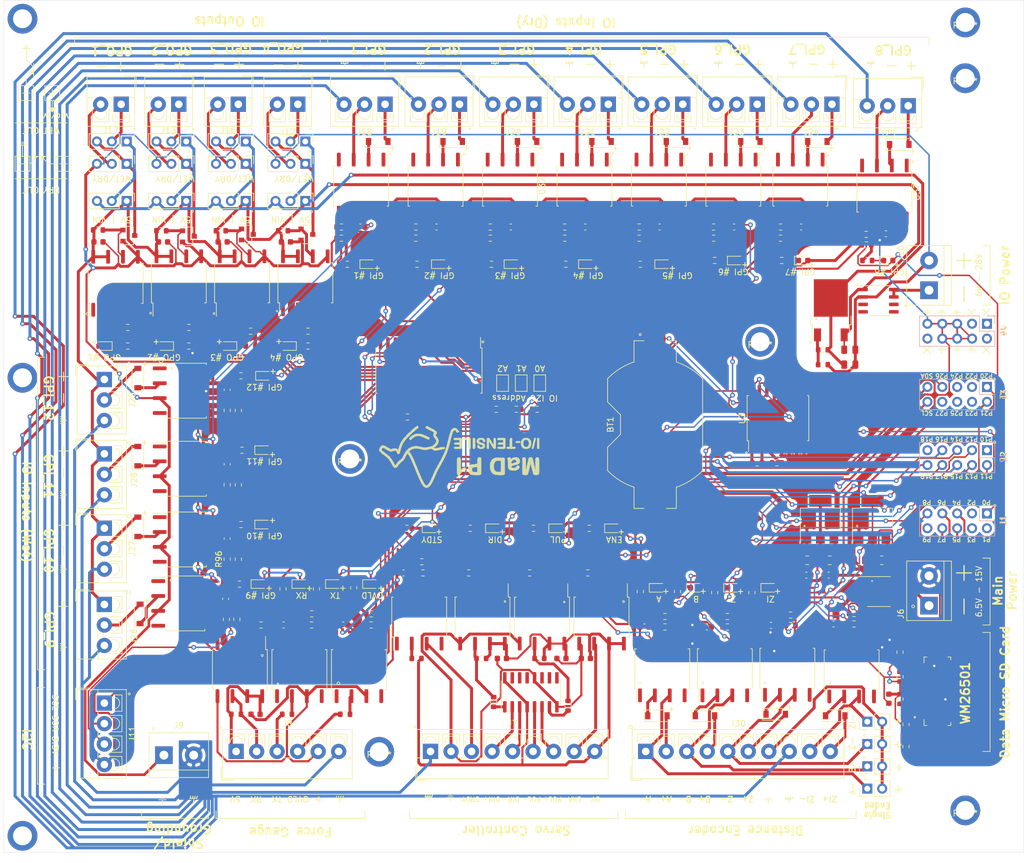
<source format=kicad_pcb>
(kicad_pcb (version 20171130) (host pcbnew "(5.1.9)-1")
  (layers (0 F.Cu signal) (31 B.Cu signal) (34 B.Paste user) (35 F.Paste user) (36 B.SilkS user) (37 F.SilkS user) (38 B.Mask user) (39 F.Mask user) (44 Edge.Cuts user))
  (net 0 "")
  (net 1 "Net-(BT1-Pad1)")
  (net 2 GND)
  (net 3 P9)
  (net 4 P7)
  (net 5 P5)
  (net 6 P3)
  (net 7 P1)
  (net 8 P8)
  (net 9 P6)
  (net 10 P4)
  (net 11 P2)
  (net 12 P0)
  (net 13 P10)
  (net 14 P12)
  (net 15 P14)
  (net 16 P16)
  (net 17 P18)
  (net 18 P11)
  (net 19 P13)
  (net 20 P15)
  (net 21 P17)
  (net 22 P19)
  (net 23 SCL)
  (net 24 P27)
  (net 25 P25)
  (net 26 P23)
  (net 27 P21)
  (net 28 SDA)
  (net 29 P26)
  (net 30 P24)
  (net 31 P22)
  (net 32 P20)
  (net 33 "Net-(J4-Pad1)")
  (net 34 "Net-(J4-Pad3)")
  (net 35 "Net-(J4-Pad2)")
  (net 36 "Net-(J4-Pad10)")
  (net 37 "Net-(J5-Pad8)")
  (net 38 "Net-(J5-Pad1)")
  (net 39 SRDY)
  (net 40 PUL-)
  (net 41 PUL+)
  (net 42 DIR-)
  (net 43 DIR+)
  (net 44 ENA)
  (net 45 FG_RX)
  (net 46 FG_TX)
  (net 47 FG_OVLD)
  (net 48 OUTA+)
  (net 49 OUTB+)
  (net 50 OUTZ+)
  (net 51 OUTA-)
  (net 52 OUTB-)
  (net 53 OUTZ-)
  (net 54 "Net-(JP1-Pad2)")
  (net 55 "Net-(JP2-Pad2)")
  (net 56 "Net-(JP3-Pad2)")
  (net 57 "Net-(Q3-Pad1)")
  (net 58 "Net-(Q4-Pad1)")
  (net 59 "Net-(Q5-Pad1)")
  (net 60 "Net-(Q6-Pad1)")
  (net 61 "Net-(R6-Pad2)")
  (net 62 "Net-(R7-Pad2)")
  (net 63 "Net-(R10-Pad2)")
  (net 64 DIR)
  (net 65 PUL)
  (net 66 "Net-(R11-Pad2)")
  (net 67 "Net-(R12-Pad2)")
  (net 68 "Net-(R13-Pad1)")
  (net 69 "Net-(R14-Pad1)")
  (net 70 "Net-(R15-Pad1)")
  (net 71 "Net-(R16-Pad2)")
  (net 72 "Net-(R19-Pad2)")
  (net 73 "Net-(R20-Pad2)")
  (net 74 "Net-(R21-Pad1)")
  (net 75 "Net-(R22-Pad2)")
  (net 76 "Net-(R23-Pad2)")
  (net 77 "Net-(R28-Pad2)")
  (net 78 "Net-(R32-Pad2)")
  (net 79 "Net-(R33-Pad2)")
  (net 80 "Net-(R34-Pad2)")
  (net 81 "Net-(R35-Pad2)")
  (net 82 GPB0)
  (net 83 "Net-(R45-Pad1)")
  (net 84 "Net-(R46-Pad2)")
  (net 85 "Net-(U3-Pad4)")
  (net 86 "Net-(U4-Pad9)")
  (net 87 "Net-(U4-Pad10)")
  (net 88 "Net-(U4-Pad11)")
  (net 89 "Net-(U4-Pad13)")
  (net 90 "Net-(U4-Pad14)")
  (net 91 "Net-(U4-Pad15)")
  (net 92 "Net-(U5-Pad1)")
  (net 93 "Net-(U6-Pad1)")
  (net 94 "Net-(U7-Pad1)")
  (net 95 "Net-(U8-Pad1)")
  (net 96 "Net-(U9-Pad1)")
  (net 97 "Net-(U10-Pad1)")
  (net 98 "Net-(U11-Pad1)")
  (net 99 GPB1)
  (net 100 GPB2)
  (net 101 GPB3)
  (net 102 GPB4)
  (net 103 GPB5)
  (net 104 GPB6)
  (net 105 GPB7)
  (net 106 "Net-(U12-Pad11)")
  (net 107 "Net-(U12-Pad14)")
  (net 108 "Net-(U12-Pad19)")
  (net 109 "Net-(U12-Pad20)")
  (net 110 GPA0)
  (net 111 GPA1)
  (net 112 GPA2)
  (net 113 GPA3)
  (net 114 GPA4)
  (net 115 GPA5)
  (net 116 GPA6)
  (net 117 GPA7)
  (net 118 "Net-(U15-Pad1)")
  (net 119 "Net-(U16-Pad1)")
  (net 120 "Net-(U17-Pad1)")
  (net 121 "Net-(U18-Pad1)")
  (net 122 GND_TSD)
  (net 123 +3V3_TS)
  (net 124 V_IN)
  (net 125 +5V_TS)
  (net 126 +5V_FG)
  (net 127 GND_FG)
  (net 128 SHIELD)
  (net 129 GND_SC)
  (net 130 +5V_SC)
  (net 131 GND_ENC)
  (net 132 GND_IO)
  (net 133 VIN_IO)
  (net 134 5V_IO)
  (net 135 "Net-(J6-Pad1)")
  (net 136 GPI_1+)
  (net 137 "Net-(Q7-Pad1)")
  (net 138 "Net-(Q8-Pad1)")
  (net 139 GPI_2+)
  (net 140 GPI_3+)
  (net 141 "Net-(Q9-Pad1)")
  (net 142 GPI_4+)
  (net 143 "Net-(Q10-Pad1)")
  (net 144 "Net-(Q11-Pad1)")
  (net 145 GPI_5+)
  (net 146 "Net-(Q12-Pad1)")
  (net 147 GPI_6+)
  (net 148 "Net-(Q13-Pad1)")
  (net 149 GPI_7+)
  (net 150 "Net-(Q14-Pad1)")
  (net 151 GPI_8+)
  (net 152 "Net-(Q15-Pad1)")
  (net 153 "Net-(Q16-Pad1)")
  (net 154 "Net-(Q17-Pad1)")
  (net 155 "Net-(Q18-Pad1)")
  (net 156 "Net-(R42-Pad1)")
  (net 157 "Net-(R43-Pad1)")
  (net 158 "Net-(R44-Pad1)")
  (net 159 "Net-(R47-Pad2)")
  (net 160 "Net-(R48-Pad2)")
  (net 161 "Net-(R49-Pad2)")
  (net 162 "Net-(R50-Pad2)")
  (net 163 "Net-(R51-Pad2)")
  (net 164 "Net-(R52-Pad2)")
  (net 165 "Net-(R53-Pad2)")
  (net 166 "Net-(R54-Pad2)")
  (net 167 "Net-(R55-Pad2)")
  (net 168 "Net-(R62-Pad2)")
  (net 169 "Net-(R63-Pad2)")
  (net 170 "Net-(R64-Pad2)")
  (net 171 "Net-(R65-Pad2)")
  (net 172 "Net-(R66-Pad2)")
  (net 173 "Net-(R67-Pad2)")
  (net 174 "Net-(U22-Pad1)")
  (net 175 "Net-(U23-Pad1)")
  (net 176 "Net-(U24-Pad1)")
  (net 177 "Net-(U25-Pad1)")
  (net 178 "Net-(U30-Pad1)")
  (net 179 GPI_1-)
  (net 180 GPI_2-)
  (net 181 "Net-(U31-Pad1)")
  (net 182 "Net-(U32-Pad1)")
  (net 183 GPI_3-)
  (net 184 "Net-(U33-Pad1)")
  (net 185 GPI_4-)
  (net 186 "Net-(U34-Pad1)")
  (net 187 GPI_5-)
  (net 188 GPI_6-)
  (net 189 "Net-(U35-Pad1)")
  (net 190 GPI_7-)
  (net 191 "Net-(U36-Pad1)")
  (net 192 "Net-(U37-Pad1)")
  (net 193 GPI_8-)
  (net 194 "Net-(U38-Pad1)")
  (net 195 "Net-(U39-Pad1)")
  (net 196 "Net-(U40-Pad1)")
  (net 197 "Net-(U41-Pad1)")
  (net 198 "Net-(R74-Pad1)")
  (net 199 GPO_4+)
  (net 200 GPO_4-)
  (net 201 GPO_2+)
  (net 202 GPO_2-)
  (net 203 GPO_3-)
  (net 204 GPO_3+)
  (net 205 GPO_1-)
  (net 206 GPO_1+)
  (net 207 V_GPO4)
  (net 208 V_GPO2)
  (net 209 V_GPO3)
  (net 210 V_GPO1)
  (net 211 GPO_D4)
  (net 212 GPO_D2)
  (net 213 GPO_D3)
  (net 214 GPO_D1)
  (net 215 "Net-(D1-Pad1)")
  (net 216 "Net-(D2-Pad1)")
  (net 217 "Net-(D3-Pad1)")
  (net 218 "Net-(D4-Pad1)")
  (net 219 "Net-(D5-Pad1)")
  (net 220 "Net-(D6-Pad1)")
  (net 221 "Net-(D7-Pad1)")
  (net 222 "Net-(D8-Pad1)")
  (net 223 "Net-(D9-Pad1)")
  (net 224 "Net-(D10-Pad1)")
  (net 225 "Net-(D11-Pad1)")
  (net 226 "Net-(D12-Pad1)")
  (net 227 "Net-(D13-Pad1)")
  (net 228 "Net-(D14-Pad1)")
  (net 229 "Net-(D15-Pad1)")
  (net 230 "Net-(D16-Pad1)")
  (net 231 "Net-(D17-Pad1)")
  (net 232 "Net-(D18-Pad1)")
  (net 233 "Net-(D19-Pad1)")
  (net 234 "Net-(D20-Pad1)")
  (net 235 "Net-(D21-Pad1)")
  (net 236 "Net-(D22-Pad1)")
  (net 237 "Net-(D23-Pad1)")
  (net 238 "Net-(D24-Pad1)")
  (net 239 "Net-(D25-Pad1)")
  (net 240 "Net-(D26-Pad1)")
  (net 241 "Net-(D27-Pad1)")
  (net 242 GPI_9)
  (net 243 GPI_10)
  (net 244 GPI_11)
  (net 245 GPI_12)
  (net 246 OUTZI-)
  (net 247 OUTZI+)
  (net 248 "Net-(J10-Pad1)")
  (module Tensile_Board:Hole_5.08 (layer F.Cu) (at 150 85)
    (fp_text reference REF** (at 0 0.5) (layer F.SilkS))
    (fp_text value Hole_5.08)
    (pad 1 thru_hole circle (at 0 0) (size 5.08 5.08) (drill 3.22) (layers *.Cu *.Mask))
  )
  (module Tensile_Board:Hole_5.08 (layer F.Cu) (at 80 105)
    (fp_text reference REF** (at 0 0.5) (layer F.SilkS))
    (fp_text value Hole_5.08)
    (pad 1 thru_hole circle (at 0 0) (size 5.08 5.08) (drill 3.22) (layers *.Cu *.Mask))
  )
  (module Tensile_Board:Hole_5.08 (layer F.Cu) (at 185 165)
    (fp_text reference REF** (at 0 0.5) (layer F.SilkS))
    (fp_text value Hole_5.08)
    (pad 1 thru_hole circle (at 0 0) (size 5.08 5.08) (drill 3.22) (layers *.Cu *.Mask))
  )
  (module Tensile_Board:Hole_5.08 (layer F.Cu) (at 85 155)
    (fp_text reference REF** (at 0 0.5) (layer F.SilkS))
    (fp_text value Hole_5.08)
    (pad 1 thru_hole circle (at 0 0) (size 5.08 5.08) (drill 3.22) (layers *.Cu *.Mask))
  )
  (module Tensile_Board:Hole_5.08 (layer F.Cu) (at 185 40)
    (fp_text reference REF** (at 0 0.5) (layer F.SilkS))
    (fp_text value Hole_5.08)
    (pad 1 thru_hole circle (at 0 0) (size 5.08 5.08) (drill 3.22) (layers *.Cu *.Mask))
  )
  (module Tensile_Board:Hole_5.08 (layer F.Cu) (at 185 30.48)
    (fp_text reference REF** (at 0 0.5) (layer F.SilkS))
    (fp_text value Hole_5.08)
    (pad 1 thru_hole circle (at 0 0) (size 5.08 5.08) (drill 3.22) (layers *.Cu *.Mask))
  )
  (module Tensile_Board:LOGO_1 (layer F.Cu) (at 115 110 180)
    (fp_text reference LOGO hide)
    (fp_text value "" (at 0 0) (layer F.SilkS) (effects (font (size 1.27 1.27))))
  )
  (module Battery:BatteryHolder_Keystone_1058_1x2032 (layer F.Cu) (at 132.08 99.135 270)
    (fp_text reference BT1 (at 0 7.62 90) (layer F.SilkS))
    (fp_text value CR2032)
    (pad 1 smd rect (at -14.68 0 270) (size 2.54 3.51) (layers F.Cu F.Paste F.Mask) (net 1 "Net-(BT1-Pad1)"))
    (pad 2 smd rect (at 14.68 0 270) (size 2.54 3.51) (layers F.Cu F.Paste F.Mask) (net 122 GND_TSD))
  )
  (module Package_SO:SOIC-16W_7.5x10.3mm_P1.27mm (layer F.Cu) (at 153.035 98.044 90)
    (fp_text reference U3 (at 0 -6.1 90) (layer F.SilkS))
    (fp_text value DS3231M)
    (pad 1 smd roundrect (at -4.65 -4.445 90) (size 2.05 0.6) (layers F.Cu F.Paste F.Mask) (net 61 "Net-(R6-Pad2)"))
    (pad 2 smd roundrect (at -4.65 -3.175 90) (size 2.05 0.6) (layers F.Cu F.Paste F.Mask) (net 125 +5V_TS))
    (pad 3 smd roundrect (at -4.65 -1.905 90) (size 2.05 0.6) (layers F.Cu F.Paste F.Mask) (net 62 "Net-(R7-Pad2)"))
    (pad 4 smd roundrect (at -4.65 -0.635 90) (size 2.05 0.6) (layers F.Cu F.Paste F.Mask) (net 85 "Net-(U3-Pad4)"))
    (pad 5 smd roundrect (at -4.65 0.635 90) (size 2.05 0.6) (layers F.Cu F.Paste F.Mask) (net 122 GND_TSD))
    (pad 6 smd roundrect (at -4.65 1.905 90) (size 2.05 0.6) (layers F.Cu F.Paste F.Mask) (net 122 GND_TSD))
    (pad 7 smd roundrect (at -4.65 3.175 90) (size 2.05 0.6) (layers F.Cu F.Paste F.Mask) (net 122 GND_TSD))
    (pad 8 smd roundrect (at -4.65 4.445 90) (size 2.05 0.6) (layers F.Cu F.Paste F.Mask) (net 122 GND_TSD))
    (pad 9 smd roundrect (at 4.65 4.445 90) (size 2.05 0.6) (layers F.Cu F.Paste F.Mask) (net 122 GND_TSD))
    (pad 10 smd roundrect (at 4.65 3.175 90) (size 2.05 0.6) (layers F.Cu F.Paste F.Mask) (net 122 GND_TSD))
    (pad 11 smd roundrect (at 4.65 1.905 90) (size 2.05 0.6) (layers F.Cu F.Paste F.Mask) (net 122 GND_TSD))
    (pad 12 smd roundrect (at 4.65 0.635 90) (size 2.05 0.6) (layers F.Cu F.Paste F.Mask) (net 122 GND_TSD))
    (pad 13 smd roundrect (at 4.65 -0.635 90) (size 2.05 0.6) (layers F.Cu F.Paste F.Mask) (net 122 GND_TSD))
    (pad 14 smd roundrect (at 4.65 -1.905 90) (size 2.05 0.6) (layers F.Cu F.Paste F.Mask) (net 1 "Net-(BT1-Pad1)"))
    (pad 15 smd roundrect (at 4.65 -3.175 90) (size 2.05 0.6) (layers F.Cu F.Paste F.Mask) (net 29 P26))
    (pad 16 smd roundrect (at 4.65 -4.445 90) (size 2.05 0.6) (layers F.Cu F.Paste F.Mask) (net 12 P0))
  )
  (module Tensile_Board:WM26501 (layer F.Cu) (at 180.488 144.91 270)
    (fp_text reference J5 hide)
    (fp_text value Micro_SD_Card)
    (pad 9 smd rect (at 6.728 0.148 270) (size 2.1 3) (layers F.Cu F.Paste F.Mask) (net 122 GND_TSD))
    (pad 9 smd rect (at -7.122 0.148 270) (size 2.1 3) (layers F.Cu F.Paste F.Mask) (net 122 GND_TSD))
    (pad 1 smd rect (at 4.178 3.048 270) (size 0.8 1.6) (layers F.Cu F.Paste F.Mask) (net 38 "Net-(J5-Pad1)"))
    (pad 2 smd rect (at 2.928 3.048 270) (size 0.8 1.6) (layers F.Cu F.Paste F.Mask) (net 10 P4))
    (pad 3 smd rect (at 1.678 3.048 270) (size 0.8 1.6) (layers F.Cu F.Paste F.Mask) (net 5 P5))
    (pad 4 smd rect (at 0.428 3.048 270) (size 0.8 1.6) (layers F.Cu F.Paste F.Mask) (net 123 +3V3_TS))
    (pad 5 smd rect (at -0.822 3.048 270) (size 0.8 1.6) (layers F.Cu F.Paste F.Mask) (net 9 P6))
    (pad 6 smd rect (at -2.072 3.048 270) (size 0.8 1.6) (layers F.Cu F.Paste F.Mask) (net 122 GND_TSD))
    (pad 7 smd rect (at -3.322 3.048 270) (size 0.8 1.6) (layers F.Cu F.Paste F.Mask) (net 4 P7))
    (pad 8 smd rect (at -4.572 3.048 270) (size 0.8 1.6) (layers F.Cu F.Paste F.Mask) (net 37 "Net-(J5-Pad8)"))
  )
  (module Package_SO:SOP-8_6.62x9.15mm_P2.54mm (layer F.Cu) (at 154.635 140.745 90)
    (fp_text reference U16 hide)
    (fp_text value 6N137)
    (pad 1 smd roundrect (at -4.525 -3.81 90) (size 2.35 0.65) (layers F.Cu F.Paste F.Mask) (net 119 "Net-(U16-Pad1)"))
    (pad 2 smd roundrect (at -4.525 -1.27 90) (size 2.35 0.65) (layers F.Cu F.Paste F.Mask) (net 58 "Net-(Q4-Pad1)"))
    (pad 3 smd roundrect (at -4.525 1.27 90) (size 2.35 0.65) (layers F.Cu F.Paste F.Mask) (net 53 OUTZ-))
    (pad 4 smd roundrect (at -4.525 3.81 90) (size 2.35 0.65) (layers F.Cu F.Paste F.Mask))
    (pad 5 smd roundrect (at 4.525 3.81 90) (size 2.35 0.65) (layers F.Cu F.Paste F.Mask) (net 122 GND_TSD))
    (pad 6 smd roundrect (at 4.525 1.27 90) (size 2.35 0.65) (layers F.Cu F.Paste F.Mask) (net 79 "Net-(R33-Pad2)"))
    (pad 7 smd roundrect (at 4.525 -1.27 90) (size 2.35 0.65) (layers F.Cu F.Paste F.Mask) (net 125 +5V_TS))
    (pad 8 smd roundrect (at 4.525 -3.81 90) (size 2.35 0.65) (layers F.Cu F.Paste F.Mask) (net 125 +5V_TS))
  )
  (module LED_SMD:LED_0603_1608Metric (layer F.Cu) (at 69.3675 85.725 180)
    (fp_text reference D3 hide)
    (fp_text value LED)
    (pad 2 smd roundrect (at 0.7875 0 180) (size 0.875 0.95) (layers F.Cu F.Paste F.Mask) (net 117 GPA7))
    (pad 1 smd roundrect (at -0.7875 0 180) (size 0.875 0.95) (layers F.Cu F.Paste F.Mask) (net 217 "Net-(D3-Pad1)"))
  )
  (module LED_SMD:LED_0603_1608Metric (layer F.Cu) (at 171.856 71.12)
    (fp_text reference D13 hide)
    (fp_text value BLUE)
    (pad 1 smd roundrect (at -0.7875 0) (size 0.875 0.95) (layers F.Cu F.Paste F.Mask) (net 227 "Net-(D13-Pad1)"))
    (pad 2 smd roundrect (at 0.7875 0) (size 0.875 0.95) (layers F.Cu F.Paste F.Mask) (net 123 +3V3_TS))
  )
  (module Resistor_SMD:R_0603_1608Metric (layer F.Cu) (at 52.515 85.725)
    (fp_text reference R77 hide)
    (fp_text value 100R)
    (pad 2 smd roundrect (at 0.825 0) (size 0.8 0.95) (layers F.Cu F.Paste F.Mask) (net 122 GND_TSD))
    (pad 1 smd roundrect (at -0.825 0) (size 0.8 0.95) (layers F.Cu F.Paste F.Mask) (net 218 "Net-(D4-Pad1)"))
  )
  (module LED_SMD:LED_0603_1608Metric (layer F.Cu) (at 145.898 71.12)
    (fp_text reference D11 hide)
    (fp_text value BLUE)
    (pad 1 smd roundrect (at -0.7875 0) (size 0.875 0.95) (layers F.Cu F.Paste F.Mask) (net 225 "Net-(D11-Pad1)"))
    (pad 2 smd roundrect (at 0.7875 0) (size 0.875 0.95) (layers F.Cu F.Paste F.Mask) (net 123 +3V3_TS))
  )
  (module LED_SMD:LED_0603_1608Metric (layer F.Cu) (at 64.6175 126.365)
    (fp_text reference D14 hide)
    (fp_text value BLUE)
    (pad 1 smd roundrect (at -0.7875 0) (size 0.875 0.95) (layers F.Cu F.Paste F.Mask) (net 228 "Net-(D14-Pad1)"))
    (pad 2 smd roundrect (at 0.7875 0) (size 0.875 0.95) (layers F.Cu F.Paste F.Mask) (net 123 +3V3_TS))
  )
  (module LED_SMD:LED_0603_1608Metric (layer F.Cu) (at 95.4025 71.755)
    (fp_text reference D7 hide)
    (fp_text value BLUE)
    (pad 1 smd roundrect (at -0.7875 0) (size 0.875 0.95) (layers F.Cu F.Paste F.Mask) (net 221 "Net-(D7-Pad1)"))
    (pad 2 smd roundrect (at 0.7875 0) (size 0.875 0.95) (layers F.Cu F.Paste F.Mask) (net 123 +3V3_TS))
  )
  (module LED_SMD:LED_0603_1608Metric (layer F.Cu) (at 133.502 71.755)
    (fp_text reference D10 hide)
    (fp_text value BLUE)
    (pad 2 smd roundrect (at 0.7875 0) (size 0.875 0.95) (layers F.Cu F.Paste F.Mask) (net 123 +3V3_TS))
    (pad 1 smd roundrect (at -0.7875 0) (size 0.875 0.95) (layers F.Cu F.Paste F.Mask) (net 224 "Net-(D10-Pad1)"))
  )
  (module LED_SMD:LED_0603_1608Metric (layer F.Cu) (at 107.798 71.755)
    (fp_text reference D8 hide)
    (fp_text value BLUE)
    (pad 2 smd roundrect (at 0.7875 0) (size 0.875 0.95) (layers F.Cu F.Paste F.Mask) (net 123 +3V3_TS))
    (pad 1 smd roundrect (at -0.7875 0) (size 0.875 0.95) (layers F.Cu F.Paste F.Mask) (net 222 "Net-(D8-Pad1)"))
  )
  (module LED_SMD:LED_0603_1608Metric (layer F.Cu) (at 83.185 71.755)
    (fp_text reference D1 hide)
    (fp_text value BLUE)
    (pad 1 smd roundrect (at -0.7875 0) (size 0.875 0.95) (layers F.Cu F.Paste F.Mask) (net 215 "Net-(D1-Pad1)"))
    (pad 2 smd roundrect (at 0.7875 0) (size 0.875 0.95) (layers F.Cu F.Paste F.Mask) (net 123 +3V3_TS))
  )
  (module LED_SMD:LED_0603_1608Metric (layer F.Cu) (at 65.405 90.805)
    (fp_text reference D17 hide)
    (fp_text value BLUE)
    (pad 1 smd roundrect (at -0.7875 0) (size 0.875 0.95) (layers F.Cu F.Paste F.Mask) (net 231 "Net-(D17-Pad1)"))
    (pad 2 smd roundrect (at 0.7875 0) (size 0.875 0.95) (layers F.Cu F.Paste F.Mask) (net 123 +3V3_TS))
  )
  (module LED_SMD:LED_0603_1608Metric (layer F.Cu) (at 48.4125 85.725 180)
    (fp_text reference D4 hide)
    (fp_text value BLUE)
    (pad 1 smd roundrect (at -0.7875 0 180) (size 0.875 0.95) (layers F.Cu F.Paste F.Mask) (net 218 "Net-(D4-Pad1)"))
    (pad 2 smd roundrect (at 0.7875 0 180) (size 0.875 0.95) (layers F.Cu F.Paste F.Mask) (net 115 GPA5))
  )
  (module LED_SMD:LED_0603_1608Metric (layer F.Cu) (at 59.2075 85.725 180)
    (fp_text reference D5 hide)
    (fp_text value BLUE)
    (pad 1 smd roundrect (at -0.7875 0 180) (size 0.875 0.95) (layers F.Cu F.Paste F.Mask) (net 219 "Net-(D5-Pad1)"))
    (pad 2 smd roundrect (at 0.7875 0 180) (size 0.875 0.95) (layers F.Cu F.Paste F.Mask) (net 116 GPA6))
  )
  (module LED_SMD:LED_0603_1608Metric (layer F.Cu) (at 157.328 71.12)
    (fp_text reference D12 hide)
    (fp_text value BLUE)
    (pad 2 smd roundrect (at 0.7875 0) (size 0.875 0.95) (layers F.Cu F.Paste F.Mask) (net 123 +3V3_TS))
    (pad 1 smd roundrect (at -0.7875 0) (size 0.875 0.95) (layers F.Cu F.Paste F.Mask) (net 226 "Net-(D12-Pad1)"))
  )
  (module LED_SMD:LED_0603_1608Metric (layer F.Cu) (at 37.9475 85.725 180)
    (fp_text reference D6 hide)
    (fp_text value BLUE)
    (pad 2 smd roundrect (at 0.7875 0 180) (size 0.875 0.95) (layers F.Cu F.Paste F.Mask) (net 114 GPA4))
    (pad 1 smd roundrect (at -0.7875 0 180) (size 0.875 0.95) (layers F.Cu F.Paste F.Mask) (net 220 "Net-(D6-Pad1)"))
  )
  (module LED_SMD:LED_0603_1608Metric (layer F.Cu) (at 120.498 71.755)
    (fp_text reference D9 hide)
    (fp_text value BLUE)
    (pad 1 smd roundrect (at -0.7875 0) (size 0.875 0.95) (layers F.Cu F.Paste F.Mask) (net 223 "Net-(D9-Pad1)"))
    (pad 2 smd roundrect (at 0.7875 0) (size 0.875 0.95) (layers F.Cu F.Paste F.Mask) (net 123 +3V3_TS))
  )
  (module LED_SMD:LED_0603_1608Metric (layer F.Cu) (at 65.2525 116.205)
    (fp_text reference D15 hide)
    (fp_text value BLUE)
    (pad 2 smd roundrect (at 0.7875 0) (size 0.875 0.95) (layers F.Cu F.Paste F.Mask) (net 123 +3V3_TS))
    (pad 1 smd roundrect (at -0.7875 0) (size 0.875 0.95) (layers F.Cu F.Paste F.Mask) (net 229 "Net-(D15-Pad1)"))
  )
  (module LED_SMD:LED_0603_1608Metric (layer F.Cu) (at 65.2525 103.505)
    (fp_text reference D16 hide)
    (fp_text value BLUE)
    (pad 2 smd roundrect (at 0.7875 0) (size 0.875 0.95) (layers F.Cu F.Paste F.Mask) (net 123 +3V3_TS))
    (pad 1 smd roundrect (at -0.7875 0) (size 0.875 0.95) (layers F.Cu F.Paste F.Mask) (net 230 "Net-(D16-Pad1)"))
  )
  (module Resistor_SMD:R_0603_1608Metric (layer F.Cu) (at 72.835 85.725)
    (fp_text reference R76 hide)
    (fp_text value 33R)
    (pad 1 smd roundrect (at -0.825 0) (size 0.8 0.95) (layers F.Cu F.Paste F.Mask) (net 217 "Net-(D3-Pad1)"))
    (pad 2 smd roundrect (at 0.825 0) (size 0.8 0.95) (layers F.Cu F.Paste F.Mask) (net 122 GND_TSD))
  )
  (module Resistor_SMD:R_0603_1608Metric (layer F.Cu) (at 63.055 85.725)
    (fp_text reference R78 hide)
    (fp_text value 100R)
    (pad 2 smd roundrect (at 0.825 0) (size 0.8 0.95) (layers F.Cu F.Paste F.Mask) (net 122 GND_TSD))
    (pad 1 smd roundrect (at -0.825 0) (size 0.8 0.95) (layers F.Cu F.Paste F.Mask) (net 219 "Net-(D5-Pad1)"))
  )
  (module Resistor_SMD:R_0603_1608Metric (layer F.Cu) (at 42.1 85.725)
    (fp_text reference R79 hide)
    (fp_text value 100R)
    (pad 1 smd roundrect (at -0.825 0) (size 0.8 0.95) (layers F.Cu F.Paste F.Mask) (net 220 "Net-(D6-Pad1)"))
    (pad 2 smd roundrect (at 0.825 0) (size 0.8 0.95) (layers F.Cu F.Paste F.Mask) (net 122 GND_TSD))
  )
  (module Connector_PinSocket_2.54mm:PinSocket_2x05_P2.54mm_Vertical (layer B.Cu) (at 188.697 114.3 90)
    (fp_text reference J1 (at -1.27 2.77 270) (layer B.SilkS) (effects (justify mirror)))
    (fp_text value Conn_02x05_Odd_Even)
    (pad 10 thru_hole oval (at -2.54 -10.16 90) (size 1.7 1.7) (drill 1) (layers *.Cu *.Mask) (net 3 P9))
    (pad 9 thru_hole oval (at 0 -10.16 90) (size 1.7 1.7) (drill 1) (layers *.Cu *.Mask) (net 8 P8))
    (pad 8 thru_hole oval (at -2.54 -7.62 90) (size 1.7 1.7) (drill 1) (layers *.Cu *.Mask) (net 4 P7))
    (pad 7 thru_hole oval (at 0 -7.62 90) (size 1.7 1.7) (drill 1) (layers *.Cu *.Mask) (net 9 P6))
    (pad 6 thru_hole oval (at -2.54 -5.08 90) (size 1.7 1.7) (drill 1) (layers *.Cu *.Mask) (net 5 P5))
    (pad 5 thru_hole oval (at 0 -5.08 90) (size 1.7 1.7) (drill 1) (layers *.Cu *.Mask) (net 10 P4))
    (pad 4 thru_hole oval (at -2.54 -2.54 90) (size 1.7 1.7) (drill 1) (layers *.Cu *.Mask) (net 6 P3))
    (pad 3 thru_hole oval (at 0 -2.54 90) (size 1.7 1.7) (drill 1) (layers *.Cu *.Mask) (net 11 P2))
    (pad 2 thru_hole oval (at -2.54 0 90) (size 1.7 1.7) (drill 1) (layers *.Cu *.Mask) (net 7 P1))
    (pad 1 thru_hole rect (at 0 0 90) (size 1.7 1.7) (drill 1) (layers *.Cu *.Mask) (net 12 P0))
  )
  (module Connector_PinSocket_2.54mm:PinSocket_2x05_P2.54mm_Vertical (layer B.Cu) (at 188.697 103.505 90)
    (fp_text reference J2 (at -1.27 2.77 90) (layer B.SilkS) (effects (justify mirror)))
    (fp_text value Conn_02x05_Odd_Even)
    (pad 10 thru_hole oval (at -2.54 -10.16 90) (size 1.7 1.7) (drill 1) (layers *.Cu *.Mask) (net 22 P19))
    (pad 9 thru_hole oval (at 0 -10.16 90) (size 1.7 1.7) (drill 1) (layers *.Cu *.Mask) (net 17 P18))
    (pad 8 thru_hole oval (at -2.54 -7.62 90) (size 1.7 1.7) (drill 1) (layers *.Cu *.Mask) (net 21 P17))
    (pad 7 thru_hole oval (at 0 -7.62 90) (size 1.7 1.7) (drill 1) (layers *.Cu *.Mask) (net 16 P16))
    (pad 6 thru_hole oval (at -2.54 -5.08 90) (size 1.7 1.7) (drill 1) (layers *.Cu *.Mask) (net 20 P15))
    (pad 5 thru_hole oval (at 0 -5.08 90) (size 1.7 1.7) (drill 1) (layers *.Cu *.Mask) (net 15 P14))
    (pad 4 thru_hole oval (at -2.54 -2.54 90) (size 1.7 1.7) (drill 1) (layers *.Cu *.Mask) (net 19 P13))
    (pad 3 thru_hole oval (at 0 -2.54 90) (size 1.7 1.7) (drill 1) (layers *.Cu *.Mask) (net 14 P12))
    (pad 2 thru_hole oval (at -2.54 0 90) (size 1.7 1.7) (drill 1) (layers *.Cu *.Mask) (net 18 P11))
    (pad 1 thru_hole rect (at 0 0 90) (size 1.7 1.7) (drill 1) (layers *.Cu *.Mask) (net 13 P10))
  )
  (module Connector_PinSocket_2.54mm:PinSocket_2x05_P2.54mm_Vertical (layer B.Cu) (at 188.697 92.71 90)
    (fp_text reference J3 (at -1.27 2.77 -90) (layer B.SilkS) (effects (justify mirror)))
    (fp_text value Conn_02x05_Odd_Even)
    (pad 1 thru_hole rect (at 0 0 90) (size 1.7 1.7) (drill 1) (layers *.Cu *.Mask) (net 32 P20))
    (pad 2 thru_hole oval (at -2.54 0 90) (size 1.7 1.7) (drill 1) (layers *.Cu *.Mask) (net 27 P21))
    (pad 3 thru_hole oval (at 0 -2.54 90) (size 1.7 1.7) (drill 1) (layers *.Cu *.Mask) (net 31 P22))
    (pad 4 thru_hole oval (at -2.54 -2.54 90) (size 1.7 1.7) (drill 1) (layers *.Cu *.Mask) (net 26 P23))
    (pad 5 thru_hole oval (at 0 -5.08 90) (size 1.7 1.7) (drill 1) (layers *.Cu *.Mask) (net 30 P24))
    (pad 6 thru_hole oval (at -2.54 -5.08 90) (size 1.7 1.7) (drill 1) (layers *.Cu *.Mask) (net 25 P25))
    (pad 7 thru_hole oval (at 0 -7.62 90) (size 1.7 1.7) (drill 1) (layers *.Cu *.Mask) (net 29 P26))
    (pad 8 thru_hole oval (at -2.54 -7.62 90) (size 1.7 1.7) (drill 1) (layers *.Cu *.Mask) (net 24 P27))
    (pad 9 thru_hole oval (at 0 -10.16 90) (size 1.7 1.7) (drill 1) (layers *.Cu *.Mask) (net 28 SDA))
    (pad 10 thru_hole oval (at -2.54 -10.16 90) (size 1.7 1.7) (drill 1) (layers *.Cu *.Mask) (net 23 SCL))
  )
  (module Tensile_Board:Hole_5.08 (layer F.Cu) (at 24.13 169.345)
    (fp_text reference DISP_HOLE_3 hide)
    (fp_text value Hole_5.08)
    (pad 1 thru_hole circle (at 0 0) (size 5.08 5.08) (drill 3.22) (layers *.Cu *.Mask))
  )
  (module Tensile_Board:Hole_5.08 (layer F.Cu) (at 24.13 91.145)
    (fp_text reference DISP_HOLE_2 hide)
    (fp_text value Hole_5.08)
    (pad 1 thru_hole circle (at 0 0) (size 5.08 5.08) (drill 3.22) (layers *.Cu *.Mask))
  )
  (module Tensile_Board:Hole_5.08 (layer F.Cu) (at 24.13 29.845)
    (fp_text reference DISP_HOLE_1 hide)
    (fp_text value Hole_5.08)
    (pad 1 thru_hole circle (at 0 0) (size 5.08 5.08) (drill 3.22) (layers *.Cu *.Mask))
  )
  (module Capacitor_SMD:C_0603_1608Metric (layer F.Cu) (at 171.958 145.936 270)
    (fp_text reference C1 hide)
    (fp_text value 0.1uF)
    (pad 1 smd roundrect (at -0.775 0 270) (size 0.9 0.95) (layers F.Cu F.Paste F.Mask) (net 123 +3V3_TS))
    (pad 2 smd roundrect (at 0.775 0 270) (size 0.9 0.95) (layers F.Cu F.Paste F.Mask) (net 122 GND_TSD))
  )
  (module Capacitor_SMD:C_0805_2012Metric (layer F.Cu) (at 170.749 122.301 180)
    (fp_text reference C2 hide)
    (fp_text value 10uF)
    (pad 1 smd roundrect (at -0.95 0 180) (size 1 1.45) (layers F.Cu F.Paste F.Mask) (net 124 V_IN))
    (pad 2 smd roundrect (at 0.95 0 180) (size 1 1.45) (layers F.Cu F.Paste F.Mask) (net 122 GND_TSD))
  )
  (module Capacitor_SMD:C_0805_2012Metric (layer F.Cu) (at 166.944 122.301 180)
    (fp_text reference C3 hide)
    (fp_text value 10uF)
    (pad 2 smd roundrect (at 0.95 0 180) (size 1 1.45) (layers F.Cu F.Paste F.Mask) (net 122 GND_TSD))
    (pad 1 smd roundrect (at -0.95 0 180) (size 1 1.45) (layers F.Cu F.Paste F.Mask) (net 125 +5V_TS))
  )
  (module Capacitor_SMD:C_0805_2012Metric (layer F.Cu) (at 161.864 122.301 180)
    (fp_text reference C4 hide)
    (fp_text value 4.7uF)
    (pad 2 smd roundrect (at 0.95 0 180) (size 1 1.45) (layers F.Cu F.Paste F.Mask) (net 122 GND_TSD))
    (pad 1 smd roundrect (at -0.95 0 180) (size 1 1.45) (layers F.Cu F.Paste F.Mask) (net 124 V_IN))
  )
  (module Capacitor_SMD:C_0603_1608Metric (layer F.Cu) (at 161.684 124.841 180)
    (fp_text reference C5 hide)
    (fp_text value 1uF)
    (pad 1 smd roundrect (at -0.775 0 180) (size 0.9 0.95) (layers F.Cu F.Paste F.Mask) (net 124 V_IN))
    (pad 2 smd roundrect (at 0.775 0 180) (size 0.9 0.95) (layers F.Cu F.Paste F.Mask) (net 122 GND_TSD))
  )
  (module Capacitor_SMD:C_0805_2012Metric (layer F.Cu) (at 158.049 122.301 180)
    (fp_text reference C6 hide)
    (fp_text value 4.7uF)
    (pad 1 smd roundrect (at -0.95 0 180) (size 1 1.45) (layers F.Cu F.Paste F.Mask) (net 123 +3V3_TS))
    (pad 2 smd roundrect (at 0.95 0 180) (size 1 1.45) (layers F.Cu F.Paste F.Mask) (net 122 GND_TSD))
  )
  (module Capacitor_SMD:C_0603_1608Metric (layer F.Cu) (at 157.874 124.841 180)
    (fp_text reference C7 hide)
    (fp_text value 1uF)
    (pad 1 smd roundrect (at -0.775 0 180) (size 0.9 0.95) (layers F.Cu F.Paste F.Mask) (net 123 +3V3_TS))
    (pad 2 smd roundrect (at 0.775 0 180) (size 0.9 0.95) (layers F.Cu F.Paste F.Mask) (net 122 GND_TSD))
  )
  (module Capacitor_SMD:C_0603_1608Metric (layer F.Cu) (at 105.931 139.065 180)
    (fp_text reference C8 hide)
    (fp_text value 0.1uF)
    (pad 2 smd roundrect (at 0.775 0 180) (size 0.9 0.95) (layers F.Cu F.Paste F.Mask) (net 129 GND_SC))
    (pad 1 smd roundrect (at -0.775 0 180) (size 0.9 0.95) (layers F.Cu F.Paste F.Mask) (net 130 +5V_SC))
  )
  (module Capacitor_SMD:C_0603_1608Metric (layer F.Cu) (at 120.256 139.065 180)
    (fp_text reference C9 hide)
    (fp_text value 0.1uF)
    (pad 2 smd roundrect (at 0.775 0 180) (size 0.9 0.95) (layers F.Cu F.Paste F.Mask) (net 129 GND_SC))
    (pad 1 smd roundrect (at -0.775 0 180) (size 0.9 0.95) (layers F.Cu F.Paste F.Mask) (net 130 +5V_SC))
  )
  (module Capacitor_SMD:C_0603_1608Metric (layer F.Cu) (at 162.496 133.172)
    (fp_text reference C12 hide)
    (fp_text value 0.1uF)
    (pad 2 smd roundrect (at 0.775 0) (size 0.9 0.95) (layers F.Cu F.Paste F.Mask) (net 122 GND_TSD))
    (pad 1 smd roundrect (at -0.775 0) (size 0.9 0.95) (layers F.Cu F.Paste F.Mask) (net 125 +5V_TS))
  )
  (module Capacitor_SMD:C_0603_1608Metric (layer F.Cu) (at 151.854 133.426)
    (fp_text reference C13 hide)
    (fp_text value 0.1uF)
    (pad 2 smd roundrect (at 0.775 0) (size 0.9 0.95) (layers F.Cu F.Paste F.Mask) (net 122 GND_TSD))
    (pad 1 smd roundrect (at -0.775 0) (size 0.9 0.95) (layers F.Cu F.Paste F.Mask) (net 125 +5V_TS))
  )
  (module Capacitor_SMD:C_0603_1608Metric (layer F.Cu) (at 140.906 133.68)
    (fp_text reference C14 hide)
    (fp_text value 0.1uF)
    (pad 2 smd roundrect (at 0.775 0) (size 0.9 0.95) (layers F.Cu F.Paste F.Mask) (net 122 GND_TSD))
    (pad 1 smd roundrect (at -0.775 0) (size 0.9 0.95) (layers F.Cu F.Paste F.Mask) (net 125 +5V_TS))
  )
  (module Capacitor_SMD:C_0603_1608Metric (layer F.Cu) (at 130.238 133.68)
    (fp_text reference C15 hide)
    (fp_text value 0.1uF)
    (pad 1 smd roundrect (at -0.775 0) (size 0.9 0.95) (layers F.Cu F.Paste F.Mask) (net 125 +5V_TS))
    (pad 2 smd roundrect (at 0.775 0) (size 0.9 0.95) (layers F.Cu F.Paste F.Mask) (net 122 GND_TSD))
  )
  (module Capacitor_SMD:C_0603_1608Metric (layer F.Cu) (at 116.091 139.065 180)
    (fp_text reference C16 hide)
    (fp_text value 0.1uF)
    (pad 1 smd roundrect (at -0.775 0 180) (size 0.9 0.95) (layers F.Cu F.Paste F.Mask) (net 130 +5V_SC))
    (pad 2 smd roundrect (at 0.775 0 180) (size 0.9 0.95) (layers F.Cu F.Paste F.Mask) (net 129 GND_SC))
  )
  (module Capacitor_SMD:C_0603_1608Metric (layer F.Cu) (at 89.141 124.46)
    (fp_text reference C17 hide)
    (fp_text value 0.1uF)
    (pad 2 smd roundrect (at 0.775 0) (size 0.9 0.95) (layers F.Cu F.Paste F.Mask) (net 122 GND_TSD))
    (pad 1 smd roundrect (at -0.775 0) (size 0.9 0.95) (layers F.Cu F.Paste F.Mask) (net 125 +5V_TS))
  )
  (module Capacitor_SMD:C_0603_1608Metric (layer F.Cu) (at 63.894 148.59 180)
    (fp_text reference C18 hide)
    (fp_text value 0.1uF)
    (pad 1 smd roundrect (at -0.775 0 180) (size 0.9 0.95) (layers F.Cu F.Paste F.Mask) (net 126 +5V_FG))
    (pad 2 smd roundrect (at 0.775 0 180) (size 0.9 0.95) (layers F.Cu F.Paste F.Mask) (net 127 GND_FG))
  )
  (module Capacitor_SMD:C_0603_1608Metric (layer F.Cu) (at 78.854 133.35)
    (fp_text reference C19 hide)
    (fp_text value 0.1uF)
    (pad 1 smd roundrect (at -0.775 0) (size 0.9 0.95) (layers F.Cu F.Paste F.Mask) (net 125 +5V_TS))
    (pad 2 smd roundrect (at 0.775 0) (size 0.9 0.95) (layers F.Cu F.Paste F.Mask) (net 122 GND_TSD))
  )
  (module Capacitor_SMD:C_0603_1608Metric (layer F.Cu) (at 68.694 133.35)
    (fp_text reference C20 hide)
    (fp_text value 0.1uF)
    (pad 1 smd roundrect (at -0.775 0) (size 0.9 0.95) (layers F.Cu F.Paste F.Mask) (net 125 +5V_TS))
    (pad 2 smd roundrect (at 0.775 0) (size 0.9 0.95) (layers F.Cu F.Paste F.Mask) (net 122 GND_TSD))
  )
  (module TerminalBlock_4Ucon:TerminalBlock_4Ucon_1x09_P3.50mm_Vertical (layer F.Cu) (at 93.752 154.94)
    (fp_text reference J7 (at 14 -4.76) (layer F.SilkS))
    (fp_text value Screw_Terminal_01x09)
    (pad 1 thru_hole rect (at 0 0) (size 2.6 2.6) (drill 1.3) (layers *.Cu *.Mask) (net 128 SHIELD))
    (pad 2 thru_hole circle (at 3.5 0) (size 2.6 2.6) (drill 1.3) (layers *.Cu *.Mask) (net 129 GND_SC))
    (pad 3 thru_hole circle (at 7 0) (size 2.6 2.6) (drill 1.3) (layers *.Cu *.Mask) (net 39 SRDY))
    (pad 4 thru_hole circle (at 10.5 0) (size 2.6 2.6) (drill 1.3) (layers *.Cu *.Mask) (net 43 DIR+))
    (pad 5 thru_hole circle (at 14 0) (size 2.6 2.6) (drill 1.3) (layers *.Cu *.Mask) (net 42 DIR-))
    (pad 6 thru_hole circle (at 17.5 0) (size 2.6 2.6) (drill 1.3) (layers *.Cu *.Mask) (net 40 PUL-))
    (pad 7 thru_hole circle (at 21 0) (size 2.6 2.6) (drill 1.3) (layers *.Cu *.Mask) (net 41 PUL+))
    (pad 8 thru_hole circle (at 24.5 0) (size 2.6 2.6) (drill 1.3) (layers *.Cu *.Mask) (net 44 ENA))
    (pad 9 thru_hole circle (at 28 0) (size 2.6 2.6) (drill 1.3) (layers *.Cu *.Mask) (net 130 +5V_SC))
  )
  (module TerminalBlock_4Ucon:TerminalBlock_4Ucon_1x06_P3.50mm_Vertical (layer F.Cu) (at 60.579 154.94)
    (fp_text reference J8 (at 8.75 -4.76) (layer F.SilkS))
    (fp_text value Screw_Terminal_01x06)
    (pad 1 thru_hole rect (at 0 0) (size 2.6 2.6) (drill 1.3) (layers *.Cu *.Mask) (net 126 +5V_FG))
    (pad 2 thru_hole circle (at 3.5 0) (size 2.6 2.6) (drill 1.3) (layers *.Cu *.Mask) (net 45 FG_RX))
    (pad 3 thru_hole circle (at 7 0) (size 2.6 2.6) (drill 1.3) (layers *.Cu *.Mask) (net 46 FG_TX))
    (pad 4 thru_hole circle (at 10.5 0) (size 2.6 2.6) (drill 1.3) (layers *.Cu *.Mask) (net 47 FG_OVLD))
    (pad 5 thru_hole circle (at 14 0) (size 2.6 2.6) (drill 1.3) (layers *.Cu *.Mask) (net 127 GND_FG))
    (pad 6 thru_hole circle (at 17.5 0) (size 2.6 2.6) (drill 1.3) (layers *.Cu *.Mask) (net 128 SHIELD))
  )
  (module Jumper:SolderJumper-2_P1.3mm_Open_Pad1.0x1.5mm (layer F.Cu) (at 106.045 92.06 270)
    (fp_text reference JP1 hide)
    (fp_text value A2)
    (pad 2 smd rect (at 0.65 0 270) (size 1 1.5) (layers F.Cu F.Mask) (net 54 "Net-(JP1-Pad2)"))
    (pad 1 smd rect (at -0.65 0 270) (size 1 1.5) (layers F.Cu F.Mask) (net 123 +3V3_TS))
  )
  (module Jumper:SolderJumper-2_P1.3mm_Open_Pad1.0x1.5mm (layer F.Cu) (at 109.22 92.06 270)
    (fp_text reference JP2 hide)
    (fp_text value A1)
    (pad 1 smd rect (at -0.65 0 270) (size 1 1.5) (layers F.Cu F.Mask) (net 123 +3V3_TS))
    (pad 2 smd rect (at 0.65 0 270) (size 1 1.5) (layers F.Cu F.Mask) (net 55 "Net-(JP2-Pad2)"))
  )
  (module Jumper:SolderJumper-2_P1.3mm_Open_Pad1.0x1.5mm (layer F.Cu) (at 112.395 92.06 270)
    (fp_text reference JP3 hide)
    (fp_text value A0)
    (pad 2 smd rect (at 0.65 0 270) (size 1 1.5) (layers F.Cu F.Mask) (net 56 "Net-(JP3-Pad2)"))
    (pad 1 smd rect (at -0.65 0 270) (size 1 1.5) (layers F.Cu F.Mask) (net 123 +3V3_TS))
  )
  (module Diode_SMD:D_SOD-123 (layer F.Cu) (at 162.815 148.844)
    (fp_text reference Q3 hide)
    (fp_text value NSI50010Y)
    (pad 2 smd rect (at 1.65 0) (size 0.9 1.2) (layers F.Cu F.Paste F.Mask) (net 247 OUTZI+))
    (pad 1 smd rect (at -1.65 0) (size 0.9 1.2) (layers F.Cu F.Paste F.Mask) (net 57 "Net-(Q3-Pad1)"))
  )
  (module Diode_SMD:D_SOD-123 (layer F.Cu) (at 152.655 148.59)
    (fp_text reference Q4 hide)
    (fp_text value NSI50010Y)
    (pad 2 smd rect (at 1.65 0) (size 0.9 1.2) (layers F.Cu F.Paste F.Mask) (net 50 OUTZ+))
    (pad 1 smd rect (at -1.65 0) (size 0.9 1.2) (layers F.Cu F.Paste F.Mask) (net 58 "Net-(Q4-Pad1)"))
  )
  (module Diode_SMD:D_SOD-123 (layer F.Cu) (at 140.59 148.844)
    (fp_text reference Q5 hide)
    (fp_text value NSI50010Y)
    (pad 1 smd rect (at -1.65 0) (size 0.9 1.2) (layers F.Cu F.Paste F.Mask) (net 59 "Net-(Q5-Pad1)"))
    (pad 2 smd rect (at 1.65 0) (size 0.9 1.2) (layers F.Cu F.Paste F.Mask) (net 49 OUTB+))
  )
  (module Diode_SMD:D_SOD-123 (layer F.Cu) (at 132.462 148.844)
    (fp_text reference Q6 hide)
    (fp_text value NSI50010Y)
    (pad 2 smd rect (at 1.65 0) (size 0.9 1.2) (layers F.Cu F.Paste F.Mask) (net 48 OUTA+))
    (pad 1 smd rect (at -1.65 0) (size 0.9 1.2) (layers F.Cu F.Paste F.Mask) (net 60 "Net-(Q6-Pad1)"))
  )
  (module Resistor_SMD:R_0603_1608Metric (layer F.Cu) (at 173.863 137.986 90)
    (fp_text reference R1 hide)
    (fp_text value 100K)
    (pad 2 smd roundrect (at 0.825 0 90) (size 0.8 0.95) (layers F.Cu F.Paste F.Mask) (net 37 "Net-(J5-Pad8)"))
    (pad 1 smd roundrect (at -0.825 0 90) (size 0.8 0.95) (layers F.Cu F.Paste F.Mask) (net 123 +3V3_TS))
  )
  (module Resistor_SMD:R_0603_1608Metric (layer F.Cu) (at 173.863 142.176 90)
    (fp_text reference R2 hide)
    (fp_text value 100K)
    (pad 1 smd roundrect (at -0.825 0 90) (size 0.8 0.95) (layers F.Cu F.Paste F.Mask) (net 123 +3V3_TS))
    (pad 2 smd roundrect (at 0.825 0 90) (size 0.8 0.95) (layers F.Cu F.Paste F.Mask) (net 4 P7))
  )
  (module Resistor_SMD:R_0603_1608Metric (layer F.Cu) (at 173.863 145.986 270)
    (fp_text reference R3 hide)
    (fp_text value 100K)
    (pad 1 smd roundrect (at -0.825 0 270) (size 0.8 0.95) (layers F.Cu F.Paste F.Mask) (net 123 +3V3_TS))
    (pad 2 smd roundrect (at 0.825 0 270) (size 0.8 0.95) (layers F.Cu F.Paste F.Mask) (net 5 P5))
  )
  (module Resistor_SMD:R_0603_1608Metric (layer F.Cu) (at 174.879 150.305 90)
    (fp_text reference R4 hide)
    (fp_text value 100K)
    (pad 1 smd roundrect (at -0.825 0 90) (size 0.8 0.95) (layers F.Cu F.Paste F.Mask) (net 123 +3V3_TS))
    (pad 2 smd roundrect (at 0.825 0 90) (size 0.8 0.95) (layers F.Cu F.Paste F.Mask) (net 10 P4))
  )
  (module Resistor_SMD:R_0603_1608Metric (layer F.Cu) (at 174.879 154.115 90)
    (fp_text reference R5 hide)
    (fp_text value 100K)
    (pad 2 smd roundrect (at 0.825 0 90) (size 0.8 0.95) (layers F.Cu F.Paste F.Mask) (net 38 "Net-(J5-Pad1)"))
    (pad 1 smd roundrect (at -0.825 0 90) (size 0.8 0.95) (layers F.Cu F.Paste F.Mask) (net 123 +3V3_TS))
  )
  (module Resistor_SMD:R_0603_1608Metric (layer F.Cu) (at 149.479 105.664 180)
    (fp_text reference R6 hide)
    (fp_text value 4.7K)
    (pad 2 smd roundrect (at 0.825 0 180) (size 0.8 0.95) (layers F.Cu F.Paste F.Mask) (net 61 "Net-(R6-Pad2)"))
    (pad 1 smd roundrect (at -0.825 0 180) (size 0.8 0.95) (layers F.Cu F.Paste F.Mask) (net 125 +5V_TS))
  )
  (module Resistor_SMD:R_0603_1608Metric (layer F.Cu) (at 152.844 105.664)
    (fp_text reference R7 hide)
    (fp_text value 4.7K)
    (pad 2 smd roundrect (at 0.825 0) (size 0.8 0.95) (layers F.Cu F.Paste F.Mask) (net 62 "Net-(R7-Pad2)"))
    (pad 1 smd roundrect (at -0.825 0) (size 0.8 0.95) (layers F.Cu F.Paste F.Mask) (net 125 +5V_TS))
  )
  (module Resistor_SMD:R_0603_1608Metric (layer F.Cu) (at 104.521 146.495 90)
    (fp_text reference R8 hide)
    (fp_text value 10K)
    (pad 2 smd roundrect (at 0.825 0 90) (size 0.8 0.95) (layers F.Cu F.Paste F.Mask) (net 63 "Net-(R10-Pad2)"))
    (pad 1 smd roundrect (at -0.825 0 90) (size 0.8 0.95) (layers F.Cu F.Paste F.Mask) (net 64 DIR))
  )
  (module Resistor_SMD:R_0603_1608Metric (layer F.Cu) (at 117.221 147.13 90)
    (fp_text reference R9 hide)
    (fp_text value 10K)
    (pad 1 smd roundrect (at -0.825 0 90) (size 0.8 0.95) (layers F.Cu F.Paste F.Mask) (net 65 PUL))
    (pad 2 smd roundrect (at 0.825 0 90) (size 0.8 0.95) (layers F.Cu F.Paste F.Mask) (net 66 "Net-(R11-Pad2)"))
  )
  (module Resistor_SMD:R_0603_1608Metric (layer F.Cu) (at 102.426 139.065 180)
    (fp_text reference R10 hide)
    (fp_text value 360R)
    (pad 1 smd roundrect (at -0.825 0 180) (size 0.8 0.95) (layers F.Cu F.Paste F.Mask) (net 130 +5V_SC))
    (pad 2 smd roundrect (at 0.825 0 180) (size 0.8 0.95) (layers F.Cu F.Paste F.Mask) (net 63 "Net-(R10-Pad2)"))
  )
  (module Resistor_SMD:R_0603_1608Metric (layer F.Cu) (at 112.331 139.065 180)
    (fp_text reference R11 hide)
    (fp_text value 360R)
    (pad 2 smd roundrect (at 0.825 0 180) (size 0.8 0.95) (layers F.Cu F.Paste F.Mask) (net 66 "Net-(R11-Pad2)"))
    (pad 1 smd roundrect (at -0.825 0 180) (size 0.8 0.95) (layers F.Cu F.Paste F.Mask) (net 130 +5V_SC))
  )
  (module Resistor_SMD:R_0603_1608Metric (layer F.Cu) (at 91.376 139.065 180)
    (fp_text reference R12 hide)
    (fp_text value 470R)
    (pad 1 smd roundrect (at -0.825 0 180) (size 0.8 0.95) (layers F.Cu F.Paste F.Mask) (net 130 +5V_SC))
    (pad 2 smd roundrect (at 0.825 0 180) (size 0.8 0.95) (layers F.Cu F.Paste F.Mask) (net 67 "Net-(R12-Pad2)"))
  )
  (module Resistor_SMD:R_0603_1608Metric (layer F.Cu) (at 100.266 124.46 180)
    (fp_text reference R13 hide)
    (fp_text value 270R)
    (pad 1 smd roundrect (at -0.825 0 180) (size 0.8 0.95) (layers F.Cu F.Paste F.Mask) (net 68 "Net-(R13-Pad1)"))
    (pad 2 smd roundrect (at 0.825 0 180) (size 0.8 0.95) (layers F.Cu F.Paste F.Mask) (net 122 GND_TSD))
  )
  (module Resistor_SMD:R_0603_1608Metric (layer F.Cu) (at 120.586 124.46 180)
    (fp_text reference R14 hide)
    (fp_text value 270R)
    (pad 2 smd roundrect (at 0.825 0 180) (size 0.8 0.95) (layers F.Cu F.Paste F.Mask) (net 122 GND_TSD))
    (pad 1 smd roundrect (at -0.825 0 180) (size 0.8 0.95) (layers F.Cu F.Paste F.Mask) (net 69 "Net-(R14-Pad1)"))
  )
  (module Resistor_SMD:R_0603_1608Metric (layer F.Cu) (at 110.681 124.46 180)
    (fp_text reference R15 hide)
    (fp_text value 270R)
    (pad 2 smd roundrect (at 0.825 0 180) (size 0.8 0.95) (layers F.Cu F.Paste F.Mask) (net 122 GND_TSD))
    (pad 1 smd roundrect (at -0.825 0 180) (size 0.8 0.95) (layers F.Cu F.Paste F.Mask) (net 70 "Net-(R15-Pad1)"))
  )
  (module Resistor_SMD:R_0603_1608Metric (layer F.Cu) (at 92.456 124.46)
    (fp_text reference R16 hide)
    (fp_text value 620R)
    (pad 1 smd roundrect (at -0.825 0) (size 0.8 0.95) (layers F.Cu F.Paste F.Mask) (net 123 +3V3_TS))
    (pad 2 smd roundrect (at 0.825 0) (size 0.8 0.95) (layers F.Cu F.Paste F.Mask) (net 71 "Net-(R16-Pad2)"))
  )
  (module Resistor_SMD:R_0603_1608Metric (layer F.Cu) (at 92.266 122.555)
    (fp_text reference R17 hide)
    (fp_text value 10K)
    (pad 2 smd roundrect (at 0.825 0) (size 0.8 0.95) (layers F.Cu F.Paste F.Mask) (net 71 "Net-(R16-Pad2)"))
    (pad 1 smd roundrect (at -0.825 0) (size 0.8 0.95) (layers F.Cu F.Paste F.Mask) (net 15 P14))
  )
  (module Resistor_SMD:R_0603_1608Metric (layer F.Cu) (at 60.579 148.59)
    (fp_text reference R18 hide)
    (fp_text value 360R)
    (pad 2 smd roundrect (at 0.825 0) (size 0.8 0.95) (layers F.Cu F.Paste F.Mask) (net 45 FG_RX))
    (pad 1 smd roundrect (at -0.825 0) (size 0.8 0.95) (layers F.Cu F.Paste F.Mask) (net 126 +5V_FG))
  )
  (module Resistor_SMD:R_0603_1608Metric (layer F.Cu) (at 79.184 148.59)
    (fp_text reference R19 hide)
    (fp_text value 470R)
    (pad 1 smd roundrect (at -0.825 0) (size 0.8 0.95) (layers F.Cu F.Paste F.Mask) (net 47 FG_OVLD))
    (pad 2 smd roundrect (at 0.825 0) (size 0.8 0.95) (layers F.Cu F.Paste F.Mask) (net 72 "Net-(R19-Pad2)"))
  )
  (module Resistor_SMD:R_0603_1608Metric (layer F.Cu) (at 69.279 148.59)
    (fp_text reference R20 hide)
    (fp_text value 470R)
    (pad 1 smd roundrect (at -0.825 0) (size 0.8 0.95) (layers F.Cu F.Paste F.Mask) (net 46 FG_TX))
    (pad 2 smd roundrect (at 0.825 0) (size 0.8 0.95) (layers F.Cu F.Paste F.Mask) (net 73 "Net-(R20-Pad2)"))
  )
  (module Resistor_SMD:R_0603_1608Metric (layer F.Cu) (at 64.833 133.35)
    (fp_text reference R21 hide)
    (fp_text value 270R)
    (pad 2 smd roundrect (at 0.825 0) (size 0.8 0.95) (layers F.Cu F.Paste F.Mask) (net 122 GND_TSD))
    (pad 1 smd roundrect (at -0.825 0) (size 0.8 0.95) (layers F.Cu F.Paste F.Mask) (net 74 "Net-(R21-Pad1)"))
  )
  (module Resistor_SMD:R_0603_1608Metric (layer F.Cu) (at 83.629 133.35 180)
    (fp_text reference R22 hide)
    (fp_text value 330R)
    (pad 1 smd roundrect (at -0.825 0 180) (size 0.8 0.95) (layers F.Cu F.Paste F.Mask) (net 123 +3V3_TS))
    (pad 2 smd roundrect (at 0.825 0 180) (size 0.8 0.95) (layers F.Cu F.Paste F.Mask) (net 75 "Net-(R22-Pad2)"))
  )
  (module Resistor_SMD:R_0603_1608Metric (layer F.Cu) (at 73.469 133.35 180)
    (fp_text reference R23 hide)
    (fp_text value 330R)
    (pad 1 smd roundrect (at -0.825 0 180) (size 0.8 0.95) (layers F.Cu F.Paste F.Mask) (net 123 +3V3_TS))
    (pad 2 smd roundrect (at 0.825 0 180) (size 0.8 0.95) (layers F.Cu F.Paste F.Mask) (net 76 "Net-(R23-Pad2)"))
  )
  (module Resistor_SMD:R_0603_1608Metric (layer F.Cu) (at 83.629 131.445 180)
    (fp_text reference R24 hide)
    (fp_text value 10K)
    (pad 2 smd roundrect (at 0.825 0 180) (size 0.8 0.95) (layers F.Cu F.Paste F.Mask) (net 75 "Net-(R22-Pad2)"))
    (pad 1 smd roundrect (at -0.825 0 180) (size 0.8 0.95) (layers F.Cu F.Paste F.Mask) (net 21 P17))
  )
  (module Resistor_SMD:R_0603_1608Metric (layer F.Cu) (at 73.469 131.445 180)
    (fp_text reference R25 hide)
    (fp_text value 10K)
    (pad 2 smd roundrect (at 0.825 0 180) (size 0.8 0.95) (layers F.Cu F.Paste F.Mask) (net 76 "Net-(R23-Pad2)"))
    (pad 1 smd roundrect (at -0.825 0 180) (size 0.8 0.95) (layers F.Cu F.Paste F.Mask) (net 20 P15))
  )
  (module Resistor_SMD:R_0603_1608Metric (layer F.Cu) (at 104.965 96.52 180)
    (fp_text reference R26 hide)
    (fp_text value 10K)
    (pad 2 smd roundrect (at 0.825 0 180) (size 0.8 0.95) (layers F.Cu F.Paste F.Mask) (net 2 GND))
    (pad 1 smd roundrect (at -0.825 0 180) (size 0.8 0.95) (layers F.Cu F.Paste F.Mask) (net 54 "Net-(JP1-Pad2)"))
  )
  (module Resistor_SMD:R_0603_1608Metric (layer F.Cu) (at 108.395 96.52 180)
    (fp_text reference R27 hide)
    (fp_text value 10K)
    (pad 1 smd roundrect (at -0.825 0 180) (size 0.8 0.95) (layers F.Cu F.Paste F.Mask) (net 55 "Net-(JP2-Pad2)"))
    (pad 2 smd roundrect (at 0.825 0 180) (size 0.8 0.95) (layers F.Cu F.Paste F.Mask) (net 2 GND))
  )
  (module Resistor_SMD:R_0603_1608Metric (layer F.Cu) (at 89.8266 97.8408 180)
    (fp_text reference R28 hide)
    (fp_text value 10K)
    (pad 1 smd roundrect (at -0.825 0 180) (size 0.8 0.95) (layers F.Cu F.Paste F.Mask) (net 123 +3V3_TS))
    (pad 2 smd roundrect (at 0.825 0 180) (size 0.8 0.95) (layers F.Cu F.Paste F.Mask) (net 77 "Net-(R28-Pad2)"))
  )
  (module Resistor_SMD:R_0603_1608Metric (layer F.Cu) (at 111.95 96.52 180)
    (fp_text reference R29 hide)
    (fp_text value 10K)
    (pad 2 smd roundrect (at 0.825 0 180) (size 0.8 0.95) (layers F.Cu F.Paste F.Mask) (net 2 GND))
    (pad 1 smd roundrect (at -0.825 0 180) (size 0.8 0.95) (layers F.Cu F.Paste F.Mask) (net 56 "Net-(JP3-Pad2)"))
  )
  (module Resistor_SMD:R_0603_1608Metric (layer F.Cu) (at 166.002 133.172)
    (fp_text reference R32 hide)
    (fp_text value 620R)
    (pad 2 smd roundrect (at 0.825 0) (size 0.8 0.95) (layers F.Cu F.Paste F.Mask) (net 78 "Net-(R32-Pad2)"))
    (pad 1 smd roundrect (at -0.825 0) (size 0.8 0.95) (layers F.Cu F.Paste F.Mask) (net 123 +3V3_TS))
  )
  (module Resistor_SMD:R_0603_1608Metric (layer F.Cu) (at 155.206 133.426)
    (fp_text reference R33 hide)
    (fp_text value 620R)
    (pad 2 smd roundrect (at 0.825 0) (size 0.8 0.95) (layers F.Cu F.Paste F.Mask) (net 79 "Net-(R33-Pad2)"))
    (pad 1 smd roundrect (at -0.825 0) (size 0.8 0.95) (layers F.Cu F.Paste F.Mask) (net 123 +3V3_TS))
  )
  (module Resistor_SMD:R_0603_1608Metric (layer F.Cu) (at 144.412 133.68)
    (fp_text reference R34 hide)
    (fp_text value 620R)
    (pad 1 smd roundrect (at -0.825 0) (size 0.8 0.95) (layers F.Cu F.Paste F.Mask) (net 123 +3V3_TS))
    (pad 2 smd roundrect (at 0.825 0) (size 0.8 0.95) (layers F.Cu F.Paste F.Mask) (net 80 "Net-(R34-Pad2)"))
  )
  (module Resistor_SMD:R_0603_1608Metric (layer F.Cu) (at 133.744 133.68)
    (fp_text reference R35 hide)
    (fp_text value 620R)
    (pad 2 smd roundrect (at 0.825 0) (size 0.8 0.95) (layers F.Cu F.Paste F.Mask) (net 81 "Net-(R35-Pad2)"))
    (pad 1 smd roundrect (at -0.825 0) (size 0.8 0.95) (layers F.Cu F.Paste F.Mask) (net 123 +3V3_TS))
  )
  (module Resistor_SMD:R_0603_1608Metric (layer F.Cu) (at 166.002 131.394)
    (fp_text reference R38 hide)
    (fp_text value 10K)
    (pad 1 smd roundrect (at -0.825 0) (size 0.8 0.95) (layers F.Cu F.Paste F.Mask) (net 8 P8))
    (pad 2 smd roundrect (at 0.825 0) (size 0.8 0.95) (layers F.Cu F.Paste F.Mask) (net 78 "Net-(R32-Pad2)"))
  )
  (module Resistor_SMD:R_0603_1608Metric (layer F.Cu) (at 155.206 131.648)
    (fp_text reference R39 hide)
    (fp_text value 10K)
    (pad 1 smd roundrect (at -0.825 0) (size 0.8 0.95) (layers F.Cu F.Paste F.Mask) (net 27 P21))
    (pad 2 smd roundrect (at 0.825 0) (size 0.8 0.95) (layers F.Cu F.Paste F.Mask) (net 79 "Net-(R33-Pad2)"))
  )
  (module Resistor_SMD:R_0603_1608Metric (layer F.Cu) (at 144.412 131.902)
    (fp_text reference R40 hide)
    (fp_text value 10K)
    (pad 2 smd roundrect (at 0.825 0) (size 0.8 0.95) (layers F.Cu F.Paste F.Mask) (net 80 "Net-(R34-Pad2)"))
    (pad 1 smd roundrect (at -0.825 0) (size 0.8 0.95) (layers F.Cu F.Paste F.Mask) (net 32 P20))
  )
  (module Resistor_SMD:R_0603_1608Metric (layer F.Cu) (at 133.744 131.902)
    (fp_text reference R41 hide)
    (fp_text value 10K)
    (pad 1 smd roundrect (at -0.825 0) (size 0.8 0.95) (layers F.Cu F.Paste F.Mask) (net 22 P19))
    (pad 2 smd roundrect (at 0.825 0) (size 0.8 0.95) (layers F.Cu F.Paste F.Mask) (net 81 "Net-(R35-Pad2)"))
  )
  (module Package_TO_SOT_SMD:SOT-223-3_TabPin2 (layer F.Cu) (at 169.164 115.316 90)
    (fp_text reference U1 hide)
    (fp_text value AMS1117-5.0)
    (pad 1 smd rect (at -3.15 -2.3 90) (size 2 1.5) (layers F.Cu F.Paste F.Mask) (net 122 GND_TSD))
    (pad 3 smd rect (at -3.15 2.3 90) (size 2 1.5) (layers F.Cu F.Paste F.Mask) (net 124 V_IN))
    (pad 2 smd rect (at -3.15 0 90) (size 2 1.5) (layers F.Cu F.Paste F.Mask) (net 125 +5V_TS))
    (pad 2 smd rect (at 3.15 0 90) (size 2 3.8) (layers F.Cu F.Paste F.Mask) (net 125 +5V_TS))
  )
  (module Package_TO_SOT_SMD:SOT-223-3_TabPin2 (layer F.Cu) (at 160.274 115.291 90)
    (fp_text reference U2 hide)
    (fp_text value AMS1117-3.3)
    (pad 2 smd rect (at 3.15 0 90) (size 2 3.8) (layers F.Cu F.Paste F.Mask) (net 123 +3V3_TS))
    (pad 2 smd rect (at -3.15 0 90) (size 2 1.5) (layers F.Cu F.Paste F.Mask) (net 123 +3V3_TS))
    (pad 3 smd rect (at -3.15 2.3 90) (size 2 1.5) (layers F.Cu F.Paste F.Mask) (net 124 V_IN))
    (pad 1 smd rect (at -3.15 -2.3 90) (size 2 1.5) (layers F.Cu F.Paste F.Mask) (net 122 GND_TSD))
  )
  (module Package_SO:SOIC-16_3.9x9.9mm_P1.27mm (layer F.Cu) (at 110.871 144.845 90)
    (fp_text reference U4 hide)
    (fp_text value AM26LS31CDR)
    (pad 1 smd roundrect (at -2.475 -4.445 90) (size 1.95 0.6) (layers F.Cu F.Paste F.Mask) (net 64 DIR))
    (pad 2 smd roundrect (at -2.475 -3.175 90) (size 1.95 0.6) (layers F.Cu F.Paste F.Mask) (net 43 DIR+))
    (pad 3 smd roundrect (at -2.475 -1.905 90) (size 1.95 0.6) (layers F.Cu F.Paste F.Mask) (net 42 DIR-))
    (pad 4 smd roundrect (at -2.475 -0.635 90) (size 1.95 0.6) (layers F.Cu F.Paste F.Mask) (net 130 +5V_SC))
    (pad 5 smd roundrect (at -2.475 0.635 90) (size 1.95 0.6) (layers F.Cu F.Paste F.Mask) (net 40 PUL-))
    (pad 6 smd roundrect (at -2.475 1.905 90) (size 1.95 0.6) (layers F.Cu F.Paste F.Mask) (net 41 PUL+))
    (pad 7 smd roundrect (at -2.475 3.175 90) (size 1.95 0.6) (layers F.Cu F.Paste F.Mask) (net 65 PUL))
    (pad 8 smd roundrect (at -2.475 4.445 90) (size 1.95 0.6) (layers F.Cu F.Paste F.Mask) (net 129 GND_SC))
    (pad 9 smd roundrect (at 2.475 4.445 90) (size 1.95 0.6) (layers F.Cu F.Paste F.Mask) (net 86 "Net-(U4-Pad9)"))
    (pad 10 smd roundrect (at 2.475 3.175 90) (size 1.95 0.6) (layers F.Cu F.Paste F.Mask) (net 87 "Net-(U4-Pad10)"))
    (pad 11 smd roundrect (at 2.475 1.905 90) (size 1.95 0.6) (layers F.Cu F.Paste F.Mask) (net 88 "Net-(U4-Pad11)"))
    (pad 12 smd roundrect (at 2.475 0.635 90) (size 1.95 0.6) (layers F.Cu F.Paste F.Mask) (net 129 GND_SC))
    (pad 13 smd roundrect (at 2.475 -0.635 90) (size 1.95 0.6) (layers F.Cu F.Paste F.Mask) (net 89 "Net-(U4-Pad13)"))
    (pad 14 smd roundrect (at 2.475 -1.905 90) (size 1.95 0.6) (layers F.Cu F.Paste F.Mask) (net 90 "Net-(U4-Pad14)"))
    (pad 15 smd roundrect (at 2.475 -3.175 90) (size 1.95 0.6) (layers F.Cu F.Paste F.Mask) (net 91 "Net-(U4-Pad15)"))
    (pad 16 smd roundrect (at 2.475 -4.445 90) (size 1.95 0.6) (layers F.Cu F.Paste F.Mask) (net 130 +5V_SC))
  )
  (module Package_SO:SOP-8_6.62x9.15mm_P2.54mm (layer F.Cu) (at 102.616 132 270)
    (fp_text reference U5 hide)
    (fp_text value 6N137)
    (pad 8 smd roundrect (at 4.525 -3.81 270) (size 2.35 0.65) (layers F.Cu F.Paste F.Mask) (net 130 +5V_SC))
    (pad 7 smd roundrect (at 4.525 -1.27 270) (size 2.35 0.65) (layers F.Cu F.Paste F.Mask) (net 130 +5V_SC))
    (pad 6 smd roundrect (at 4.525 1.27 270) (size 2.35 0.65) (layers F.Cu F.Paste F.Mask) (net 63 "Net-(R10-Pad2)"))
    (pad 5 smd roundrect (at 4.525 3.81 270) (size 2.35 0.65) (layers F.Cu F.Paste F.Mask) (net 129 GND_SC))
    (pad 4 smd roundrect (at -4.525 3.81 270) (size 2.35 0.65) (layers F.Cu F.Paste F.Mask))
    (pad 3 smd roundrect (at -4.525 1.27 270) (size 2.35 0.65) (layers F.Cu F.Paste F.Mask) (net 68 "Net-(R13-Pad1)"))
    (pad 2 smd roundrect (at -4.525 -1.27 270) (size 2.35 0.65) (layers F.Cu F.Paste F.Mask) (net 14 P12))
    (pad 1 smd roundrect (at -4.525 -3.81 270) (size 2.35 0.65) (layers F.Cu F.Paste F.Mask) (net 92 "Net-(U5-Pad1)"))
  )
  (module Package_SO:SOP-8_6.62x9.15mm_P2.54mm (layer F.Cu) (at 122.936 132 270)
    (fp_text reference U6 hide)
    (fp_text value 6N137)
    (pad 8 smd roundrect (at 4.525 -3.81 270) (size 2.35 0.65) (layers F.Cu F.Paste F.Mask) (net 130 +5V_SC))
    (pad 7 smd roundrect (at 4.525 -1.27 270) (size 2.35 0.65) (layers F.Cu F.Paste F.Mask) (net 130 +5V_SC))
    (pad 6 smd roundrect (at 4.525 1.27 270) (size 2.35 0.65) (layers F.Cu F.Paste F.Mask) (net 44 ENA))
    (pad 5 smd roundrect (at 4.525 3.81 270) (size 2.35 0.65) (layers F.Cu F.Paste F.Mask) (net 129 GND_SC))
    (pad 4 smd roundrect (at -4.525 3.81 270) (size 2.35 0.65) (layers F.Cu F.Paste F.Mask))
    (pad 3 smd roundrect (at -4.525 1.27 270) (size 2.35 0.65) (layers F.Cu F.Paste F.Mask) (net 69 "Net-(R14-Pad1)"))
    (pad 2 smd roundrect (at -4.525 -1.27 270) (size 2.35 0.65) (layers F.Cu F.Paste F.Mask) (net 18 P11))
    (pad 1 smd roundrect (at -4.525 -3.81 270) (size 2.35 0.65) (layers F.Cu F.Paste F.Mask) (net 93 "Net-(U6-Pad1)"))
  )
  (module Package_SO:SOP-8_6.62x9.15mm_P2.54mm (layer F.Cu) (at 112.776 132 270)
    (fp_text reference U7 hide)
    (fp_text value 6N137)
    (pad 8 smd roundrect (at 4.525 -3.81 270) (size 2.35 0.65) (layers F.Cu F.Paste F.Mask) (net 130 +5V_SC))
    (pad 7 smd roundrect (at 4.525 -1.27 270) (size 2.35 0.65) (layers F.Cu F.Paste F.Mask) (net 130 +5V_SC))
    (pad 6 smd roundrect (at 4.525 1.27 270) (size 2.35 0.65) (layers F.Cu F.Paste F.Mask) (net 66 "Net-(R11-Pad2)"))
    (pad 5 smd roundrect (at 4.525 3.81 270) (size 2.35 0.65) (layers F.Cu F.Paste F.Mask) (net 129 GND_SC))
    (pad 4 smd roundrect (at -4.525 3.81 270) (size 2.35 0.65) (layers F.Cu F.Paste F.Mask))
    (pad 3 smd roundrect (at -4.525 1.27 270) (size 2.35 0.65) (layers F.Cu F.Paste F.Mask) (net 70 "Net-(R15-Pad1)"))
    (pad 2 smd roundrect (at -4.525 -1.27 270) (size 2.35 0.65) (layers F.Cu F.Paste F.Mask) (net 19 P13))
    (pad 1 smd roundrect (at -4.525 -3.81 270) (size 2.35 0.65) (layers F.Cu F.Paste F.Mask) (net 94 "Net-(U7-Pad1)"))
  )
  (module Package_SO:SOP-8_6.62x9.15mm_P2.54mm (layer F.Cu) (at 91.821 132 90)
    (fp_text reference U8 hide)
    (fp_text value 6N137)
    (pad 1 smd roundrect (at -4.525 -3.81 90) (size 2.35 0.65) (layers F.Cu F.Paste F.Mask) (net 95 "Net-(U8-Pad1)"))
    (pad 2 smd roundrect (at -4.525 -1.27 90) (size 2.35 0.65) (layers F.Cu F.Paste F.Mask) (net 67 "Net-(R12-Pad2)"))
    (pad 3 smd roundrect (at -4.525 1.27 90) (size 2.35 0.65) (layers F.Cu F.Paste F.Mask) (net 39 SRDY))
    (pad 4 smd roundrect (at -4.525 3.81 90) (size 2.35 0.65) (layers F.Cu F.Paste F.Mask))
    (pad 5 smd roundrect (at 4.525 3.81 90) (size 2.35 0.65) (layers F.Cu F.Paste F.Mask) (net 122 GND_TSD))
    (pad 6 smd roundrect (at 4.525 1.27 90) (size 2.35 0.65) (layers F.Cu F.Paste F.Mask) (net 71 "Net-(R16-Pad2)"))
    (pad 7 smd roundrect (at 4.525 -1.27 90) (size 2.35 0.65) (layers F.Cu F.Paste F.Mask) (net 125 +5V_TS))
    (pad 8 smd roundrect (at 4.525 -3.81 90) (size 2.35 0.65) (layers F.Cu F.Paste F.Mask) (net 125 +5V_TS))
  )
  (module Package_SO:SOP-8_6.62x9.15mm_P2.54mm (layer F.Cu) (at 61.214 140.97 270)
    (fp_text reference U9 hide)
    (fp_text value 6N137)
    (pad 1 smd roundrect (at -4.525 -3.81 270) (size 2.35 0.65) (layers F.Cu F.Paste F.Mask) (net 96 "Net-(U9-Pad1)"))
    (pad 2 smd roundrect (at -4.525 -1.27 270) (size 2.35 0.65) (layers F.Cu F.Paste F.Mask) (net 16 P16))
    (pad 3 smd roundrect (at -4.525 1.27 270) (size 2.35 0.65) (layers F.Cu F.Paste F.Mask) (net 74 "Net-(R21-Pad1)"))
    (pad 4 smd roundrect (at -4.525 3.81 270) (size 2.35 0.65) (layers F.Cu F.Paste F.Mask))
    (pad 5 smd roundrect (at 4.525 3.81 270) (size 2.35 0.65) (layers F.Cu F.Paste F.Mask) (net 127 GND_FG))
    (pad 6 smd roundrect (at 4.525 1.27 270) (size 2.35 0.65) (layers F.Cu F.Paste F.Mask) (net 45 FG_RX))
    (pad 7 smd roundrect (at 4.525 -1.27 270) (size 2.35 0.65) (layers F.Cu F.Paste F.Mask) (net 126 +5V_FG))
    (pad 8 smd roundrect (at 4.525 -3.81 270) (size 2.35 0.65) (layers F.Cu F.Paste F.Mask) (net 126 +5V_FG))
  )
  (module Package_SO:SOP-8_6.62x9.15mm_P2.54mm (layer F.Cu) (at 81.534 140.97 90)
    (fp_text reference U10 hide)
    (fp_text value 6N137)
    (pad 8 smd roundrect (at 4.525 -3.81 90) (size 2.35 0.65) (layers F.Cu F.Paste F.Mask) (net 125 +5V_TS))
    (pad 7 smd roundrect (at 4.525 -1.27 90) (size 2.35 0.65) (layers F.Cu F.Paste F.Mask) (net 125 +5V_TS))
    (pad 6 smd roundrect (at 4.525 1.27 90) (size 2.35 0.65) (layers F.Cu F.Paste F.Mask) (net 75 "Net-(R22-Pad2)"))
    (pad 5 smd roundrect (at 4.525 3.81 90) (size 2.35 0.65) (layers F.Cu F.Paste F.Mask) (net 122 GND_TSD))
    (pad 4 smd roundrect (at -4.525 3.81 90) (size 2.35 0.65) (layers F.Cu F.Paste F.Mask))
    (pad 3 smd roundrect (at -4.525 1.27 90) (size 2.35 0.65) (layers F.Cu F.Paste F.Mask) (net 127 GND_FG))
    (pad 2 smd roundrect (at -4.525 -1.27 90) (size 2.35 0.65) (layers F.Cu F.Paste F.Mask) (net 72 "Net-(R19-Pad2)"))
    (pad 1 smd roundrect (at -4.525 -3.81 90) (size 2.35 0.65) (layers F.Cu F.Paste F.Mask) (net 97 "Net-(U10-Pad1)"))
  )
  (module Package_SO:SOP-8_6.62x9.15mm_P2.54mm (layer F.Cu) (at 71.374 140.97 90)
    (fp_text reference U11 hide)
    (fp_text value 6N137)
    (pad 8 smd roundrect (at 4.525 -3.81 90) (size 2.35 0.65) (layers F.Cu F.Paste F.Mask) (net 125 +5V_TS))
    (pad 7 smd roundrect (at 4.525 -1.27 90) (size 2.35 0.65) (layers F.Cu F.Paste F.Mask) (net 125 +5V_TS))
    (pad 6 smd roundrect (at 4.525 1.27 90) (size 2.35 0.65) (layers F.Cu F.Paste F.Mask) (net 76 "Net-(R23-Pad2)"))
    (pad 5 smd roundrect (at 4.525 3.81 90) (size 2.35 0.65) (layers F.Cu F.Paste F.Mask) (net 122 GND_TSD))
    (pad 4 smd roundrect (at -4.525 3.81 90) (size 2.35 0.65) (layers F.Cu F.Paste F.Mask))
    (pad 3 smd roundrect (at -4.525 1.27 90) (size 2.35 0.65) (layers F.Cu F.Paste F.Mask) (net 127 GND_FG))
    (pad 2 smd roundrect (at -4.525 -1.27 90) (size 2.35 0.65) (layers F.Cu F.Paste F.Mask) (net 73 "Net-(R20-Pad2)"))
    (pad 1 smd roundrect (at -4.525 -3.81 90) (size 2.35 0.65) (layers F.Cu F.Paste F.Mask) (net 98 "Net-(U11-Pad1)"))
  )
  (module Package_SO:SOIC-28W_7.5x17.9mm_P1.27mm (layer F.Cu) (at 93.472 89.916 270)
    (fp_text reference U12 hide)
    (fp_text value MCP23017_SO)
    (pad 1 smd roundrect (at -4.65 -8.255 270) (size 2.05 0.6) (layers F.Cu F.Paste F.Mask) (net 82 GPB0))
    (pad 2 smd roundrect (at -4.65 -6.985 270) (size 2.05 0.6) (layers F.Cu F.Paste F.Mask) (net 99 GPB1))
    (pad 3 smd roundrect (at -4.65 -5.715 270) (size 2.05 0.6) (layers F.Cu F.Paste F.Mask) (net 100 GPB2))
    (pad 4 smd roundrect (at -4.65 -4.445 270) (size 2.05 0.6) (layers F.Cu F.Paste F.Mask) (net 101 GPB3))
    (pad 5 smd roundrect (at -4.65 -3.175 270) (size 2.05 0.6) (layers F.Cu F.Paste F.Mask) (net 102 GPB4))
    (pad 6 smd roundrect (at -4.65 -1.905 270) (size 2.05 0.6) (layers F.Cu F.Paste F.Mask) (net 103 GPB5))
    (pad 7 smd roundrect (at -4.65 -0.635 270) (size 2.05 0.6) (layers F.Cu F.Paste F.Mask) (net 104 GPB6))
    (pad 8 smd roundrect (at -4.65 0.635 270) (size 2.05 0.6) (layers F.Cu F.Paste F.Mask) (net 105 GPB7))
    (pad 9 smd roundrect (at -4.65 1.905 270) (size 2.05 0.6) (layers F.Cu F.Paste F.Mask) (net 123 +3V3_TS))
    (pad 10 smd roundrect (at -4.65 3.175 270) (size 2.05 0.6) (layers F.Cu F.Paste F.Mask) (net 122 GND_TSD))
    (pad 11 smd roundrect (at -4.65 4.445 270) (size 2.05 0.6) (layers F.Cu F.Paste F.Mask) (net 106 "Net-(U12-Pad11)"))
    (pad 12 smd roundrect (at -4.65 5.715 270) (size 2.05 0.6) (layers F.Cu F.Paste F.Mask) (net 12 P0))
    (pad 13 smd roundrect (at -4.65 6.985 270) (size 2.05 0.6) (layers F.Cu F.Paste F.Mask) (net 29 P26))
    (pad 14 smd roundrect (at -4.65 8.255 270) (size 2.05 0.6) (layers F.Cu F.Paste F.Mask) (net 107 "Net-(U12-Pad14)"))
    (pad 15 smd roundrect (at 4.65 8.255 270) (size 2.05 0.6) (layers F.Cu F.Paste F.Mask) (net 56 "Net-(JP3-Pad2)"))
    (pad 16 smd roundrect (at 4.65 6.985 270) (size 2.05 0.6) (layers F.Cu F.Paste F.Mask) (net 55 "Net-(JP2-Pad2)"))
    (pad 17 smd roundrect (at 4.65 5.715 270) (size 2.05 0.6) (layers F.Cu F.Paste F.Mask) (net 54 "Net-(JP1-Pad2)"))
    (pad 18 smd roundrect (at 4.65 4.445 270) (size 2.05 0.6) (layers F.Cu F.Paste F.Mask) (net 77 "Net-(R28-Pad2)"))
    (pad 19 smd roundrect (at 4.65 3.175 270) (size 2.05 0.6) (layers F.Cu F.Paste F.Mask) (net 108 "Net-(U12-Pad19)"))
    (pad 20 smd roundrect (at 4.65 1.905 270) (size 2.05 0.6) (layers F.Cu F.Paste F.Mask) (net 109 "Net-(U12-Pad20)"))
    (pad 21 smd roundrect (at 4.65 0.635 270) (size 2.05 0.6) (layers F.Cu F.Paste F.Mask) (net 110 GPA0))
    (pad 22 smd roundrect (at 4.65 -0.635 270) (size 2.05 0.6) (layers F.Cu F.Paste F.Mask) (net 111 GPA1))
    (pad 23 smd roundrect (at 4.65 -1.905 270) (size 2.05 0.6) (layers F.Cu F.Paste F.Mask) (net 112 GPA2))
    (pad 24 smd roundrect (at 4.65 -3.175 270) (size 2.05 0.6) (layers F.Cu F.Paste F.Mask) (net 113 GPA3))
    (pad 25 smd roundrect (at 4.65 -4.445 270) (size 2.05 0.6) (layers F.Cu F.Paste F.Mask) (net 114 GPA4))
    (pad 26 smd roundrect (at 4.65 -5.715 270) (size 2.05 0.6) (layers F.Cu F.Paste F.Mask) (net 115 GPA5))
    (pad 27 smd roundrect (at 4.65 -6.985 270) (size 2.05 0.6) (layers F.Cu F.Paste F.Mask) (net 116 GPA6))
    (pad 28 smd roundrect (at 4.65 -8.255 270) (size 2.05 0.6) (layers F.Cu F.Paste F.Mask) (net 117 GPA7))
  )
  (module Package_SO:SOP-8_6.62x9.15mm_P2.54mm (layer F.Cu) (at 165.608 141.017 90)
    (fp_text reference U15 hide)
    (fp_text value 6N137)
    (pad 1 smd roundrect (at -4.525 -3.81 90) (size 2.35 0.65) (layers F.Cu F.Paste F.Mask) (net 118 "Net-(U15-Pad1)"))
    (pad 2 smd roundrect (at -4.525 -1.27 90) (size 2.35 0.65) (layers F.Cu F.Paste F.Mask) (net 57 "Net-(Q3-Pad1)"))
    (pad 3 smd roundrect (at -4.525 1.27 90) (size 2.35 0.65) (layers F.Cu F.Paste F.Mask) (net 246 OUTZI-))
    (pad 4 smd roundrect (at -4.525 3.81 90) (size 2.35 0.65) (layers F.Cu F.Paste F.Mask))
    (pad 5 smd roundrect (at 4.525 3.81 90) (size 2.35 0.65) (layers F.Cu F.Paste F.Mask) (net 122 GND_TSD))
    (pad 6 smd roundrect (at 4.525 1.27 90) (size 2.35 0.65) (layers F.Cu F.Paste F.Mask) (net 78 "Net-(R32-Pad2)"))
    (pad 7 smd roundrect (at 4.525 -1.27 90) (size 2.35 0.65) (layers F.Cu F.Paste F.Mask) (net 125 +5V_TS))
    (pad 8 smd roundrect (at 4.525 -3.81 90) (size 2.35 0.65) (layers F.Cu F.Paste F.Mask) (net 125 +5V_TS))
  )
  (module Package_SO:SOP-8_6.62x9.15mm_P2.54mm (layer F.Cu) (at 143.967 140.839 90)
    (fp_text reference U17 hide)
    (fp_text value 6N137)
    (pad 1 smd roundrect (at -4.525 -3.81 90) (size 2.35 0.65) (layers F.Cu F.Paste F.Mask) (net 120 "Net-(U17-Pad1)"))
    (pad 2 smd roundrect (at -4.525 -1.27 90) (size 2.35 0.65) (layers F.Cu F.Paste F.Mask) (net 59 "Net-(Q5-Pad1)"))
    (pad 3 smd roundrect (at -4.525 1.27 90) (size 2.35 0.65) (layers F.Cu F.Paste F.Mask) (net 52 OUTB-))
    (pad 4 smd roundrect (at -4.525 3.81 90) (size 2.35 0.65) (layers F.Cu F.Paste F.Mask))
    (pad 5 smd roundrect (at 4.525 3.81 90) (size 2.35 0.65) (layers F.Cu F.Paste F.Mask) (net 122 GND_TSD))
    (pad 6 smd roundrect (at 4.525 1.27 90) (size 2.35 0.65) (layers F.Cu F.Paste F.Mask) (net 80 "Net-(R34-Pad2)"))
    (pad 7 smd roundrect (at 4.525 -1.27 90) (size 2.35 0.65) (layers F.Cu F.Paste F.Mask) (net 125 +5V_TS))
    (pad 8 smd roundrect (at 4.525 -3.81 90) (size 2.35 0.65) (layers F.Cu F.Paste F.Mask) (net 125 +5V_TS))
  )
  (module Package_SO:SOP-8_6.62x9.15mm_P2.54mm (layer F.Cu) (at 133.299 140.839 90)
    (fp_text reference U18 hide)
    (fp_text value 6N137)
    (pad 1 smd roundrect (at -4.525 -3.81 90) (size 2.35 0.65) (layers F.Cu F.Paste F.Mask) (net 121 "Net-(U18-Pad1)"))
    (pad 2 smd roundrect (at -4.525 -1.27 90) (size 2.35 0.65) (layers F.Cu F.Paste F.Mask) (net 60 "Net-(Q6-Pad1)"))
    (pad 3 smd roundrect (at -4.525 1.27 90) (size 2.35 0.65) (layers F.Cu F.Paste F.Mask) (net 51 OUTA-))
    (pad 4 smd roundrect (at -4.525 3.81 90) (size 2.35 0.65) (layers F.Cu F.Paste F.Mask))
    (pad 5 smd roundrect (at 4.525 3.81 90) (size 2.35 0.65) (layers F.Cu F.Paste F.Mask) (net 122 GND_TSD))
    (pad 6 smd roundrect (at 4.525 1.27 90) (size 2.35 0.65) (layers F.Cu F.Paste F.Mask) (net 81 "Net-(R35-Pad2)"))
    (pad 7 smd roundrect (at 4.525 -1.27 90) (size 2.35 0.65) (layers F.Cu F.Paste F.Mask) (net 125 +5V_TS))
    (pad 8 smd roundrect (at 4.525 -3.81 90) (size 2.35 0.65) (layers F.Cu F.Paste F.Mask) (net 125 +5V_TS))
  )
  (module Capacitor_SMD:C_0805_2012Metric (layer F.Cu) (at 165.288 86.36)
    (fp_text reference C21 hide)
    (fp_text value 0.1uF)
    (pad 2 smd roundrect (at 0.95 0) (size 1 1.45) (layers F.Cu F.Paste F.Mask) (net 132 GND_IO))
    (pad 1 smd roundrect (at -0.95 0) (size 1 1.45) (layers F.Cu F.Paste F.Mask) (net 133 VIN_IO))
  )
  (module Capacitor_SMD:C_0805_2012Metric (layer F.Cu) (at 165.293 88.9)
    (fp_text reference C22 hide)
    (fp_text value 1uF)
    (pad 1 smd roundrect (at -0.95 0) (size 1 1.45) (layers F.Cu F.Paste F.Mask) (net 134 5V_IO))
    (pad 2 smd roundrect (at 0.95 0) (size 1 1.45) (layers F.Cu F.Paste F.Mask) (net 132 GND_IO))
  )
  (module Capacitor_SMD:C_0603_1608Metric (layer F.Cu) (at 69.075 67.945)
    (fp_text reference C23 hide)
    (fp_text value 0.1uF)
    (pad 2 smd roundrect (at 0.775 0) (size 0.9 0.95) (layers F.Cu F.Paste F.Mask) (net 132 GND_IO))
    (pad 1 smd roundrect (at -0.775 0) (size 0.9 0.95) (layers F.Cu F.Paste F.Mask) (net 134 5V_IO))
  )
  (module Capacitor_SMD:C_0603_1608Metric (layer F.Cu) (at 48.12 67.945)
    (fp_text reference C24 hide)
    (fp_text value 0.1uF)
    (pad 2 smd roundrect (at 0.775 0) (size 0.9 0.95) (layers F.Cu F.Paste F.Mask) (net 132 GND_IO))
    (pad 1 smd roundrect (at -0.775 0) (size 0.9 0.95) (layers F.Cu F.Paste F.Mask) (net 134 5V_IO))
  )
  (module Capacitor_SMD:C_0603_1608Metric (layer F.Cu) (at 58.28 67.945)
    (fp_text reference C25 hide)
    (fp_text value 0.1uF)
    (pad 2 smd roundrect (at 0.775 0) (size 0.9 0.95) (layers F.Cu F.Paste F.Mask) (net 132 GND_IO))
    (pad 1 smd roundrect (at -0.775 0) (size 0.9 0.95) (layers F.Cu F.Paste F.Mask) (net 134 5V_IO))
  )
  (module Capacitor_SMD:C_0603_1608Metric (layer F.Cu) (at 37.097 67.945)
    (fp_text reference C26 hide)
    (fp_text value 0.1uF)
    (pad 1 smd roundrect (at -0.775 0) (size 0.9 0.95) (layers F.Cu F.Paste F.Mask) (net 134 5V_IO))
    (pad 2 smd roundrect (at 0.775 0) (size 0.9 0.95) (layers F.Cu F.Paste F.Mask) (net 132 GND_IO))
  )
  (module Capacitor_SMD:C_0603_1608Metric (layer F.Cu) (at 81.775 65.405 180)
    (fp_text reference C27 hide)
    (fp_text value 0.1uF)
    (pad 1 smd roundrect (at -0.775 0 180) (size 0.9 0.95) (layers F.Cu F.Paste F.Mask) (net 125 +5V_TS))
    (pad 2 smd roundrect (at 0.775 0 180) (size 0.9 0.95) (layers F.Cu F.Paste F.Mask) (net 122 GND_TSD))
  )
  (module Capacitor_SMD:C_0603_1608Metric (layer F.Cu) (at 94.755 65.405 180)
    (fp_text reference C28 hide)
    (fp_text value 0.1uF)
    (pad 1 smd roundrect (at -0.775 0 180) (size 0.9 0.95) (layers F.Cu F.Paste F.Mask) (net 125 +5V_TS))
    (pad 2 smd roundrect (at 0.775 0 180) (size 0.9 0.95) (layers F.Cu F.Paste F.Mask) (net 122 GND_TSD))
  )
  (module Capacitor_SMD:C_0603_1608Metric (layer F.Cu) (at 107.455 65.405 180)
    (fp_text reference C29 hide)
    (fp_text value 0.1uF)
    (pad 2 smd roundrect (at 0.775 0 180) (size 0.9 0.95) (layers F.Cu F.Paste F.Mask) (net 122 GND_TSD))
    (pad 1 smd roundrect (at -0.775 0 180) (size 0.9 0.95) (layers F.Cu F.Paste F.Mask) (net 125 +5V_TS))
  )
  (module Capacitor_SMD:C_0603_1608Metric (layer F.Cu) (at 120.155 65.405 180)
    (fp_text reference C30 hide)
    (fp_text value 0.1uF)
    (pad 1 smd roundrect (at -0.775 0 180) (size 0.9 0.95) (layers F.Cu F.Paste F.Mask) (net 125 +5V_TS))
    (pad 2 smd roundrect (at 0.775 0 180) (size 0.9 0.95) (layers F.Cu F.Paste F.Mask) (net 122 GND_TSD))
  )
  (module Capacitor_SMD:C_0603_1608Metric (layer F.Cu) (at 132.855 65.405 180)
    (fp_text reference C31 hide)
    (fp_text value 0.1uF)
    (pad 2 smd roundrect (at 0.775 0 180) (size 0.9 0.95) (layers F.Cu F.Paste F.Mask) (net 122 GND_TSD))
    (pad 1 smd roundrect (at -0.775 0 180) (size 0.9 0.95) (layers F.Cu F.Paste F.Mask) (net 125 +5V_TS))
  )
  (module Capacitor_SMD:C_0603_1608Metric (layer F.Cu) (at 145.555 65.405 180)
    (fp_text reference C32 hide)
    (fp_text value 0.1uF)
    (pad 1 smd roundrect (at -0.775 0 180) (size 0.9 0.95) (layers F.Cu F.Paste F.Mask) (net 125 +5V_TS))
    (pad 2 smd roundrect (at 0.775 0 180) (size 0.9 0.95) (layers F.Cu F.Paste F.Mask) (net 122 GND_TSD))
  )
  (module Capacitor_SMD:C_0603_1608Metric (layer F.Cu) (at 156.985 65.405 180)
    (fp_text reference C33 hide)
    (fp_text value 0.1uF)
    (pad 2 smd roundrect (at 0.775 0 180) (size 0.9 0.95) (layers F.Cu F.Paste F.Mask) (net 122 GND_TSD))
    (pad 1 smd roundrect (at -0.775 0 180) (size 0.9 0.95) (layers F.Cu F.Paste F.Mask) (net 125 +5V_TS))
  )
  (module Capacitor_SMD:C_0603_1608Metric (layer F.Cu) (at 171.463 66.548 180)
    (fp_text reference C34 hide)
    (fp_text value 0.1uF)
    (pad 1 smd roundrect (at -0.775 0 180) (size 0.9 0.95) (layers F.Cu F.Paste F.Mask) (net 125 +5V_TS))
    (pad 2 smd roundrect (at 0.775 0 180) (size 0.9 0.95) (layers F.Cu F.Paste F.Mask) (net 122 GND_TSD))
  )
  (module Capacitor_SMD:C_0603_1608Metric (layer F.Cu) (at 58.801 128.892 270)
    (fp_text reference C35 hide)
    (fp_text value 0.1uF)
    (pad 2 smd roundrect (at 0.775 0 270) (size 0.9 0.95) (layers F.Cu F.Paste F.Mask) (net 122 GND_TSD))
    (pad 1 smd roundrect (at -0.775 0 270) (size 0.9 0.95) (layers F.Cu F.Paste F.Mask) (net 125 +5V_TS))
  )
  (module Capacitor_SMD:C_0603_1608Metric (layer F.Cu) (at 59.055 118.605 270)
    (fp_text reference C36 hide)
    (fp_text value 0.1uF)
    (pad 1 smd roundrect (at -0.775 0 270) (size 0.9 0.95) (layers F.Cu F.Paste F.Mask) (net 125 +5V_TS))
    (pad 2 smd roundrect (at 0.775 0 270) (size 0.9 0.95) (layers F.Cu F.Paste F.Mask) (net 122 GND_TSD))
  )
  (module Capacitor_SMD:C_0603_1608Metric (layer F.Cu) (at 59.055 105.905 270)
    (fp_text reference C37 hide)
    (fp_text value 0.1uF)
    (pad 2 smd roundrect (at 0.775 0 270) (size 0.9 0.95) (layers F.Cu F.Paste F.Mask) (net 122 GND_TSD))
    (pad 1 smd roundrect (at -0.775 0 270) (size 0.9 0.95) (layers F.Cu F.Paste F.Mask) (net 125 +5V_TS))
  )
  (module Capacitor_SMD:C_0603_1608Metric (layer F.Cu) (at 59.055 93.205 270)
    (fp_text reference C38 hide)
    (fp_text value 0.1uF)
    (pad 1 smd roundrect (at -0.775 0 270) (size 0.9 0.95) (layers F.Cu F.Paste F.Mask) (net 125 +5V_TS))
    (pad 2 smd roundrect (at 0.775 0 270) (size 0.9 0.95) (layers F.Cu F.Paste F.Mask) (net 122 GND_TSD))
  )
  (module Diode_SMD:D_SOD-123 (layer F.Cu) (at 84.835 50.8)
    (fp_text reference Q7 hide)
    (fp_text value NSI50010Y)
    (pad 2 smd rect (at 1.65 0) (size 0.9 1.2) (layers F.Cu F.Paste F.Mask) (net 136 GPI_1+))
    (pad 1 smd rect (at -1.65 0) (size 0.9 1.2) (layers F.Cu F.Paste F.Mask) (net 137 "Net-(Q7-Pad1)"))
  )
  (module Diode_SMD:D_SOD-123 (layer F.Cu) (at 97.535 50.8)
    (fp_text reference Q8 hide)
    (fp_text value NSI50010Y)
    (pad 1 smd rect (at -1.65 0) (size 0.9 1.2) (layers F.Cu F.Paste F.Mask) (net 138 "Net-(Q8-Pad1)"))
    (pad 2 smd rect (at 1.65 0) (size 0.9 1.2) (layers F.Cu F.Paste F.Mask) (net 139 GPI_2+))
  )
  (module Diode_SMD:D_SOD-123 (layer F.Cu) (at 110.235 50.8)
    (fp_text reference Q9 hide)
    (fp_text value NSI50010Y)
    (pad 2 smd rect (at 1.65 0) (size 0.9 1.2) (layers F.Cu F.Paste F.Mask) (net 140 GPI_3+))
    (pad 1 smd rect (at -1.65 0) (size 0.9 1.2) (layers F.Cu F.Paste F.Mask) (net 141 "Net-(Q9-Pad1)"))
  )
  (module Diode_SMD:D_SOD-123 (layer F.Cu) (at 122.935 50.8)
    (fp_text reference Q10 hide)
    (fp_text value NSI50010Y)
    (pad 2 smd rect (at 1.65 0) (size 0.9 1.2) (layers F.Cu F.Paste F.Mask) (net 142 GPI_4+))
    (pad 1 smd rect (at -1.65 0) (size 0.9 1.2) (layers F.Cu F.Paste F.Mask) (net 143 "Net-(Q10-Pad1)"))
  )
  (module Diode_SMD:D_SOD-123 (layer F.Cu) (at 135.635 50.8)
    (fp_text reference Q11 hide)
    (fp_text value NSI50010Y)
    (pad 1 smd rect (at -1.65 0) (size 0.9 1.2) (layers F.Cu F.Paste F.Mask) (net 144 "Net-(Q11-Pad1)"))
    (pad 2 smd rect (at 1.65 0) (size 0.9 1.2) (layers F.Cu F.Paste F.Mask) (net 145 GPI_5+))
  )
  (module Diode_SMD:D_SOD-123 (layer F.Cu) (at 148.335 50.8)
    (fp_text reference Q12 hide)
    (fp_text value NSI50010Y)
    (pad 1 smd rect (at -1.65 0) (size 0.9 1.2) (layers F.Cu F.Paste F.Mask) (net 146 "Net-(Q12-Pad1)"))
    (pad 2 smd rect (at 1.65 0) (size 0.9 1.2) (layers F.Cu F.Paste F.Mask) (net 147 GPI_6+))
  )
  (module Diode_SMD:D_SOD-123 (layer F.Cu) (at 159.765 50.8)
    (fp_text reference Q13 hide)
    (fp_text value NSI50010Y)
    (pad 1 smd rect (at -1.65 0) (size 0.9 1.2) (layers F.Cu F.Paste F.Mask) (net 148 "Net-(Q13-Pad1)"))
    (pad 2 smd rect (at 1.65 0) (size 0.9 1.2) (layers F.Cu F.Paste F.Mask) (net 149 GPI_7+))
  )
  (module Diode_SMD:D_SOD-123 (layer F.Cu) (at 173.736 51.308)
    (fp_text reference Q14 hide)
    (fp_text value NSI50010Y)
    (pad 1 smd rect (at -1.65 0) (size 0.9 1.2) (layers F.Cu F.Paste F.Mask) (net 150 "Net-(Q14-Pad1)"))
    (pad 2 smd rect (at 1.65 0) (size 0.9 1.2) (layers F.Cu F.Paste F.Mask) (net 151 GPI_8+))
  )
  (module Diode_SMD:D_SOD-123 (layer F.Cu) (at 44.196 131.446 90)
    (fp_text reference Q15 hide)
    (fp_text value NSI50010Y)
    (pad 2 smd rect (at 1.65 0 90) (size 0.9 1.2) (layers F.Cu F.Paste F.Mask) (net 242 GPI_9))
    (pad 1 smd rect (at -1.65 0 90) (size 0.9 1.2) (layers F.Cu F.Paste F.Mask) (net 152 "Net-(Q15-Pad1)"))
  )
  (module Diode_SMD:D_SOD-123 (layer F.Cu) (at 43.815 116.585 90)
    (fp_text reference Q16 hide)
    (fp_text value NSI50010Y)
    (pad 2 smd rect (at 1.65 0 90) (size 0.9 1.2) (layers F.Cu F.Paste F.Mask) (net 243 GPI_10))
    (pad 1 smd rect (at -1.65 0 90) (size 0.9 1.2) (layers F.Cu F.Paste F.Mask) (net 153 "Net-(Q16-Pad1)"))
  )
  (module Diode_SMD:D_SOD-123 (layer F.Cu) (at 43.815 104.52 90)
    (fp_text reference Q17 hide)
    (fp_text value NSI50010Y)
    (pad 1 smd rect (at -1.65 0 90) (size 0.9 1.2) (layers F.Cu F.Paste F.Mask) (net 154 "Net-(Q17-Pad1)"))
    (pad 2 smd rect (at 1.65 0 90) (size 0.9 1.2) (layers F.Cu F.Paste F.Mask) (net 244 GPI_11))
  )
  (module Diode_SMD:D_SOD-123 (layer F.Cu) (at 43.815 91.185 90)
    (fp_text reference Q18 hide)
    (fp_text value NSI50010Y)
    (pad 2 smd rect (at 1.65 0 90) (size 0.9 1.2) (layers F.Cu F.Paste F.Mask) (net 245 GPI_12))
    (pad 1 smd rect (at -1.65 0 90) (size 0.9 1.2) (layers F.Cu F.Paste F.Mask) (net 155 "Net-(Q18-Pad1)"))
  )
  (module Resistor_SMD:R_0603_1608Metric (layer F.Cu) (at 72.835 83.185)
    (fp_text reference R42 hide)
    (fp_text value 270R)
    (pad 1 smd roundrect (at -0.825 0) (size 0.8 0.95) (layers F.Cu F.Paste F.Mask) (net 156 "Net-(R42-Pad1)"))
    (pad 2 smd roundrect (at 0.825 0) (size 0.8 0.95) (layers F.Cu F.Paste F.Mask) (net 122 GND_TSD))
  )
  (module Resistor_SMD:R_0603_1608Metric (layer F.Cu) (at 52.515 82.55)
    (fp_text reference R43 hide)
    (fp_text value 270R)
    (pad 1 smd roundrect (at -0.825 0) (size 0.8 0.95) (layers F.Cu F.Paste F.Mask) (net 157 "Net-(R43-Pad1)"))
    (pad 2 smd roundrect (at 0.825 0) (size 0.8 0.95) (layers F.Cu F.Paste F.Mask) (net 122 GND_TSD))
  )
  (module Resistor_SMD:R_0603_1608Metric (layer F.Cu) (at 63.055 83.185)
    (fp_text reference R44 hide)
    (fp_text value 270R)
    (pad 1 smd roundrect (at -0.825 0) (size 0.8 0.95) (layers F.Cu F.Paste F.Mask) (net 158 "Net-(R44-Pad1)"))
    (pad 2 smd roundrect (at 0.825 0) (size 0.8 0.95) (layers F.Cu F.Paste F.Mask) (net 122 GND_TSD))
  )
  (module Resistor_SMD:R_0603_1608Metric (layer F.Cu) (at 42.1 82.55)
    (fp_text reference R45 hide)
    (fp_text value 270R)
    (pad 1 smd roundrect (at -0.825 0) (size 0.8 0.95) (layers F.Cu F.Paste F.Mask) (net 83 "Net-(R45-Pad1)"))
    (pad 2 smd roundrect (at 0.825 0) (size 0.8 0.95) (layers F.Cu F.Paste F.Mask) (net 122 GND_TSD))
  )
  (module Resistor_SMD:R_0603_1608Metric (layer F.Cu) (at 68.58 66.04)
    (fp_text reference R46 hide)
    (fp_text value 1K)
    (pad 2 smd roundrect (at 0.825 0) (size 0.8 0.95) (layers F.Cu F.Paste F.Mask) (net 84 "Net-(R46-Pad2)"))
    (pad 1 smd roundrect (at -0.825 0) (size 0.8 0.95) (layers F.Cu F.Paste F.Mask) (net 134 5V_IO))
  )
  (module Resistor_SMD:R_0603_1608Metric (layer F.Cu) (at 47.815 66.04)
    (fp_text reference R47 hide)
    (fp_text value 1K)
    (pad 2 smd roundrect (at 0.825 0) (size 0.8 0.95) (layers F.Cu F.Paste F.Mask) (net 159 "Net-(R47-Pad2)"))
    (pad 1 smd roundrect (at -0.825 0) (size 0.8 0.95) (layers F.Cu F.Paste F.Mask) (net 134 5V_IO))
  )
  (module Resistor_SMD:R_0603_1608Metric (layer F.Cu) (at 57.975 66.04)
    (fp_text reference R48 hide)
    (fp_text value 1K)
    (pad 2 smd roundrect (at 0.825 0) (size 0.8 0.95) (layers F.Cu F.Paste F.Mask) (net 160 "Net-(R48-Pad2)"))
    (pad 1 smd roundrect (at -0.825 0) (size 0.8 0.95) (layers F.Cu F.Paste F.Mask) (net 134 5V_IO))
  )
  (module Resistor_SMD:R_0603_1608Metric (layer F.Cu) (at 37.021 65.913)
    (fp_text reference R49 hide)
    (fp_text value 1K)
    (pad 2 smd roundrect (at 0.825 0) (size 0.8 0.95) (layers F.Cu F.Paste F.Mask) (net 161 "Net-(R49-Pad2)"))
    (pad 1 smd roundrect (at -0.825 0) (size 0.8 0.95) (layers F.Cu F.Paste F.Mask) (net 134 5V_IO))
  )
  (module Resistor_SMD:R_0603_1608Metric (layer F.Cu) (at 79.565 71.755 180)
    (fp_text reference R50 hide)
    (fp_text value 100R)
    (pad 2 smd roundrect (at 0.825 0 180) (size 0.8 0.95) (layers F.Cu F.Paste F.Mask) (net 162 "Net-(R50-Pad2)"))
    (pad 1 smd roundrect (at -0.825 0 180) (size 0.8 0.95) (layers F.Cu F.Paste F.Mask) (net 215 "Net-(D1-Pad1)"))
  )
  (module Resistor_SMD:R_0603_1608Metric (layer F.Cu) (at 91.44 71.755 180)
    (fp_text reference R51 hide)
    (fp_text value 100R)
    (pad 2 smd roundrect (at 0.825 0 180) (size 0.8 0.95) (layers F.Cu F.Paste F.Mask) (net 163 "Net-(R51-Pad2)"))
    (pad 1 smd roundrect (at -0.825 0 180) (size 0.8 0.95) (layers F.Cu F.Paste F.Mask) (net 221 "Net-(D7-Pad1)"))
  )
  (module Resistor_SMD:R_0603_1608Metric (layer F.Cu) (at 104.14 71.755 180)
    (fp_text reference R52 hide)
    (fp_text value 100R)
    (pad 1 smd roundrect (at -0.825 0 180) (size 0.8 0.95) (layers F.Cu F.Paste F.Mask) (net 222 "Net-(D8-Pad1)"))
    (pad 2 smd roundrect (at 0.825 0 180) (size 0.8 0.95) (layers F.Cu F.Paste F.Mask) (net 164 "Net-(R52-Pad2)"))
  )
  (module Resistor_SMD:R_0603_1608Metric (layer F.Cu) (at 116.84 71.755 180)
    (fp_text reference R53 hide)
    (fp_text value 100R)
    (pad 1 smd roundrect (at -0.825 0 180) (size 0.8 0.95) (layers F.Cu F.Paste F.Mask) (net 223 "Net-(D9-Pad1)"))
    (pad 2 smd roundrect (at 0.825 0 180) (size 0.8 0.95) (layers F.Cu F.Paste F.Mask) (net 165 "Net-(R53-Pad2)"))
  )
  (module Resistor_SMD:R_0603_1608Metric (layer F.Cu) (at 129.54 71.755 180)
    (fp_text reference R54 hide)
    (fp_text value 100R)
    (pad 2 smd roundrect (at 0.825 0 180) (size 0.8 0.95) (layers F.Cu F.Paste F.Mask) (net 166 "Net-(R54-Pad2)"))
    (pad 1 smd roundrect (at -0.825 0 180) (size 0.8 0.95) (layers F.Cu F.Paste F.Mask) (net 224 "Net-(D10-Pad1)"))
  )
  (module Resistor_SMD:R_0603_1608Metric (layer F.Cu) (at 142.24 71.12 180)
    (fp_text reference R55 hide)
    (fp_text value 100R)
    (pad 2 smd roundrect (at 0.825 0 180) (size 0.8 0.95) (layers F.Cu F.Paste F.Mask) (net 167 "Net-(R55-Pad2)"))
    (pad 1 smd roundrect (at -0.825 0 180) (size 0.8 0.95) (layers F.Cu F.Paste F.Mask) (net 225 "Net-(D11-Pad1)"))
  )
  (module Resistor_SMD:R_0603_1608Metric (layer F.Cu) (at 78.55 67.31)
    (fp_text reference R56 hide)
    (fp_text value 10K)
    (pad 1 smd roundrect (at -0.825 0) (size 0.8 0.95) (layers F.Cu F.Paste F.Mask) (net 82 GPB0))
    (pad 2 smd roundrect (at 0.825 0) (size 0.8 0.95) (layers F.Cu F.Paste F.Mask) (net 162 "Net-(R50-Pad2)"))
  )
  (module Resistor_SMD:R_0603_1608Metric (layer F.Cu) (at 91.25 67.31)
    (fp_text reference R57 hide)
    (fp_text value 10K)
    (pad 2 smd roundrect (at 0.825 0) (size 0.8 0.95) (layers F.Cu F.Paste F.Mask) (net 163 "Net-(R51-Pad2)"))
    (pad 1 smd roundrect (at -0.825 0) (size 0.8 0.95) (layers F.Cu F.Paste F.Mask) (net 99 GPB1))
  )
  (module Resistor_SMD:R_0603_1608Metric (layer F.Cu) (at 103.95 67.31)
    (fp_text reference R58 hide)
    (fp_text value 10K)
    (pad 1 smd roundrect (at -0.825 0) (size 0.8 0.95) (layers F.Cu F.Paste F.Mask) (net 100 GPB2))
    (pad 2 smd roundrect (at 0.825 0) (size 0.8 0.95) (layers F.Cu F.Paste F.Mask) (net 164 "Net-(R52-Pad2)"))
  )
  (module Resistor_SMD:R_0603_1608Metric (layer F.Cu) (at 116.65 67.31)
    (fp_text reference R59 hide)
    (fp_text value 10K)
    (pad 1 smd roundrect (at -0.825 0) (size 0.8 0.95) (layers F.Cu F.Paste F.Mask) (net 101 GPB3))
    (pad 2 smd roundrect (at 0.825 0) (size 0.8 0.95) (layers F.Cu F.Paste F.Mask) (net 165 "Net-(R53-Pad2)"))
  )
  (module Resistor_SMD:R_0603_1608Metric (layer F.Cu) (at 129.35 67.31)
    (fp_text reference R60 hide)
    (fp_text value 10K)
    (pad 2 smd roundrect (at 0.825 0) (size 0.8 0.95) (layers F.Cu F.Paste F.Mask) (net 166 "Net-(R54-Pad2)"))
    (pad 1 smd roundrect (at -0.825 0) (size 0.8 0.95) (layers F.Cu F.Paste F.Mask) (net 102 GPB4))
  )
  (module Resistor_SMD:R_0603_1608Metric (layer F.Cu) (at 142.05 67.31)
    (fp_text reference R61 hide)
    (fp_text value 10K)
    (pad 1 smd roundrect (at -0.825 0) (size 0.8 0.95) (layers F.Cu F.Paste F.Mask) (net 103 GPB5))
    (pad 2 smd roundrect (at 0.825 0) (size 0.8 0.95) (layers F.Cu F.Paste F.Mask) (net 167 "Net-(R55-Pad2)"))
  )
  (module Resistor_SMD:R_0603_1608Metric (layer F.Cu) (at 153.67 71.12 180)
    (fp_text reference R62 hide)
    (fp_text value 100R)
    (pad 1 smd roundrect (at -0.825 0 180) (size 0.8 0.95) (layers F.Cu F.Paste F.Mask) (net 226 "Net-(D12-Pad1)"))
    (pad 2 smd roundrect (at 0.825 0 180) (size 0.8 0.95) (layers F.Cu F.Paste F.Mask) (net 168 "Net-(R62-Pad2)"))
  )
  (module Resistor_SMD:R_0603_1608Metric (layer F.Cu) (at 168.275 71.12 180)
    (fp_text reference R63 hide)
    (fp_text value 100R)
    (pad 1 smd roundrect (at -0.825 0 180) (size 0.8 0.95) (layers F.Cu F.Paste F.Mask) (net 227 "Net-(D13-Pad1)"))
    (pad 2 smd roundrect (at 0.825 0 180) (size 0.8 0.95) (layers F.Cu F.Paste F.Mask) (net 169 "Net-(R63-Pad2)"))
  )
  (module Resistor_SMD:R_0603_1608Metric (layer F.Cu) (at 61.15 126.365 180)
    (fp_text reference R64 hide)
    (fp_text value 100R)
    (pad 2 smd roundrect (at 0.825 0 180) (size 0.8 0.95) (layers F.Cu F.Paste F.Mask) (net 170 "Net-(R64-Pad2)"))
    (pad 1 smd roundrect (at -0.825 0 180) (size 0.8 0.95) (layers F.Cu F.Paste F.Mask) (net 228 "Net-(D14-Pad1)"))
  )
  (module Resistor_SMD:R_0603_1608Metric (layer F.Cu) (at 61.405 116.205 180)
    (fp_text reference R65 hide)
    (fp_text value 100R)
    (pad 1 smd roundrect (at -0.825 0 180) (size 0.8 0.95) (layers F.Cu F.Paste F.Mask) (net 229 "Net-(D15-Pad1)"))
    (pad 2 smd roundrect (at 0.825 0 180) (size 0.8 0.95) (layers F.Cu F.Paste F.Mask) (net 171 "Net-(R65-Pad2)"))
  )
  (module Resistor_SMD:R_0603_1608Metric (layer F.Cu) (at 61.595 103.505 180)
    (fp_text reference R66 hide)
    (fp_text value 100R)
    (pad 2 smd roundrect (at 0.825 0 180) (size 0.8 0.95) (layers F.Cu F.Paste F.Mask) (net 172 "Net-(R66-Pad2)"))
    (pad 1 smd roundrect (at -0.825 0 180) (size 0.8 0.95) (layers F.Cu F.Paste F.Mask) (net 230 "Net-(D16-Pad1)"))
  )
  (module Resistor_SMD:R_0603_1608Metric (layer F.Cu) (at 61.405 90.805 180)
    (fp_text reference R67 hide)
    (fp_text value 100R)
    (pad 1 smd roundrect (at -0.825 0 180) (size 0.8 0.95) (layers F.Cu F.Paste F.Mask) (net 231 "Net-(D17-Pad1)"))
    (pad 2 smd roundrect (at 0.825 0 180) (size 0.8 0.95) (layers F.Cu F.Paste F.Mask) (net 173 "Net-(R67-Pad2)"))
  )
  (module Resistor_SMD:R_0603_1608Metric (layer F.Cu) (at 153.48 67.31)
    (fp_text reference R68 hide)
    (fp_text value 10K)
    (pad 1 smd roundrect (at -0.825 0) (size 0.8 0.95) (layers F.Cu F.Paste F.Mask) (net 104 GPB6))
    (pad 2 smd roundrect (at 0.825 0) (size 0.8 0.95) (layers F.Cu F.Paste F.Mask) (net 168 "Net-(R62-Pad2)"))
  )
  (module Resistor_SMD:R_0603_1608Metric (layer F.Cu) (at 168.148 68.453)
    (fp_text reference R69 hide)
    (fp_text value 10K)
    (pad 2 smd roundrect (at 0.825 0) (size 0.8 0.95) (layers F.Cu F.Paste F.Mask) (net 169 "Net-(R63-Pad2)"))
    (pad 1 smd roundrect (at -0.825 0) (size 0.8 0.95) (layers F.Cu F.Paste F.Mask) (net 105 GPB7))
  )
  (module Resistor_SMD:R_0603_1608Metric (layer F.Cu) (at 60.706 132.397 90)
    (fp_text reference R70 hide)
    (fp_text value 10K)
    (pad 2 smd roundrect (at 0.825 0 90) (size 0.8 0.95) (layers F.Cu F.Paste F.Mask) (net 170 "Net-(R64-Pad2)"))
    (pad 1 smd roundrect (at -0.825 0 90) (size 0.8 0.95) (layers F.Cu F.Paste F.Mask) (net 110 GPA0))
  )
  (module Resistor_SMD:R_0603_1608Metric (layer F.Cu) (at 60.96 122.11 90)
    (fp_text reference R71 hide)
    (fp_text value 10K)
    (pad 2 smd roundrect (at 0.825 0 90) (size 0.8 0.95) (layers F.Cu F.Paste F.Mask) (net 171 "Net-(R65-Pad2)"))
    (pad 1 smd roundrect (at -0.825 0 90) (size 0.8 0.95) (layers F.Cu F.Paste F.Mask) (net 111 GPA1))
  )
  (module Resistor_SMD:R_0603_1608Metric (layer F.Cu) (at 60.96 109.41 90)
    (fp_text reference R72 hide)
    (fp_text value 10K)
    (pad 1 smd roundrect (at -0.825 0 90) (size 0.8 0.95) (layers F.Cu F.Paste F.Mask) (net 112 GPA2))
    (pad 2 smd roundrect (at 0.825 0 90) (size 0.8 0.95) (layers F.Cu F.Paste F.Mask) (net 172 "Net-(R66-Pad2)"))
  )
  (module Resistor_SMD:R_0603_1608Metric (layer F.Cu) (at 60.96 96.71 90)
    (fp_text reference R73 hide)
    (fp_text value 10K)
    (pad 2 smd roundrect (at 0.825 0 90) (size 0.8 0.95) (layers F.Cu F.Paste F.Mask) (net 173 "Net-(R67-Pad2)"))
    (pad 1 smd roundrect (at -0.825 0 90) (size 0.8 0.95) (layers F.Cu F.Paste F.Mask) (net 113 GPA3))
  )
  (module Package_SO:SOP-8_6.62x9.15mm_P2.54mm (layer F.Cu) (at 72.39 74.93 90)
    (fp_text reference U22 hide)
    (fp_text value 6N137)
    (pad 8 smd roundrect (at 4.525 -3.81 90) (size 2.35 0.65) (layers F.Cu F.Paste F.Mask) (net 134 5V_IO))
    (pad 7 smd roundrect (at 4.525 -1.27 90) (size 2.35 0.65) (layers F.Cu F.Paste F.Mask) (net 134 5V_IO))
    (pad 6 smd roundrect (at 4.525 1.27 90) (size 2.35 0.65) (layers F.Cu F.Paste F.Mask) (net 84 "Net-(R46-Pad2)"))
    (pad 5 smd roundrect (at 4.525 3.81 90) (size 2.35 0.65) (layers F.Cu F.Paste F.Mask) (net 132 GND_IO))
    (pad 4 smd roundrect (at -4.525 3.81 90) (size 2.35 0.65) (layers F.Cu F.Paste F.Mask))
    (pad 3 smd roundrect (at -4.525 1.27 90) (size 2.35 0.65) (layers F.Cu F.Paste F.Mask) (net 156 "Net-(R42-Pad1)"))
    (pad 2 smd roundrect (at -4.525 -1.27 90) (size 2.35 0.65) (layers F.Cu F.Paste F.Mask) (net 117 GPA7))
    (pad 1 smd roundrect (at -4.525 -3.81 90) (size 2.35 0.65) (layers F.Cu F.Paste F.Mask) (net 174 "Net-(U22-Pad1)"))
  )
  (module Package_SO:SOP-8_6.62x9.15mm_P2.54mm (layer F.Cu) (at 50.8 74.93 90)
    (fp_text reference U23 hide)
    (fp_text value 6N137)
    (pad 8 smd roundrect (at 4.525 -3.81 90) (size 2.35 0.65) (layers F.Cu F.Paste F.Mask) (net 134 5V_IO))
    (pad 7 smd roundrect (at 4.525 -1.27 90) (size 2.35 0.65) (layers F.Cu F.Paste F.Mask) (net 134 5V_IO))
    (pad 6 smd roundrect (at 4.525 1.27 90) (size 2.35 0.65) (layers F.Cu F.Paste F.Mask) (net 159 "Net-(R47-Pad2)"))
    (pad 5 smd roundrect (at 4.525 3.81 90) (size 2.35 0.65) (layers F.Cu F.Paste F.Mask) (net 132 GND_IO))
    (pad 4 smd roundrect (at -4.525 3.81 90) (size 2.35 0.65) (layers F.Cu F.Paste F.Mask))
    (pad 3 smd roundrect (at -4.525 1.27 90) (size 2.35 0.65) (layers F.Cu F.Paste F.Mask) (net 157 "Net-(R43-Pad1)"))
    (pad 2 smd roundrect (at -4.525 -1.27 90) (size 2.35 0.65) (layers F.Cu F.Paste F.Mask) (net 115 GPA5))
    (pad 1 smd roundrect (at -4.525 -3.81 90) (size 2.35 0.65) (layers F.Cu F.Paste F.Mask) (net 175 "Net-(U23-Pad1)"))
  )
  (module Package_SO:SOP-8_6.62x9.15mm_P2.54mm (layer F.Cu) (at 61.595 74.93 90)
    (fp_text reference U24 hide)
    (fp_text value 6N137)
    (pad 1 smd roundrect (at -4.525 -3.81 90) (size 2.35 0.65) (layers F.Cu F.Paste F.Mask) (net 176 "Net-(U24-Pad1)"))
    (pad 2 smd roundrect (at -4.525 -1.27 90) (size 2.35 0.65) (layers F.Cu F.Paste F.Mask) (net 116 GPA6))
    (pad 3 smd roundrect (at -4.525 1.27 90) (size 2.35 0.65) (layers F.Cu F.Paste F.Mask) (net 158 "Net-(R44-Pad1)"))
    (pad 4 smd roundrect (at -4.525 3.81 90) (size 2.35 0.65) (layers F.Cu F.Paste F.Mask))
    (pad 5 smd roundrect (at 4.525 3.81 90) (size 2.35 0.65) (layers F.Cu F.Paste F.Mask) (net 132 GND_IO))
    (pad 6 smd roundrect (at 4.525 1.27 90) (size 2.35 0.65) (layers F.Cu F.Paste F.Mask) (net 160 "Net-(R48-Pad2)"))
    (pad 7 smd roundrect (at 4.525 -1.27 90) (size 2.35 0.65) (layers F.Cu F.Paste F.Mask) (net 134 5V_IO))
    (pad 8 smd roundrect (at 4.525 -3.81 90) (size 2.35 0.65) (layers F.Cu F.Paste F.Mask) (net 134 5V_IO))
  )
  (module Package_SO:SOP-8_6.62x9.15mm_P2.54mm (layer F.Cu) (at 40.005 75.01 90)
    (fp_text reference U25 hide)
    (fp_text value 6N137)
    (pad 8 smd roundrect (at 4.525 -3.81 90) (size 2.35 0.65) (layers F.Cu F.Paste F.Mask) (net 134 5V_IO))
    (pad 7 smd roundrect (at 4.525 -1.27 90) (size 2.35 0.65) (layers F.Cu F.Paste F.Mask) (net 134 5V_IO))
    (pad 6 smd roundrect (at 4.525 1.27 90) (size 2.35 0.65) (layers F.Cu F.Paste F.Mask) (net 161 "Net-(R49-Pad2)"))
    (pad 5 smd roundrect (at 4.525 3.81 90) (size 2.35 0.65) (layers F.Cu F.Paste F.Mask) (net 132 GND_IO))
    (pad 4 smd roundrect (at -4.525 3.81 90) (size 2.35 0.65) (layers F.Cu F.Paste F.Mask))
    (pad 3 smd roundrect (at -4.525 1.27 90) (size 2.35 0.65) (layers F.Cu F.Paste F.Mask) (net 83 "Net-(R45-Pad1)"))
    (pad 2 smd roundrect (at -4.525 -1.27 90) (size 2.35 0.65) (layers F.Cu F.Paste F.Mask) (net 114 GPA4))
    (pad 1 smd roundrect (at -4.525 -3.81 90) (size 2.35 0.65) (layers F.Cu F.Paste F.Mask) (net 177 "Net-(U25-Pad1)"))
  )
  (module Package_TO_SOT_SMD:SOT-23 (layer F.Cu) (at 72.66 66.675)
    (fp_text reference U26 hide)
    (fp_text value NUD3124)
    (pad 3 smd rect (at 1 0) (size 0.9 0.8) (layers F.Cu F.Paste F.Mask) (net 211 GPO_D4))
    (pad 2 smd rect (at -1 0.95) (size 0.9 0.8) (layers F.Cu F.Paste F.Mask) (net 132 GND_IO))
    (pad 1 smd rect (at -1 -0.95) (size 0.9 0.8) (layers F.Cu F.Paste F.Mask) (net 84 "Net-(R46-Pad2)"))
  )
  (module Package_TO_SOT_SMD:SOT-23 (layer F.Cu) (at 52.435 66.995)
    (fp_text reference U27 hide)
    (fp_text value NUD3124)
    (pad 3 smd rect (at 1 0) (size 0.9 0.8) (layers F.Cu F.Paste F.Mask) (net 212 GPO_D2))
    (pad 2 smd rect (at -1 0.95) (size 0.9 0.8) (layers F.Cu F.Paste F.Mask) (net 132 GND_IO))
    (pad 1 smd rect (at -1 -0.95) (size 0.9 0.8) (layers F.Cu F.Paste F.Mask) (net 159 "Net-(R47-Pad2)"))
  )
  (module Package_TO_SOT_SMD:SOT-23 (layer F.Cu) (at 62.5 66.675)
    (fp_text reference U28 hide)
    (fp_text value NUD3124)
    (pad 1 smd rect (at -1 -0.95) (size 0.9 0.8) (layers F.Cu F.Paste F.Mask) (net 160 "Net-(R48-Pad2)"))
    (pad 2 smd rect (at -1 0.95) (size 0.9 0.8) (layers F.Cu F.Paste F.Mask) (net 132 GND_IO))
    (pad 3 smd rect (at 1 0) (size 0.9 0.8) (layers F.Cu F.Paste F.Mask) (net 213 GPO_D3))
  )
  (module Package_TO_SOT_SMD:SOT-23 (layer F.Cu) (at 42.275 66.863)
    (fp_text reference U29 hide)
    (fp_text value NUD3124)
    (pad 1 smd rect (at -1 -0.95) (size 0.9 0.8) (layers F.Cu F.Paste F.Mask) (net 161 "Net-(R49-Pad2)"))
    (pad 2 smd rect (at -1 0.95) (size 0.9 0.8) (layers F.Cu F.Paste F.Mask) (net 132 GND_IO))
    (pad 3 smd rect (at 1 0) (size 0.9 0.8) (layers F.Cu F.Paste F.Mask) (net 214 GPO_D1))
  )
  (module Package_SO:SOP-8_6.62x9.15mm_P2.54mm (layer F.Cu) (at 81.915 58.42 270)
    (fp_text reference U30 hide)
    (fp_text value 6N137)
    (pad 1 smd roundrect (at -4.525 -3.81 270) (size 2.35 0.65) (layers F.Cu F.Paste F.Mask) (net 178 "Net-(U30-Pad1)"))
    (pad 2 smd roundrect (at -4.525 -1.27 270) (size 2.35 0.65) (layers F.Cu F.Paste F.Mask) (net 137 "Net-(Q7-Pad1)"))
    (pad 3 smd roundrect (at -4.525 1.27 270) (size 2.35 0.65) (layers F.Cu F.Paste F.Mask) (net 179 GPI_1-))
    (pad 4 smd roundrect (at -4.525 3.81 270) (size 2.35 0.65) (layers F.Cu F.Paste F.Mask))
    (pad 5 smd roundrect (at 4.525 3.81 270) (size 2.35 0.65) (layers F.Cu F.Paste F.Mask) (net 122 GND_TSD))
    (pad 6 smd roundrect (at 4.525 1.27 270) (size 2.35 0.65) (layers F.Cu F.Paste F.Mask) (net 162 "Net-(R50-Pad2)"))
    (pad 7 smd roundrect (at 4.525 -1.27 270) (size 2.35 0.65) (layers F.Cu F.Paste F.Mask) (net 125 +5V_TS))
    (pad 8 smd roundrect (at 4.525 -3.81 270) (size 2.35 0.65) (layers F.Cu F.Paste F.Mask) (net 125 +5V_TS))
  )
  (module Package_SO:SOP-8_6.62x9.15mm_P2.54mm (layer F.Cu) (at 94.615 58.42 270)
    (fp_text reference U31 hide)
    (fp_text value 6N137)
    (pad 8 smd roundrect (at 4.525 -3.81 270) (size 2.35 0.65) (layers F.Cu F.Paste F.Mask) (net 125 +5V_TS))
    (pad 7 smd roundrect (at 4.525 -1.27 270) (size 2.35 0.65) (layers F.Cu F.Paste F.Mask) (net 125 +5V_TS))
    (pad 6 smd roundrect (at 4.525 1.27 270) (size 2.35 0.65) (layers F.Cu F.Paste F.Mask) (net 163 "Net-(R51-Pad2)"))
    (pad 5 smd roundrect (at 4.525 3.81 270) (size 2.35 0.65) (layers F.Cu F.Paste F.Mask) (net 122 GND_TSD))
    (pad 4 smd roundrect (at -4.525 3.81 270) (size 2.35 0.65) (layers F.Cu F.Paste F.Mask))
    (pad 3 smd roundrect (at -4.525 1.27 270) (size 2.35 0.65) (layers F.Cu F.Paste F.Mask) (net 180 GPI_2-))
    (pad 2 smd roundrect (at -4.525 -1.27 270) (size 2.35 0.65) (layers F.Cu F.Paste F.Mask) (net 138 "Net-(Q8-Pad1)"))
    (pad 1 smd roundrect (at -4.525 -3.81 270) (size 2.35 0.65) (layers F.Cu F.Paste F.Mask) (net 181 "Net-(U31-Pad1)"))
  )
  (module Package_SO:SOP-8_6.62x9.15mm_P2.54mm (layer F.Cu) (at 107.315 58.42 270)
    (fp_text reference U32 (at 0 -5.52 90) (layer F.SilkS))
    (fp_text value 6N137)
    (pad 1 smd roundrect (at -4.525 -3.81 270) (size 2.35 0.65) (layers F.Cu F.Paste F.Mask) (net 182 "Net-(U32-Pad1)"))
    (pad 2 smd roundrect (at -4.525 -1.27 270) (size 2.35 0.65) (layers F.Cu F.Paste F.Mask) (net 141 "Net-(Q9-Pad1)"))
    (pad 3 smd roundrect (at -4.525 1.27 270) (size 2.35 0.65) (layers F.Cu F.Paste F.Mask) (net 183 GPI_3-))
    (pad 4 smd roundrect (at -4.525 3.81 270) (size 2.35 0.65) (layers F.Cu F.Paste F.Mask))
    (pad 5 smd roundrect (at 4.525 3.81 270) (size 2.35 0.65) (layers F.Cu F.Paste F.Mask) (net 122 GND_TSD))
    (pad 6 smd roundrect (at 4.525 1.27 270) (size 2.35 0.65) (layers F.Cu F.Paste F.Mask) (net 164 "Net-(R52-Pad2)"))
    (pad 7 smd roundrect (at 4.525 -1.27 270) (size 2.35 0.65) (layers F.Cu F.Paste F.Mask) (net 125 +5V_TS))
    (pad 8 smd roundrect (at 4.525 -3.81 270) (size 2.35 0.65) (layers F.Cu F.Paste F.Mask) (net 125 +5V_TS))
  )
  (module Package_SO:SOP-8_6.62x9.15mm_P2.54mm (layer F.Cu) (at 120.015 58.42 270)
    (fp_text reference U33 hide)
    (fp_text value 6N137)
    (pad 1 smd roundrect (at -4.525 -3.81 270) (size 2.35 0.65) (layers F.Cu F.Paste F.Mask) (net 184 "Net-(U33-Pad1)"))
    (pad 2 smd roundrect (at -4.525 -1.27 270) (size 2.35 0.65) (layers F.Cu F.Paste F.Mask) (net 143 "Net-(Q10-Pad1)"))
    (pad 3 smd roundrect (at -4.525 1.27 270) (size 2.35 0.65) (layers F.Cu F.Paste F.Mask) (net 185 GPI_4-))
    (pad 4 smd roundrect (at -4.525 3.81 270) (size 2.35 0.65) (layers F.Cu F.Paste F.Mask))
    (pad 5 smd roundrect (at 4.525 3.81 270) (size 2.35 0.65) (layers F.Cu F.Paste F.Mask) (net 122 GND_TSD))
    (pad 6 smd roundrect (at 4.525 1.27 270) (size 2.35 0.65) (layers F.Cu F.Paste F.Mask) (net 165 "Net-(R53-Pad2)"))
    (pad 7 smd roundrect (at 4.525 -1.27 270) (size 2.35 0.65) (layers F.Cu F.Paste F.Mask) (net 125 +5V_TS))
    (pad 8 smd roundrect (at 4.525 -3.81 270) (size 2.35 0.65) (layers F.Cu F.Paste F.Mask) (net 125 +5V_TS))
  )
  (module Package_SO:SOP-8_6.62x9.15mm_P2.54mm (layer F.Cu) (at 132.715 58.42 270)
    (fp_text reference U34 hide)
    (fp_text value 6N137)
    (pad 1 smd roundrect (at -4.525 -3.81 270) (size 2.35 0.65) (layers F.Cu F.Paste F.Mask) (net 186 "Net-(U34-Pad1)"))
    (pad 2 smd roundrect (at -4.525 -1.27 270) (size 2.35 0.65) (layers F.Cu F.Paste F.Mask) (net 144 "Net-(Q11-Pad1)"))
    (pad 3 smd roundrect (at -4.525 1.27 270) (size 2.35 0.65) (layers F.Cu F.Paste F.Mask) (net 187 GPI_5-))
    (pad 4 smd roundrect (at -4.525 3.81 270) (size 2.35 0.65) (layers F.Cu F.Paste F.Mask))
    (pad 5 smd roundrect (at 4.525 3.81 270) (size 2.35 0.65) (layers F.Cu F.Paste F.Mask) (net 122 GND_TSD))
    (pad 6 smd roundrect (at 4.525 1.27 270) (size 2.35 0.65) (layers F.Cu F.Paste F.Mask) (net 166 "Net-(R54-Pad2)"))
    (pad 7 smd roundrect (at 4.525 -1.27 270) (size 2.35 0.65) (layers F.Cu F.Paste F.Mask) (net 125 +5V_TS))
    (pad 8 smd roundrect (at 4.525 -3.81 270) (size 2.35 0.65) (layers F.Cu F.Paste F.Mask) (net 125 +5V_TS))
  )
  (module Package_SO:SOP-8_6.62x9.15mm_P2.54mm (layer F.Cu) (at 145.415 58.42 270)
    (fp_text reference U35 hide)
    (fp_text value 6N137)
    (pad 8 smd roundrect (at 4.525 -3.81 270) (size 2.35 0.65) (layers F.Cu F.Paste F.Mask) (net 125 +5V_TS))
    (pad 7 smd roundrect (at 4.525 -1.27 270) (size 2.35 0.65) (layers F.Cu F.Paste F.Mask) (net 125 +5V_TS))
    (pad 6 smd roundrect (at 4.525 1.27 270) (size 2.35 0.65) (layers F.Cu F.Paste F.Mask) (net 167 "Net-(R55-Pad2)"))
    (pad 5 smd roundrect (at 4.525 3.81 270) (size 2.35 0.65) (layers F.Cu F.Paste F.Mask) (net 122 GND_TSD))
    (pad 4 smd roundrect (at -4.525 3.81 270) (size 2.35 0.65) (layers F.Cu F.Paste F.Mask))
    (pad 3 smd roundrect (at -4.525 1.27 270) (size 2.35 0.65) (layers F.Cu F.Paste F.Mask) (net 188 GPI_6-))
    (pad 2 smd roundrect (at -4.525 -1.27 270) (size 2.35 0.65) (layers F.Cu F.Paste F.Mask) (net 146 "Net-(Q12-Pad1)"))
    (pad 1 smd roundrect (at -4.525 -3.81 270) (size 2.35 0.65) (layers F.Cu F.Paste F.Mask) (net 189 "Net-(U35-Pad1)"))
  )
  (module Package_SO:SOP-8_6.62x9.15mm_P2.54mm (layer F.Cu) (at 156.845 58.42 270)
    (fp_text reference U36 hide)
    (fp_text value 6N137)
    (pad 8 smd roundrect (at 4.525 -3.81 270) (size 2.35 0.65) (layers F.Cu F.Paste F.Mask) (net 125 +5V_TS))
    (pad 7 smd roundrect (at 4.525 -1.27 270) (size 2.35 0.65) (layers F.Cu F.Paste F.Mask) (net 125 +5V_TS))
    (pad 6 smd roundrect (at 4.525 1.27 270) (size 2.35 0.65) (layers F.Cu F.Paste F.Mask) (net 168 "Net-(R62-Pad2)"))
    (pad 5 smd roundrect (at 4.525 3.81 270) (size 2.35 0.65) (layers F.Cu F.Paste F.Mask) (net 122 GND_TSD))
    (pad 4 smd roundrect (at -4.525 3.81 270) (size 2.35 0.65) (layers F.Cu F.Paste F.Mask))
    (pad 3 smd roundrect (at -4.525 1.27 270) (size 2.35 0.65) (layers F.Cu F.Paste F.Mask) (net 190 GPI_7-))
    (pad 2 smd roundrect (at -4.525 -1.27 270) (size 2.35 0.65) (layers F.Cu F.Paste F.Mask) (net 148 "Net-(Q13-Pad1)"))
    (pad 1 smd roundrect (at -4.525 -3.81 270) (size 2.35 0.65) (layers F.Cu F.Paste F.Mask) (net 191 "Net-(U36-Pad1)"))
  )
  (module Package_SO:SOP-8_6.62x9.15mm_P2.54mm (layer F.Cu) (at 171.196 59.436 270)
    (fp_text reference U37 (at 0 -5.52 90) (layer F.SilkS))
    (fp_text value 6N137)
    (pad 1 smd roundrect (at -4.525 -3.81 270) (size 2.35 0.65) (layers F.Cu F.Paste F.Mask) (net 192 "Net-(U37-Pad1)"))
    (pad 2 smd roundrect (at -4.525 -1.27 270) (size 2.35 0.65) (layers F.Cu F.Paste F.Mask) (net 150 "Net-(Q14-Pad1)"))
    (pad 3 smd roundrect (at -4.525 1.27 270) (size 2.35 0.65) (layers F.Cu F.Paste F.Mask) (net 193 GPI_8-))
    (pad 4 smd roundrect (at -4.525 3.81 270) (size 2.35 0.65) (layers F.Cu F.Paste F.Mask))
    (pad 5 smd roundrect (at 4.525 3.81 270) (size 2.35 0.65) (layers F.Cu F.Paste F.Mask) (net 122 GND_TSD))
    (pad 6 smd roundrect (at 4.525 1.27 270) (size 2.35 0.65) (layers F.Cu F.Paste F.Mask) (net 169 "Net-(R63-Pad2)"))
    (pad 7 smd roundrect (at 4.525 -1.27 270) (size 2.35 0.65) (layers F.Cu F.Paste F.Mask) (net 125 +5V_TS))
    (pad 8 smd roundrect (at 4.525 -3.81 270) (size 2.35 0.65) (layers F.Cu F.Paste F.Mask) (net 125 +5V_TS))
  )
  (module Package_SO:SOP-8_6.62x9.15mm_P2.54mm (layer F.Cu) (at 51.816 129.667)
    (fp_text reference U38 hide)
    (fp_text value 6N137)
    (pad 8 smd roundrect (at 4.525 -3.81) (size 2.35 0.65) (layers F.Cu F.Paste F.Mask) (net 125 +5V_TS))
    (pad 7 smd roundrect (at 4.525 -1.27) (size 2.35 0.65) (layers F.Cu F.Paste F.Mask) (net 125 +5V_TS))
    (pad 6 smd roundrect (at 4.525 1.27) (size 2.35 0.65) (layers F.Cu F.Paste F.Mask) (net 170 "Net-(R64-Pad2)"))
    (pad 5 smd roundrect (at 4.525 3.81) (size 2.35 0.65) (layers F.Cu F.Paste F.Mask) (net 122 GND_TSD))
    (pad 4 smd roundrect (at -4.525 3.81) (size 2.35 0.65) (layers F.Cu F.Paste F.Mask))
    (pad 3 smd roundrect (at -4.525 1.27) (size 2.35 0.65) (layers F.Cu F.Paste F.Mask) (net 132 GND_IO))
    (pad 2 smd roundrect (at -4.525 -1.27) (size 2.35 0.65) (layers F.Cu F.Paste F.Mask) (net 152 "Net-(Q15-Pad1)"))
    (pad 1 smd roundrect (at -4.525 -3.81) (size 2.35 0.65) (layers F.Cu F.Paste F.Mask) (net 194 "Net-(U38-Pad1)"))
  )
  (module Package_SO:SOP-8_6.62x9.15mm_P2.54mm (layer F.Cu) (at 52.07 118.745)
    (fp_text reference U39 hide)
    (fp_text value 6N137)
    (pad 1 smd roundrect (at -4.525 -3.81) (size 2.35 0.65) (layers F.Cu F.Paste F.Mask) (net 195 "Net-(U39-Pad1)"))
    (pad 2 smd roundrect (at -4.525 -1.27) (size 2.35 0.65) (layers F.Cu F.Paste F.Mask) (net 153 "Net-(Q16-Pad1)"))
    (pad 3 smd roundrect (at -4.525 1.27) (size 2.35 0.65) (layers F.Cu F.Paste F.Mask) (net 132 GND_IO))
    (pad 4 smd roundrect (at -4.525 3.81) (size 2.35 0.65) (layers F.Cu F.Paste F.Mask))
    (pad 5 smd roundrect (at 4.525 3.81) (size 2.35 0.65) (layers F.Cu F.Paste F.Mask) (net 122 GND_TSD))
    (pad 6 smd roundrect (at 4.525 1.27) (size 2.35 0.65) (layers F.Cu F.Paste F.Mask) (net 171 "Net-(R65-Pad2)"))
    (pad 7 smd roundrect (at 4.525 -1.27) (size 2.35 0.65) (layers F.Cu F.Paste F.Mask) (net 125 +5V_TS))
    (pad 8 smd roundrect (at 4.525 -3.81) (size 2.35 0.65) (layers F.Cu F.Paste F.Mask) (net 125 +5V_TS))
  )
  (module Package_SO:SOP-8_6.62x9.15mm_P2.54mm (layer F.Cu) (at 52.07 106.68)
    (fp_text reference U40 hide)
    (fp_text value 6N137)
    (pad 8 smd roundrect (at 4.525 -3.81) (size 2.35 0.65) (layers F.Cu F.Paste F.Mask) (net 125 +5V_TS))
    (pad 7 smd roundrect (at 4.525 -1.27) (size 2.35 0.65) (layers F.Cu F.Paste F.Mask) (net 125 +5V_TS))
    (pad 6 smd roundrect (at 4.525 1.27) (size 2.35 0.65) (layers F.Cu F.Paste F.Mask) (net 172 "Net-(R66-Pad2)"))
    (pad 5 smd roundrect (at 4.525 3.81) (size 2.35 0.65) (layers F.Cu F.Paste F.Mask) (net 122 GND_TSD))
    (pad 4 smd roundrect (at -4.525 3.81) (size 2.35 0.65) (layers F.Cu F.Paste F.Mask))
    (pad 3 smd roundrect (at -4.525 1.27) (size 2.35 0.65) (layers F.Cu F.Paste F.Mask) (net 132 GND_IO))
    (pad 2 smd roundrect (at -4.525 -1.27) (size 2.35 0.65) (layers F.Cu F.Paste F.Mask) (net 154 "Net-(Q17-Pad1)"))
    (pad 1 smd roundrect (at -4.525 -3.81) (size 2.35 0.65) (layers F.Cu F.Paste F.Mask) (net 196 "Net-(U40-Pad1)"))
  )
  (module Package_SO:SOP-8_6.62x9.15mm_P2.54mm (layer F.Cu) (at 52.07 93.345)
    (fp_text reference U41 hide)
    (fp_text value 6N137)
    (pad 1 smd roundrect (at -4.525 -3.81) (size 2.35 0.65) (layers F.Cu F.Paste F.Mask) (net 197 "Net-(U41-Pad1)"))
    (pad 2 smd roundrect (at -4.525 -1.27) (size 2.35 0.65) (layers F.Cu F.Paste F.Mask) (net 155 "Net-(Q18-Pad1)"))
    (pad 3 smd roundrect (at -4.525 1.27) (size 2.35 0.65) (layers F.Cu F.Paste F.Mask) (net 132 GND_IO))
    (pad 4 smd roundrect (at -4.525 3.81) (size 2.35 0.65) (layers F.Cu F.Paste F.Mask))
    (pad 5 smd roundrect (at 4.525 3.81) (size 2.35 0.65) (layers F.Cu F.Paste F.Mask) (net 122 GND_TSD))
    (pad 6 smd roundrect (at 4.525 1.27) (size 2.35 0.65) (layers F.Cu F.Paste F.Mask) (net 173 "Net-(R67-Pad2)"))
    (pad 7 smd roundrect (at 4.525 -1.27) (size 2.35 0.65) (layers F.Cu F.Paste F.Mask) (net 125 +5V_TS))
    (pad 8 smd roundrect (at 4.525 -3.81) (size 2.35 0.65) (layers F.Cu F.Paste F.Mask) (net 125 +5V_TS))
  )
  (module Connector_PinSocket_2.54mm:PinSocket_2x05_P2.54mm_Vertical (layer B.Cu) (at 188.697 81.915 90)
    (fp_text reference J4 (at -1.27 2.77 -90) (layer B.SilkS) (effects (justify mirror)))
    (fp_text value Conn_02x05_Odd_Even)
    (pad 1 thru_hole rect (at 0 0 90) (size 1.7 1.7) (drill 1) (layers *.Cu *.Mask) (net 33 "Net-(J4-Pad1)"))
    (pad 2 thru_hole oval (at -2.54 0 90) (size 1.7 1.7) (drill 1) (layers *.Cu *.Mask) (net 35 "Net-(J4-Pad2)"))
    (pad 3 thru_hole oval (at 0 -2.54 90) (size 1.7 1.7) (drill 1) (layers *.Cu *.Mask) (net 34 "Net-(J4-Pad3)"))
    (pad 4 thru_hole oval (at -2.54 -2.54 90) (size 1.7 1.7) (drill 1) (layers *.Cu *.Mask) (net 122 GND_TSD))
    (pad 5 thru_hole oval (at 0 -5.08 90) (size 1.7 1.7) (drill 1) (layers *.Cu *.Mask) (net 122 GND_TSD))
    (pad 6 thru_hole oval (at -2.54 -5.08 90) (size 1.7 1.7) (drill 1) (layers *.Cu *.Mask) (net 122 GND_TSD))
    (pad 7 thru_hole oval (at 0 -7.62 90) (size 1.7 1.7) (drill 1) (layers *.Cu *.Mask) (net 122 GND_TSD))
    (pad 8 thru_hole oval (at -2.54 -7.62 90) (size 1.7 1.7) (drill 1) (layers *.Cu *.Mask) (net 122 GND_TSD))
    (pad 9 thru_hole oval (at 0 -10.16 90) (size 1.7 1.7) (drill 1) (layers *.Cu *.Mask) (net 122 GND_TSD))
    (pad 10 thru_hole oval (at -2.54 -10.16 90) (size 1.7 1.7) (drill 1) (layers *.Cu *.Mask) (net 36 "Net-(J4-Pad10)"))
  )
  (module Resistor_SMD:R_0603_1608Metric (layer F.Cu) (at 160.718 88.9)
    (fp_text reference R74 hide)
    (fp_text value 680R)
    (pad 1 smd roundrect (at -0.825 0) (size 0.8 0.95) (layers F.Cu F.Paste F.Mask) (net 198 "Net-(R74-Pad1)"))
    (pad 2 smd roundrect (at 0.825 0) (size 0.8 0.95) (layers F.Cu F.Paste F.Mask) (net 132 GND_IO))
  )
  (module Resistor_SMD:R_0603_1608Metric (layer F.Cu) (at 160.718 86.36 180)
    (fp_text reference R75 hide)
    (fp_text value 220R)
    (pad 2 smd roundrect (at 0.825 0 180) (size 0.8 0.95) (layers F.Cu F.Paste F.Mask) (net 198 "Net-(R74-Pad1)"))
    (pad 1 smd roundrect (at -0.825 0 180) (size 0.8 0.95) (layers F.Cu F.Paste F.Mask) (net 134 5V_IO))
  )
  (module Package_TO_SOT_SMD:TO-252-2 (layer F.Cu) (at 162.058 79.62 90)
    (fp_text reference U21 hide)
    (fp_text value LM317_TO-252)
    (pad 1 smd rect (at -4.2 -2.28 90) (size 2.2 1.2) (layers F.Cu F.Paste F.Mask) (net 198 "Net-(R74-Pad1)"))
    (pad 3 smd rect (at -4.2 2.28 90) (size 2.2 1.2) (layers F.Cu F.Paste F.Mask) (net 133 VIN_IO))
    (pad 2 smd rect (at 2.1 0 90) (size 6.4 5.8) (layers F.Cu F.Mask) (net 134 5V_IO))
  )
  (module TerminalBlock_4Ucon:TerminalBlock_4Ucon_1x03_P3.50mm_Vertical (layer F.Cu) (at 85.994 44.45 180)
    (fp_text reference J18 (at 3.5 -4.76) (layer F.SilkS))
    (fp_text value Screw_Terminal_01x03)
    (pad 3 thru_hole circle (at 7 0 180) (size 2.6 2.6) (drill 1.3) (layers *.Cu *.Mask) (net 128 SHIELD))
    (pad 2 thru_hole circle (at 3.5 0 180) (size 2.6 2.6) (drill 1.3) (layers *.Cu *.Mask) (net 179 GPI_1-))
    (pad 1 thru_hole rect (at 0 0 180) (size 2.6 2.6) (drill 1.3) (layers *.Cu *.Mask) (net 136 GPI_1+))
  )
  (module TerminalBlock_4Ucon:TerminalBlock_4Ucon_1x03_P3.50mm_Vertical (layer F.Cu) (at 98.694 44.45 180)
    (fp_text reference J19 (at 3.5 -4.76) (layer F.SilkS))
    (fp_text value Screw_Terminal_01x03)
    (pad 1 thru_hole rect (at 0 0 180) (size 2.6 2.6) (drill 1.3) (layers *.Cu *.Mask) (net 139 GPI_2+))
    (pad 2 thru_hole circle (at 3.5 0 180) (size 2.6 2.6) (drill 1.3) (layers *.Cu *.Mask) (net 180 GPI_2-))
    (pad 3 thru_hole circle (at 7 0 180) (size 2.6 2.6) (drill 1.3) (layers *.Cu *.Mask) (net 128 SHIELD))
  )
  (module TerminalBlock_4Ucon:TerminalBlock_4Ucon_1x03_P3.50mm_Vertical (layer F.Cu) (at 111.394 44.45 180)
    (fp_text reference J20 (at 3.5 -4.76) (layer F.SilkS))
    (fp_text value Screw_Terminal_01x03)
    (pad 3 thru_hole circle (at 7 0 180) (size 2.6 2.6) (drill 1.3) (layers *.Cu *.Mask) (net 128 SHIELD))
    (pad 2 thru_hole circle (at 3.5 0 180) (size 2.6 2.6) (drill 1.3) (layers *.Cu *.Mask) (net 183 GPI_3-))
    (pad 1 thru_hole rect (at 0 0 180) (size 2.6 2.6) (drill 1.3) (layers *.Cu *.Mask) (net 140 GPI_3+))
  )
  (module TerminalBlock_4Ucon:TerminalBlock_4Ucon_1x03_P3.50mm_Vertical (layer F.Cu) (at 124.094 44.45 180)
    (fp_text reference J21 (at 3.5 -4.76) (layer F.SilkS))
    (fp_text value Screw_Terminal_01x03)
    (pad 1 thru_hole rect (at 0 0 180) (size 2.6 2.6) (drill 1.3) (layers *.Cu *.Mask) (net 142 GPI_4+))
    (pad 2 thru_hole circle (at 3.5 0 180) (size 2.6 2.6) (drill 1.3) (layers *.Cu *.Mask) (net 185 GPI_4-))
    (pad 3 thru_hole circle (at 7 0 180) (size 2.6 2.6) (drill 1.3) (layers *.Cu *.Mask) (net 128 SHIELD))
  )
  (module TerminalBlock_4Ucon:TerminalBlock_4Ucon_1x03_P3.50mm_Vertical (layer F.Cu) (at 136.794 44.45 180)
    (fp_text reference J22 (at 3.5 -4.76) (layer F.SilkS))
    (fp_text value Screw_Terminal_01x03)
    (pad 1 thru_hole rect (at 0 0 180) (size 2.6 2.6) (drill 1.3) (layers *.Cu *.Mask) (net 145 GPI_5+))
    (pad 2 thru_hole circle (at 3.5 0 180) (size 2.6 2.6) (drill 1.3) (layers *.Cu *.Mask) (net 187 GPI_5-))
    (pad 3 thru_hole circle (at 7 0 180) (size 2.6 2.6) (drill 1.3) (layers *.Cu *.Mask) (net 128 SHIELD))
  )
  (module TerminalBlock_4Ucon:TerminalBlock_4Ucon_1x03_P3.50mm_Vertical (layer F.Cu) (at 149.494 44.45 180)
    (fp_text reference J23 (at 3.5 -4.76) (layer F.SilkS))
    (fp_text value Screw_Terminal_01x03)
    (pad 1 thru_hole rect (at 0 0 180) (size 2.6 2.6) (drill 1.3) (layers *.Cu *.Mask) (net 147 GPI_6+))
    (pad 2 thru_hole circle (at 3.5 0 180) (size 2.6 2.6) (drill 1.3) (layers *.Cu *.Mask) (net 188 GPI_6-))
    (pad 3 thru_hole circle (at 7 0 180) (size 2.6 2.6) (drill 1.3) (layers *.Cu *.Mask) (net 128 SHIELD))
  )
  (module TerminalBlock_4Ucon:TerminalBlock_4Ucon_1x03_P3.50mm_Vertical (layer F.Cu) (at 162.25 44.45 180)
    (fp_text reference J24 (at 3.5 -4.76) (layer F.SilkS))
    (fp_text value Screw_Terminal_01x03)
    (pad 1 thru_hole rect (at 0 0 180) (size 2.6 2.6) (drill 1.3) (layers *.Cu *.Mask) (net 149 GPI_7+))
    (pad 2 thru_hole circle (at 3.5 0 180) (size 2.6 2.6) (drill 1.3) (layers *.Cu *.Mask) (net 190 GPI_7-))
    (pad 3 thru_hole circle (at 7 0 180) (size 2.6 2.6) (drill 1.3) (layers *.Cu *.Mask) (net 128 SHIELD))
  )
  (module TerminalBlock_4Ucon:TerminalBlock_4Ucon_1x03_P3.50mm_Vertical (layer F.Cu) (at 175.26 44.704 180)
    (fp_text reference J25 (at 3.5 -4.76) (layer F.SilkS))
    (fp_text value Screw_Terminal_01x03)
    (pad 3 thru_hole circle (at 7 0 180) (size 2.6 2.6) (drill 1.3) (layers *.Cu *.Mask) (net 128 SHIELD))
    (pad 2 thru_hole circle (at 3.5 0 180) (size 2.6 2.6) (drill 1.3) (layers *.Cu *.Mask) (net 193 GPI_8-))
    (pad 1 thru_hole rect (at 0 0 180) (size 2.6 2.6) (drill 1.3) (layers *.Cu *.Mask) (net 151 GPI_8+))
  )
  (module TerminalBlock_4Ucon:TerminalBlock_4Ucon_1x03_P3.50mm_Vertical (layer F.Cu) (at 38.1 129.85 270)
    (fp_text reference J26 (at 5.405 -5.08 90) (layer F.SilkS))
    (fp_text value Screw_Terminal_01x03)
    (pad 3 thru_hole circle (at 7 0 270) (size 2.6 2.6) (drill 1.3) (layers *.Cu *.Mask) (net 128 SHIELD))
    (pad 2 thru_hole circle (at 3.5 0 270) (size 2.6 2.6) (drill 1.3) (layers *.Cu *.Mask) (net 242 GPI_9))
    (pad 1 thru_hole rect (at 0 0 270) (size 2.6 2.6) (drill 1.3) (layers *.Cu *.Mask) (net 134 5V_IO))
  )
  (module TerminalBlock_4Ucon:TerminalBlock_4Ucon_1x03_P3.50mm_Vertical (layer F.Cu) (at 38.1 116.825 270)
    (fp_text reference J27 (at 3.5 -4.76 90) (layer F.SilkS))
    (fp_text value Screw_Terminal_01x03)
    (pad 3 thru_hole circle (at 7 0 270) (size 2.6 2.6) (drill 1.3) (layers *.Cu *.Mask) (net 128 SHIELD))
    (pad 2 thru_hole circle (at 3.5 0 270) (size 2.6 2.6) (drill 1.3) (layers *.Cu *.Mask) (net 243 GPI_10))
    (pad 1 thru_hole rect (at 0 0 270) (size 2.6 2.6) (drill 1.3) (layers *.Cu *.Mask) (net 134 5V_IO))
  )
  (module TerminalBlock_4Ucon:TerminalBlock_4Ucon_1x03_P3.50mm_Vertical (layer F.Cu) (at 38.1 104.125 270)
    (fp_text reference J28 (at 4.46 -5.08 90) (layer F.SilkS))
    (fp_text value Screw_Terminal_01x03)
    (pad 3 thru_hole circle (at 7 0 270) (size 2.6 2.6) (drill 1.3) (layers *.Cu *.Mask) (net 128 SHIELD))
    (pad 2 thru_hole circle (at 3.5 0 270) (size 2.6 2.6) (drill 1.3) (layers *.Cu *.Mask) (net 244 GPI_11))
    (pad 1 thru_hole rect (at 0 0 270) (size 2.6 2.6) (drill 1.3) (layers *.Cu *.Mask) (net 134 5V_IO))
  )
  (module TerminalBlock_4Ucon:TerminalBlock_4Ucon_1x03_P3.50mm_Vertical (layer F.Cu) (at 38.1 91.425 270)
    (fp_text reference J29 (at 3.5 -4.76 90) (layer F.SilkS))
    (fp_text value Screw_Terminal_01x03)
    (pad 1 thru_hole rect (at 0 0 270) (size 2.6 2.6) (drill 1.3) (layers *.Cu *.Mask) (net 134 5V_IO))
    (pad 2 thru_hole circle (at 3.5 0 270) (size 2.6 2.6) (drill 1.3) (layers *.Cu *.Mask) (net 245 GPI_12))
    (pad 3 thru_hole circle (at 7 0 270) (size 2.6 2.6) (drill 1.3) (layers *.Cu *.Mask) (net 128 SHIELD))
  )
  (module Package_SO:SOP-8_3.9x4.9mm_P1.27mm (layer F.Cu) (at 170.265 127.635)
    (fp_text reference U20 hide)
    (fp_text value APM4953)
    (pad 1 smd roundrect (at -2.625 -1.905) (size 1.65 0.6) (layers F.Cu F.Paste F.Mask) (net 124 V_IN))
    (pad 2 smd roundrect (at -2.625 -0.635) (size 1.65 0.6) (layers F.Cu F.Paste F.Mask) (net 122 GND_TSD))
    (pad 3 smd roundrect (at -2.625 0.635) (size 1.65 0.6) (layers F.Cu F.Paste F.Mask))
    (pad 4 smd roundrect (at -2.625 1.905) (size 1.65 0.6) (layers F.Cu F.Paste F.Mask))
    (pad 5 smd roundrect (at 2.625 1.905) (size 1.65 0.6) (layers F.Cu F.Paste F.Mask))
    (pad 6 smd roundrect (at 2.625 0.635) (size 1.65 0.6) (layers F.Cu F.Paste F.Mask))
    (pad 7 smd roundrect (at 2.625 -0.635) (size 1.65 0.6) (layers F.Cu F.Paste F.Mask) (net 135 "Net-(J6-Pad1)"))
    (pad 8 smd roundrect (at 2.625 -1.905) (size 1.65 0.6) (layers F.Cu F.Paste F.Mask) (net 135 "Net-(J6-Pad1)"))
  )
  (module Connector_PinHeader_2.54mm:PinHeader_1x03_P2.54mm_Vertical (layer F.Cu) (at 72.39 60.96 270)
    (fp_text reference JP10 hide)
    (fp_text value Jumper_3_Open)
    (pad 1 thru_hole rect (at 0 0 270) (size 1.7 1.7) (drill 1) (layers *.Cu *.Mask) (net 134 5V_IO))
    (pad 2 thru_hole oval (at 0 2.54 270) (size 1.7 1.7) (drill 1) (layers *.Cu *.Mask) (net 207 V_GPO4))
    (pad 3 thru_hole oval (at 0 5.08 270) (size 1.7 1.7) (drill 1) (layers *.Cu *.Mask) (net 133 VIN_IO))
  )
  (module Connector_PinHeader_2.54mm:PinHeader_1x03_P2.54mm_Vertical (layer F.Cu) (at 52.07 60.96 270)
    (fp_text reference JP11 hide)
    (fp_text value Jumper_3_Open)
    (pad 1 thru_hole rect (at 0 0 270) (size 1.7 1.7) (drill 1) (layers *.Cu *.Mask) (net 134 5V_IO))
    (pad 2 thru_hole oval (at 0 2.54 270) (size 1.7 1.7) (drill 1) (layers *.Cu *.Mask) (net 208 V_GPO2))
    (pad 3 thru_hole oval (at 0 5.08 270) (size 1.7 1.7) (drill 1) (layers *.Cu *.Mask) (net 133 VIN_IO))
  )
  (module Connector_PinHeader_2.54mm:PinHeader_1x03_P2.54mm_Vertical (layer F.Cu) (at 62.23 60.96 270)
    (fp_text reference JP12 hide)
    (fp_text value Jumper_3_Open)
    (pad 1 thru_hole rect (at 0 0 270) (size 1.7 1.7) (drill 1) (layers *.Cu *.Mask) (net 134 5V_IO))
    (pad 2 thru_hole oval (at 0 2.54 270) (size 1.7 1.7) (drill 1) (layers *.Cu *.Mask) (net 209 V_GPO3))
    (pad 3 thru_hole oval (at 0 5.08 270) (size 1.7 1.7) (drill 1) (layers *.Cu *.Mask) (net 133 VIN_IO))
  )
  (module Connector_PinHeader_2.54mm:PinHeader_1x03_P2.54mm_Vertical (layer F.Cu) (at 41.91 60.96 270)
    (fp_text reference JP13 hide)
    (fp_text value Jumper_3_Open)
    (pad 1 thru_hole rect (at 0 0 270) (size 1.7 1.7) (drill 1) (layers *.Cu *.Mask) (net 134 5V_IO))
    (pad 2 thru_hole oval (at 0 2.54 270) (size 1.7 1.7) (drill 1) (layers *.Cu *.Mask) (net 210 V_GPO1))
    (pad 3 thru_hole oval (at 0 5.08 270) (size 1.7 1.7) (drill 1) (layers *.Cu *.Mask) (net 133 VIN_IO))
  )
  (module Connector_PinHeader_2.54mm:PinHeader_1x03_P2.54mm_Vertical (layer F.Cu) (at 72.39 50.8 270)
    (fp_text reference JP15 hide)
    (fp_text value Jumper_3_Open)
    (pad 1 thru_hole rect (at 0 0 270) (size 1.7 1.7) (drill 1) (layers *.Cu *.Mask) (net 207 V_GPO4))
    (pad 2 thru_hole oval (at 0 2.54 270) (size 1.7 1.7) (drill 1) (layers *.Cu *.Mask) (net 199 GPO_4+))
    (pad 3 thru_hole oval (at 0 5.08 270) (size 1.7 1.7) (drill 1) (layers *.Cu *.Mask) (net 211 GPO_D4))
  )
  (module Connector_PinHeader_2.54mm:PinHeader_1x03_P2.54mm_Vertical (layer F.Cu) (at 72.39 54.61 270)
    (fp_text reference JP16 hide)
    (fp_text value Jumper_3_Open)
    (pad 3 thru_hole oval (at 0 5.08 270) (size 1.7 1.7) (drill 1) (layers *.Cu *.Mask) (net 132 GND_IO))
    (pad 2 thru_hole oval (at 0 2.54 270) (size 1.7 1.7) (drill 1) (layers *.Cu *.Mask) (net 200 GPO_4-))
    (pad 1 thru_hole rect (at 0 0 270) (size 1.7 1.7) (drill 1) (layers *.Cu *.Mask) (net 211 GPO_D4))
  )
  (module Connector_PinHeader_2.54mm:PinHeader_1x03_P2.54mm_Vertical (layer F.Cu) (at 52.07 50.8 270)
    (fp_text reference JP18 hide)
    (fp_text value Jumper_3_Open)
    (pad 1 thru_hole rect (at 0 0 270) (size 1.7 1.7) (drill 1) (layers *.Cu *.Mask) (net 208 V_GPO2))
    (pad 2 thru_hole oval (at 0 2.54 270) (size 1.7 1.7) (drill 1) (layers *.Cu *.Mask) (net 201 GPO_2+))
    (pad 3 thru_hole oval (at 0 5.08 270) (size 1.7 1.7) (drill 1) (layers *.Cu *.Mask) (net 212 GPO_D2))
  )
  (module Connector_PinHeader_2.54mm:PinHeader_1x03_P2.54mm_Vertical (layer F.Cu) (at 52.07 54.61 270)
    (fp_text reference JP19 hide)
    (fp_text value Jumper_3_Open)
    (pad 3 thru_hole oval (at 0 5.08 270) (size 1.7 1.7) (drill 1) (layers *.Cu *.Mask) (net 132 GND_IO))
    (pad 2 thru_hole oval (at 0 2.54 270) (size 1.7 1.7) (drill 1) (layers *.Cu *.Mask) (net 202 GPO_2-))
    (pad 1 thru_hole rect (at 0 0 270) (size 1.7 1.7) (drill 1) (layers *.Cu *.Mask) (net 212 GPO_D2))
  )
  (module Connector_PinHeader_2.54mm:PinHeader_1x03_P2.54mm_Vertical (layer F.Cu) (at 62.23 50.8 270)
    (fp_text reference JP21 hide)
    (fp_text value Jumper_3_Open)
    (pad 1 thru_hole rect (at 0 0 270) (size 1.7 1.7) (drill 1) (layers *.Cu *.Mask) (net 209 V_GPO3))
    (pad 2 thru_hole oval (at 0 2.54 270) (size 1.7 1.7) (drill 1) (layers *.Cu *.Mask) (net 204 GPO_3+))
    (pad 3 thru_hole oval (at 0 5.08 270) (size 1.7 1.7) (drill 1) (layers *.Cu *.Mask) (net 213 GPO_D3))
  )
  (module Connector_PinHeader_2.54mm:PinHeader_1x03_P2.54mm_Vertical (layer F.Cu) (at 62.23 54.61 270)
    (fp_text reference JP22 hide)
    (fp_text value Jumper_3_Open)
    (pad 3 thru_hole oval (at 0 5.08 270) (size 1.7 1.7) (drill 1) (layers *.Cu *.Mask) (net 132 GND_IO))
    (pad 2 thru_hole oval (at 0 2.54 270) (size 1.7 1.7) (drill 1) (layers *.Cu *.Mask) (net 203 GPO_3-))
    (pad 1 thru_hole rect (at 0 0 270) (size 1.7 1.7) (drill 1) (layers *.Cu *.Mask) (net 213 GPO_D3))
  )
  (module Connector_PinHeader_2.54mm:PinHeader_1x03_P2.54mm_Vertical (layer F.Cu) (at 41.91 50.8 270)
    (fp_text reference JP24 hide)
    (fp_text value Jumper_3_Open)
    (pad 1 thru_hole rect (at 0 0 270) (size 1.7 1.7) (drill 1) (layers *.Cu *.Mask) (net 210 V_GPO1))
    (pad 2 thru_hole oval (at 0 2.54 270) (size 1.7 1.7) (drill 1) (layers *.Cu *.Mask) (net 206 GPO_1+))
    (pad 3 thru_hole oval (at 0 5.08 270) (size 1.7 1.7) (drill 1) (layers *.Cu *.Mask) (net 214 GPO_D1))
  )
  (module Connector_PinHeader_2.54mm:PinHeader_1x03_P2.54mm_Vertical (layer F.Cu) (at 41.91 54.61 270)
    (fp_text reference JP25 hide)
    (fp_text value Jumper_3_Open)
    (pad 3 thru_hole oval (at 0 5.08 270) (size 1.7 1.7) (drill 1) (layers *.Cu *.Mask) (net 132 GND_IO))
    (pad 2 thru_hole oval (at 0 2.54 270) (size 1.7 1.7) (drill 1) (layers *.Cu *.Mask) (net 205 GPO_1-))
    (pad 1 thru_hole rect (at 0 0 270) (size 1.7 1.7) (drill 1) (layers *.Cu *.Mask) (net 214 GPO_D1))
  )
  (module LED_SMD:LED_0603_1608Metric (layer F.Cu) (at 104.622 116.84)
    (fp_text reference D2 hide)
    (fp_text value BLUE)
    (pad 1 smd roundrect (at -0.7875 0) (size 0.875 0.95) (layers F.Cu F.Paste F.Mask) (net 216 "Net-(D2-Pad1)"))
    (pad 2 smd roundrect (at 0.7875 0) (size 0.875 0.95) (layers F.Cu F.Paste F.Mask) (net 123 +3V3_TS))
  )
  (module LED_SMD:LED_0603_1608Metric (layer F.Cu) (at 124.942 116.84)
    (fp_text reference D18 hide)
    (fp_text value BLUE)
    (pad 2 smd roundrect (at 0.7875 0) (size 0.875 0.95) (layers F.Cu F.Paste F.Mask) (net 123 +3V3_TS))
    (pad 1 smd roundrect (at -0.7875 0) (size 0.875 0.95) (layers F.Cu F.Paste F.Mask) (net 232 "Net-(D18-Pad1)"))
  )
  (module LED_SMD:LED_0603_1608Metric (layer F.Cu) (at 115.418 116.84)
    (fp_text reference D19 hide)
    (fp_text value BLUE)
    (pad 2 smd roundrect (at 0.7875 0) (size 0.875 0.95) (layers F.Cu F.Paste F.Mask) (net 123 +3V3_TS))
    (pad 1 smd roundrect (at -0.7875 0) (size 0.875 0.95) (layers F.Cu F.Paste F.Mask) (net 233 "Net-(D19-Pad1)"))
  )
  (module LED_SMD:LED_0603_1608Metric (layer F.Cu) (at 93.8275 116.84)
    (fp_text reference D20 hide)
    (fp_text value BLUE)
    (pad 1 smd roundrect (at -0.7875 0) (size 0.875 0.95) (layers F.Cu F.Paste F.Mask) (net 234 "Net-(D20-Pad1)"))
    (pad 2 smd roundrect (at 0.7875 0) (size 0.875 0.95) (layers F.Cu F.Paste F.Mask) (net 123 +3V3_TS))
  )
  (module LED_SMD:LED_0603_1608Metric (layer F.Cu) (at 77.3175 126.365)
    (fp_text reference D21 hide)
    (fp_text value BLUE)
    (pad 1 smd roundrect (at -0.7875 0) (size 0.875 0.95) (layers F.Cu F.Paste F.Mask) (net 235 "Net-(D21-Pad1)"))
    (pad 2 smd roundrect (at 0.7875 0) (size 0.875 0.95) (layers F.Cu F.Paste F.Mask) (net 123 +3V3_TS))
  )
  (module LED_SMD:LED_0603_1608Metric (layer F.Cu) (at 83.6675 126.365)
    (fp_text reference D22 hide)
    (fp_text value BLUE)
    (pad 1 smd roundrect (at -0.7875 0) (size 0.875 0.95) (layers F.Cu F.Paste F.Mask) (net 236 "Net-(D22-Pad1)"))
    (pad 2 smd roundrect (at 0.7875 0) (size 0.875 0.95) (layers F.Cu F.Paste F.Mask) (net 123 +3V3_TS))
  )
  (module LED_SMD:LED_0603_1608Metric (layer F.Cu) (at 71.6025 126.365)
    (fp_text reference D23 hide)
    (fp_text value BLUE)
    (pad 2 smd roundrect (at 0.7875 0) (size 0.875 0.95) (layers F.Cu F.Paste F.Mask) (net 123 +3V3_TS))
    (pad 1 smd roundrect (at -0.7875 0) (size 0.875 0.95) (layers F.Cu F.Paste F.Mask) (net 237 "Net-(D23-Pad1)"))
  )
  (module LED_SMD:LED_0603_1608Metric (layer F.Cu) (at 132.562 127)
    (fp_text reference D24 hide)
    (fp_text value BLUE)
    (pad 1 smd roundrect (at -0.7875 0) (size 0.875 0.95) (layers F.Cu F.Paste F.Mask) (net 238 "Net-(D24-Pad1)"))
    (pad 2 smd roundrect (at 0.7875 0) (size 0.875 0.95) (layers F.Cu F.Paste F.Mask) (net 123 +3V3_TS))
  )
  (module LED_SMD:LED_0603_1608Metric (layer F.Cu) (at 138.912 127)
    (fp_text reference D25 hide)
    (fp_text value BLUE)
    (pad 2 smd roundrect (at 0.7875 0) (size 0.875 0.95) (layers F.Cu F.Paste F.Mask) (net 123 +3V3_TS))
    (pad 1 smd roundrect (at -0.7875 0) (size 0.875 0.95) (layers F.Cu F.Paste F.Mask) (net 239 "Net-(D25-Pad1)"))
  )
  (module LED_SMD:LED_0603_1608Metric (layer F.Cu) (at 145.262 127)
    (fp_text reference D26 hide)
    (fp_text value BLUE)
    (pad 1 smd roundrect (at -0.7875 0) (size 0.875 0.95) (layers F.Cu F.Paste F.Mask) (net 240 "Net-(D26-Pad1)"))
    (pad 2 smd roundrect (at 0.7875 0) (size 0.875 0.95) (layers F.Cu F.Paste F.Mask) (net 123 +3V3_TS))
  )
  (module LED_SMD:LED_0603_1608Metric (layer F.Cu) (at 151.612 127)
    (fp_text reference D27 hide)
    (fp_text value BLUE)
    (pad 2 smd roundrect (at 0.7875 0) (size 0.875 0.95) (layers F.Cu F.Paste F.Mask) (net 123 +3V3_TS))
    (pad 1 smd roundrect (at -0.7875 0) (size 0.875 0.95) (layers F.Cu F.Paste F.Mask) (net 241 "Net-(D27-Pad1)"))
  )
  (module TerminalBlock_4Ucon:TerminalBlock_4Ucon_1x04_P3.50mm_Vertical (layer F.Cu) (at 38.1 146.685 270)
    (fp_text reference J11 (at 5.25 -4.76 90) (layer F.SilkS))
    (fp_text value Screw_Terminal_01x04)
    (pad 1 thru_hole rect (at 0 0 270) (size 2.6 2.6) (drill 1.3) (layers *.Cu *.Mask) (net 23 SCL))
    (pad 2 thru_hole circle (at 3.5 0 270) (size 2.6 2.6) (drill 1.3) (layers *.Cu *.Mask) (net 28 SDA))
    (pad 3 thru_hole circle (at 7 0 270) (size 2.6 2.6) (drill 1.3) (layers *.Cu *.Mask) (net 123 +3V3_TS))
    (pad 4 thru_hole circle (at 10.5 0 270) (size 2.6 2.6) (drill 1.3) (layers *.Cu *.Mask) (net 122 GND_TSD))
  )
  (module TerminalBlock_4Ucon:TerminalBlock_4Ucon_1x02_P3.50mm_Vertical (layer F.Cu) (at 71.12 44.45 180)
    (fp_text reference J12 (at 1.75 -4.76) (layer F.SilkS))
    (fp_text value Screw_Terminal_01x02)
    (pad 2 thru_hole circle (at 3.5 0 180) (size 2.6 2.6) (drill 1.3) (layers *.Cu *.Mask) (net 200 GPO_4-))
    (pad 1 thru_hole rect (at 0 0 180) (size 2.6 2.6) (drill 1.3) (layers *.Cu *.Mask) (net 199 GPO_4+))
  )
  (module TerminalBlock_4Ucon:TerminalBlock_4Ucon_1x02_P3.50mm_Vertical (layer F.Cu) (at 50.8 44.45 180)
    (fp_text reference J13 (at 1.75 -4.445) (layer F.SilkS))
    (fp_text value Screw_Terminal_01x02)
    (pad 2 thru_hole circle (at 3.5 0 180) (size 2.6 2.6) (drill 1.3) (layers *.Cu *.Mask) (net 202 GPO_2-))
    (pad 1 thru_hole rect (at 0 0 180) (size 2.6 2.6) (drill 1.3) (layers *.Cu *.Mask) (net 201 GPO_2+))
  )
  (module TerminalBlock_4Ucon:TerminalBlock_4Ucon_1x02_P3.50mm_Vertical (layer F.Cu) (at 60.96 44.45 180)
    (fp_text reference J16 (at 1.75 -4.445) (layer F.SilkS))
    (fp_text value Screw_Terminal_01x02)
    (pad 1 thru_hole rect (at 0 0 180) (size 2.6 2.6) (drill 1.3) (layers *.Cu *.Mask) (net 204 GPO_3+))
    (pad 2 thru_hole circle (at 3.5 0 180) (size 2.6 2.6) (drill 1.3) (layers *.Cu *.Mask) (net 203 GPO_3-))
  )
  (module TerminalBlock_4Ucon:TerminalBlock_4Ucon_1x02_P3.50mm_Vertical (layer F.Cu) (at 40.965 44.45 180)
    (fp_text reference J17 (at 1.75 -4.445) (layer F.SilkS))
    (fp_text value Screw_Terminal_01x02)
    (pad 1 thru_hole rect (at 0 0 180) (size 2.6 2.6) (drill 1.3) (layers *.Cu *.Mask) (net 206 GPO_1+))
    (pad 2 thru_hole circle (at 3.5 0 180) (size 2.6 2.6) (drill 1.3) (layers *.Cu *.Mask) (net 205 GPO_1-))
  )
  (module TerminalBlock_4Ucon:TerminalBlock_4Ucon_1x10_P3.50mm_Vertical (layer F.Cu) (at 130.47 154.94)
    (fp_text reference J30 (at 15.75 -4.76) (layer F.SilkS))
    (fp_text value Screw_Terminal_01x10)
    (pad 1 thru_hole rect (at 0 0) (size 2.6 2.6) (drill 1.3) (layers *.Cu *.Mask) (net 51 OUTA-))
    (pad 2 thru_hole circle (at 3.5 0) (size 2.6 2.6) (drill 1.3) (layers *.Cu *.Mask) (net 48 OUTA+))
    (pad 3 thru_hole circle (at 7 0) (size 2.6 2.6) (drill 1.3) (layers *.Cu *.Mask) (net 52 OUTB-))
    (pad 4 thru_hole circle (at 10.5 0) (size 2.6 2.6) (drill 1.3) (layers *.Cu *.Mask) (net 49 OUTB+))
    (pad 5 thru_hole circle (at 14 0) (size 2.6 2.6) (drill 1.3) (layers *.Cu *.Mask) (net 53 OUTZ-))
    (pad 6 thru_hole circle (at 17.5 0) (size 2.6 2.6) (drill 1.3) (layers *.Cu *.Mask) (net 50 OUTZ+))
    (pad 7 thru_hole circle (at 21 0) (size 2.6 2.6) (drill 1.3) (layers *.Cu *.Mask) (net 131 GND_ENC))
    (pad 8 thru_hole circle (at 24.5 0) (size 2.6 2.6) (drill 1.3) (layers *.Cu *.Mask) (net 128 SHIELD))
    (pad 9 thru_hole circle (at 28 0) (size 2.6 2.6) (drill 1.3) (layers *.Cu *.Mask) (net 246 OUTZI-))
    (pad 10 thru_hole circle (at 31.5 0) (size 2.6 2.6) (drill 1.3) (layers *.Cu *.Mask) (net 247 OUTZI+))
  )
  (module Connector_PinHeader_2.54mm:PinHeader_1x02_P2.54mm_Vertical (layer F.Cu) (at 168.275 149.86 90)
    (fp_text reference JP4 hide)
    (fp_text value Jumper_2_Open)
    (pad 2 thru_hole oval (at 0 2.54 90) (size 1.7 1.7) (drill 1) (layers *.Cu *.Mask) (net 131 GND_ENC))
    (pad 1 thru_hole rect (at 0 0 90) (size 1.7 1.7) (drill 1) (layers *.Cu *.Mask) (net 246 OUTZI-))
  )
  (module Connector_PinHeader_2.54mm:PinHeader_1x02_P2.54mm_Vertical (layer F.Cu) (at 168.275 153.67 90)
    (fp_text reference JP5 hide)
    (fp_text value Jumper_2_Open)
    (pad 1 thru_hole rect (at 0 0 90) (size 1.7 1.7) (drill 1) (layers *.Cu *.Mask) (net 53 OUTZ-))
    (pad 2 thru_hole oval (at 0 2.54 90) (size 1.7 1.7) (drill 1) (layers *.Cu *.Mask) (net 131 GND_ENC))
  )
  (module Connector_PinHeader_2.54mm:PinHeader_1x02_P2.54mm_Vertical (layer F.Cu) (at 168.275 157.48 90)
    (fp_text reference JP6 hide)
    (fp_text value Jumper_2_Open)
    (pad 1 thru_hole rect (at 0 0 90) (size 1.7 1.7) (drill 1) (layers *.Cu *.Mask) (net 52 OUTB-))
    (pad 2 thru_hole oval (at 0 2.54 90) (size 1.7 1.7) (drill 1) (layers *.Cu *.Mask) (net 131 GND_ENC))
  )
  (module Connector_PinHeader_2.54mm:PinHeader_1x02_P2.54mm_Vertical (layer F.Cu) (at 168.275 161.29 90)
    (fp_text reference JP7 hide)
    (fp_text value Jumper_2_Open)
    (pad 2 thru_hole oval (at 0 2.54 90) (size 1.7 1.7) (drill 1) (layers *.Cu *.Mask) (net 131 GND_ENC))
    (pad 1 thru_hole rect (at 0 0 90) (size 1.7 1.7) (drill 1) (layers *.Cu *.Mask) (net 51 OUTA-))
  )
  (module Resistor_SMD:R_0603_1608Metric (layer F.Cu) (at 100.52 116.84 180)
    (fp_text reference R30 hide)
    (fp_text value 100R)
    (pad 2 smd roundrect (at 0.825 0 180) (size 0.8 0.95) (layers F.Cu F.Paste F.Mask) (net 14 P12))
    (pad 1 smd roundrect (at -0.825 0 180) (size 0.8 0.95) (layers F.Cu F.Paste F.Mask) (net 216 "Net-(D2-Pad1)"))
  )
  (module Resistor_SMD:R_0603_1608Metric (layer F.Cu) (at 120.84 116.84 180)
    (fp_text reference R31 hide)
    (fp_text value 100R)
    (pad 1 smd roundrect (at -0.825 0 180) (size 0.8 0.95) (layers F.Cu F.Paste F.Mask) (net 232 "Net-(D18-Pad1)"))
    (pad 2 smd roundrect (at 0.825 0 180) (size 0.8 0.95) (layers F.Cu F.Paste F.Mask) (net 18 P11))
  )
  (module Resistor_SMD:R_0603_1608Metric (layer F.Cu) (at 111.315 116.84 180)
    (fp_text reference R36 hide)
    (fp_text value 100R)
    (pad 2 smd roundrect (at 0.825 0 180) (size 0.8 0.95) (layers F.Cu F.Paste F.Mask) (net 19 P13))
    (pad 1 smd roundrect (at -0.825 0 180) (size 0.8 0.95) (layers F.Cu F.Paste F.Mask) (net 233 "Net-(D19-Pad1)"))
  )
  (module Resistor_SMD:R_0603_1608Metric (layer F.Cu) (at 89.725 116.84 180)
    (fp_text reference R37 hide)
    (fp_text value 100R)
    (pad 1 smd roundrect (at -0.825 0 180) (size 0.8 0.95) (layers F.Cu F.Paste F.Mask) (net 234 "Net-(D20-Pad1)"))
    (pad 2 smd roundrect (at 0.825 0 180) (size 0.8 0.95) (layers F.Cu F.Paste F.Mask) (net 71 "Net-(R16-Pad2)"))
  )
  (module Resistor_SMD:R_0603_1608Metric (layer F.Cu) (at 74.295 127.19 270)
    (fp_text reference R80 hide)
    (fp_text value 100R)
    (pad 1 smd roundrect (at -0.825 0 270) (size 0.8 0.95) (layers F.Cu F.Paste F.Mask) (net 235 "Net-(D21-Pad1)"))
    (pad 2 smd roundrect (at 0.825 0 270) (size 0.8 0.95) (layers F.Cu F.Paste F.Mask) (net 16 P16))
  )
  (module Resistor_SMD:R_0603_1608Metric (layer F.Cu) (at 80.645 127 270)
    (fp_text reference R81 hide)
    (fp_text value 100R)
    (pad 2 smd roundrect (at 0.825 0 270) (size 0.8 0.95) (layers F.Cu F.Paste F.Mask) (net 75 "Net-(R22-Pad2)"))
    (pad 1 smd roundrect (at -0.825 0 270) (size 0.8 0.95) (layers F.Cu F.Paste F.Mask) (net 236 "Net-(D22-Pad1)"))
  )
  (module Resistor_SMD:R_0603_1608Metric (layer F.Cu) (at 68.58 127.19 270)
    (fp_text reference R82 hide)
    (fp_text value 100R)
    (pad 1 smd roundrect (at -0.825 0 270) (size 0.8 0.95) (layers F.Cu F.Paste F.Mask) (net 237 "Net-(D23-Pad1)"))
    (pad 2 smd roundrect (at 0.825 0 270) (size 0.8 0.95) (layers F.Cu F.Paste F.Mask) (net 76 "Net-(R23-Pad2)"))
  )
  (module Resistor_SMD:R_0603_1608Metric (layer F.Cu) (at 129.54 127.635 270)
    (fp_text reference R83 hide)
    (fp_text value 100R)
    (pad 1 smd roundrect (at -0.825 0 270) (size 0.8 0.95) (layers F.Cu F.Paste F.Mask) (net 238 "Net-(D24-Pad1)"))
    (pad 2 smd roundrect (at 0.825 0 270) (size 0.8 0.95) (layers F.Cu F.Paste F.Mask) (net 81 "Net-(R35-Pad2)"))
  )
  (module Resistor_SMD:R_0603_1608Metric (layer F.Cu) (at 135.89 127.635 270)
    (fp_text reference R84 hide)
    (fp_text value 100R)
    (pad 2 smd roundrect (at 0.825 0 270) (size 0.8 0.95) (layers F.Cu F.Paste F.Mask) (net 80 "Net-(R34-Pad2)"))
    (pad 1 smd roundrect (at -0.825 0 270) (size 0.8 0.95) (layers F.Cu F.Paste F.Mask) (net 239 "Net-(D25-Pad1)"))
  )
  (module Resistor_SMD:R_0603_1608Metric (layer F.Cu) (at 142.24 127.825 270)
    (fp_text reference R85 hide)
    (fp_text value 100R)
    (pad 1 smd roundrect (at -0.825 0 270) (size 0.8 0.95) (layers F.Cu F.Paste F.Mask) (net 240 "Net-(D26-Pad1)"))
    (pad 2 smd roundrect (at 0.825 0 270) (size 0.8 0.95) (layers F.Cu F.Paste F.Mask) (net 79 "Net-(R33-Pad2)"))
  )
  (module Resistor_SMD:R_0603_1608Metric (layer F.Cu) (at 148.59 127.825 270)
    (fp_text reference R86 hide)
    (fp_text value 100R)
    (pad 2 smd roundrect (at 0.825 0 270) (size 0.8 0.95) (layers F.Cu F.Paste F.Mask) (net 78 "Net-(R32-Pad2)"))
    (pad 1 smd roundrect (at -0.825 0 270) (size 0.8 0.95) (layers F.Cu F.Paste F.Mask) (net 241 "Net-(D27-Pad1)"))
  )
  (module Resistor_SMD:R_0603_1608Metric (layer F.Cu) (at 78.55 65.405)
    (fp_text reference R87 hide)
    (fp_text value 1K)
    (pad 2 smd roundrect (at 0.825 0) (size 0.8 0.95) (layers F.Cu F.Paste F.Mask) (net 162 "Net-(R50-Pad2)"))
    (pad 1 smd roundrect (at -0.825 0) (size 0.8 0.95) (layers F.Cu F.Paste F.Mask) (net 123 +3V3_TS))
  )
  (module Resistor_SMD:R_0603_1608Metric (layer F.Cu) (at 91.25 65.405)
    (fp_text reference R88 hide)
    (fp_text value 1K)
    (pad 1 smd roundrect (at -0.825 0) (size 0.8 0.95) (layers F.Cu F.Paste F.Mask) (net 123 +3V3_TS))
    (pad 2 smd roundrect (at 0.825 0) (size 0.8 0.95) (layers F.Cu F.Paste F.Mask) (net 163 "Net-(R51-Pad2)"))
  )
  (module Resistor_SMD:R_0603_1608Metric (layer F.Cu) (at 103.95 65.405)
    (fp_text reference R89 hide)
    (fp_text value 1K)
    (pad 2 smd roundrect (at 0.825 0) (size 0.8 0.95) (layers F.Cu F.Paste F.Mask) (net 164 "Net-(R52-Pad2)"))
    (pad 1 smd roundrect (at -0.825 0) (size 0.8 0.95) (layers F.Cu F.Paste F.Mask) (net 123 +3V3_TS))
  )
  (module Resistor_SMD:R_0603_1608Metric (layer F.Cu) (at 116.65 65.405)
    (fp_text reference R90 hide)
    (fp_text value 1K)
    (pad 1 smd roundrect (at -0.825 0) (size 0.8 0.95) (layers F.Cu F.Paste F.Mask) (net 123 +3V3_TS))
    (pad 2 smd roundrect (at 0.825 0) (size 0.8 0.95) (layers F.Cu F.Paste F.Mask) (net 165 "Net-(R53-Pad2)"))
  )
  (module Resistor_SMD:R_0603_1608Metric (layer F.Cu) (at 129.35 65.405)
    (fp_text reference R91 hide)
    (fp_text value 1K)
    (pad 1 smd roundrect (at -0.825 0) (size 0.8 0.95) (layers F.Cu F.Paste F.Mask) (net 123 +3V3_TS))
    (pad 2 smd roundrect (at 0.825 0) (size 0.8 0.95) (layers F.Cu F.Paste F.Mask) (net 166 "Net-(R54-Pad2)"))
  )
  (module Resistor_SMD:R_0603_1608Metric (layer F.Cu) (at 142.05 65.405)
    (fp_text reference R92 hide)
    (fp_text value 1K)
    (pad 2 smd roundrect (at 0.825 0) (size 0.8 0.95) (layers F.Cu F.Paste F.Mask) (net 167 "Net-(R55-Pad2)"))
    (pad 1 smd roundrect (at -0.825 0) (size 0.8 0.95) (layers F.Cu F.Paste F.Mask) (net 123 +3V3_TS))
  )
  (module Resistor_SMD:R_0603_1608Metric (layer F.Cu) (at 153.48 65.405)
    (fp_text reference R93 hide)
    (fp_text value 1K)
    (pad 2 smd roundrect (at 0.825 0) (size 0.8 0.95) (layers F.Cu F.Paste F.Mask) (net 168 "Net-(R62-Pad2)"))
    (pad 1 smd roundrect (at -0.825 0) (size 0.8 0.95) (layers F.Cu F.Paste F.Mask) (net 123 +3V3_TS))
  )
  (module Resistor_SMD:R_0603_1608Metric (layer F.Cu) (at 168.085 66.675)
    (fp_text reference R94 hide)
    (fp_text value 1K)
    (pad 1 smd roundrect (at -0.825 0) (size 0.8 0.95) (layers F.Cu F.Paste F.Mask) (net 123 +3V3_TS))
    (pad 2 smd roundrect (at 0.825 0) (size 0.8 0.95) (layers F.Cu F.Paste F.Mask) (net 169 "Net-(R63-Pad2)"))
  )
  (module Resistor_SMD:R_0603_1608Metric (layer F.Cu) (at 58.928 132.397 90)
    (fp_text reference R95 hide)
    (fp_text value 1K)
    (pad 2 smd roundrect (at 0.825 0 90) (size 0.8 0.95) (layers F.Cu F.Paste F.Mask) (net 170 "Net-(R64-Pad2)"))
    (pad 1 smd roundrect (at -0.825 0 90) (size 0.8 0.95) (layers F.Cu F.Paste F.Mask) (net 123 +3V3_TS))
  )
  (module Resistor_SMD:R_0603_1608Metric (layer F.Cu) (at 59.055 122.11 90)
    (fp_text reference R96 (at 0 -1.43 90) (layer F.SilkS))
    (fp_text value 1K)
    (pad 1 smd roundrect (at -0.825 0 90) (size 0.8 0.95) (layers F.Cu F.Paste F.Mask) (net 123 +3V3_TS))
    (pad 2 smd roundrect (at 0.825 0 90) (size 0.8 0.95) (layers F.Cu F.Paste F.Mask) (net 171 "Net-(R65-Pad2)"))
  )
  (module Resistor_SMD:R_0603_1608Metric (layer F.Cu) (at 59.055 109.41 90)
    (fp_text reference R97 hide)
    (fp_text value 1K)
    (pad 2 smd roundrect (at 0.825 0 90) (size 0.8 0.95) (layers F.Cu F.Paste F.Mask) (net 172 "Net-(R66-Pad2)"))
    (pad 1 smd roundrect (at -0.825 0 90) (size 0.8 0.95) (layers F.Cu F.Paste F.Mask) (net 123 +3V3_TS))
  )
  (module Resistor_SMD:R_0603_1608Metric (layer F.Cu) (at 59.055 96.71 90)
    (fp_text reference R98 hide)
    (fp_text value 1K)
    (pad 1 smd roundrect (at -0.825 0 90) (size 0.8 0.95) (layers F.Cu F.Paste F.Mask) (net 123 +3V3_TS))
    (pad 2 smd roundrect (at 0.825 0 90) (size 0.8 0.95) (layers F.Cu F.Paste F.Mask) (net 173 "Net-(R67-Pad2)"))
  )
  (module TerminalBlock:TerminalBlock_bornier-2_P5.08mm (layer F.Cu) (at 178.816 130.048 90)
    (fp_text reference J6 (at -1.397 -4.826 90) (layer F.SilkS))
    (fp_text value Main_Power)
    (pad 2 thru_hole circle (at 5.08 0 90) (size 3 3) (drill 1.52) (layers *.Cu *.Mask) (net 122 GND_TSD))
    (pad 1 thru_hole rect (at 0 0 90) (size 3 3) (drill 1.52) (layers *.Cu *.Mask) (net 135 "Net-(J6-Pad1)"))
  )
  (module TerminalBlock:TerminalBlock_bornier-2_P5.08mm (layer F.Cu) (at 48.26 155.575)
    (fp_text reference J9 (at 2.54 -5.08) (layer F.SilkS))
    (fp_text value Grounding)
    (pad 1 thru_hole rect (at 0 0) (size 3 3) (drill 1.52) (layers *.Cu *.Mask) (net 132 GND_IO))
    (pad 2 thru_hole circle (at 5.08 0) (size 3 3) (drill 1.52) (layers *.Cu *.Mask) (net 128 SHIELD))
  )
  (module TerminalBlock:TerminalBlock_bornier-2_P5.08mm (layer F.Cu) (at 178.816 76.2 90)
    (fp_text reference J10 (at 6.35 -4.826 90) (layer F.SilkS))
    (fp_text value IO_Power)
    (pad 1 thru_hole rect (at 0 0 90) (size 3 3) (drill 1.52) (layers *.Cu *.Mask) (net 248 "Net-(J10-Pad1)"))
    (pad 2 thru_hole circle (at 5.08 0 90) (size 3 3) (drill 1.52) (layers *.Cu *.Mask) (net 132 GND_IO))
  )
  (module Package_SO:SOP-8_3.9x4.9mm_P1.27mm (layer F.Cu) (at 170.18 77.978)
    (fp_text reference U13 hide)
    (fp_text value APM4953)
    (pad 1 smd roundrect (at -2.625 -1.905) (size 1.65 0.6) (layers F.Cu F.Paste F.Mask) (net 133 VIN_IO))
    (pad 2 smd roundrect (at -2.625 -0.635) (size 1.65 0.6) (layers F.Cu F.Paste F.Mask) (net 132 GND_IO))
    (pad 3 smd roundrect (at -2.625 0.635) (size 1.65 0.6) (layers F.Cu F.Paste F.Mask))
    (pad 4 smd roundrect (at -2.625 1.905) (size 1.65 0.6) (layers F.Cu F.Paste F.Mask))
    (pad 5 smd roundrect (at 2.625 1.905) (size 1.65 0.6) (layers F.Cu F.Paste F.Mask))
    (pad 6 smd roundrect (at 2.625 0.635) (size 1.65 0.6) (layers F.Cu F.Paste F.Mask))
    (pad 7 smd roundrect (at 2.625 -0.635) (size 1.65 0.6) (layers F.Cu F.Paste F.Mask) (net 248 "Net-(J10-Pad1)"))
    (pad 8 smd roundrect (at 2.625 -1.905) (size 1.65 0.6) (layers F.Cu F.Paste F.Mask) (net 248 "Net-(J10-Pad1)"))
  )
  (gr_circle (center 168.9481 76.2254) (end 168.9989 76.3397) (layer F.SilkS) (width 0.12))
  (gr_circle (center 159.5628 81.1403) (end 159.639 81.2292) (layer F.SilkS) (width 0.12))
  (gr_circle (center 176.3903 149.098) (end 176.4792 149.2123) (layer F.SilkS) (width 0.12))
  (gr_circle (center 176.1109 130.175) (end 176.1109 130.4163) (layer F.SilkS) (width 0.12))
  (gr_circle (center 166.5351 116.459) (end 166.6494 116.5479) (layer F.SilkS) (width 0.12))
  (gr_circle (center 157.5689 116.4463) (end 157.6324 116.5479) (layer F.SilkS) (width 0.12))
  (gr_circle (center 169.1005 125.8316) (end 169.164 125.8824) (layer F.SilkS) (width 0.12))
  (gr_text + (at 152.9715 127.5334) (layer F.SilkS) (effects (font (size 1 1))))
  (gr_text + (at 146.6469 127.5588) (layer F.SilkS) (effects (font (size 1 1))))
  (gr_text + (at 140.2715 127.5334) (layer F.SilkS) (effects (font (size 1 1))))
  (gr_text + (at 133.9088 127.5461) (layer F.SilkS) (effects (font (size 1 1))))
  (gr_text + (at 126.3015 117.3861) (layer F.SilkS) (effects (font (size 1 1))))
  (gr_text + (at 116.7892 117.3861) (layer F.SilkS) (effects (font (size 1 1))))
  (gr_text + (at 106.0069 117.3861) (layer F.SilkS) (effects (font (size 1 1))))
  (gr_text + (at 95.1865 117.3734) (layer F.SilkS) (effects (font (size 1 1))))
  (gr_text + (at 85.2932 127) (layer F.SilkS) (effects (font (size 1 1))))
  (gr_text + (at 78.7908 127) (layer F.SilkS) (effects (font (size 1 1))))
  (gr_circle (center 106.6927 145.9865) (end 106.7689 146.0881) (layer F.SilkS) (width 0.12))
  (gr_text + (at 134.8359 147.6375) (layer F.SilkS) (effects (font (size 1 1))))
  (gr_text + (at 142.9639 147.5994) (layer F.SilkS) (effects (font (size 1 1))))
  (gr_text + (at 154.9781 147.3581) (layer F.SilkS) (effects (font (size 1 1))))
  (gr_text + (at 165.1381 147.6375) (layer F.SilkS) (effects (font (size 1 1))))
  (gr_circle (center 161.9377 143.4465) (end 162.0901 143.5608) (layer F.SilkS) (width 0.12))
  (gr_circle (center 150.8506 143.2306) (end 150.9395 143.3195) (layer F.SilkS) (width 0.12))
  (gr_circle (center 140.1572 143.2687) (end 140.3096 143.3576) (layer F.SilkS) (width 0.12))
  (gr_circle (center 129.4765 143.2433) (end 129.6924 143.2814) (layer F.SilkS) (width 0.12))
  (gr_circle (center 126.6825 129.3622) (end 126.7968 129.4765) (layer F.SilkS) (width 0.12))
  (gr_circle (center 116.5733 129.4257) (end 116.5987 129.5527) (layer F.SilkS) (width 0.12))
  (gr_circle (center 106.4514 129.3368) (end 106.4895 129.4638) (layer F.SilkS) (width 0.12))
  (gr_circle (center 88.1634 134.5946) (end 88.3031 134.62) (layer F.SilkS) (width 0.12))
  (gr_circle (center 78.0415 143.3068) (end 78.1177 143.5227) (layer F.SilkS) (width 0.12))
  (gr_circle (center 67.7037 143.3957) (end 67.818 143.4592) (layer F.SilkS) (width 0.12))
  (gr_circle (center 65.0367 138.557) (end 65.0621 138.7221) (layer F.SilkS) (width 0.12))
  (gr_text + (at 73.0885 127.0381) (layer F.SilkS) (effects (font (size 1 1))))
  (gr_text + (at 66.2178 127.0254) (layer F.SilkS) (effects (font (size 1 1))))
  (gr_text + (at 66.7766 115.4303) (layer F.SilkS) (effects (font (size 1 1))))
  (gr_text + (at 66.7639 104.1781) (layer F.SilkS) (effects (font (size 1 1))))
  (gr_text + (at 66.8782 89.9922) (layer F.SilkS) (effects (font (size 1 1))))
  (gr_text + (at 44.9707 102.1334) (layer F.SilkS) (effects (font (size 1 1))))
  (gr_text + (at 44.9834 114.1603) (layer F.SilkS) (effects (font (size 1 1))))
  (gr_text + (at 45.339 129.0701) (layer F.SilkS) (effects (font (size 1 1))))
  (gr_circle (center 49.4665 125.7173) (end 49.5808 125.8189) (layer F.SilkS) (width 0.12))
  (gr_circle (center 49.6697 114.6937) (end 49.7586 114.8588) (layer F.SilkS) (width 0.12))
  (gr_circle (center 49.6697 102.7684) (end 49.7459 102.9208) (layer F.SilkS) (width 0.12))
  (gr_circle (center 49.6316 89.5604) (end 49.7205 89.7001) (layer F.SilkS) (width 0.12))
  (gr_circle (center 47.7647 88.2523) (end 47.8409 88.5571) (layer F.SilkS) (width 0.12))
  (gr_text + (at 45.0088 88.7857) (layer F.SilkS) (effects (font (size 1 1))))
  (gr_circle (center 167.9702 159.6771) (end 167.9702 159.8295) (layer F.SilkS) (width 0.12))
  (gr_circle (center 167.7797 156.0576) (end 167.8432 156.21) (layer F.SilkS) (width 0.12))
  (gr_circle (center 167.8305 152.2222) (end 167.8813 152.4) (layer F.SilkS) (width 0.12))
  (gr_circle (center 167.7797 148.0312) (end 167.7797 148.2471) (layer F.SilkS) (width 0.12))
  (gr_circle (center 127.889 150.7617) (end 127.9144 151.0792) (layer F.SilkS) (width 0.12))
  (gr_circle (center 91.0717 150.749) (end 91.1733 150.876) (layer F.SilkS) (width 0.12))
  (gr_circle (center 57.8866 150.8125) (end 57.9882 150.9268) (layer F.SilkS) (width 0.12))
  (gr_circle (center 46.4947 151.0411) (end 46.5836 151.257) (layer F.SilkS) (width 0.12))
  (gr_circle (center 42.3418 145.1229) (end 42.3545 145.3007) (layer F.SilkS) (width 0.12))
  (gr_circle (center 42.2402 127.7366) (end 42.3545 128.0287) (layer F.SilkS) (width 0.12))
  (gr_circle (center 42.3418 114.7826) (end 42.3164 115.062) (layer F.SilkS) (width 0.12))
  (gr_circle (center 42.291 102.235) (end 42.4053 102.4636) (layer F.SilkS) (width 0.12))
  (gr_circle (center 42.291 88.6841) (end 42.3799 88.8873) (layer F.SilkS) (width 0.12))
  (gr_circle (center 147.6502 103.9368) (end 147.7391 104.0638) (layer F.SilkS) (width 0.12))
  (gr_circle (center 190.0301 112.9665) (end 190.0428 113.157) (layer F.SilkS) (width 0.12))
  (gr_circle (center 190.0047 102.1588) (end 190.0682 102.362) (layer F.SilkS) (width 0.12))
  (gr_circle (center 189.9666 91.3638) (end 190.0428 91.5289) (layer F.SilkS) (width 0.12))
  (gr_circle (center 189.992 80.5942) (end 190.0936 80.7593) (layer F.SilkS) (width 0.12))
  (gr_circle (center 158.5722 85.1408) (end 158.6992 85.2043) (layer F.SilkS) (width 0.12))
  (gr_circle (center 166.4589 75.2856) (end 166.5732 75.3999) (layer F.SilkS) (width 0.12))
  (gr_circle (center 129.5273 83.7692) (end 129.6035 83.9343) (layer F.SilkS) (width 0.12))
  (gr_circle (center 102.6795 85.0138) (end 102.7176 85.1789) (layer F.SilkS) (width 0.12))
  (gr_text + (at 67.8815 84.8741) (layer F.SilkS) (effects (font (size 1 1))))
  (gr_text + (at 57.7215 84.9122) (layer F.SilkS) (effects (font (size 1 1))))
  (gr_text + (at 46.9519 84.9376) (layer F.SilkS) (effects (font (size 1 1))))
  (gr_text + (at 36.4998 84.9122) (layer F.SilkS) (effects (font (size 1 1))))
  (gr_circle (center 35.179 80.2259) (end 35.2425 80.391) (layer F.SilkS) (width 0.12))
  (gr_circle (center 45.9994 80.0989) (end 45.9994 80.2513) (layer F.SilkS) (width 0.12))
  (gr_circle (center 56.8071 80.1624) (end 56.8706 80.2894) (layer F.SilkS) (width 0.12))
  (gr_circle (center 67.5513 79.756) (end 67.5894 79.8576) (layer F.SilkS) (width 0.12))
  (gr_text + (at 84.6455 72.3646) (layer F.SilkS) (effects (font (size 1 1))))
  (gr_text + (at 96.8756 72.3646) (layer F.SilkS) (effects (font (size 1 1))))
  (gr_text + (at 109.2835 72.3773) (layer F.SilkS) (effects (font (size 1 1))))
  (gr_text + (at 121.9835 72.3519) (layer F.SilkS) (effects (font (size 1 1))))
  (gr_text + (at 135.0137 72.3773) (layer F.SilkS) (effects (font (size 1 1))))
  (gr_text + (at 147.3835 71.7804) (layer F.SilkS) (effects (font (size 1 1))))
  (gr_text + (at 158.8389 71.755) (layer F.SilkS) (effects (font (size 1 1))))
  (gr_text + (at 173.3804 71.8312) (layer F.SilkS) (effects (font (size 1 1))))
  (gr_circle (center 174.8282 78.9178) (end 174.9171 79.0575) (layer F.SilkS) (width 0.12))
  (gr_circle (center 73.4314 62.7761) (end 73.5965 62.8904) (layer F.SilkS) (width 0.12))
  (gr_circle (center 63.2587 62.738) (end 63.3222 62.865) (layer F.SilkS) (width 0.12))
  (gr_circle (center 53.1114 62.7126) (end 53.2892 62.7888) (layer F.SilkS) (width 0.12))
  (gr_circle (center 42.8244 62.7253) (end 42.9006 62.865) (layer F.SilkS) (width 0.12))
  (gr_circle (center 176.0347 54.2417) (end 176.0855 54.3687) (layer F.SilkS) (width 0.12))
  (gr_circle (center 161.671 53.086) (end 161.7345 53.1622) (layer F.SilkS) (width 0.12))
  (gr_circle (center 150.2283 53.086) (end 150.2537 53.2257) (layer F.SilkS) (width 0.12))
  (gr_circle (center 137.541 53.0098) (end 137.5664 53.1114) (layer F.SilkS) (width 0.12))
  (gr_circle (center 124.8283 52.8193) (end 124.8918 52.959) (layer F.SilkS) (width 0.12))
  (gr_circle (center 112.1791 52.8828) (end 112.1918 52.9717) (layer F.SilkS) (width 0.12))
  (gr_circle (center 99.4791 52.9717) (end 99.5807 53.1114) (layer F.SilkS) (width 0.12))
  (gr_circle (center 86.7918 52.9082) (end 86.8045 53.0479) (layer F.SilkS) (width 0.12))
  (gr_circle (center 72.644 56.3753) (end 72.7202 56.4515) (layer F.SilkS) (width 0.12))
  (gr_circle (center 62.7126 56.388) (end 62.7253 56.4896) (layer F.SilkS) (width 0.12))
  (gr_circle (center 52.8701 56.3626) (end 52.8574 56.4896) (layer F.SilkS) (width 0.12))
  (gr_circle (center 42.5831 56.4134) (end 42.6466 56.4515) (layer F.SilkS) (width 0.12))
  (gr_circle (center 42.5196 52.5907) (end 42.4815 52.6796) (layer F.SilkS) (width 0.12))
  (gr_circle (center 52.5907 52.5907) (end 52.6415 52.6669) (layer F.SilkS) (width 0.12))
  (gr_circle (center 62.7888 52.5526) (end 62.7888 52.6542) (layer F.SilkS) (width 0.12))
  (gr_circle (center 73.0377 52.5526) (end 73.0758 52.6415) (layer F.SilkS) (width 0.12))
  (gr_text + (at 87.2236 51.8033) (layer F.SilkS) (effects (font (size 1 1))))
  (gr_text + (at 99.8855 51.8287) (layer F.SilkS) (effects (font (size 1 1))))
  (gr_text + (at 112.5728 51.8287) (layer F.SilkS) (effects (font (size 1 1))))
  (gr_text + (at 125.2855 51.9049) (layer F.SilkS) (effects (font (size 1 1))))
  (gr_text + (at 137.9474 51.8795) (layer F.SilkS) (effects (font (size 1 1))))
  (gr_text + (at 150.7363 51.8541) (layer F.SilkS) (effects (font (size 1 1))))
  (gr_text + (at 162.1282 51.8795) (layer F.SilkS) (effects (font (size 1 1))))
  (gr_text + (at 176.0474 52.3113) (layer F.SilkS) (effects (font (size 1 1))))
  (gr_circle (center 176.7713 48.895) (end 176.8348 48.9839) (layer F.SilkS) (width 0.12))
  (gr_circle (center 163.1315 48.641) (end 163.1315 48.7807) (layer F.SilkS) (width 0.12))
  (gr_circle (center 151.1427 48.6918) (end 151.2062 48.768) (layer F.SilkS) (width 0.12))
  (gr_circle (center 138.8618 48.641) (end 138.9253 48.7426) (layer F.SilkS) (width 0.12))
  (gr_circle (center 126.0221 48.6537) (end 126.0602 48.768) (layer F.SilkS) (width 0.12))
  (gr_circle (center 112.7887 48.6918) (end 112.8776 48.7299) (layer F.SilkS) (width 0.12))
  (gr_circle (center 100.4824 48.641) (end 100.5332 48.7553) (layer F.SilkS) (width 0.12))
  (gr_circle (center 87.4141 48.6918) (end 87.4522 48.8188) (layer F.SilkS) (width 0.12))
  (gr_circle (center 73.2917 48.6664) (end 73.3679 48.7553) (layer F.SilkS) (width 0.12))
  (gr_circle (center 63.1825 48.6283) (end 63.246 48.7172) (layer F.SilkS) (width 0.12))
  (gr_circle (center 53.213 48.641) (end 53.2638 48.7299) (layer F.SilkS) (width 0.12))
  (gr_circle (center 43.2689 48.6664) (end 43.3578 48.7553) (layer F.SilkS) (width 0.12))
  (gr_text J4 (at 191.5287 83.0326 90) (layer F.SilkS) (effects (font (size 1 1) (thickness 0.2))))
  (gr_text J3 (at 191.6303 94.0054 90) (layer F.SilkS) (effects (font (size 1 1) (thickness 0.2))))
  (gr_text J2 (at 191.5541 104.5845 90) (layer F.SilkS) (effects (font (size 1 1) (thickness 0.2))))
  (gr_text J1 (at 191.4906 115.4811 90) (layer F.SilkS) (effects (font (size 1 1) (thickness 0.2))))
  (gr_text "Single\nEnded" (at 170 165 180) (layer F.SilkS) (effects (font (size 1 1) (thickness 0.25))))
  (gr_text WM26501 (at 185 145 90) (layer F.SilkS) (effects (font (size 1.5 1.5) (thickness 0.3))))
  (gr_line (start 184.785 69.85) (end 184.785 72.39) (layer F.SilkS) (width 0.2))
  (gr_line (start 184.785 78.105) (end 184.785 75.565) (layer F.SilkS) (width 0.2))
  (gr_line (start 183.515 71.12) (end 186.055 71.12) (layer F.SilkS) (width 0.2))
  (gr_text "6V - 28V" (at 187.325 73.66 90) (layer F.SilkS) (effects (font (size 1 1))))
  (gr_text "6.5V - 15V" (at 187.325 127.635 90) (layer F.SilkS) (effects (font (size 1 1))))
  (gr_line (start 184.785 131.445) (end 184.785 128.905) (layer F.SilkS) (width 0.2))
  (gr_line (start 184.785 123.19) (end 184.785 125.73) (layer F.SilkS) (width 0.2))
  (gr_line (start 183.515 124.46) (end 186.055 124.46) (layer F.SilkS) (width 0.2))
  (gr_text P1 (at 188.595 118.745 180) (layer F.SilkS) (effects (font (size 0.75 0.75))))
  (gr_text P3 (at 186.055 118.745 180) (layer F.SilkS) (effects (font (size 0.75 0.75))))
  (gr_text P5 (at 183.515 118.745 180) (layer F.SilkS) (effects (font (size 0.75 0.75))))
  (gr_text P7 (at 180.975 118.745 180) (layer F.SilkS) (effects (font (size 0.75 0.75))))
  (gr_text P9 (at 178.435 118.745 180) (layer F.SilkS) (effects (font (size 0.75 0.75))))
  (gr_text P0 (at 188.595 112.395 180) (layer F.SilkS) (effects (font (size 0.75 0.75))))
  (gr_text P2 (at 186.055 112.395 180) (layer F.SilkS) (effects (font (size 0.75 0.75))))
  (gr_text P4 (at 183.515 112.395 180) (layer F.SilkS) (effects (font (size 0.75 0.75))))
  (gr_text P6 (at 180.975 112.395 180) (layer F.SilkS) (effects (font (size 0.75 0.75))))
  (gr_text P8 (at 178.435 112.395 180) (layer F.SilkS) (effects (font (size 0.75 0.75))))
  (gr_text P11 (at 188.595 107.95 180) (layer F.SilkS) (effects (font (size 0.75 0.75))))
  (gr_text P13 (at 186.055 107.95 180) (layer F.SilkS) (effects (font (size 0.75 0.75))))
  (gr_text P15 (at 183.515 107.95 180) (layer F.SilkS) (effects (font (size 0.75 0.75))))
  (gr_text P17 (at 180.975 107.95 180) (layer F.SilkS) (effects (font (size 0.75 0.75))))
  (gr_text P19 (at 178.435 107.95 180) (layer F.SilkS) (effects (font (size 0.75 0.75))))
  (gr_text P10 (at 188.595 101.6 180) (layer F.SilkS) (effects (font (size 0.75 0.75))))
  (gr_text P12 (at 186.055 101.6 180) (layer F.SilkS) (effects (font (size 0.75 0.75))))
  (gr_text P14 (at 183.515 101.6 180) (layer F.SilkS) (effects (font (size 0.75 0.75))))
  (gr_text P16 (at 180.975 101.6 180) (layer F.SilkS) (effects (font (size 0.75 0.75))))
  (gr_text P18 (at 178.435 101.6 180) (layer F.SilkS) (effects (font (size 0.75 0.75))))
  (gr_text P21 (at 188.595 97.155 180) (layer F.SilkS) (effects (font (size 0.75 0.75))))
  (gr_text P23 (at 186.055 97.155 180) (layer F.SilkS) (effects (font (size 0.75 0.75))))
  (gr_text P25 (at 183.515 97.155 180) (layer F.SilkS) (effects (font (size 0.75 0.75))))
  (gr_text P27 (at 180.975 97.155 180) (layer F.SilkS) (effects (font (size 0.75 0.75))))
  (gr_text SCL (at 178.435 97.155 180) (layer F.SilkS) (effects (font (size 0.75 0.75))))
  (gr_text P20 (at 188.595 90.805 180) (layer F.SilkS) (effects (font (size 0.75 0.75))))
  (gr_text P22 (at 186.055 90.805 180) (layer F.SilkS) (effects (font (size 0.75 0.75))))
  (gr_text P24 (at 183.515 90.805 180) (layer F.SilkS) (effects (font (size 0.75 0.75))))
  (gr_text P26 (at 180.975 90.805 180) (layer F.SilkS) (effects (font (size 0.75 0.75))))
  (gr_text SDA (at 178.435 90.805 180) (layer F.SilkS) (effects (font (size 0.75 0.75))))
  (gr_line (start 187.96 80.645) (end 189.23 79.375) (layer F.SilkS) (width 0.12))
  (gr_line (start 187.96 79.375) (end 189.23 80.645) (layer F.SilkS) (width 0.12))
  (gr_line (start 185.42 80.645) (end 186.69 79.375) (layer F.SilkS) (width 0.12))
  (gr_line (start 185.42 79.375) (end 186.69 80.645) (layer F.SilkS) (width 0.12))
  (gr_line (start 177.8 86.995) (end 179.07 85.725) (layer F.SilkS) (width 0.12))
  (gr_line (start 177.8 85.725) (end 179.07 86.995) (layer F.SilkS) (width 0.12))
  (gr_line (start 187.96 86.995) (end 189.23 85.725) (layer F.SilkS) (width 0.12))
  (gr_line (start 187.96 85.725) (end 189.23 86.995) (layer F.SilkS) (width 0.12))
  (gr_line (start 186.69 86.36) (end 185.42 86.36) (layer F.SilkS) (width 0.12))
  (gr_line (start 186.436 86.106) (end 185.674 86.106) (layer F.SilkS) (width 0.12))
  (gr_line (start 186.182 85.852) (end 185.928 85.852) (layer F.SilkS) (width 0.12))
  (gr_line (start 186.055 86.36) (end 186.055 86.995) (layer F.SilkS) (width 0.12))
  (gr_line (start 184.15 86.36) (end 182.88 86.36) (layer F.SilkS) (width 0.12))
  (gr_line (start 183.896 86.106) (end 183.134 86.106) (layer F.SilkS) (width 0.12))
  (gr_line (start 183.642 85.852) (end 183.388 85.852) (layer F.SilkS) (width 0.12))
  (gr_line (start 183.515 86.36) (end 183.515 86.995) (layer F.SilkS) (width 0.12))
  (gr_line (start 181.61 86.36) (end 180.34 86.36) (layer F.SilkS) (width 0.12))
  (gr_line (start 181.356 86.106) (end 180.594 86.106) (layer F.SilkS) (width 0.12))
  (gr_line (start 181.102 85.852) (end 180.848 85.852) (layer F.SilkS) (width 0.12))
  (gr_line (start 180.975 86.36) (end 180.975 86.995) (layer F.SilkS) (width 0.12))
  (gr_line (start 184.15 80.01) (end 182.88 80.01) (layer F.SilkS) (width 0.12))
  (gr_line (start 183.896 79.756) (end 183.134 79.756) (layer F.SilkS) (width 0.12))
  (gr_line (start 183.642 79.502) (end 183.388 79.502) (layer F.SilkS) (width 0.12))
  (gr_line (start 183.515 80.01) (end 183.515 80.645) (layer F.SilkS) (width 0.12))
  (gr_line (start 181.61 80.01) (end 180.34 80.01) (layer F.SilkS) (width 0.12))
  (gr_line (start 181.356 79.756) (end 180.594 79.756) (layer F.SilkS) (width 0.12))
  (gr_line (start 181.102 79.502) (end 180.848 79.502) (layer F.SilkS) (width 0.12))
  (gr_line (start 180.975 80.01) (end 180.975 80.645) (layer F.SilkS) (width 0.12))
  (gr_line (start 179.07 80.01) (end 177.8 80.01) (layer F.SilkS) (width 0.12))
  (gr_line (start 178.816 79.756) (end 178.054 79.756) (layer F.SilkS) (width 0.12))
  (gr_line (start 178.562 79.502) (end 178.308 79.502) (layer F.SilkS) (width 0.12))
  (gr_line (start 178.435 80.01) (end 178.435 80.645) (layer F.SilkS) (width 0.12))
  (gr_text "GPO #1" (at 38.1 87.63 180) (layer F.SilkS) (effects (font (size 1 1))))
  (gr_text "GPO #2" (at 48.26 87.63 180) (layer F.SilkS) (effects (font (size 1 1))))
  (gr_text "GPO #3" (at 59.055 87.63 180) (layer F.SilkS) (effects (font (size 1 1))))
  (gr_text "GPO #4" (at 69.215 87.63 180) (layer F.SilkS) (effects (font (size 1 1))))
  (gr_text ENA (at 125.095 118.745 180) (layer F.SilkS) (effects (font (size 1 1))))
  (gr_text PUL (at 115.57 118.745 180) (layer F.SilkS) (effects (font (size 1 1))))
  (gr_text DIR (at 104.775 118.745 180) (layer F.SilkS) (effects (font (size 1 1))))
  (gr_text STDY (at 93.98 118.745 180) (layer F.SilkS) (effects (font (size 1 1))))
  (gr_text ZI (at 151.765 128.905 180) (layer F.SilkS) (effects (font (size 1 1))))
  (gr_text Z (at 145.415 128.905 180) (layer F.SilkS) (effects (font (size 1 1))))
  (gr_text B (at 139.065 128.905 180) (layer F.SilkS) (effects (font (size 1 1))))
  (gr_text A (at 132.715 128.905 180) (layer F.SilkS) (effects (font (size 1 1))))
  (gr_text TX (at 77.47 128.27 180) (layer F.SilkS) (effects (font (size 1 1))))
  (gr_text RX (at 71.755 128.27 180) (layer F.SilkS) (effects (font (size 1 1))))
  (gr_text OVLD (at 83.82 128.27 180) (layer F.SilkS) (effects (font (size 1 1))))
  (gr_text "GPI #12" (at 65.405 92.71 180) (layer F.SilkS) (effects (font (size 1 1))))
  (gr_text "GPI #11" (at 65.405 105.41 180) (layer F.SilkS) (effects (font (size 1 1))))
  (gr_text "GPI #10" (at 65.405 118.11 180) (layer F.SilkS) (effects (font (size 1 1))))
  (gr_text "GPI #9" (at 64.77 128.27 180) (layer F.SilkS) (effects (font (size 1 1))))
  (gr_poly (pts (xy 26.035 39.37) (xy 25.4 38.735) (xy 26.035 38.735)) (layer F.SilkS) (width 0.1))
  (gr_poly (pts (xy 29.21 45.72) (xy 28.575 45.085) (xy 29.845 45.085)) (layer F.SilkS) (width 0.1))
  (gr_poly (pts (xy 27.305 53.975) (xy 27.305 53.34) (xy 27.94 53.34)) (layer F.SilkS) (width 0.1))
  (gr_line (start 27.94 53.34) (end 27.305 53.34) (layer F.SilkS) (width 0.12))
  (gr_line (start 24.003 50.927) (end 24.384 50.927) (layer F.SilkS) (width 0.12))
  (gr_line (start 24.13 53.34) (end 24.13 51.435) (layer F.SilkS) (width 0.12))
  (gr_line (start 23.495 51.435) (end 24.765 51.435) (layer F.SilkS) (width 0.12))
  (gr_line (start 24.13 51.435) (end 23.495 51.435) (layer F.SilkS) (width 0.12))
  (gr_line (start 23.749 51.181) (end 24.511 51.181) (layer F.SilkS) (width 0.12))
  (gr_line (start 25.4 55.88) (end 25.4 53.34) (layer F.SilkS) (width 0.12))
  (gr_line (start 23.495 54.61) (end 24.765 54.61) (layer F.SilkS) (width 0.12))
  (gr_line (start 22.86 55.88) (end 25.4 55.88) (layer F.SilkS) (width 0.12))
  (gr_line (start 22.86 53.34) (end 22.86 55.88) (layer F.SilkS) (width 0.12))
  (gr_line (start 25.4 53.34) (end 22.86 53.34) (layer F.SilkS) (width 0.12))
  (gr_line (start 27.94 53.975) (end 27.305 53.34) (layer F.SilkS) (width 0.12))
  (gr_line (start 27.94 53.34) (end 27.305 53.34) (layer F.SilkS) (width 0.12))
  (gr_line (start 26.67 53.34) (end 25.4 54.61) (layer F.SilkS) (width 0.12))
  (gr_line (start 28.575 53.34) (end 26.035 53.34) (layer F.SilkS) (width 0.12))
  (gr_line (start 27.305 53.975) (end 27.94 53.34) (layer F.SilkS) (width 0.12))
  (gr_line (start 27.305 53.34) (end 27.305 53.975) (layer F.SilkS) (width 0.12))
  (gr_line (start 28.575 54.61) (end 27.94 53.975) (layer F.SilkS) (width 0.12))
  (gr_line (start 29.845 54.61) (end 28.575 54.61) (layer F.SilkS) (width 0.12))
  (gr_line (start 29.845 55.88) (end 29.845 53.34) (layer F.SilkS) (width 0.12))
  (gr_line (start 32.385 55.88) (end 29.845 55.88) (layer F.SilkS) (width 0.12))
  (gr_line (start 32.385 53.34) (end 32.385 55.88) (layer F.SilkS) (width 0.12))
  (gr_line (start 29.845 53.34) (end 32.385 53.34) (layer F.SilkS) (width 0.12))
  (gr_line (start 30.48 54.61) (end 31.75 54.61) (layer F.SilkS) (width 0.12))
  (gr_line (start 31.115 53.975) (end 31.115 55.245) (layer F.SilkS) (width 0.12))
  (gr_line (start 22.86 57.15) (end 31.75 57.15) (layer F.SilkS) (width 0.12))
  (gr_text "DRY OUT" (at 27.305 59.055 180) (layer F.SilkS) (effects (font (size 1 1))))
  (gr_text VCC/5V (at 29.845 46.355 180) (layer F.SilkS) (effects (font (size 0.75 0.75))))
  (gr_line (start 22.86 47.625) (end 31.75 47.625) (layer F.SilkS) (width 0.12))
  (gr_line (start 24.638 34.417) (end 25.019 34.417) (layer F.SilkS) (width 0.12))
  (gr_line (start 24.384 34.671) (end 25.146 34.671) (layer F.SilkS) (width 0.12))
  (gr_line (start 24.13 34.925) (end 25.4 34.925) (layer F.SilkS) (width 0.12))
  (gr_line (start 24.765 34.925) (end 24.13 34.925) (layer F.SilkS) (width 0.12))
  (gr_line (start 24.765 36.83) (end 24.765 34.925) (layer F.SilkS) (width 0.12))
  (gr_line (start 26.035 38.1) (end 24.765 36.83) (layer F.SilkS) (width 0.12))
  (gr_line (start 26.035 40.005) (end 26.035 37.465) (layer F.SilkS) (width 0.12))
  (gr_line (start 26.035 39.37) (end 26.035 38.735) (layer F.SilkS) (width 0.12))
  (gr_line (start 25.4 38.735) (end 26.035 39.37) (layer F.SilkS) (width 0.12))
  (gr_line (start 26.035 38.735) (end 25.4 38.735) (layer F.SilkS) (width 0.12))
  (gr_line (start 25.4 39.37) (end 26.035 38.735) (layer F.SilkS) (width 0.12))
  (gr_line (start 24.765 40.005) (end 25.4 39.37) (layer F.SilkS) (width 0.12))
  (gr_line (start 24.765 41.275) (end 24.765 40.005) (layer F.SilkS) (width 0.12))
  (gr_line (start 23.495 41.275) (end 23.495 43.815) (layer F.SilkS) (width 0.12))
  (gr_line (start 26.035 41.275) (end 23.495 41.275) (layer F.SilkS) (width 0.12))
  (gr_line (start 26.035 43.815) (end 26.035 41.275) (layer F.SilkS) (width 0.12))
  (gr_line (start 23.495 43.815) (end 26.035 43.815) (layer F.SilkS) (width 0.12))
  (gr_line (start 24.13 42.545) (end 25.4 42.545) (layer F.SilkS) (width 0.12))
  (gr_line (start 30.48 43.815) (end 29.21 43.815) (layer F.SilkS) (width 0.12))
  (gr_line (start 30.48 41.275) (end 30.48 43.815) (layer F.SilkS) (width 0.12))
  (gr_line (start 27.94 41.275) (end 30.48 41.275) (layer F.SilkS) (width 0.12))
  (gr_line (start 27.94 43.815) (end 27.94 41.275) (layer F.SilkS) (width 0.12))
  (gr_line (start 29.21 43.815) (end 27.94 43.815) (layer F.SilkS) (width 0.12))
  (gr_line (start 28.575 42.545) (end 29.845 42.545) (layer F.SilkS) (width 0.12))
  (gr_line (start 29.21 41.91) (end 29.21 43.18) (layer F.SilkS) (width 0.12))
  (gr_line (start 29.845 45.085) (end 29.21 45.085) (layer F.SilkS) (width 0.12))
  (gr_line (start 29.21 45.72) (end 29.845 45.085) (layer F.SilkS) (width 0.12))
  (gr_line (start 28.575 45.085) (end 29.21 45.72) (layer F.SilkS) (width 0.12))
  (gr_line (start 29.21 45.085) (end 28.575 45.085) (layer F.SilkS) (width 0.12))
  (gr_line (start 29.21 43.815) (end 29.21 45.085) (layer F.SilkS) (width 0.12))
  (gr_text "WET OUT" (at 27.305 48.895 180) (layer F.SilkS) (effects (font (size 1 1))))
  (gr_line (start 189.23 78.74) (end 187.96 78.74) (layer F.SilkS) (width 0.12))
  (gr_line (start 189.23 68.58) (end 189.23 78.74) (layer F.SilkS) (width 0.12))
  (gr_line (start 187.96 68.58) (end 189.23 68.58) (layer F.SilkS) (width 0.12))
  (gr_line (start 189.23 121.92) (end 187.96 121.92) (layer F.SilkS) (width 0.12))
  (gr_line (start 189.23 133.35) (end 189.23 121.92) (layer F.SilkS) (width 0.12))
  (gr_line (start 187.96 133.35) (end 189.23 133.35) (layer F.SilkS) (width 0.12))
  (gr_line (start 189.23 154.94) (end 187.96 154.94) (layer F.SilkS) (width 0.12))
  (gr_line (start 189.23 134.62) (end 189.23 154.94) (layer F.SilkS) (width 0.12))
  (gr_line (start 187.96 134.62) (end 189.23 134.62) (layer F.SilkS) (width 0.12))
  (gr_line (start 29.337 157.607) (end 29.337 157.861) (layer F.SilkS) (width 0.12))
  (gr_line (start 29.845 157.734) (end 30.48 157.734) (layer F.SilkS) (width 0.12))
  (gr_line (start 29.591 157.353) (end 29.591 158.115) (layer F.SilkS) (width 0.12))
  (gr_line (start 29.845 157.099) (end 29.845 158.369) (layer F.SilkS) (width 0.12))
  (gr_text 3.3V (at 29.718 153.924 270) (layer F.SilkS) (effects (font (size 1 1))))
  (gr_text SDA (at 29.718 150.114 270) (layer F.SilkS) (effects (font (size 1 1))))
  (gr_text SCL (at 29.718 146.558 270) (layer F.SilkS) (effects (font (size 1 1))))
  (gr_line (start 78.359 162.941) (end 78.486 162.56) (layer F.SilkS) (width 0.15))
  (gr_line (start 77.597 162.941) (end 77.724 162.56) (layer F.SilkS) (width 0.15))
  (gr_line (start 78.232 163.576) (end 78.232 162.941) (layer F.SilkS) (width 0.15))
  (gr_line (start 78.232 162.941) (end 77.597 162.941) (layer F.SilkS) (width 0.15))
  (gr_line (start 78.74 162.941) (end 78.232 162.941) (layer F.SilkS) (width 0.15))
  (gr_line (start 77.978 162.941) (end 78.105 162.56) (layer F.SilkS) (width 0.15))
  (gr_line (start 78.74 162.941) (end 78.867 162.56) (layer F.SilkS) (width 0.15))
  (gr_line (start 74.803 162.687) (end 74.549 162.687) (layer F.SilkS) (width 0.12))
  (gr_line (start 75.057 162.941) (end 74.295 162.941) (layer F.SilkS) (width 0.12))
  (gr_line (start 74.676 163.195) (end 74.676 163.83) (layer F.SilkS) (width 0.12))
  (gr_line (start 75.311 163.195) (end 74.041 163.195) (layer F.SilkS) (width 0.12))
  (gr_text OVLD (at 71.12 163.068 180) (layer F.SilkS) (effects (font (size 1 1))))
  (gr_text TX (at 67.564 163.068 180) (layer F.SilkS) (effects (font (size 1 1))))
  (gr_text RX (at 64.008 163.068 180) (layer F.SilkS) (effects (font (size 1 1))))
  (gr_text 5V (at 60.452 163.068 180) (layer F.SilkS) (effects (font (size 1 1))))
  (gr_line (start 151.511 162.687) (end 151.257 162.687) (layer F.SilkS) (width 0.12))
  (gr_line (start 151.765 162.941) (end 151.003 162.941) (layer F.SilkS) (width 0.12))
  (gr_line (start 151.384 163.195) (end 151.384 163.83) (layer F.SilkS) (width 0.12))
  (gr_line (start 152.019 163.195) (end 150.749 163.195) (layer F.SilkS) (width 0.12))
  (gr_text 5V (at 121.92 163.068 180) (layer F.SilkS) (effects (font (size 0.8 0.8))))
  (gr_text ENA (at 118.364 163.068 180) (layer F.SilkS) (effects (font (size 0.8 0.8))))
  (gr_text PUL+ (at 114.554 163.068 180) (layer F.SilkS) (effects (font (size 0.8 0.8))))
  (gr_text PUL- (at 110.998 163.068 180) (layer F.SilkS) (effects (font (size 0.8 0.8))))
  (gr_text DIR- (at 107.442 163.068 180) (layer F.SilkS) (effects (font (size 0.8 0.8))))
  (gr_text DIR+ (at 104.14 163.068 180) (layer F.SilkS) (effects (font (size 0.8 0.8))))
  (gr_text SRDY (at 100.584 163.068 180) (layer F.SilkS) (effects (font (size 0.8 0.8))))
  (gr_line (start 93.599 162.687) (end 93.726 162.306) (layer F.SilkS) (width 0.15))
  (gr_line (start 93.98 162.687) (end 93.472 162.687) (layer F.SilkS) (width 0.15))
  (gr_line (start 93.218 162.687) (end 93.345 162.306) (layer F.SilkS) (width 0.15))
  (gr_line (start 92.837 162.687) (end 92.964 162.306) (layer F.SilkS) (width 0.15))
  (gr_line (start 93.472 163.322) (end 93.472 162.687) (layer F.SilkS) (width 0.15))
  (gr_line (start 93.98 162.687) (end 94.107 162.306) (layer F.SilkS) (width 0.15))
  (gr_line (start 93.472 162.687) (end 92.837 162.687) (layer F.SilkS) (width 0.15))
  (gr_line (start 48.133 162.687) (end 47.879 162.687) (layer F.SilkS) (width 0.12))
  (gr_line (start 48.387 162.941) (end 47.625 162.941) (layer F.SilkS) (width 0.12))
  (gr_line (start 53.467 162.941) (end 53.594 162.56) (layer F.SilkS) (width 0.15))
  (gr_line (start 53.848 162.941) (end 53.34 162.941) (layer F.SilkS) (width 0.15))
  (gr_line (start 53.086 162.941) (end 53.213 162.56) (layer F.SilkS) (width 0.15))
  (gr_line (start 52.705 162.941) (end 52.832 162.56) (layer F.SilkS) (width 0.15))
  (gr_line (start 48.006 163.195) (end 48.006 163.83) (layer F.SilkS) (width 0.12))
  (gr_line (start 48.641 163.195) (end 47.371 163.195) (layer F.SilkS) (width 0.12))
  (gr_line (start 53.34 163.576) (end 53.34 162.941) (layer F.SilkS) (width 0.15))
  (gr_line (start 53.848 162.941) (end 53.975 162.56) (layer F.SilkS) (width 0.15))
  (gr_line (start 53.34 162.941) (end 52.705 162.941) (layer F.SilkS) (width 0.15))
  (gr_text "Shield/\nGrounding" (at 50.8 169.418 180) (layer F.SilkS) (effects (font (size 1.5 1.5) (thickness 0.3))))
  (gr_line (start 26.67 160.528) (end 27.94 160.528) (layer F.SilkS) (width 0.12))
  (gr_line (start 26.67 144.018) (end 26.67 160.528) (layer F.SilkS) (width 0.12))
  (gr_line (start 27.94 144.018) (end 26.67 144.018) (layer F.SilkS) (width 0.12))
  (gr_line (start 44.45 166.37) (end 44.45 165.1) (layer F.SilkS) (width 0.12))
  (gr_line (start 55.88 166.37) (end 44.45 166.37) (layer F.SilkS) (width 0.12))
  (gr_line (start 55.88 165.1) (end 55.88 166.37) (layer F.SilkS) (width 0.12))
  (gr_line (start 57.15 166.37) (end 57.15 165.1) (layer F.SilkS) (width 0.12))
  (gr_line (start 82.55 166.37) (end 57.15 166.37) (layer F.SilkS) (width 0.12))
  (gr_line (start 82.55 165.1) (end 82.55 166.37) (layer F.SilkS) (width 0.12))
  (gr_line (start 90.17 166.37) (end 90.17 165.1) (layer F.SilkS) (width 0.12))
  (gr_line (start 125.73 166.37) (end 90.17 166.37) (layer F.SilkS) (width 0.12))
  (gr_line (start 125.73 165.1) (end 125.73 166.37) (layer F.SilkS) (width 0.12))
  (gr_line (start 166.37 166.37) (end 166.37 165.1) (layer F.SilkS) (width 0.12))
  (gr_line (start 127 166.37) (end 166.37 166.37) (layer F.SilkS) (width 0.12))
  (gr_line (start 127 165.1) (end 127 166.37) (layer F.SilkS) (width 0.12))
  (gr_line (start 155.067 163.068) (end 155.194 162.687) (layer F.SilkS) (width 0.15))
  (gr_line (start 154.686 163.068) (end 154.813 162.687) (layer F.SilkS) (width 0.15))
  (gr_line (start 154.305 163.068) (end 154.432 162.687) (layer F.SilkS) (width 0.15))
  (gr_line (start 155.448 163.068) (end 154.94 163.068) (layer F.SilkS) (width 0.15))
  (gr_line (start 155.448 163.068) (end 155.575 162.687) (layer F.SilkS) (width 0.15))
  (gr_line (start 154.94 163.703) (end 154.94 163.068) (layer F.SilkS) (width 0.15))
  (gr_line (start 154.94 163.068) (end 154.305 163.068) (layer F.SilkS) (width 0.15))
  (gr_line (start 97.282 162.306) (end 97.028 162.306) (layer F.SilkS) (width 0.12))
  (gr_line (start 97.155 162.814) (end 97.155 163.449) (layer F.SilkS) (width 0.12))
  (gr_line (start 97.536 162.56) (end 96.774 162.56) (layer F.SilkS) (width 0.12))
  (gr_line (start 97.79 162.814) (end 96.52 162.814) (layer F.SilkS) (width 0.12))
  (gr_text ZI+ (at 161.798 163.068 180) (layer F.SilkS) (effects (font (size 1 1) (thickness 0.2))))
  (gr_text ZI- (at 157.988 163.068 180) (layer F.SilkS) (effects (font (size 1 1) (thickness 0.2))))
  (gr_text Z+ (at 147.828 163.068 180) (layer F.SilkS) (effects (font (size 1 1) (thickness 0.2))))
  (gr_text Z- (at 144.272 163.068 180) (layer F.SilkS) (effects (font (size 1 1) (thickness 0.2))))
  (gr_text B+ (at 140.462 163.068 180) (layer F.SilkS) (effects (font (size 1 1) (thickness 0.2))))
  (gr_text B- (at 137.16 163.068 180) (layer F.SilkS) (effects (font (size 1 1) (thickness 0.2))))
  (gr_text A+ (at 133.858 163.068 180) (layer F.SilkS) (effects (font (size 1 1) (thickness 0.2))))
  (gr_text A- (at 130.302 163.068 180) (layer F.SilkS) (effects (font (size 1 1) (thickness 0.2))))
  (gr_line (start 173.99 149.86) (end 173.99 149.606) (layer F.SilkS) (width 0.12))
  (gr_line (start 173.482 149.733) (end 172.847 149.733) (layer F.SilkS) (width 0.12))
  (gr_line (start 173.736 150.114) (end 173.736 149.352) (layer F.SilkS) (width 0.12))
  (gr_line (start 173.482 150.368) (end 173.482 149.098) (layer F.SilkS) (width 0.12))
  (gr_line (start 173.99 153.924) (end 173.99 153.67) (layer F.SilkS) (width 0.12))
  (gr_line (start 173.482 153.797) (end 172.847 153.797) (layer F.SilkS) (width 0.12))
  (gr_line (start 173.736 154.178) (end 173.736 153.416) (layer F.SilkS) (width 0.12))
  (gr_line (start 173.482 154.432) (end 173.482 153.162) (layer F.SilkS) (width 0.12))
  (gr_line (start 174.117 157.861) (end 174.117 157.607) (layer F.SilkS) (width 0.12))
  (gr_line (start 173.609 157.734) (end 172.974 157.734) (layer F.SilkS) (width 0.12))
  (gr_line (start 173.863 158.115) (end 173.863 157.353) (layer F.SilkS) (width 0.12))
  (gr_line (start 173.609 158.369) (end 173.609 157.099) (layer F.SilkS) (width 0.12))
  (gr_line (start 173.99 161.544) (end 173.99 161.29) (layer F.SilkS) (width 0.12))
  (gr_line (start 173.736 161.798) (end 173.736 161.036) (layer F.SilkS) (width 0.12))
  (gr_line (start 173.482 161.417) (end 172.847 161.417) (layer F.SilkS) (width 0.12))
  (gr_line (start 173.482 162.052) (end 173.482 160.782) (layer F.SilkS) (width 0.12))
  (gr_text ZI- (at 165.735 149.86 90) (layer F.SilkS) (effects (font (size 1 1))))
  (gr_text Z- (at 165.735 153.67 90) (layer F.SilkS) (effects (font (size 1 1))))
  (gr_text B- (at 165.735 157.48 90) (layer F.SilkS) (effects (font (size 1 1))))
  (gr_text A- (at 165.735 161.29 90) (layer F.SilkS) (effects (font (size 1 1))))
  (gr_text "GPI #8" (at 172.085 73.025 180) (layer F.SilkS) (effects (font (size 1 1))))
  (gr_text "GPI #7" (at 156.845 73.025 180) (layer F.SilkS) (effects (font (size 1 1))))
  (gr_text "GPI #6" (at 145.415 73.025 180) (layer F.SilkS) (effects (font (size 1 1))))
  (gr_text "GPI #5" (at 135.89 73.66 180) (layer F.SilkS) (effects (font (size 1 1))))
  (gr_text "GPI #4" (at 120.65 73.66 180) (layer F.SilkS) (effects (font (size 1 1))))
  (gr_text "GPI #3" (at 107.315 73.66 180) (layer F.SilkS) (effects (font (size 1 1))))
  (gr_text "GPI #2" (at 95.25 73.66 180) (layer F.SilkS) (effects (font (size 1 1))))
  (gr_text "GPI #1" (at 83.185 73.66 180) (layer F.SilkS) (effects (font (size 1 1))))
  (gr_line (start 30.988 137.414) (end 30.607 137.287) (layer F.SilkS) (width 0.15))
  (gr_line (start 30.988 136.652) (end 30.988 137.16) (layer F.SilkS) (width 0.15))
  (gr_line (start 30.988 137.795) (end 30.607 137.668) (layer F.SilkS) (width 0.15))
  (gr_line (start 30.988 137.033) (end 30.607 136.906) (layer F.SilkS) (width 0.15))
  (gr_line (start 30.988 136.652) (end 30.607 136.525) (layer F.SilkS) (width 0.15))
  (gr_line (start 31.623 137.16) (end 30.988 137.16) (layer F.SilkS) (width 0.15))
  (gr_line (start 30.988 137.16) (end 30.988 137.795) (layer F.SilkS) (width 0.15))
  (gr_line (start 30.988 124.079) (end 30.607 123.952) (layer F.SilkS) (width 0.15))
  (gr_line (start 30.988 123.317) (end 30.988 123.825) (layer F.SilkS) (width 0.15))
  (gr_line (start 30.988 124.46) (end 30.607 124.333) (layer F.SilkS) (width 0.15))
  (gr_line (start 30.988 123.698) (end 30.607 123.571) (layer F.SilkS) (width 0.15))
  (gr_line (start 30.988 123.317) (end 30.607 123.19) (layer F.SilkS) (width 0.15))
  (gr_line (start 31.623 123.825) (end 30.988 123.825) (layer F.SilkS) (width 0.15))
  (gr_line (start 30.988 123.825) (end 30.988 124.46) (layer F.SilkS) (width 0.15))
  (gr_line (start 30.988 111.379) (end 30.607 111.252) (layer F.SilkS) (width 0.15))
  (gr_line (start 30.988 110.617) (end 30.988 111.125) (layer F.SilkS) (width 0.15))
  (gr_line (start 30.988 111.76) (end 30.607 111.633) (layer F.SilkS) (width 0.15))
  (gr_line (start 30.988 110.998) (end 30.607 110.871) (layer F.SilkS) (width 0.15))
  (gr_line (start 30.988 110.617) (end 30.607 110.49) (layer F.SilkS) (width 0.15))
  (gr_line (start 31.623 111.125) (end 30.988 111.125) (layer F.SilkS) (width 0.15))
  (gr_line (start 30.988 111.125) (end 30.988 111.76) (layer F.SilkS) (width 0.15))
  (gr_line (start 30.988 98.679) (end 30.607 98.552) (layer F.SilkS) (width 0.15))
  (gr_line (start 30.988 97.917) (end 30.988 98.425) (layer F.SilkS) (width 0.15))
  (gr_line (start 30.988 99.06) (end 30.607 98.933) (layer F.SilkS) (width 0.15))
  (gr_line (start 30.988 98.298) (end 30.607 98.171) (layer F.SilkS) (width 0.15))
  (gr_line (start 30.988 97.917) (end 30.607 97.79) (layer F.SilkS) (width 0.15))
  (gr_line (start 31.623 98.425) (end 30.988 98.425) (layer F.SilkS) (width 0.15))
  (gr_line (start 30.988 98.425) (end 30.988 99.06) (layer F.SilkS) (width 0.15))
  (gr_line (start 168.656 37.465) (end 168.783 37.084) (layer F.SilkS) (width 0.15))
  (gr_line (start 169.418 37.465) (end 168.91 37.465) (layer F.SilkS) (width 0.15))
  (gr_line (start 168.275 37.465) (end 168.402 37.084) (layer F.SilkS) (width 0.15))
  (gr_line (start 169.037 37.465) (end 169.164 37.084) (layer F.SilkS) (width 0.15))
  (gr_line (start 169.418 37.465) (end 169.545 37.084) (layer F.SilkS) (width 0.15))
  (gr_line (start 168.91 38.1) (end 168.91 37.465) (layer F.SilkS) (width 0.15))
  (gr_line (start 168.91 37.465) (end 168.275 37.465) (layer F.SilkS) (width 0.15))
  (gr_line (start 155.321 37.465) (end 155.448 37.084) (layer F.SilkS) (width 0.15))
  (gr_line (start 156.083 37.465) (end 155.575 37.465) (layer F.SilkS) (width 0.15))
  (gr_line (start 154.94 37.465) (end 155.067 37.084) (layer F.SilkS) (width 0.15))
  (gr_line (start 155.702 37.465) (end 155.829 37.084) (layer F.SilkS) (width 0.15))
  (gr_line (start 156.083 37.465) (end 156.21 37.084) (layer F.SilkS) (width 0.15))
  (gr_line (start 155.575 38.1) (end 155.575 37.465) (layer F.SilkS) (width 0.15))
  (gr_line (start 155.575 37.465) (end 154.94 37.465) (layer F.SilkS) (width 0.15))
  (gr_line (start 142.621 37.465) (end 142.748 37.084) (layer F.SilkS) (width 0.15))
  (gr_line (start 143.383 37.465) (end 142.875 37.465) (layer F.SilkS) (width 0.15))
  (gr_line (start 142.24 37.465) (end 142.367 37.084) (layer F.SilkS) (width 0.15))
  (gr_line (start 143.002 37.465) (end 143.129 37.084) (layer F.SilkS) (width 0.15))
  (gr_line (start 143.383 37.465) (end 143.51 37.084) (layer F.SilkS) (width 0.15))
  (gr_line (start 142.875 38.1) (end 142.875 37.465) (layer F.SilkS) (width 0.15))
  (gr_line (start 142.875 37.465) (end 142.24 37.465) (layer F.SilkS) (width 0.15))
  (gr_line (start 129.921 37.465) (end 130.048 37.084) (layer F.SilkS) (width 0.15))
  (gr_line (start 130.683 37.465) (end 130.175 37.465) (layer F.SilkS) (width 0.15))
  (gr_line (start 129.54 37.465) (end 129.667 37.084) (layer F.SilkS) (width 0.15))
  (gr_line (start 130.302 37.465) (end 130.429 37.084) (layer F.SilkS) (width 0.15))
  (gr_line (start 130.683 37.465) (end 130.81 37.084) (layer F.SilkS) (width 0.15))
  (gr_line (start 130.175 38.1) (end 130.175 37.465) (layer F.SilkS) (width 0.15))
  (gr_line (start 130.175 37.465) (end 129.54 37.465) (layer F.SilkS) (width 0.15))
  (gr_line (start 117.221 37.465) (end 117.348 37.084) (layer F.SilkS) (width 0.15))
  (gr_line (start 117.983 37.465) (end 117.475 37.465) (layer F.SilkS) (width 0.15))
  (gr_line (start 116.84 37.465) (end 116.967 37.084) (layer F.SilkS) (width 0.15))
  (gr_line (start 117.602 37.465) (end 117.729 37.084) (layer F.SilkS) (width 0.15))
  (gr_line (start 117.983 37.465) (end 118.11 37.084) (layer F.SilkS) (width 0.15))
  (gr_line (start 117.475 38.1) (end 117.475 37.465) (layer F.SilkS) (width 0.15))
  (gr_line (start 117.475 37.465) (end 116.84 37.465) (layer F.SilkS) (width 0.15))
  (gr_line (start 104.521 37.465) (end 104.648 37.084) (layer F.SilkS) (width 0.15))
  (gr_line (start 105.283 37.465) (end 104.775 37.465) (layer F.SilkS) (width 0.15))
  (gr_line (start 104.14 37.465) (end 104.267 37.084) (layer F.SilkS) (width 0.15))
  (gr_line (start 104.902 37.465) (end 105.029 37.084) (layer F.SilkS) (width 0.15))
  (gr_line (start 105.283 37.465) (end 105.41 37.084) (layer F.SilkS) (width 0.15))
  (gr_line (start 104.775 38.1) (end 104.775 37.465) (layer F.SilkS) (width 0.15))
  (gr_line (start 104.775 37.465) (end 104.14 37.465) (layer F.SilkS) (width 0.15))
  (gr_line (start 91.821 37.465) (end 91.948 37.084) (layer F.SilkS) (width 0.15))
  (gr_line (start 92.583 37.465) (end 92.075 37.465) (layer F.SilkS) (width 0.15))
  (gr_line (start 91.44 37.465) (end 91.567 37.084) (layer F.SilkS) (width 0.15))
  (gr_line (start 92.202 37.465) (end 92.329 37.084) (layer F.SilkS) (width 0.15))
  (gr_line (start 92.583 37.465) (end 92.71 37.084) (layer F.SilkS) (width 0.15))
  (gr_line (start 92.075 38.1) (end 92.075 37.465) (layer F.SilkS) (width 0.15))
  (gr_line (start 92.075 37.465) (end 91.44 37.465) (layer F.SilkS) (width 0.15))
  (gr_line (start 79.629 37.465) (end 79.121 37.465) (layer F.SilkS) (width 0.15))
  (gr_line (start 79.629 37.465) (end 79.756 37.084) (layer F.SilkS) (width 0.15))
  (gr_line (start 79.248 37.465) (end 79.375 37.084) (layer F.SilkS) (width 0.15))
  (gr_line (start 78.867 37.465) (end 78.994 37.084) (layer F.SilkS) (width 0.15))
  (gr_line (start 78.486 37.465) (end 78.613 37.084) (layer F.SilkS) (width 0.15))
  (gr_line (start 79.121 37.465) (end 78.486 37.465) (layer F.SilkS) (width 0.15))
  (gr_line (start 79.121 38.1) (end 79.121 37.465) (layer F.SilkS) (width 0.15))
  (gr_text I2C (at 24.892 152.908 270) (layer F.SilkS) (effects (font (size 1.5 1.5) (thickness 0.3))))
  (gr_line (start 26.67 87.63) (end 27.94 87.63) (layer F.SilkS) (width 0.12))
  (gr_line (start 26.67 140.97) (end 27.94 140.97) (layer F.SilkS) (width 0.12))
  (gr_line (start 26.67 87.63) (end 26.67 140.97) (layer F.SilkS) (width 0.12))
  (gr_text "IO Inputs (Wet)" (at 24.892 114.046 -90) (layer F.SilkS) (effects (font (size 1.5 1.5) (thickness 0.3))))
  (gr_text - (at 30.988 94.615 90) (layer F.SilkS) (effects (font (size 2 2))))
  (gr_text + (at 30.988 90.932 90) (layer F.SilkS) (effects (font (size 2 2))))
  (gr_text - (at 30.988 107.315 90) (layer F.SilkS) (effects (font (size 2 2))))
  (gr_text + (at 30.988 103.632 90) (layer F.SilkS) (effects (font (size 2 2))))
  (gr_text - (at 30.988 120.65 90) (layer F.SilkS) (effects (font (size 2 2))))
  (gr_text + (at 30.988 116.332 90) (layer F.SilkS) (effects (font (size 2 2))))
  (gr_text - (at 30.861 133.477 90) (layer F.SilkS) (effects (font (size 2 2))))
  (gr_text + (at 30.861 130.175 90) (layer F.SilkS) (effects (font (size 2 2))))
  (gr_text - (at 172.466 37.719) (layer F.SilkS) (effects (font (size 2 2))))
  (gr_text + (at 175.768 37.719) (layer F.SilkS) (effects (font (size 2 2))))
  (gr_line (start 178.816 33.02) (end 178.816 34.29) (layer F.SilkS) (width 0.12))
  (gr_line (start 76.2 33.02) (end 178.816 33.02) (layer F.SilkS) (width 0.12))
  (gr_line (start 76.2 34.29) (end 76.2 33.02) (layer F.SilkS) (width 0.12))
  (gr_line (start 33.02 33.02) (end 33.02 34.29) (layer F.SilkS) (width 0.12))
  (gr_line (start 74.93 33.02) (end 74.93 34.29) (layer F.SilkS) (width 0.12))
  (gr_line (start 33.02 33.02) (end 74.93 33.02) (layer F.SilkS) (width 0.12))
  (gr_text - (at 159.131 37.465) (layer F.SilkS) (effects (font (size 2 2))))
  (gr_text + (at 162.433 37.465) (layer F.SilkS) (effects (font (size 2 2))))
  (gr_text - (at 146.431 37.465) (layer F.SilkS) (effects (font (size 2 2))))
  (gr_text + (at 149.733 37.465) (layer F.SilkS) (effects (font (size 2 2))))
  (gr_text - (at 133.731 37.465) (layer F.SilkS) (effects (font (size 2 2))))
  (gr_text + (at 137.033 37.465) (layer F.SilkS) (effects (font (size 2 2))))
  (gr_text - (at 121.031 37.465) (layer F.SilkS) (effects (font (size 2 2))))
  (gr_text + (at 124.333 37.465) (layer F.SilkS) (effects (font (size 2 2))))
  (gr_text - (at 108.077 37.465) (layer F.SilkS) (effects (font (size 2 2))))
  (gr_text + (at 111.379 37.465) (layer F.SilkS) (effects (font (size 2 2))))
  (gr_text - (at 95.631 37.719) (layer F.SilkS) (effects (font (size 2 2))))
  (gr_text + (at 98.933 37.719) (layer F.SilkS) (effects (font (size 2 2))))
  (gr_text - (at 82.677 37.719) (layer F.SilkS) (effects (font (size 2 2))))
  (gr_text + (at 85.979 37.719) (layer F.SilkS) (effects (font (size 2 2))))
  (gr_text - (at 37.592 37.846) (layer F.SilkS) (effects (font (size 2 2))))
  (gr_text + (at 40.894 37.846) (layer F.SilkS) (effects (font (size 2 2))))
  (gr_text - (at 47.498 37.465) (layer F.SilkS) (effects (font (size 2 2))))
  (gr_text + (at 50.927 37.465) (layer F.SilkS) (effects (font (size 2 2))))
  (gr_text - (at 57.658 37.465) (layer F.SilkS) (effects (font (size 2 2))))
  (gr_text + (at 61.087 37.465) (layer F.SilkS) (effects (font (size 2 2))))
  (gr_text - (at 67.818 37.592) (layer F.SilkS) (effects (font (size 2 2))))
  (gr_text + (at 71.12 37.592) (layer F.SilkS) (effects (font (size 2 2))))
  (gr_text "IO I2C Address" (at 109.855 94.615 180) (layer F.SilkS) (effects (font (size 1 1))))
  (gr_text A2 (at 106.045 89.535 180) (layer F.SilkS) (effects (font (size 1 1))))
  (gr_text A1 (at 109.22 89.535 180) (layer F.SilkS) (effects (font (size 1 1))))
  (gr_text A0 (at 112.395 89.535 180) (layer F.SilkS) (effects (font (size 1 1))))
  (gr_text "Data Micro SD Card" (at 191.77 144.78 90) (layer F.SilkS) (effects (font (size 1.5 1.5) (thickness 0.3))))
  (gr_text "Main\nPower" (at 191.77 127.508 90) (layer F.SilkS) (effects (font (size 1.5 1.5) (thickness 0.3))))
  (gr_text "IO Power" (at 191.77 73.66 90) (layer F.SilkS) (effects (font (size 1.5 1.5) (thickness 0.3))))
  (gr_text GPI_12 (at 28.575 94.615 270) (layer F.SilkS) (effects (font (size 1.5 1.5) (thickness 0.3))))
  (gr_text GPI_11 (at 28.575 107.95 270) (layer F.SilkS) (effects (font (size 1.5 1.5) (thickness 0.3))))
  (gr_text GPI_10 (at 28.575 120.65 270) (layer F.SilkS) (effects (font (size 1.5 1.5) (thickness 0.3))))
  (gr_text GPI_9 (at 28.702 134.112 270) (layer F.SilkS) (effects (font (size 1.5 1.5) (thickness 0.3))))
  (gr_text GPI_8 (at 172.72 35.179 180) (layer F.SilkS) (effects (font (size 1.5 1.5) (thickness 0.3))))
  (gr_text GPI_7 (at 157.988 35.052 180) (layer F.SilkS) (effects (font (size 1.5 1.5) (thickness 0.3))))
  (gr_text GPI_6 (at 145.288 35.052 180) (layer F.SilkS) (effects (font (size 1.5 1.5) (thickness 0.3))))
  (gr_text GPI_5 (at 132.588 35.052 180) (layer F.SilkS) (effects (font (size 1.5 1.5) (thickness 0.3))))
  (gr_text GPI_4 (at 119.888 35.052 180) (layer F.SilkS) (effects (font (size 1.5 1.5) (thickness 0.3))))
  (gr_text GPI_3 (at 108.458 35.052 180) (layer F.SilkS) (effects (font (size 1.5 1.5) (thickness 0.3))))
  (gr_text GPI_2 (at 95.758 35.052 180) (layer F.SilkS) (effects (font (size 1.5 1.5) (thickness 0.3))))
  (gr_text GPI_1 (at 83.058 35.052 180) (layer F.SilkS) (effects (font (size 1.5 1.5) (thickness 0.3))))
  (gr_text GPO_4 (at 68.58 34.798 180) (layer F.SilkS) (effects (font (size 1.5 1.5) (thickness 0.3))))
  (gr_text GPO_3 (at 59.69 34.925 180) (layer F.SilkS) (effects (font (size 1.5 1.5) (thickness 0.3))))
  (gr_text GPO_2 (at 49.53 35.179 180) (layer F.SilkS) (effects (font (size 1.5 1.5) (thickness 0.3))))
  (gr_text GPO_1 (at 39.37 35.306 180) (layer F.SilkS) (effects (font (size 1.5 1.5) (thickness 0.3))))
  (gr_text WET/DRY (at 70.485 57.15 180) (layer F.SilkS) (effects (font (size 1 1))))
  (gr_text WET/DRY (at 60.325 57.15 180) (layer F.SilkS) (effects (font (size 1 1))))
  (gr_text "5V | VIN" (at 59.69 64.135 180) (layer F.SilkS) (effects (font (size 1 1))))
  (gr_text "5V | VIN" (at 49.53 64.135 180) (layer F.SilkS) (effects (font (size 1 1))))
  (gr_text "5V | VIN" (at 39.37 64.135 180) (layer F.SilkS) (effects (font (size 1 1))))
  (gr_text WET/DRY (at 50.165 57.15 180) (layer F.SilkS) (effects (font (size 1 1))))
  (gr_text "5V | VIN" (at 69.85 64.135 180) (layer F.SilkS) (effects (font (size 1 1))))
  (gr_text WET/DRY (at 39.37 57.15 180) (layer F.SilkS) (effects (font (size 1 1))))
  (gr_text "IO Inputs (Dry)" (at 116.84 30.48 180) (layer F.SilkS) (effects (font (size 1.5 1.5) (thickness 0.3))))
  (gr_text "IO Outputs" (at 59.436 30.226 180) (layer F.SilkS) (effects (font (size 1.5 1.5) (thickness 0.3))))
  (gr_text "Servo Controller" (at 108.458 168.402 180) (layer F.SilkS) (effects (font (size 1.5 1.5) (thickness 0.3))))
  (gr_text "Distance Encoder" (at 147.574 168.402 180) (layer F.SilkS) (effects (font (size 1.5 1.5) (thickness 0.3))))
  (gr_text "Force Gauge" (at 69.85 168.656 180) (layer F.SilkS) (effects (font (size 1.5 1.5) (thickness 0.3))))
  (gr_line (start 195 26.67) (end 20.955 26.67) (layer Edge.Cuts) (width 0.05))
  (gr_line (start 195 172.17) (end 195 26.67) (layer Edge.Cuts) (width 0.05))
  (gr_line (start 20.955 172.17) (end 195 172.17) (layer Edge.Cuts) (width 0.05))
  (gr_line (start 20.955 26.67) (end 20.955 172.17) (layer Edge.Cuts) (width 0.05))
  (segment (start 134.1603 84.455) (end 134.4552 84.455) (width 0.25) (layer F.Cu) (net 1))
  (segment (start 132.08 84.455) (end 134.1603 84.455) (width 0.25) (layer F.Cu) (net 1))
  (via (at 134.4552 84.455) (size 0.8) (layers F.Cu B.Cu) (net 1))
  (segment (start 149.6098 95.4089) (end 145.4091 95.4089) (width 0.25) (layer F.Cu) (net 1))
  (segment (start 151.13 93.8887) (end 149.6098 95.4089) (width 0.25) (layer F.Cu) (net 1))
  (segment (start 151.13 93.394) (end 151.13 93.8887) (width 0.25) (layer F.Cu) (net 1))
  (via (at 145.4091 95.4089) (size 0.8) (layers F.Cu B.Cu) (net 1))
  (segment (start 145.4091 95.4089) (end 134.4552 84.455) (width 0.25) (layer B.Cu) (net 1))
  (segment (start 104.14 96.52) (end 104.14 96.995) (width 0.35) (layer F.Cu) (net 2))
  (segment (start 104.14 96.995) (end 105.065 97.92) (width 0.35) (layer F.Cu) (net 2))
  (segment (start 105.065 97.92) (end 106.645 97.92) (width 0.35) (layer F.Cu) (net 2))
  (segment (start 106.645 97.92) (end 107.57 96.995) (width 0.35) (layer F.Cu) (net 2))
  (segment (start 107.57 96.995) (end 107.57 96.52) (width 0.35) (layer F.Cu) (net 2))
  (segment (start 107.57 96.52) (end 108.42 97.37) (width 0.35) (layer F.Cu) (net 2))
  (segment (start 108.42 97.37) (end 110.275 97.37) (width 0.35) (layer F.Cu) (net 2))
  (segment (start 110.275 97.37) (end 111.125 96.52) (width 0.35) (layer F.Cu) (net 2))
  (segment (start 181.077 116.84) (end 181.077 119.482) (width 0.35) (layer F.Cu) (net 4))
  (segment (start 181.077 119.482) (end 182.215 120.62) (width 0.35) (layer F.Cu) (net 4))
  (segment (start 182.215 120.62) (end 182.215 139.138) (width 0.35) (layer F.Cu) (net 4))
  (segment (start 182.215 139.138) (end 179.765 141.588) (width 0.35) (layer F.Cu) (net 4))
  (segment (start 179.765 141.588) (end 177.44 141.588) (width 0.35) (layer F.Cu) (net 4))
  (segment (start 177.44 141.588) (end 174.1 141.588) (width 0.5) (layer F.Cu) (net 4))
  (segment (start 174.1 141.588) (end 173.863 141.351) (width 0.5) (layer F.Cu) (net 4))
  (segment (start 177.44 146.588) (end 178.065 146.588) (width 0.35) (layer F.Cu) (net 5))
  (segment (start 178.065 146.588) (end 183.617 141.036) (width 0.35) (layer F.Cu) (net 5))
  (segment (start 183.617 141.036) (end 183.617 116.84) (width 0.35) (layer F.Cu) (net 5))
  (segment (start 173.863 146.811) (end 177.217 146.811) (width 0.5) (layer F.Cu) (net 5))
  (segment (start 177.217 146.811) (end 177.44 146.588) (width 0.5) (layer F.Cu) (net 5))
  (segment (start 165.177 131.394) (end 165.177 130.843) (width 0.25) (layer F.Cu) (net 8))
  (segment (start 165.177 130.843) (end 165.086 130.752) (width 0.25) (layer F.Cu) (net 8))
  (segment (start 165.086 130.752) (end 165.086 130.056) (width 0.25) (layer F.Cu) (net 8))
  (segment (start 165.086 130.056) (end 165.463 129.679) (width 0.25) (layer F.Cu) (net 8))
  (segment (start 165.463 129.679) (end 166.282 129.679) (width 0.25) (layer F.Cu) (net 8))
  (segment (start 166.282 129.679) (end 166.768 130.165) (width 0.25) (layer F.Cu) (net 8))
  (segment (start 166.768 130.165) (end 168.512 130.165) (width 0.25) (layer F.Cu) (net 8))
  (segment (start 168.512 130.165) (end 171.74 126.937) (width 0.25) (layer F.Cu) (net 8))
  (segment (start 171.74 126.937) (end 171.74 124.435) (width 0.25) (layer F.Cu) (net 8))
  (segment (start 171.74 124.435) (end 177.362 118.813) (width 0.25) (layer F.Cu) (net 8))
  (segment (start 177.362 118.813) (end 177.362 115.475) (width 0.25) (layer F.Cu) (net 8))
  (segment (start 177.362 115.475) (end 178.537 114.3) (width 0.25) (layer F.Cu) (net 8))
  (segment (start 177.44 144.088) (end 178.043 144.088) (width 0.35) (layer F.Cu) (net 9))
  (segment (start 178.043 144.088) (end 182.765 139.366) (width 0.35) (layer F.Cu) (net 9))
  (segment (start 182.765 139.366) (end 182.765 119.265) (width 0.35) (layer F.Cu) (net 9))
  (segment (start 182.765 119.265) (end 182.302 118.802) (width 0.35) (layer F.Cu) (net 9))
  (segment (start 182.302 118.802) (end 182.302 115.525) (width 0.35) (layer F.Cu) (net 9))
  (segment (start 182.302 115.525) (end 181.077 114.3) (width 0.35) (layer F.Cu) (net 9))
  (segment (start 177.44 147.838) (end 178.59 147.838) (width 0.35) (layer F.Cu) (net 10))
  (segment (start 178.59 147.838) (end 184.842 141.586) (width 0.35) (layer F.Cu) (net 10))
  (segment (start 184.842 141.586) (end 184.842 115.525) (width 0.35) (layer F.Cu) (net 10))
  (segment (start 184.842 115.525) (end 183.617 114.3) (width 0.35) (layer F.Cu) (net 10))
  (segment (start 177.44 147.838) (end 176.521 147.838) (width 0.5) (layer F.Cu) (net 10))
  (segment (start 176.521 147.838) (end 174.879 149.48) (width 0.5) (layer F.Cu) (net 10))
  (segment (start 189.872001 100.972001) (end 189.23 100.33) (width 0.25) (layer F.Cu) (net 12))
  (via (at 189.23 100.33) (size 0.8) (drill 0.4) (layers F.Cu B.Cu) (net 12))
  (segment (start 189.872001 113.124999) (end 189.872001 100.972001) (width 0.25) (layer F.Cu) (net 12))
  (segment (start 188.697 114.3) (end 189.872001 113.124999) (width 0.25) (layer F.Cu) (net 12))
  (via (at 167.64 100.33) (size 0.8) (drill 0.4) (layers F.Cu B.Cu) (net 12))
  (segment (start 189.23 100.33) (end 167.64 100.33) (width 0.25) (layer B.Cu) (net 12))
  (via (at 154.94 97.79) (size 0.8) (drill 0.4) (layers F.Cu B.Cu) (net 12))
  (segment (start 157.48 100.33) (end 154.94 97.79) (width 0.25) (layer F.Cu) (net 12))
  (segment (start 167.64 100.33) (end 157.48 100.33) (width 0.25) (layer F.Cu) (net 12))
  (segment (start 154.94 97.79) (end 149.86 92.71) (width 0.25) (layer B.Cu) (net 12))
  (via (at 149.841467 91.405556) (size 0.8) (drill 0.4) (layers F.Cu B.Cu) (net 12))
  (segment (start 149.86 91.424089) (end 149.841467 91.405556) (width 0.25) (layer B.Cu) (net 12))
  (segment (start 149.86 92.71) (end 149.86 91.424089) (width 0.25) (layer B.Cu) (net 12))
  (segment (start 148.59 92.657023) (end 148.59 93.394) (width 0.25) (layer F.Cu) (net 12))
  (segment (start 149.841467 91.405556) (end 148.59 92.657023) (width 0.25) (layer F.Cu) (net 12))
  (segment (start 154.94 97.79) (end 140.462 97.79) (width 0.25) (layer B.Cu) (net 12))
  (segment (start 140.462 97.79) (end 138.684 99.568) (width 0.25) (layer B.Cu) (net 12))
  (via (at 134.112 99.568) (size 0.8) (drill 0.4) (layers F.Cu B.Cu) (net 12))
  (segment (start 138.684 99.568) (end 134.112 99.568) (width 0.25) (layer B.Cu) (net 12))
  (via (at 83.312 97.028) (size 0.8) (drill 0.4) (layers F.Cu B.Cu) (net 12))
  (segment (start 86.526201 100.242201) (end 83.312 97.028) (width 0.25) (layer F.Cu) (net 12))
  (segment (start 133.437799 100.242201) (end 86.526201 100.242201) (width 0.25) (layer F.Cu) (net 12))
  (segment (start 134.112 99.568) (end 133.437799 100.242201) (width 0.25) (layer F.Cu) (net 12))
  (via (at 83.82 87.884) (size 0.8) (drill 0.4) (layers F.Cu B.Cu) (net 12))
  (segment (start 83.82 96.52) (end 83.82 87.884) (width 0.25) (layer B.Cu) (net 12))
  (segment (start 83.312 97.028) (end 83.82 96.52) (width 0.25) (layer B.Cu) (net 12))
  (segment (start 86.563999 87.484001) (end 87.757 86.291) (width 0.25) (layer F.Cu) (net 12))
  (segment (start 87.757 86.291) (end 87.757 85.266) (width 0.25) (layer F.Cu) (net 12))
  (segment (start 84.219999 87.484001) (end 86.563999 87.484001) (width 0.25) (layer F.Cu) (net 12))
  (segment (start 83.82 87.884) (end 84.219999 87.484001) (width 0.25) (layer F.Cu) (net 12))
  (segment (start 103.886 121.031) (end 103.886 127.475) (width 0.5) (layer F.Cu) (net 14))
  (segment (start 99.695 116.84) (end 103.886 121.031) (width 0.5) (layer F.Cu) (net 14))
  (via (at 173.731347 113.787347) (size 0.8) (drill 0.4) (layers F.Cu B.Cu) (net 14))
  (segment (start 178.864685 108.654009) (end 173.731347 113.787347) (width 0.25) (layer F.Cu) (net 14))
  (segment (start 180.206993 108.654009) (end 178.864685 108.654009) (width 0.25) (layer F.Cu) (net 14))
  (segment (start 182.252001 105.506409) (end 182.252001 106.609001) (width 0.25) (layer F.Cu) (net 14))
  (segment (start 182.252001 106.609001) (end 180.206993 108.654009) (width 0.25) (layer F.Cu) (net 14))
  (segment (start 184.981999 104.680001) (end 183.078409 104.680001) (width 0.25) (layer F.Cu) (net 14))
  (segment (start 183.078409 104.680001) (end 182.252001 105.506409) (width 0.25) (layer F.Cu) (net 14))
  (segment (start 186.157 103.505) (end 184.981999 104.680001) (width 0.25) (layer F.Cu) (net 14))
  (via (at 154.432 114.808) (size 0.8) (drill 0.4) (layers F.Cu B.Cu) (net 14))
  (segment (start 172.710694 114.808) (end 154.432 114.808) (width 0.25) (layer B.Cu) (net 14))
  (segment (start 173.731347 113.787347) (end 172.710694 114.808) (width 0.25) (layer B.Cu) (net 14))
  (via (at 107.696 114.808) (size 0.8) (drill 0.4) (layers F.Cu B.Cu) (net 14))
  (segment (start 110.734011 111.769989) (end 107.696 114.808) (width 0.25) (layer F.Cu) (net 14))
  (segment (start 151.393989 111.769989) (end 110.734011 111.769989) (width 0.25) (layer F.Cu) (net 14))
  (segment (start 154.432 114.808) (end 151.393989 111.769989) (width 0.25) (layer F.Cu) (net 14))
  (via (at 107.188 118.872) (size 0.8) (drill 0.4) (layers F.Cu B.Cu) (net 14))
  (segment (start 107.188 115.316) (end 107.188 118.872) (width 0.25) (layer B.Cu) (net 14))
  (segment (start 107.696 114.808) (end 107.188 115.316) (width 0.25) (layer B.Cu) (net 14))
  (segment (start 106.045 118.872) (end 103.886 121.031) (width 0.25) (layer F.Cu) (net 14))
  (segment (start 107.188 118.872) (end 106.045 118.872) (width 0.25) (layer F.Cu) (net 14))
  (via (at 163.576 109.728) (size 0.8) (drill 0.4) (layers F.Cu B.Cu) (net 15))
  (segment (start 162.80601 108.95801) (end 163.576 109.728) (width 0.25) (layer F.Cu) (net 15))
  (segment (start 94.94911 108.95801) (end 162.80601 108.95801) (width 0.25) (layer F.Cu) (net 15))
  (segment (start 87.81101 116.09611) (end 94.94911 108.95801) (width 0.25) (layer F.Cu) (net 15))
  (segment (start 87.81101 118.92501) (end 87.81101 116.09611) (width 0.25) (layer F.Cu) (net 15))
  (segment (start 91.441 122.555) (end 87.81101 118.92501) (width 0.25) (layer F.Cu) (net 15))
  (via (at 173.228 108.712) (size 0.8) (drill 0.4) (layers F.Cu B.Cu) (net 15))
  (segment (start 164.592 108.712) (end 173.228 108.712) (width 0.25) (layer B.Cu) (net 15))
  (segment (start 163.576 109.728) (end 164.592 108.712) (width 0.25) (layer B.Cu) (net 15))
  (segment (start 182.252001 104.869999) (end 183.617 103.505) (width 0.25) (layer F.Cu) (net 15))
  (segment (start 177.070001 104.869999) (end 182.252001 104.869999) (width 0.25) (layer F.Cu) (net 15))
  (segment (start 173.228 108.712) (end 177.070001 104.869999) (width 0.25) (layer F.Cu) (net 15))
  (segment (start 144.698 104.648) (end 144.78 104.73) (width 0.35) (layer B.Cu) (net 16))
  (segment (start 179.852 104.73) (end 181.077 103.505) (width 0.35) (layer B.Cu) (net 16))
  (segment (start 68.0668 127.24) (end 67.73 126.903) (width 0.35) (layer F.Cu) (net 16))
  (segment (start 67.73 126.903) (end 67.73 125.927) (width 0.35) (layer F.Cu) (net 16))
  (segment (start 67.73 125.927) (end 89.0088 104.648) (width 0.35) (layer F.Cu) (net 16))
  (segment (start 89.8218 104.648) (end 144.78 104.648) (width 0.35) (layer F.Cu) (net 16))
  (segment (start 62.484 136.445) (end 64.783 134.146) (width 0.35) (layer F.Cu) (net 16))
  (segment (start 64.783 134.146) (end 64.783 130.524) (width 0.35) (layer F.Cu) (net 16))
  (segment (start 64.783 130.524) (end 68.0668 127.24) (width 0.35) (layer F.Cu) (net 16))
  (segment (start 68.0668 127.24) (end 73.52 127.24) (width 0.35) (layer F.Cu) (net 16))
  (segment (start 73.52 127.24) (end 74.295 128.015) (width 0.35) (layer F.Cu) (net 16))
  (via (at 144.78 104.648) (size 0.8) (layers F.Cu B.Cu) (net 16))
  (segment (start 89.0088 104.648) (end 89.8218 104.648) (width 0.35) (layer F.Cu) (net 16))
  (segment (start 144.862 104.73) (end 144.78 104.648) (width 0.25) (layer B.Cu) (net 16))
  (segment (start 179.852 104.73) (end 144.862 104.73) (width 0.25) (layer B.Cu) (net 16))
  (segment (start 124.206 123.0462) (end 124.206 121.031) (width 0.5) (layer F.Cu) (net 18))
  (segment (start 124.206 121.031) (end 120.015 116.84) (width 0.5) (layer F.Cu) (net 18))
  (segment (start 124.206 127.475) (end 124.206 123.0462) (width 0.5) (layer F.Cu) (net 18))
  (via (at 173.736 117.348) (size 0.8) (drill 0.4) (layers F.Cu B.Cu) (net 18))
  (via (at 149.352 118.872) (size 0.8) (drill 0.4) (layers F.Cu B.Cu) (net 18))
  (via (at 130.556 121.412) (size 0.8) (drill 0.4) (layers F.Cu B.Cu) (net 18))
  (segment (start 133.096 118.872) (end 130.556 121.412) (width 0.25) (layer F.Cu) (net 18))
  (segment (start 149.352 118.872) (end 132.08 118.872) (width 0.25) (layer F.Cu) (net 18))
  (via (at 127 121.412) (size 0.8) (drill 0.4) (layers F.Cu B.Cu) (net 18))
  (segment (start 130.556 121.412) (end 127 121.412) (width 0.25) (layer B.Cu) (net 18))
  (segment (start 124.587 121.412) (end 124.206 121.031) (width 0.25) (layer F.Cu) (net 18))
  (segment (start 127 121.412) (end 124.587 121.412) (width 0.25) (layer F.Cu) (net 18))
  (segment (start 188.697 107.247081) (end 188.697 106.045) (width 0.25) (layer F.Cu) (net 18))
  (segment (start 185.200081 110.744) (end 188.697 107.247081) (width 0.25) (layer F.Cu) (net 18))
  (segment (start 180.34 110.744) (end 185.200081 110.744) (width 0.25) (layer F.Cu) (net 18))
  (segment (start 173.736 117.348) (end 180.34 110.744) (width 0.25) (layer F.Cu) (net 18))
  (segment (start 172.212 118.872) (end 173.736 117.348) (width 0.25) (layer B.Cu) (net 18))
  (segment (start 149.352 118.872) (end 172.212 118.872) (width 0.25) (layer B.Cu) (net 18))
  (segment (start 114.046 120.396) (end 110.49 116.84) (width 0.5) (layer F.Cu) (net 19))
  (segment (start 114.046 127.475) (end 114.046 120.396) (width 0.5) (layer F.Cu) (net 19))
  (segment (start 186.157 106.045) (end 182.982 109.22) (width 0.25) (layer F.Cu) (net 19))
  (via (at 175.768 113.284) (size 0.8) (drill 0.4) (layers F.Cu B.Cu) (net 19))
  (segment (start 179.832 109.22) (end 175.768 113.284) (width 0.25) (layer F.Cu) (net 19))
  (segment (start 182.982 109.22) (end 179.832 109.22) (width 0.25) (layer F.Cu) (net 19))
  (via (at 152.776347 116.708347) (size 0.8) (drill 0.4) (layers F.Cu B.Cu) (net 19))
  (segment (start 172.343653 116.708347) (end 152.776347 116.708347) (width 0.25) (layer B.Cu) (net 19))
  (segment (start 175.768 113.284) (end 172.343653 116.708347) (width 0.25) (layer B.Cu) (net 19))
  (via (at 118.364 114.3) (size 0.8) (drill 0.4) (layers F.Cu B.Cu) (net 19))
  (segment (start 120.444001 112.219999) (end 118.364 114.3) (width 0.25) (layer F.Cu) (net 19))
  (segment (start 148.287999 112.219999) (end 120.444001 112.219999) (width 0.25) (layer F.Cu) (net 19))
  (segment (start 152.776347 116.708347) (end 148.287999 112.219999) (width 0.25) (layer F.Cu) (net 19))
  (via (at 117.348 119.38) (size 0.8) (drill 0.4) (layers F.Cu B.Cu) (net 19))
  (segment (start 117.348 115.316) (end 117.348 119.38) (width 0.25) (layer B.Cu) (net 19))
  (segment (start 118.364 114.3) (end 117.348 115.316) (width 0.25) (layer B.Cu) (net 19))
  (segment (start 115.062 119.38) (end 114.046 120.396) (width 0.25) (layer F.Cu) (net 19))
  (segment (start 117.348 119.38) (end 115.062 119.38) (width 0.25) (layer F.Cu) (net 19))
  (segment (start 142.697 105.423) (end 144.544 107.27) (width 0.35) (layer B.Cu) (net 20))
  (segment (start 144.544 107.27) (end 182.392 107.27) (width 0.35) (layer B.Cu) (net 20))
  (segment (start 182.392 107.27) (end 183.617 106.045) (width 0.35) (layer B.Cu) (net 20))
  (segment (start 74.294 131.445) (end 74.9632 131.445) (width 0.35) (layer F.Cu) (net 20))
  (segment (start 74.9632 131.445) (end 79.795 126.613) (width 0.35) (layer F.Cu) (net 20))
  (segment (start 79.795 126.613) (end 79.795 114.769) (width 0.35) (layer F.Cu) (net 20))
  (segment (start 79.795 114.769) (end 89.141 105.423) (width 0.35) (layer F.Cu) (net 20))
  (segment (start 89.141 105.423) (end 142.697 105.423) (width 0.35) (layer F.Cu) (net 20))
  (via (at 142.697 105.423) (size 0.8) (layers F.Cu B.Cu) (net 20))
  (segment (start 181.077 106.045) (end 178.918 108.204) (width 0.25) (layer F.Cu) (net 21))
  (via (at 171.196 113.792) (size 0.8) (drill 0.4) (layers F.Cu B.Cu) (net 21))
  (segment (start 176.784 108.204) (end 171.196 113.792) (width 0.25) (layer F.Cu) (net 21))
  (segment (start 178.918 108.204) (end 176.784 108.204) (width 0.25) (layer F.Cu) (net 21))
  (via (at 155.448 112.776) (size 0.8) (drill 0.4) (layers F.Cu B.Cu) (net 21))
  (segment (start 170.18 112.776) (end 155.448 112.776) (width 0.25) (layer B.Cu) (net 21))
  (segment (start 171.196 113.792) (end 170.18 112.776) (width 0.25) (layer B.Cu) (net 21))
  (segment (start 155.448 112.776) (end 152.4 109.728) (width 0.25) (layer F.Cu) (net 21))
  (via (at 95.504 113.284) (size 0.8) (drill 0.4) (layers F.Cu B.Cu) (net 21))
  (segment (start 99.06 109.728) (end 95.504 113.284) (width 0.25) (layer F.Cu) (net 21))
  (segment (start 152.4 109.728) (end 99.06 109.728) (width 0.25) (layer F.Cu) (net 21))
  (via (at 84.836 114.3) (size 0.8) (drill 0.4) (layers F.Cu B.Cu) (net 21))
  (segment (start 94.488 114.3) (end 84.836 114.3) (width 0.25) (layer B.Cu) (net 21))
  (segment (start 95.504 113.284) (end 94.488 114.3) (width 0.25) (layer B.Cu) (net 21))
  (segment (start 85.235999 130.663001) (end 84.454 131.445) (width 0.25) (layer F.Cu) (net 21))
  (segment (start 85.235999 114.699999) (end 85.235999 130.663001) (width 0.25) (layer F.Cu) (net 21))
  (segment (start 84.836 114.3) (end 85.235999 114.699999) (width 0.25) (layer F.Cu) (net 21))
  (via (at 172.212 111.252) (size 0.8) (drill 0.4) (layers F.Cu B.Cu) (net 22))
  (segment (start 177.419 106.045) (end 172.212 111.252) (width 0.25) (layer F.Cu) (net 22))
  (segment (start 178.537 106.045) (end 177.419 106.045) (width 0.25) (layer F.Cu) (net 22))
  (segment (start 172.212 111.252) (end 170.18 111.252) (width 0.25) (layer B.Cu) (net 22))
  (segment (start 169.962999 111.469001) (end 153.198999 111.469001) (width 0.25) (layer B.Cu) (net 22))
  (segment (start 170.18 111.252) (end 169.962999 111.469001) (width 0.25) (layer B.Cu) (net 22))
  (segment (start 153.198999 111.469001) (end 150.368 114.3) (width 0.25) (layer B.Cu) (net 22))
  (via (at 150.368 116.332) (size 0.8) (drill 0.4) (layers F.Cu B.Cu) (net 22))
  (segment (start 150.368 114.3) (end 150.368 116.332) (width 0.25) (layer B.Cu) (net 22))
  (via (at 138.176 124.968) (size 0.8) (drill 0.4) (layers F.Cu B.Cu) (net 22))
  (segment (start 144.329002 124.968) (end 138.176 124.968) (width 0.25) (layer F.Cu) (net 22))
  (segment (start 150.368 118.929002) (end 144.329002 124.968) (width 0.25) (layer F.Cu) (net 22))
  (segment (start 150.368 116.332) (end 150.368 118.929002) (width 0.25) (layer F.Cu) (net 22))
  (via (at 136.144 129.54) (size 0.8) (drill 0.4) (layers F.Cu B.Cu) (net 22))
  (segment (start 138.176 127.508) (end 136.144 129.54) (width 0.25) (layer B.Cu) (net 22))
  (segment (start 138.176 124.968) (end 138.176 127.508) (width 0.25) (layer B.Cu) (net 22))
  (segment (start 135.281 129.54) (end 132.919 131.902) (width 0.25) (layer F.Cu) (net 22))
  (segment (start 136.144 129.54) (end 135.281 129.54) (width 0.25) (layer F.Cu) (net 22))
  (segment (start 81.257 143.245) (end 83.323 143.245) (width 0.35) (layer F.Cu) (net 23))
  (segment (start 83.323 143.245) (end 87.311 139.257) (width 0.35) (layer F.Cu) (net 23))
  (segment (start 87.311 139.257) (end 87.311 115.889) (width 0.35) (layer F.Cu) (net 23))
  (segment (start 87.311 115.889) (end 94.742 108.458) (width 0.35) (layer F.Cu) (net 23))
  (segment (start 94.742 108.458) (end 165.329 108.458) (width 0.35) (layer F.Cu) (net 23))
  (segment (start 165.329 108.458) (end 166.865 106.921) (width 0.35) (layer F.Cu) (net 23))
  (segment (start 81.037 143.245) (end 81.257 143.245) (width 0.35) (layer F.Cu) (net 23))
  (segment (start 178.537 95.25) (end 166.865 106.921) (width 0.35) (layer F.Cu) (net 23))
  (segment (start 166.865 106.921) (end 166.723 107.064) (width 0.35) (layer F.Cu) (net 23))
  (segment (start 38.1 146.685) (end 41.54 143.245) (width 0.35) (layer F.Cu) (net 23))
  (segment (start 41.54 143.245) (end 81.037 143.245) (width 0.35) (layer F.Cu) (net 23))
  (segment (start 81.037 143.245) (end 81.257 143.245) (width 0.35) (layer F.Cu) (net 23))
  (segment (start 168.046 109.626) (end 178.359 99.314) (width 0.35) (layer F.Cu) (net 27))
  (segment (start 178.359 99.314) (end 184.633 99.314) (width 0.35) (layer F.Cu) (net 27))
  (segment (start 184.633 99.314) (end 188.697 95.25) (width 0.35) (layer F.Cu) (net 27))
  (segment (start 165.964 109.626) (end 168.046 109.626) (width 0.35) (layer B.Cu) (net 27))
  (segment (start 164.236 123.698) (end 164.236 111.354) (width 0.35) (layer F.Cu) (net 27))
  (segment (start 164.236 111.354) (end 165.964 109.626) (width 0.35) (layer F.Cu) (net 27))
  (segment (start 164.135 125.691) (end 164.135 123.8) (width 0.35) (layer B.Cu) (net 27))
  (segment (start 164.135 123.8) (end 164.236 123.698) (width 0.35) (layer B.Cu) (net 27))
  (segment (start 162.001 127.356) (end 162.47 127.356) (width 0.35) (layer F.Cu) (net 27))
  (segment (start 162.47 127.356) (end 164.135 125.691) (width 0.35) (layer F.Cu) (net 27))
  (segment (start 160.325 129.489) (end 160.325 129.032) (width 0.35) (layer B.Cu) (net 27))
  (segment (start 160.325 129.032) (end 162.001 127.356) (width 0.35) (layer B.Cu) (net 27))
  (segment (start 154.381 131.648) (end 156.54 129.489) (width 0.35) (layer F.Cu) (net 27))
  (segment (start 156.54 129.489) (end 160.325 129.489) (width 0.35) (layer F.Cu) (net 27))
  (via (at 168.046 109.626) (size 0.8) (layers F.Cu B.Cu) (net 27))
  (via (at 165.964 109.626) (size 0.8) (layers F.Cu B.Cu) (net 27))
  (via (at 164.236 123.698) (size 0.8) (layers F.Cu B.Cu) (net 27))
  (via (at 164.135 125.691) (size 0.8) (layers F.Cu B.Cu) (net 27))
  (via (at 162.001 127.356) (size 0.8) (layers F.Cu B.Cu) (net 27))
  (via (at 160.325 129.489) (size 0.8) (layers F.Cu B.Cu) (net 27))
  (segment (start 38.1 150.185) (end 36.2615 150.185) (width 0.35) (layer F.Cu) (net 28))
  (segment (start 36.2615 150.185) (end 35.875 149.798) (width 0.35) (layer F.Cu) (net 28))
  (segment (start 35.875 149.798) (end 35.875 144.857) (width 0.35) (layer F.Cu) (net 28))
  (segment (start 35.875 144.857) (end 41.3371 139.395) (width 0.35) (layer F.Cu) (net 28))
  (segment (start 41.3371 139.395) (end 84.3291 139.395) (width 0.35) (layer F.Cu) (net 28))
  (segment (start 84.3291 139.395) (end 86.044 137.68) (width 0.35) (layer F.Cu) (net 28))
  (segment (start 86.044 137.68) (end 86.044 113.6) (width 0.35) (layer F.Cu) (net 28))
  (segment (start 86.044 113.6) (end 93.13 106.514) (width 0.35) (layer F.Cu) (net 28))
  (segment (start 93.13 106.514) (end 164.733 106.514) (width 0.35) (layer F.Cu) (net 28))
  (segment (start 164.733 106.514) (end 178.537 92.71) (width 0.35) (layer F.Cu) (net 28))
  (segment (start 181.077 92.71) (end 179.352 90.985) (width 0.25) (layer F.Cu) (net 29))
  (segment (start 179.352 90.985) (end 170.28 90.985) (width 0.25) (layer F.Cu) (net 29))
  (segment (start 170.28 90.985) (end 168.437 92.8278) (width 0.25) (layer F.Cu) (net 29))
  (segment (start 168.437 92.8278) (end 159.935 92.8278) (width 0.25) (layer F.Cu) (net 29))
  (segment (start 159.935 92.8278) (end 159.151 92.044) (width 0.25) (layer F.Cu) (net 29))
  (segment (start 159.151 92.044) (end 150.185 92.044) (width 0.25) (layer F.Cu) (net 29))
  (segment (start 150.185 92.044) (end 149.86 92.369) (width 0.25) (layer F.Cu) (net 29))
  (segment (start 149.86 92.369) (end 149.86 93.394) (width 0.25) (layer F.Cu) (net 29))
  (segment (start 85.002201 100.242201) (end 82.55 97.79) (width 0.25) (layer F.Cu) (net 29))
  (segment (start 146.893232 93.394) (end 141.607304 93.394) (width 0.25) (layer F.Cu) (net 29))
  (segment (start 148.243242 94.74401) (end 146.893232 93.394) (width 0.25) (layer F.Cu) (net 29))
  (segment (start 141.607304 93.394) (end 134.759103 100.242201) (width 0.25) (layer F.Cu) (net 29))
  (segment (start 149.53499 94.74401) (end 148.243242 94.74401) (width 0.25) (layer F.Cu) (net 29))
  (via (at 82.55 97.79) (size 0.8) (drill 0.4) (layers F.Cu B.Cu) (net 29))
  (segment (start 149.86 94.419) (end 149.53499 94.74401) (width 0.25) (layer F.Cu) (net 29))
  (segment (start 149.86 93.394) (end 149.86 94.419) (width 0.25) (layer F.Cu) (net 29))
  (via (at 82.55 87.63) (size 0.8) (drill 0.4) (layers F.Cu B.Cu) (net 29))
  (segment (start 82.55 97.79) (end 82.55 87.63) (width 0.25) (layer B.Cu) (net 29))
  (segment (start 86.487 86.291) (end 86.487 85.266) (width 0.25) (layer F.Cu) (net 29))
  (segment (start 85.873001 86.904999) (end 86.487 86.291) (width 0.25) (layer F.Cu) (net 29))
  (segment (start 83.275001 86.904999) (end 85.873001 86.904999) (width 0.25) (layer F.Cu) (net 29))
  (segment (start 82.55 87.63) (end 83.275001 86.904999) (width 0.25) (layer F.Cu) (net 29))
  (segment (start 134.759103 100.242201) (end 134.759103 100.444897) (width 0.25) (layer F.Cu) (net 29))
  (segment (start 134.759103 100.444897) (end 134.112 101.092) (width 0.25) (layer F.Cu) (net 29))
  (segment (start 85.852 101.092) (end 85.002201 100.242201) (width 0.25) (layer F.Cu) (net 29))
  (segment (start 134.112 101.092) (end 85.852 101.092) (width 0.25) (layer F.Cu) (net 29))
  (via (at 171.45 115.57) (size 0.8) (drill 0.4) (layers F.Cu B.Cu) (net 32))
  (via (at 156.21 115.57) (size 0.8) (drill 0.4) (layers F.Cu B.Cu) (net 32))
  (segment (start 171.45 115.57) (end 156.21 115.57) (width 0.25) (layer B.Cu) (net 32))
  (via (at 146.05 124.46) (size 0.8) (drill 0.4) (layers F.Cu B.Cu) (net 32))
  (segment (start 154.94 115.57) (end 146.05 124.46) (width 0.25) (layer F.Cu) (net 32))
  (segment (start 156.21 115.57) (end 154.94 115.57) (width 0.25) (layer F.Cu) (net 32))
  (via (at 144.737347 128.525) (size 0.8) (drill 0.4) (layers F.Cu B.Cu) (net 32))
  (segment (start 144.737347 125.772653) (end 144.737347 128.525) (width 0.25) (layer B.Cu) (net 32))
  (segment (start 146.05 124.46) (end 144.737347 125.772653) (width 0.25) (layer B.Cu) (net 32))
  (segment (start 143.587 129.675347) (end 143.587 131.902) (width 0.25) (layer F.Cu) (net 32))
  (segment (start 144.737347 128.525) (end 143.587 129.675347) (width 0.25) (layer F.Cu) (net 32))
  (segment (start 189.872001 95.814001) (end 189.872001 93.885001) (width 0.25) (layer F.Cu) (net 32))
  (segment (start 187.332001 98.354001) (end 189.872001 95.814001) (width 0.25) (layer F.Cu) (net 32))
  (segment (start 187.332001 106.798999) (end 187.332001 98.354001) (width 0.25) (layer F.Cu) (net 32))
  (segment (start 184.46099 109.67001) (end 187.332001 106.798999) (width 0.25) (layer F.Cu) (net 32))
  (segment (start 189.872001 93.885001) (end 188.697 92.71) (width 0.25) (layer F.Cu) (net 32))
  (segment (start 180.454992 109.67001) (end 184.46099 109.67001) (width 0.25) (layer F.Cu) (net 32))
  (segment (start 174.555002 115.57) (end 180.454992 109.67001) (width 0.25) (layer F.Cu) (net 32))
  (segment (start 171.45 115.57) (end 174.555002 115.57) (width 0.25) (layer F.Cu) (net 32))
  (segment (start 173.863 137.161) (end 174.263 137.161) (width 0.5) (layer F.Cu) (net 37))
  (segment (start 174.263 137.161) (end 177.44 140.338) (width 0.5) (layer F.Cu) (net 37))
  (segment (start 177.44 149.088) (end 177.44 150.729) (width 0.5) (layer F.Cu) (net 38))
  (segment (start 177.44 150.729) (end 174.879 153.29) (width 0.5) (layer F.Cu) (net 38))
  (segment (start 100.752 154.94) (end 100.752 144.186) (width 0.5) (layer F.Cu) (net 39))
  (segment (start 100.752 144.186) (end 93.091 136.525) (width 0.5) (layer F.Cu) (net 39))
  (segment (start 111.506 147.32) (end 111.506 154.686) (width 0.5) (layer F.Cu) (net 40))
  (segment (start 111.506 154.686) (end 111.252 154.94) (width 0.5) (layer F.Cu) (net 40))
  (segment (start 112.776 147.32) (end 112.776 152.964) (width 0.5) (layer F.Cu) (net 41))
  (segment (start 112.776 152.964) (end 114.752 154.94) (width 0.5) (layer F.Cu) (net 41))
  (segment (start 108.966 147.32) (end 108.966 153.726) (width 0.5) (layer F.Cu) (net 42))
  (segment (start 108.966 153.726) (end 107.752 154.94) (width 0.5) (layer F.Cu) (net 42))
  (segment (start 107.696 147.32) (end 107.696 151.496) (width 0.5) (layer F.Cu) (net 43))
  (segment (start 107.696 151.496) (end 104.252 154.94) (width 0.5) (layer F.Cu) (net 43))
  (segment (start 118.252 154.94) (end 121.931 151.261) (width 0.5) (layer F.Cu) (net 44))
  (segment (start 121.931 151.261) (end 121.931 136.79) (width 0.5) (layer F.Cu) (net 44))
  (segment (start 121.931 136.79) (end 121.666 136.525) (width 0.5) (layer F.Cu) (net 44))
  (segment (start 61.404 148.59) (end 61.404 146.955) (width 0.5) (layer F.Cu) (net 45))
  (segment (start 61.404 146.955) (end 59.944 145.495) (width 0.5) (layer F.Cu) (net 45))
  (segment (start 64.079 154.94) (end 64.079 151.265) (width 0.5) (layer F.Cu) (net 45))
  (segment (start 64.079 151.265) (end 61.404 148.59) (width 0.5) (layer F.Cu) (net 45))
  (segment (start 67.579 154.94) (end 67.579 149.465) (width 0.5) (layer F.Cu) (net 46))
  (segment (start 67.579 149.465) (end 68.454 148.59) (width 0.5) (layer F.Cu) (net 46))
  (segment (start 71.079 154.94) (end 77.429 148.59) (width 0.5) (layer F.Cu) (net 47))
  (segment (start 77.429 148.59) (end 78.359 148.59) (width 0.5) (layer F.Cu) (net 47))
  (segment (start 133.97 154.94) (end 133.97 148.986) (width 0.5) (layer F.Cu) (net 48))
  (segment (start 133.97 148.986) (end 134.112 148.844) (width 0.5) (layer F.Cu) (net 48))
  (segment (start 140.97 154.94) (end 142.24 153.67) (width 0.5) (layer F.Cu) (net 49))
  (segment (start 142.24 153.67) (end 142.24 148.844) (width 0.5) (layer F.Cu) (net 49))
  (segment (start 147.97 154.94) (end 154.305 148.605) (width 0.5) (layer F.Cu) (net 50))
  (segment (start 154.305 148.605) (end 154.305 148.59) (width 0.5) (layer F.Cu) (net 50))
  (segment (start 134.569 145.364) (end 133.212 146.721) (width 0.5) (layer F.Cu) (net 51))
  (segment (start 133.212 146.721) (end 133.212 152.198) (width 0.5) (layer F.Cu) (net 51))
  (segment (start 133.212 152.198) (end 130.47 154.94) (width 0.5) (layer F.Cu) (net 51))
  (segment (start 130.47 154.94) (end 134.28 158.75) (width 0.5) (layer F.Cu) (net 51))
  (segment (start 134.28 158.75) (end 165.735 158.75) (width 0.5) (layer F.Cu) (net 51))
  (segment (start 165.735 158.75) (end 168.275 161.29) (width 0.5) (layer F.Cu) (net 51))
  (segment (start 137.47 154.94) (end 141.34 151.07) (width 0.5) (layer F.Cu) (net 52))
  (segment (start 141.34 151.07) (end 141.34 147.884) (width 0.5) (layer F.Cu) (net 52))
  (segment (start 141.34 147.884) (end 142.235 146.989) (width 0.5) (layer F.Cu) (net 52))
  (segment (start 142.235 146.989) (end 143.612 146.989) (width 0.5) (layer F.Cu) (net 52))
  (segment (start 143.612 146.989) (end 145.237 145.364) (width 0.5) (layer F.Cu) (net 52))
  (segment (start 137.47 154.94) (end 140.01 157.48) (width 0.5) (layer F.Cu) (net 52))
  (segment (start 144.78 157.48) (end 145.39999 158.09999) (width 0.5) (layer F.Cu) (net 52))
  (segment (start 140.01 157.48) (end 144.78 157.48) (width 0.5) (layer F.Cu) (net 52))
  (segment (start 167.65501 158.09999) (end 168.275 157.48) (width 0.5) (layer F.Cu) (net 52))
  (segment (start 145.39999 158.09999) (end 167.65501 158.09999) (width 0.5) (layer F.Cu) (net 52))
  (segment (start 144.47 154.94) (end 149.77 149.64) (width 0.5) (layer F.Cu) (net 53))
  (segment (start 149.77 149.64) (end 151.985 149.64) (width 0.5) (layer F.Cu) (net 53))
  (segment (start 151.985 149.64) (end 153.405 148.22) (width 0.5) (layer F.Cu) (net 53))
  (segment (start 153.405 148.22) (end 153.405 147.77) (width 0.5) (layer F.Cu) (net 53))
  (segment (start 153.405 147.77) (end 155.905 145.27) (width 0.5) (layer F.Cu) (net 53))
  (segment (start 165.255 156.69) (end 168.275 153.67) (width 0.5) (layer F.Cu) (net 53))
  (segment (start 164.954999 156.990001) (end 165.255 156.69) (width 0.5) (layer F.Cu) (net 53))
  (segment (start 146.520001 156.990001) (end 164.954999 156.990001) (width 0.5) (layer F.Cu) (net 53))
  (segment (start 144.47 154.94) (end 146.520001 156.990001) (width 0.5) (layer F.Cu) (net 53))
  (segment (start 87.757 94.566) (end 87.757 97.8137) (width 0.25) (layer F.Cu) (net 54))
  (segment (start 87.757 97.8137) (end 88.5841 98.6408) (width 0.25) (layer F.Cu) (net 54))
  (segment (start 88.5841 98.6408) (end 100.127 98.6408) (width 0.25) (layer F.Cu) (net 54))
  (segment (start 100.127 98.6408) (end 102.902 95.8656) (width 0.25) (layer F.Cu) (net 54))
  (segment (start 102.902 95.8656) (end 102.902 94.3544) (width 0.25) (layer F.Cu) (net 54))
  (segment (start 102.902 94.3544) (end 104.546 92.71) (width 0.25) (layer F.Cu) (net 54))
  (segment (start 104.546 92.71) (end 106.045 92.71) (width 0.25) (layer F.Cu) (net 54))
  (segment (start 106.045 92.71) (end 106.045 96.265) (width 0.5) (layer F.Cu) (net 54))
  (segment (start 106.045 96.265) (end 105.79 96.52) (width 0.5) (layer F.Cu) (net 54))
  (segment (start 104.578 95.67) (end 103.773 95.67) (width 0.25) (layer F.Cu) (net 55))
  (segment (start 103.773 95.67) (end 100.352 99.0908) (width 0.25) (layer F.Cu) (net 55))
  (segment (start 100.352 99.0908) (end 88.3977 99.0908) (width 0.25) (layer F.Cu) (net 55))
  (segment (start 88.3977 99.0908) (end 86.487 97.1801) (width 0.25) (layer F.Cu) (net 55))
  (segment (start 86.487 97.1801) (end 86.487 94.566) (width 0.25) (layer F.Cu) (net 55))
  (segment (start 104.578 95.67) (end 105.015 96.1068) (width 0.35) (layer F.Cu) (net 55))
  (segment (start 105.015 96.1068) (end 105.015 97.0332) (width 0.35) (layer F.Cu) (net 55))
  (segment (start 105.015 97.0332) (end 105.352 97.37) (width 0.35) (layer F.Cu) (net 55))
  (segment (start 105.352 97.37) (end 106.228 97.37) (width 0.35) (layer F.Cu) (net 55))
  (segment (start 106.228 97.37) (end 106.795 96.8032) (width 0.35) (layer F.Cu) (net 55))
  (segment (start 106.795 96.8032) (end 106.795 96.0068) (width 0.35) (layer F.Cu) (net 55))
  (segment (start 106.795 96.0068) (end 107.132 95.67) (width 0.35) (layer F.Cu) (net 55))
  (segment (start 107.132 95.67) (end 108.37 95.67) (width 0.35) (layer F.Cu) (net 55))
  (segment (start 108.37 95.67) (end 109.22 96.52) (width 0.35) (layer F.Cu) (net 55))
  (segment (start 109.22 92.71) (end 109.22 96.52) (width 0.5) (layer F.Cu) (net 55))
  (segment (start 112.395 96.14) (end 112.775 96.52) (width 0.25) (layer F.Cu) (net 56))
  (segment (start 111.049 95.25) (end 111.505 95.25) (width 0.25) (layer F.Cu) (net 56))
  (segment (start 111.505 95.25) (end 112.395 96.14) (width 0.25) (layer F.Cu) (net 56))
  (segment (start 109.779 99.5172) (end 109.779 96.52) (width 0.25) (layer B.Cu) (net 56))
  (segment (start 109.779 96.52) (end 111.049 95.25) (width 0.25) (layer B.Cu) (net 56))
  (segment (start 85.217 94.566) (end 85.217 96.5465) (width 0.25) (layer F.Cu) (net 56))
  (segment (start 85.217 96.5465) (end 88.2113 99.5408) (width 0.25) (layer F.Cu) (net 56))
  (segment (start 88.2113 99.5408) (end 109.754 99.5408) (width 0.25) (layer F.Cu) (net 56))
  (segment (start 109.754 99.5408) (end 109.778 99.5172) (width 0.25) (layer F.Cu) (net 56))
  (segment (start 109.778 99.5172) (end 109.779 99.5172) (width 0.25) (layer F.Cu) (net 56))
  (segment (start 112.395 92.71) (end 112.395 96.14) (width 0.5) (layer F.Cu) (net 56))
  (segment (start 112.395 96.14) (end 112.775 96.52) (width 0.5) (layer F.Cu) (net 56))
  (via (at 111.049 95.25) (size 0.8) (layers F.Cu B.Cu) (net 56))
  (via (at 109.779 99.5172) (size 0.8) (layers F.Cu B.Cu) (net 56))
  (segment (start 161.165 148.844) (end 161.165 148.715) (width 0.5) (layer F.Cu) (net 57))
  (segment (start 161.165 148.715) (end 164.338 145.542) (width 0.5) (layer F.Cu) (net 57))
  (segment (start 151.005 148.59) (end 151.005 147.63) (width 0.5) (layer F.Cu) (net 58))
  (segment (start 151.005 147.63) (end 153.365 145.27) (width 0.5) (layer F.Cu) (net 58))
  (segment (start 138.94 148.844) (end 138.94 148.08) (width 0.5) (layer F.Cu) (net 59))
  (segment (start 138.94 148.08) (end 139.7 147.32) (width 0.5) (layer F.Cu) (net 59))
  (segment (start 139.7 147.32) (end 140.741 147.32) (width 0.5) (layer F.Cu) (net 59))
  (segment (start 140.741 147.32) (end 142.697 145.364) (width 0.5) (layer F.Cu) (net 59))
  (segment (start 130.812 148.844) (end 130.812 146.581) (width 0.5) (layer F.Cu) (net 60))
  (segment (start 130.812 146.581) (end 132.029 145.364) (width 0.5) (layer F.Cu) (net 60))
  (segment (start 148.59 102.694) (end 148.59 105.6) (width 0.5) (layer F.Cu) (net 61))
  (segment (start 148.59 105.6) (end 148.654 105.664) (width 0.5) (layer F.Cu) (net 61))
  (segment (start 151.13 102.694) (end 151.13 103.734) (width 0.5) (layer F.Cu) (net 62))
  (segment (start 151.13 103.734) (end 151.483 103.734) (width 0.5) (layer F.Cu) (net 62))
  (segment (start 151.483 103.734) (end 153.413 105.664) (width 0.5) (layer F.Cu) (net 62))
  (segment (start 153.413 105.664) (end 153.669 105.664) (width 0.5) (layer F.Cu) (net 62))
  (segment (start 101.346 136.525) (end 101.346 138.81) (width 0.5) (layer F.Cu) (net 63))
  (segment (start 101.346 138.81) (end 101.601 139.065) (width 0.5) (layer F.Cu) (net 63))
  (segment (start 101.601 139.065) (end 101.601 142.75) (width 0.5) (layer F.Cu) (net 63))
  (segment (start 101.601 142.75) (end 104.521 145.67) (width 0.5) (layer F.Cu) (net 63))
  (segment (start 104.521 147.32) (end 106.426 147.32) (width 0.5) (layer F.Cu) (net 64))
  (segment (start 114.046 147.32) (end 114.046 148.295) (width 0.5) (layer F.Cu) (net 65))
  (segment (start 114.046 148.295) (end 114.496 148.745) (width 0.5) (layer F.Cu) (net 65))
  (segment (start 114.496 148.745) (end 116.431 148.745) (width 0.5) (layer F.Cu) (net 65))
  (segment (start 116.431 148.745) (end 117.221 147.955) (width 0.5) (layer F.Cu) (net 65))
  (segment (start 111.506 139.065) (end 111.506 136.525) (width 0.5) (layer F.Cu) (net 66))
  (segment (start 117.221 146.305) (end 117.221 142.451) (width 0.5) (layer F.Cu) (net 66))
  (segment (start 117.221 142.451) (end 114.76 139.99) (width 0.5) (layer F.Cu) (net 66))
  (segment (start 114.76 139.99) (end 112.431 139.99) (width 0.5) (layer F.Cu) (net 66))
  (segment (start 112.431 139.99) (end 111.506 139.065) (width 0.5) (layer F.Cu) (net 66))
  (segment (start 90.551 139.065) (end 90.551 136.525) (width 0.5) (layer F.Cu) (net 67))
  (segment (start 101.346 127.475) (end 101.346 124.715) (width 0.5) (layer F.Cu) (net 68))
  (segment (start 101.346 124.715) (end 101.091 124.46) (width 0.5) (layer F.Cu) (net 68))
  (segment (start 121.666 127.475) (end 121.666 124.715) (width 0.5) (layer F.Cu) (net 69))
  (segment (start 121.666 124.715) (end 121.411 124.46) (width 0.5) (layer F.Cu) (net 69))
  (segment (start 111.506 127.475) (end 111.506 124.46) (width 0.5) (layer F.Cu) (net 70))
  (segment (start 93.091 122.555) (end 93.091 121.031) (width 0.5) (layer F.Cu) (net 71))
  (segment (start 93.091 121.031) (end 88.9 116.84) (width 0.5) (layer F.Cu) (net 71))
  (segment (start 93.281 124.46) (end 93.281 122.745) (width 0.5) (layer F.Cu) (net 71))
  (segment (start 93.281 122.745) (end 93.091 122.555) (width 0.5) (layer F.Cu) (net 71))
  (segment (start 93.091 127.475) (end 93.091 124.65) (width 0.5) (layer F.Cu) (net 71))
  (segment (start 93.091 124.65) (end 93.281 124.46) (width 0.5) (layer F.Cu) (net 71))
  (segment (start 80.009 148.59) (end 80.009 145.75) (width 0.5) (layer F.Cu) (net 72))
  (segment (start 80.009 145.75) (end 80.264 145.495) (width 0.5) (layer F.Cu) (net 72))
  (segment (start 70.104 148.59) (end 70.104 145.495) (width 0.5) (layer F.Cu) (net 73))
  (segment (start 59.944 136.445) (end 63.039 133.35) (width 0.5) (layer F.Cu) (net 74))
  (segment (start 63.039 133.35) (end 64.008 133.35) (width 0.5) (layer F.Cu) (net 74))
  (segment (start 82.804 133.35) (end 82.804 131.445) (width 0.5) (layer F.Cu) (net 75))
  (segment (start 82.804 136.445) (end 82.804 133.35) (width 0.5) (layer F.Cu) (net 75))
  (segment (start 80.645 127.825) (end 80.645 129.286) (width 0.5) (layer F.Cu) (net 75))
  (segment (start 80.645 129.286) (end 82.804 131.445) (width 0.5) (layer F.Cu) (net 75))
  (segment (start 72.644 131.445) (end 70.485 131.445) (width 0.5) (layer F.Cu) (net 76))
  (segment (start 70.485 131.445) (end 68.58 129.54) (width 0.5) (layer F.Cu) (net 76))
  (segment (start 68.58 129.54) (end 68.58 128.015) (width 0.5) (layer F.Cu) (net 76))
  (segment (start 72.644 133.35) (end 72.644 131.445) (width 0.5) (layer F.Cu) (net 76))
  (segment (start 72.644 136.445) (end 72.644 133.35) (width 0.5) (layer F.Cu) (net 76))
  (segment (start 89.027 94.566) (end 89.027 97.8154) (width 0.5) (layer F.Cu) (net 77))
  (segment (start 89.027 97.8154) (end 89.0016 97.8408) (width 0.5) (layer F.Cu) (net 77))
  (segment (start 165.811 130.404) (end 165.837 130.404) (width 0.25) (layer F.Cu) (net 78))
  (segment (start 165.837 130.404) (end 166.827 131.394) (width 0.25) (layer F.Cu) (net 78))
  (segment (start 163.83 128.676) (end 165.557 130.404) (width 0.25) (layer B.Cu) (net 78))
  (segment (start 165.557 130.404) (end 165.811 130.404) (width 0.25) (layer B.Cu) (net 78))
  (segment (start 148.59 128.65) (end 163.804 128.65) (width 0.35) (layer F.Cu) (net 78))
  (segment (start 163.804 128.65) (end 163.83 128.676) (width 0.35) (layer F.Cu) (net 78))
  (segment (start 166.827 131.394) (end 166.827 133.172) (width 0.35) (layer F.Cu) (net 78))
  (segment (start 166.878 136.492) (end 166.878 133.223) (width 0.35) (layer F.Cu) (net 78))
  (segment (start 166.878 133.223) (end 166.827 133.172) (width 0.35) (layer F.Cu) (net 78))
  (via (at 165.811 130.404) (size 0.8) (layers F.Cu B.Cu) (net 78))
  (via (at 163.83 128.676) (size 0.8) (layers F.Cu B.Cu) (net 78))
  (segment (start 142.24 128.65) (end 142.24 131.772) (width 0.25) (layer F.Cu) (net 79))
  (segment (start 142.24 131.772) (end 143.17 132.702) (width 0.25) (layer F.Cu) (net 79))
  (segment (start 143.17 132.702) (end 144.005 132.702) (width 0.25) (layer F.Cu) (net 79))
  (segment (start 144.005 132.702) (end 144.512 132.195) (width 0.25) (layer F.Cu) (net 79))
  (segment (start 144.512 132.195) (end 144.512 131.41) (width 0.25) (layer F.Cu) (net 79))
  (segment (start 144.512 131.41) (end 144.82 131.102) (width 0.25) (layer F.Cu) (net 79))
  (segment (start 144.82 131.102) (end 150.008 131.102) (width 0.25) (layer F.Cu) (net 79))
  (segment (start 150.008 131.102) (end 151.532 132.626) (width 0.25) (layer F.Cu) (net 79))
  (segment (start 151.532 132.626) (end 155.232 132.626) (width 0.25) (layer F.Cu) (net 79))
  (segment (start 155.232 132.626) (end 156.031 133.425) (width 0.25) (layer F.Cu) (net 79))
  (segment (start 156.031 133.425) (end 156.031 133.426) (width 0.25) (layer F.Cu) (net 79))
  (segment (start 156.031 133.426) (end 156.031 131.648) (width 0.35) (layer F.Cu) (net 79))
  (segment (start 155.905 136.22) (end 155.905 133.552) (width 0.35) (layer F.Cu) (net 79))
  (segment (start 155.905 133.552) (end 156.031 133.426) (width 0.35) (layer F.Cu) (net 79))
  (segment (start 145.237 133.68) (end 145.237 131.902) (width 0.35) (layer F.Cu) (net 80))
  (segment (start 145.237 136.314) (end 145.237 133.68) (width 0.35) (layer F.Cu) (net 80))
  (segment (start 143.916 135.28) (end 144.203 135.28) (width 0.25) (layer F.Cu) (net 80))
  (segment (start 144.203 135.28) (end 145.237 136.314) (width 0.25) (layer F.Cu) (net 80))
  (segment (start 140.462 131.928) (end 143.815 135.28) (width 0.25) (layer B.Cu) (net 80))
  (segment (start 143.815 135.28) (end 143.916 135.28) (width 0.25) (layer B.Cu) (net 80))
  (segment (start 135.89 128.46) (end 136.994 128.46) (width 0.25) (layer F.Cu) (net 80))
  (segment (start 136.994 128.46) (end 140.462 131.928) (width 0.25) (layer F.Cu) (net 80))
  (via (at 143.916 135.28) (size 0.8) (layers F.Cu B.Cu) (net 80))
  (via (at 140.462 131.928) (size 0.8) (layers F.Cu B.Cu) (net 80))
  (segment (start 134.569 136.314) (end 134.244 136.314) (width 0.35) (layer F.Cu) (net 81))
  (segment (start 134.244 136.314) (end 131.838 133.908) (width 0.35) (layer F.Cu) (net 81))
  (segment (start 131.838 133.908) (end 131.838 133.182) (width 0.35) (layer F.Cu) (net 81))
  (segment (start 131.838 133.182) (end 130.102 131.445) (width 0.35) (layer F.Cu) (net 81))
  (segment (start 130.102 131.445) (end 130.102 129.022) (width 0.35) (layer F.Cu) (net 81))
  (segment (start 130.102 129.022) (end 129.54 128.46) (width 0.35) (layer F.Cu) (net 81))
  (segment (start 134.569 131.902) (end 134.569 133.68) (width 0.35) (layer F.Cu) (net 81))
  (segment (start 134.569 136.314) (end 134.569 133.68) (width 0.35) (layer F.Cu) (net 81))
  (segment (start 77.725 67.31) (end 76.9 68.135) (width 0.35) (layer F.Cu) (net 82))
  (segment (start 76.9 68.135) (end 76.9 71.981) (width 0.35) (layer F.Cu) (net 82))
  (segment (start 76.9 71.981) (end 86.4022 81.4832) (width 0.35) (layer F.Cu) (net 82))
  (segment (start 86.4022 81.4832) (end 98.4417 81.4832) (width 0.35) (layer F.Cu) (net 82))
  (segment (start 98.4417 81.4832) (end 101.727 84.7685) (width 0.35) (layer F.Cu) (net 82))
  (segment (start 101.727 84.7685) (end 101.727 85.266) (width 0.35) (layer F.Cu) (net 82))
  (segment (start 41.275 79.535) (end 41.275 82.55) (width 0.5) (layer F.Cu) (net 83))
  (segment (start 71.66 65.725) (end 72.595 66.66) (width 0.5) (layer F.Cu) (net 84))
  (segment (start 72.595 66.66) (end 72.595 69.34) (width 0.5) (layer F.Cu) (net 84))
  (segment (start 72.595 69.34) (end 73.66 70.405) (width 0.5) (layer F.Cu) (net 84))
  (segment (start 69.405 66.04) (end 71.345 66.04) (width 0.5) (layer F.Cu) (net 84))
  (segment (start 71.345 66.04) (end 71.66 65.725) (width 0.5) (layer F.Cu) (net 84))
  (segment (start 90.425 67.31) (end 89.29 68.445) (width 0.35) (layer F.Cu) (net 99))
  (segment (start 89.29 68.445) (end 89.29 72.9324) (width 0.35) (layer F.Cu) (net 99))
  (segment (start 89.29 72.9324) (end 97.2908 80.9332) (width 0.35) (layer F.Cu) (net 99))
  (segment (start 97.2908 80.9332) (end 99.1617 80.9332) (width 0.35) (layer F.Cu) (net 99))
  (segment (start 99.1617 80.9332) (end 102.402 84.1735) (width 0.35) (layer F.Cu) (net 99))
  (segment (start 102.402 84.1735) (end 102.402 86.3585) (width 0.35) (layer F.Cu) (net 99))
  (segment (start 102.402 86.3585) (end 102.094 86.666) (width 0.35) (layer F.Cu) (net 99))
  (segment (start 102.094 86.666) (end 100.832 86.666) (width 0.35) (layer F.Cu) (net 99))
  (segment (start 100.832 86.666) (end 100.457 86.291) (width 0.35) (layer F.Cu) (net 99))
  (segment (start 100.457 86.291) (end 100.457 85.266) (width 0.35) (layer F.Cu) (net 99))
  (segment (start 103.125 67.31) (end 101.99 68.445) (width 0.35) (layer F.Cu) (net 100))
  (segment (start 101.99 68.445) (end 101.99 82.9837) (width 0.35) (layer F.Cu) (net 100))
  (segment (start 101.99 82.9837) (end 102.952 83.9457) (width 0.35) (layer F.Cu) (net 100))
  (segment (start 102.952 83.9457) (end 102.952 86.5863) (width 0.35) (layer F.Cu) (net 100))
  (segment (start 102.952 86.5863) (end 102.322 87.216) (width 0.35) (layer F.Cu) (net 100))
  (segment (start 102.322 87.216) (end 100.604 87.216) (width 0.35) (layer F.Cu) (net 100))
  (segment (start 100.604 87.216) (end 99.187 85.7988) (width 0.35) (layer F.Cu) (net 100))
  (segment (start 99.187 85.7988) (end 99.187 85.266) (width 0.35) (layer F.Cu) (net 100))
  (segment (start 115.825 67.31) (end 114.69 68.445) (width 0.35) (layer F.Cu) (net 101))
  (segment (start 114.69 68.445) (end 114.69 75.6262) (width 0.35) (layer F.Cu) (net 101))
  (segment (start 114.69 75.6262) (end 102.55 87.766) (width 0.35) (layer F.Cu) (net 101))
  (segment (start 102.55 87.766) (end 99.9196 87.766) (width 0.35) (layer F.Cu) (net 101))
  (segment (start 99.9196 87.766) (end 97.917 85.7635) (width 0.35) (layer F.Cu) (net 101))
  (segment (start 97.917 85.7635) (end 97.917 85.266) (width 0.35) (layer F.Cu) (net 101))
  (segment (start 96.647 85.266) (end 96.647 86.291) (width 0.35) (layer F.Cu) (net 102))
  (segment (start 96.647 86.291) (end 97.224 86.868) (width 0.35) (layer F.Cu) (net 102))
  (segment (start 97.224 86.868) (end 98.2437 86.868) (width 0.35) (layer F.Cu) (net 102))
  (segment (start 98.2437 86.868) (end 99.6917 88.316) (width 0.35) (layer F.Cu) (net 102))
  (segment (start 99.6917 88.316) (end 107.519 88.316) (width 0.35) (layer F.Cu) (net 102))
  (segment (start 107.519 88.316) (end 128.525 67.31) (width 0.35) (layer F.Cu) (net 102))
  (segment (start 95.377 85.266) (end 95.377 85.7988) (width 0.35) (layer F.Cu) (net 103))
  (segment (start 95.377 85.7988) (end 96.9962 87.418) (width 0.35) (layer F.Cu) (net 103))
  (segment (start 96.9962 87.418) (end 98.0159 87.418) (width 0.35) (layer F.Cu) (net 103))
  (segment (start 98.0159 87.418) (end 99.4639 88.8661) (width 0.35) (layer F.Cu) (net 103))
  (segment (start 99.4639 88.8661) (end 119.669 88.8661) (width 0.35) (layer F.Cu) (net 103))
  (segment (start 119.669 88.8661) (end 141.225 67.31) (width 0.35) (layer F.Cu) (net 103))
  (segment (start 94.107 85.266) (end 94.107 86.291) (width 0.35) (layer F.Cu) (net 104))
  (segment (start 94.107 86.291) (end 94.482 86.666) (width 0.35) (layer F.Cu) (net 104))
  (segment (start 94.482 86.666) (end 95.4663 86.666) (width 0.35) (layer F.Cu) (net 104))
  (segment (start 95.4663 86.666) (end 96.8367 88.0364) (width 0.35) (layer F.Cu) (net 104))
  (segment (start 96.8367 88.0364) (end 97.8564 88.0364) (width 0.35) (layer F.Cu) (net 104))
  (segment (start 97.8564 88.0364) (end 99.2361 89.4161) (width 0.35) (layer F.Cu) (net 104))
  (segment (start 99.2361 89.4161) (end 130.819 89.4161) (width 0.35) (layer F.Cu) (net 104))
  (segment (start 130.819 89.4161) (end 152.655 67.58) (width 0.35) (layer F.Cu) (net 104))
  (segment (start 152.655 67.58) (end 152.655 67.31) (width 0.35) (layer F.Cu) (net 104))
  (segment (start 167.323 68.453) (end 163.256 72.52) (width 0.35) (layer F.Cu) (net 105))
  (segment (start 163.256 72.52) (end 148.493 72.52) (width 0.35) (layer F.Cu) (net 105))
  (segment (start 148.493 72.52) (end 131.047 89.9661) (width 0.35) (layer F.Cu) (net 105))
  (segment (start 131.047 89.9661) (end 98.9299 89.9661) (width 0.35) (layer F.Cu) (net 105))
  (segment (start 98.9299 89.9661) (end 97.5502 88.5864) (width 0.35) (layer F.Cu) (net 105))
  (segment (start 97.5502 88.5864) (end 95.6246 88.5864) (width 0.35) (layer F.Cu) (net 105))
  (segment (start 95.6246 88.5864) (end 92.837 85.7988) (width 0.35) (layer F.Cu) (net 105))
  (segment (start 92.837 85.7988) (end 92.837 85.266) (width 0.35) (layer F.Cu) (net 105))
  (segment (start 60.706 133.222) (end 60.706 133.045) (width 0.35) (layer F.Cu) (net 110))
  (segment (start 60.706 133.045) (end 60.7542 132.997) (width 0.35) (layer F.Cu) (net 110))
  (segment (start 60.7542 132.997) (end 61.347 132.997) (width 0.35) (layer F.Cu) (net 110))
  (segment (start 61.347 132.997) (end 66.2175 128.127) (width 0.35) (layer F.Cu) (net 110))
  (segment (start 66.2175 128.127) (end 66.2175 122.962) (width 0.35) (layer F.Cu) (net 110))
  (segment (start 66.2175 122.962) (end 67.4025 121.777) (width 0.35) (layer F.Cu) (net 110))
  (segment (start 67.4025 121.777) (end 67.4025 110.613) (width 0.35) (layer F.Cu) (net 110))
  (segment (start 67.4025 110.613) (end 84.8495 93.166) (width 0.35) (layer F.Cu) (net 110))
  (segment (start 84.8495 93.166) (end 91.9345 93.166) (width 0.35) (layer F.Cu) (net 110))
  (segment (start 91.9345 93.166) (end 92.837 94.0685) (width 0.35) (layer F.Cu) (net 110))
  (segment (start 92.837 94.0685) (end 92.837 94.566) (width 0.35) (layer F.Cu) (net 110))
  (segment (start 94.107 94.566) (end 94.107 94.0685) (width 0.35) (layer F.Cu) (net 111))
  (segment (start 94.107 94.0685) (end 92.6545 92.616) (width 0.35) (layer F.Cu) (net 111))
  (segment (start 92.6545 92.616) (end 84.6217 92.616) (width 0.35) (layer F.Cu) (net 111))
  (segment (start 84.6217 92.616) (end 66.8525 110.385) (width 0.35) (layer F.Cu) (net 111))
  (segment (start 66.8525 110.385) (end 66.8525 117.517) (width 0.35) (layer F.Cu) (net 111))
  (segment (start 66.8525 117.517) (end 61.435 122.935) (width 0.35) (layer F.Cu) (net 111))
  (segment (start 61.435 122.935) (end 60.96 122.935) (width 0.35) (layer F.Cu) (net 111))
  (segment (start 95.377 94.566) (end 95.377 94.0685) (width 0.35) (layer F.Cu) (net 112))
  (segment (start 95.377 94.0685) (end 93.3744 92.066) (width 0.35) (layer F.Cu) (net 112))
  (segment (start 93.3744 92.066) (end 84.3939 92.066) (width 0.35) (layer F.Cu) (net 112))
  (segment (start 84.3939 92.066) (end 66.2249 110.235) (width 0.35) (layer F.Cu) (net 112))
  (segment (start 66.2249 110.235) (end 60.96 110.235) (width 0.35) (layer F.Cu) (net 112))
  (segment (start 60.96 97.535) (end 61.376 97.535) (width 0.35) (layer F.Cu) (net 113))
  (segment (start 61.376 97.535) (end 66.979 91.932) (width 0.35) (layer F.Cu) (net 113))
  (segment (start 66.979 91.932) (end 78.248 91.932) (width 0.35) (layer F.Cu) (net 113))
  (segment (start 78.248 91.932) (end 78.664 91.516) (width 0.35) (layer F.Cu) (net 113))
  (segment (start 78.664 91.516) (end 94.622 91.516) (width 0.35) (layer F.Cu) (net 113))
  (segment (start 94.622 91.516) (end 96.647 93.541) (width 0.35) (layer F.Cu) (net 113))
  (segment (start 96.647 93.541) (end 96.647 94.566) (width 0.35) (layer F.Cu) (net 113))
  (segment (start 37.16 85.725) (end 39.827 88.392) (width 0.35) (layer F.Cu) (net 114))
  (segment (start 39.827 88.392) (end 67.056 88.392) (width 0.35) (layer F.Cu) (net 114))
  (segment (start 67.056 88.392) (end 69.596 90.932) (width 0.35) (layer F.Cu) (net 114))
  (segment (start 69.596 90.932) (end 94.8158 90.932) (width 0.35) (layer F.Cu) (net 114))
  (segment (start 94.8158 90.932) (end 97.917 94.0332) (width 0.35) (layer F.Cu) (net 114))
  (segment (start 97.917 94.0332) (end 97.917 94.566) (width 0.35) (layer F.Cu) (net 114))
  (segment (start 38.735 79.535) (end 38.735 84.15) (width 0.5) (layer F.Cu) (net 114))
  (segment (start 38.735 84.15) (end 37.16 85.725) (width 0.5) (layer F.Cu) (net 114))
  (segment (start 47.625 85.725) (end 47.625 86.741) (width 0.35) (layer F.Cu) (net 115))
  (segment (start 47.625 86.741) (end 48.726 87.842) (width 0.35) (layer F.Cu) (net 115))
  (segment (start 48.726 87.842) (end 67.522 87.842) (width 0.35) (layer F.Cu) (net 115))
  (segment (start 67.522 87.842) (end 70.062 90.382) (width 0.35) (layer F.Cu) (net 115))
  (segment (start 70.062 90.382) (end 96.028 90.382) (width 0.35) (layer F.Cu) (net 115))
  (segment (start 96.028 90.382) (end 99.187 93.541) (width 0.35) (layer F.Cu) (net 115))
  (segment (start 99.187 93.541) (end 99.187 94.566) (width 0.35) (layer F.Cu) (net 115))
  (segment (start 49.53 79.455) (end 49.53 83.82) (width 0.5) (layer F.Cu) (net 115))
  (segment (start 49.53 83.82) (end 47.625 85.725) (width 0.5) (layer F.Cu) (net 115))
  (segment (start 58.42 85.725) (end 58.42 86.2) (width 0.35) (layer F.Cu) (net 116))
  (segment (start 58.42 86.2) (end 59.512 87.292) (width 0.35) (layer F.Cu) (net 116))
  (segment (start 59.512 87.292) (end 67.988 87.292) (width 0.35) (layer F.Cu) (net 116))
  (segment (start 67.988 87.292) (end 70.528 89.832) (width 0.35) (layer F.Cu) (net 116))
  (segment (start 70.528 89.832) (end 96.2558 89.832) (width 0.35) (layer F.Cu) (net 116))
  (segment (start 96.2558 89.832) (end 100.457 94.0332) (width 0.35) (layer F.Cu) (net 116))
  (segment (start 100.457 94.0332) (end 100.457 94.566) (width 0.35) (layer F.Cu) (net 116))
  (segment (start 60.325 79.455) (end 60.325 83.82) (width 0.5) (layer F.Cu) (net 116))
  (segment (start 60.325 83.82) (end 58.42 85.725) (width 0.5) (layer F.Cu) (net 116))
  (segment (start 68.58 85.725) (end 68.58 87.1062) (width 0.35) (layer F.Cu) (net 117))
  (segment (start 68.58 87.1062) (end 70.7558 89.282) (width 0.35) (layer F.Cu) (net 117))
  (segment (start 70.7558 89.282) (end 97.468 89.282) (width 0.35) (layer F.Cu) (net 117))
  (segment (start 97.468 89.282) (end 101.727 93.541) (width 0.35) (layer F.Cu) (net 117))
  (segment (start 101.727 93.541) (end 101.727 94.566) (width 0.35) (layer F.Cu) (net 117))
  (segment (start 68.58 85.725) (end 68.58 85.2207) (width 0.5) (layer F.Cu) (net 117))
  (segment (start 68.58 85.2207) (end 71.12 82.6807) (width 0.5) (layer F.Cu) (net 117))
  (segment (start 71.12 82.6807) (end 71.12 79.455) (width 0.5) (layer F.Cu) (net 117))
  (segment (start 53.1387 86.9339) (end 53.34 86.7326) (width 0.25) (layer F.Cu) (net 122))
  (segment (start 53.34 86.7326) (end 53.34 85.725) (width 0.25) (layer F.Cu) (net 122))
  (segment (start 55.4539 93.4217) (end 53.1387 91.1065) (width 0.25) (layer B.Cu) (net 122))
  (segment (start 53.1387 91.1065) (end 53.1387 86.9339) (width 0.25) (layer B.Cu) (net 122))
  (segment (start 55.8722 93.84) (end 55.4539 93.4217) (width 0.25) (layer F.Cu) (net 122))
  (segment (start 55.8722 93.84) (end 58.915 93.84) (width 0.5) (layer F.Cu) (net 122))
  (segment (start 58.915 93.84) (end 59.055 93.98) (width 0.5) (layer F.Cu) (net 122))
  (segment (start 56.595 97.155) (end 54.97 95.53) (width 0.5) (layer F.Cu) (net 122))
  (segment (start 54.97 95.53) (end 54.97 94.1988) (width 0.5) (layer F.Cu) (net 122))
  (segment (start 54.97 94.1988) (end 55.3288 93.84) (width 0.5) (layer F.Cu) (net 122))
  (segment (start 55.3288 93.84) (end 55.8722 93.84) (width 0.5) (layer F.Cu) (net 122))
  (segment (start 178.537 81.915) (end 178.537 80.7397) (width 0.25) (layer B.Cu) (net 122))
  (segment (start 170.3994 67.6454) (end 170.688 67.3568) (width 0.25) (layer F.Cu) (net 122))
  (segment (start 170.688 67.3568) (end 170.688 66.548) (width 0.25) (layer F.Cu) (net 122))
  (segment (start 178.537 80.7397) (end 170.3994 72.6021) (width 0.25) (layer B.Cu) (net 122))
  (segment (start 170.3994 72.6021) (end 170.3994 67.6454) (width 0.25) (layer B.Cu) (net 122))
  (segment (start 86.3191 138.1829) (end 81.807 142.695) (width 0.35) (layer F.Cu) (net 122))
  (segment (start 81.807 142.695) (end 38.815 142.695) (width 0.35) (layer F.Cu) (net 122))
  (segment (start 38.815 142.695) (end 36.425 145.085) (width 0.35) (layer F.Cu) (net 122))
  (segment (start 36.425 145.085) (end 36.425 148.285) (width 0.35) (layer F.Cu) (net 122))
  (segment (start 36.425 148.285) (end 36.5 148.36) (width 0.35) (layer F.Cu) (net 122))
  (segment (start 36.5 148.36) (end 38.754 148.36) (width 0.35) (layer F.Cu) (net 122))
  (segment (start 38.754 148.36) (end 39.775 149.381) (width 0.35) (layer F.Cu) (net 122))
  (segment (start 39.775 149.381) (end 39.775 155.51) (width 0.35) (layer F.Cu) (net 122))
  (segment (start 39.775 155.51) (end 38.1 157.185) (width 0.35) (layer F.Cu) (net 122))
  (segment (start 179.762 94.662) (end 179.125 94.025) (width 0.35) (layer F.Cu) (net 122))
  (segment (start 179.125 94.025) (end 178.607 94.025) (width 0.35) (layer F.Cu) (net 122))
  (segment (start 178.607 94.025) (end 178.562 93.98) (width 0.35) (layer F.Cu) (net 122))
  (segment (start 178.562 93.98) (end 178.054 93.98) (width 0.35) (layer F.Cu) (net 122))
  (segment (start 178.054 93.98) (end 174.752 97.282) (width 0.35) (layer F.Cu) (net 122))
  (segment (start 174.752 97.282) (end 174.742 97.282) (width 0.35) (layer F.Cu) (net 122))
  (segment (start 174.742 97.282) (end 164.582 107.442) (width 0.35) (layer F.Cu) (net 122))
  (segment (start 164.582 107.442) (end 94.742 107.442) (width 0.35) (layer F.Cu) (net 122))
  (segment (start 94.742 107.442) (end 86.614 115.57) (width 0.35) (layer F.Cu) (net 122))
  (segment (start 86.614 115.57) (end 86.614 137.888) (width 0.35) (layer F.Cu) (net 122))
  (segment (start 86.614 137.888) (end 86.3191 138.1829) (width 0.35) (layer F.Cu) (net 122))
  (segment (start 53.34 82.55) (end 53.34 85.725) (width 0.5) (layer F.Cu) (net 122))
  (segment (start 90.297 85.266) (end 90.297 84.241) (width 0.35) (layer F.Cu) (net 122))
  (segment (start 90.297 84.241) (end 89.922 83.866) (width 0.35) (layer F.Cu) (net 122))
  (segment (start 89.922 83.866) (end 75.519 83.866) (width 0.35) (layer F.Cu) (net 122))
  (segment (start 75.519 83.866) (end 73.66 85.725) (width 0.35) (layer F.Cu) (net 122))
  (segment (start 90.805 62.945) (end 87.42 66.33) (width 0.5) (layer F.Cu) (net 122))
  (segment (start 87.42 66.33) (end 81.925 66.33) (width 0.5) (layer F.Cu) (net 122))
  (segment (start 81.925 66.33) (end 81 65.405) (width 0.5) (layer F.Cu) (net 122))
  (segment (start 63.88 85.725) (end 64.28 85.725) (width 0.35) (layer F.Cu) (net 122))
  (segment (start 64.28 85.725) (end 70.42 79.585) (width 0.35) (layer F.Cu) (net 122))
  (segment (start 70.42 79.585) (end 70.42 78.2199) (width 0.35) (layer F.Cu) (net 122))
  (segment (start 70.42 78.2199) (end 70.7349 77.905) (width 0.35) (layer F.Cu) (net 122))
  (segment (start 70.7349 77.905) (end 74.0451 77.905) (width 0.35) (layer F.Cu) (net 122))
  (segment (start 74.0451 77.905) (end 74.36 78.2199) (width 0.35) (layer F.Cu) (net 122))
  (segment (start 74.36 78.2199) (end 74.36 82.485) (width 0.35) (layer F.Cu) (net 122))
  (segment (start 74.36 82.485) (end 73.66 83.185) (width 0.35) (layer F.Cu) (net 122))
  (segment (start 65.658 133.35) (end 65.724 133.416) (width 0.35) (layer F.Cu) (net 122))
  (segment (start 65.724 133.416) (end 65.724 137.68) (width 0.35) (layer F.Cu) (net 122))
  (segment (start 65.724 137.68) (end 65.4091 137.995) (width 0.35) (layer F.Cu) (net 122))
  (segment (start 65.4091 137.995) (end 59.5589 137.995) (width 0.35) (layer F.Cu) (net 122))
  (segment (start 59.5589 137.995) (end 58.104 136.54) (width 0.35) (layer F.Cu) (net 122))
  (segment (start 58.104 136.54) (end 58.104 134.065) (width 0.35) (layer F.Cu) (net 122))
  (segment (start 58.104 134.065) (end 57.516 133.477) (width 0.35) (layer F.Cu) (net 122))
  (segment (start 57.516 133.477) (end 56.341 133.477) (width 0.35) (layer F.Cu) (net 122))
  (segment (start 154.94 102.694) (end 156.21 102.694) (width 0.5) (layer F.Cu) (net 122))
  (segment (start 153.67 102.694) (end 154.94 102.694) (width 0.5) (layer F.Cu) (net 122))
  (segment (start 183.617 84.455) (end 183.617 81.915) (width 0.25) (layer F.Cu) (net 122))
  (segment (start 181.077 84.455) (end 183.617 84.455) (width 0.25) (layer F.Cu) (net 122))
  (segment (start 156.21 93.394) (end 157.48 93.394) (width 0.25) (layer F.Cu) (net 122))
  (segment (start 154.94 93.394) (end 156.21 93.394) (width 0.25) (layer F.Cu) (net 122))
  (segment (start 156.21 102.694) (end 157.48 102.694) (width 0.5) (layer F.Cu) (net 122))
  (segment (start 128.638 133.182) (end 128.99 132.83) (width 0.35) (layer F.Cu) (net 122))
  (segment (start 153.67 93.394) (end 153.67 102.694) (width 0.5) (layer F.Cu) (net 122))
  (segment (start 153.67 93.394) (end 154.94 93.394) (width 0.25) (layer F.Cu) (net 122))
  (segment (start 152.4 93.394) (end 153.67 93.394) (width 0.25) (layer F.Cu) (net 122))
  (segment (start 186.157 84.455) (end 183.617 84.455) (width 0.25) (layer F.Cu) (net 122))
  (segment (start 183.617 81.915) (end 186.157 84.455) (width 0.25) (layer F.Cu) (net 122))
  (segment (start 181.077 81.915) (end 181.077 84.455) (width 0.25) (layer F.Cu) (net 122))
  (segment (start 178.537 81.915) (end 181.077 81.915) (width 0.25) (layer F.Cu) (net 122))
  (segment (start 181.077 81.915) (end 183.617 81.915) (width 0.25) (layer F.Cu) (net 122))
  (segment (start 166.864 108.736) (end 179.762 95.838) (width 0.35) (layer F.Cu) (net 122))
  (segment (start 179.762 95.838) (end 179.762 94.662) (width 0.35) (layer F.Cu) (net 122))
  (segment (start 166.864 118.466) (end 166.864 108.736) (width 0.35) (layer F.Cu) (net 122))
  (segment (start 138.43 137.635) (end 138.51 137.715) (width 0.35) (layer F.Cu) (net 122))
  (segment (start 137.109 136.314) (end 138.43 137.635) (width 0.35) (layer F.Cu) (net 122))
  (segment (start 167.64 127) (end 168.153 126.487) (width 0.25) (layer F.Cu) (net 122))
  (segment (start 168.153 126.487) (end 169.051 126.487) (width 0.25) (layer F.Cu) (net 122))
  (segment (start 169.051 126.487) (end 172.539 122.999) (width 0.25) (layer F.Cu) (net 122))
  (segment (start 172.539 122.999) (end 172.539 117.206) (width 0.25) (layer F.Cu) (net 122))
  (segment (start 172.539 117.206) (end 172.474 117.141) (width 0.25) (layer F.Cu) (net 122))
  (segment (start 172.474 117.141) (end 170.454 117.141) (width 0.25) (layer F.Cu) (net 122))
  (segment (start 170.454 117.141) (end 170.239 117.356) (width 0.25) (layer F.Cu) (net 122))
  (segment (start 170.239 117.356) (end 170.239 121.861) (width 0.25) (layer F.Cu) (net 122))
  (segment (start 170.239 121.861) (end 169.799 122.301) (width 0.25) (layer F.Cu) (net 122))
  (segment (start 166.864 108.736) (end 165.758 108.736) (width 0.25) (layer F.Cu) (net 122))
  (segment (start 165.758 108.736) (end 163.678 110.816) (width 0.25) (layer F.Cu) (net 122))
  (segment (start 163.678 110.816) (end 158.114 110.816) (width 0.25) (layer F.Cu) (net 122))
  (segment (start 158.114 110.816) (end 157.974 110.956) (width 0.25) (layer F.Cu) (net 122))
  (segment (start 157.974 110.956) (end 157.974 118.441) (width 0.25) (layer F.Cu) (net 122))
  (segment (start 181.077 84.455) (end 182.252 85.63) (width 0.25) (layer F.Cu) (net 122))
  (segment (start 182.252 85.63) (end 182.252 93.464) (width 0.25) (layer F.Cu) (net 122))
  (segment (start 182.252 93.464) (end 181.641 94.075) (width 0.25) (layer F.Cu) (net 122))
  (segment (start 181.641 94.075) (end 180.349 94.075) (width 0.25) (layer F.Cu) (net 122))
  (segment (start 180.349 94.075) (end 179.762 94.662) (width 0.25) (layer F.Cu) (net 122))
  (segment (start 157.48 102.694) (end 166.74 102.694) (width 0.35) (layer F.Cu) (net 122))
  (segment (start 166.74 102.694) (end 177.949 91.485) (width 0.35) (layer F.Cu) (net 122))
  (segment (start 177.949 91.485) (end 179.125 91.485) (width 0.35) (layer F.Cu) (net 122))
  (segment (start 179.125 91.485) (end 179.762 92.122) (width 0.35) (layer F.Cu) (net 122))
  (segment (start 179.762 92.122) (end 179.762 94.662) (width 0.35) (layer F.Cu) (net 122))
  (segment (start 128.99 132.83) (end 128.69 132.531) (width 0.35) (layer F.Cu) (net 122))
  (segment (start 128.69 132.531) (end 128.69 117.205) (width 0.35) (layer F.Cu) (net 122))
  (segment (start 128.69 117.205) (end 132.08 113.815) (width 0.35) (layer F.Cu) (net 122))
  (segment (start 163.271 133.172) (end 163.271 130.965) (width 0.5) (layer F.Cu) (net 122))
  (segment (start 163.271 130.965) (end 167.236 127) (width 0.5) (layer F.Cu) (net 122))
  (segment (start 167.236 127) (end 167.64 127) (width 0.5) (layer F.Cu) (net 122))
  (segment (start 157.099 124.841) (end 158.024 125.766) (width 0.5) (layer F.Cu) (net 122))
  (segment (start 158.024 125.766) (end 159.984 125.766) (width 0.5) (layer F.Cu) (net 122))
  (segment (start 159.984 125.766) (end 160.909 124.841) (width 0.5) (layer F.Cu) (net 122))
  (segment (start 165.994 122.301) (end 167.169 123.476) (width 0.5) (layer F.Cu) (net 122))
  (segment (start 167.169 123.476) (end 168.624 123.476) (width 0.5) (layer F.Cu) (net 122))
  (segment (start 168.624 123.476) (end 169.799 122.301) (width 0.5) (layer F.Cu) (net 122))
  (segment (start 165.994 122.301) (end 165.994 119.336) (width 0.5) (layer F.Cu) (net 122))
  (segment (start 165.994 119.336) (end 166.864 118.466) (width 0.5) (layer F.Cu) (net 122))
  (segment (start 160.914 122.301) (end 160.914 124.836) (width 0.5) (layer F.Cu) (net 122))
  (segment (start 160.914 124.836) (end 160.909 124.841) (width 0.5) (layer F.Cu) (net 122))
  (segment (start 157.099 122.301) (end 157.099 124.841) (width 0.5) (layer F.Cu) (net 122))
  (segment (start 157.099 122.301) (end 157.099 119.316) (width 0.5) (layer F.Cu) (net 122))
  (segment (start 157.099 119.316) (end 157.974 118.441) (width 0.5) (layer F.Cu) (net 122))
  (segment (start 53.34 82.55) (end 56.6252 82.55) (width 0.35) (layer F.Cu) (net 122))
  (segment (start 56.6252 82.55) (end 59.625 79.5502) (width 0.35) (layer F.Cu) (net 122))
  (segment (start 59.625 79.5502) (end 59.625 78.2199) (width 0.35) (layer F.Cu) (net 122))
  (segment (start 59.625 78.2199) (end 59.9399 77.905) (width 0.35) (layer F.Cu) (net 122))
  (segment (start 59.9399 77.905) (end 63.2501 77.905) (width 0.35) (layer F.Cu) (net 122))
  (segment (start 63.2501 77.905) (end 63.88 78.5348) (width 0.35) (layer F.Cu) (net 122))
  (segment (start 63.88 78.5348) (end 63.88 83.185) (width 0.35) (layer F.Cu) (net 122))
  (segment (start 42.925 82.55) (end 45.8302 82.55) (width 0.35) (layer F.Cu) (net 122))
  (segment (start 45.8302 82.55) (end 48.83 79.5502) (width 0.35) (layer F.Cu) (net 122))
  (segment (start 48.83 79.5502) (end 48.83 78.2199) (width 0.35) (layer F.Cu) (net 122))
  (segment (start 48.83 78.2199) (end 49.1449 77.905) (width 0.35) (layer F.Cu) (net 122))
  (segment (start 49.1449 77.905) (end 52.4551 77.905) (width 0.35) (layer F.Cu) (net 122))
  (segment (start 52.4551 77.905) (end 53.34 78.7898) (width 0.35) (layer F.Cu) (net 122))
  (segment (start 53.34 78.7898) (end 53.34 82.55) (width 0.35) (layer F.Cu) (net 122))
  (segment (start 63.88 85.725) (end 63.88 83.185) (width 0.5) (layer F.Cu) (net 122))
  (segment (start 73.66 85.725) (end 73.66 83.185) (width 0.5) (layer F.Cu) (net 122))
  (segment (start 42.925 82.55) (end 42.925 85.725) (width 0.5) (layer F.Cu) (net 122))
  (segment (start 181.61 146.05) (end 181.61 150.368) (width 0.35) (layer F.Cu) (net 122))
  (segment (start 181.61 150.368) (end 180.34 151.638) (width 0.35) (layer F.Cu) (net 122))
  (segment (start 179.705 140.335) (end 181.61 142.24) (width 0.35) (layer B.Cu) (net 122))
  (segment (start 181.61 142.24) (end 181.61 146.05) (width 0.35) (layer B.Cu) (net 122))
  (segment (start 180.34 137.788) (end 180.34 139.7) (width 0.35) (layer F.Cu) (net 122))
  (segment (start 180.34 139.7) (end 179.705 140.335) (width 0.35) (layer F.Cu) (net 122))
  (segment (start 172.085 135.89) (end 178.442 135.89) (width 0.35) (layer F.Cu) (net 122))
  (segment (start 178.442 135.89) (end 180.34 137.788) (width 0.35) (layer F.Cu) (net 122))
  (segment (start 170.815 137.16) (end 172.085 135.89) (width 0.35) (layer B.Cu) (net 122))
  (segment (start 169.418 136.492) (end 170.147 136.492) (width 0.35) (layer F.Cu) (net 122))
  (segment (start 170.147 136.492) (end 170.815 137.16) (width 0.35) (layer F.Cu) (net 122))
  (segment (start 178.816 124.968) (end 180.641 126.793) (width 0.25) (layer F.Cu) (net 122))
  (segment (start 180.641 126.793) (end 180.641 137.487) (width 0.25) (layer F.Cu) (net 122))
  (segment (start 180.641 137.487) (end 180.34 137.788) (width 0.25) (layer F.Cu) (net 122))
  (segment (start 171.158 142.259) (end 176.326 142.259) (width 0.25) (layer F.Cu) (net 122))
  (segment (start 176.326 142.259) (end 176.905 142.838) (width 0.25) (layer F.Cu) (net 122))
  (segment (start 176.905 142.838) (end 177.44 142.838) (width 0.25) (layer F.Cu) (net 122))
  (segment (start 171.958 146.711) (end 171.158 145.911) (width 0.25) (layer F.Cu) (net 122))
  (segment (start 171.158 145.911) (end 171.158 142.259) (width 0.25) (layer F.Cu) (net 122))
  (segment (start 171.158 142.259) (end 167.491 138.592) (width 0.25) (layer F.Cu) (net 122))
  (segment (start 158.445 136.22) (end 160.267 138.042) (width 0.35) (layer F.Cu) (net 122))
  (segment (start 160.267 138.042) (end 165.485 138.042) (width 0.35) (layer F.Cu) (net 122))
  (segment (start 165.485 138.042) (end 165.6 137.927) (width 0.35) (layer F.Cu) (net 122))
  (segment (start 163.271 133.172) (end 163.721 133.172) (width 0.35) (layer F.Cu) (net 122))
  (segment (start 163.721 133.172) (end 165.6 135.051) (width 0.35) (layer F.Cu) (net 122))
  (segment (start 165.6 135.051) (end 165.6 137.927) (width 0.35) (layer F.Cu) (net 122))
  (segment (start 165.6 137.927) (end 166.265 138.592) (width 0.35) (layer F.Cu) (net 122))
  (segment (start 166.265 138.592) (end 167.491 138.592) (width 0.35) (layer F.Cu) (net 122))
  (segment (start 167.491 138.592) (end 169.418 136.665) (width 0.35) (layer F.Cu) (net 122))
  (segment (start 169.418 136.665) (end 169.418 136.492) (width 0.35) (layer F.Cu) (net 122))
  (segment (start 158.445 136.22) (end 158.445 137.171) (width 0.35) (layer F.Cu) (net 122))
  (segment (start 158.445 137.171) (end 156.746 138.87) (width 0.35) (layer F.Cu) (net 122))
  (segment (start 156.746 138.87) (end 152.205 138.87) (width 0.35) (layer F.Cu) (net 122))
  (segment (start 152.205 138.87) (end 150.333 138.87) (width 0.35) (layer F.Cu) (net 122))
  (segment (start 150.333 138.87) (end 147.777 136.314) (width 0.35) (layer F.Cu) (net 122))
  (segment (start 152.4 137.795) (end 152.4 138.675) (width 0.35) (layer F.Cu) (net 122))
  (segment (start 152.4 138.675) (end 152.205 138.87) (width 0.35) (layer F.Cu) (net 122))
  (segment (start 151.765 134.62) (end 151.765 137.16) (width 0.35) (layer B.Cu) (net 122))
  (segment (start 151.765 137.16) (end 152.4 137.795) (width 0.35) (layer B.Cu) (net 122))
  (segment (start 152.629 133.426) (end 152.629 133.756) (width 0.35) (layer F.Cu) (net 122))
  (segment (start 152.629 133.756) (end 151.765 134.62) (width 0.35) (layer F.Cu) (net 122))
  (segment (start 138.51 137.715) (end 139.209 138.414) (width 0.35) (layer F.Cu) (net 122))
  (segment (start 139.209 138.414) (end 146.852 138.414) (width 0.35) (layer F.Cu) (net 122))
  (segment (start 146.852 138.414) (end 147.777 137.489) (width 0.35) (layer F.Cu) (net 122))
  (segment (start 147.777 137.489) (end 147.777 136.314) (width 0.35) (layer F.Cu) (net 122))
  (segment (start 138.43 136.525) (end 138.43 137.635) (width 0.35) (layer F.Cu) (net 122))
  (segment (start 138.43 137.635) (end 138.51 137.715) (width 0.35) (layer F.Cu) (net 122))
  (segment (start 138.43 133.35) (end 138.43 136.525) (width 0.35) (layer B.Cu) (net 122))
  (segment (start 141.681 133.68) (end 140.831 132.83) (width 0.35) (layer F.Cu) (net 122))
  (segment (start 140.831 132.83) (end 138.95 132.83) (width 0.35) (layer F.Cu) (net 122))
  (segment (start 138.95 132.83) (end 138.43 133.35) (width 0.35) (layer F.Cu) (net 122))
  (segment (start 95.631 127.475) (end 97.181 129.025) (width 0.35) (layer F.Cu) (net 122))
  (segment (start 97.181 129.025) (end 100.331 129.025) (width 0.35) (layer F.Cu) (net 122))
  (segment (start 100.331 129.025) (end 100.646 128.71) (width 0.35) (layer F.Cu) (net 122))
  (segment (start 99.441 124.46) (end 99.441 126.111) (width 0.35) (layer F.Cu) (net 122))
  (segment (start 99.441 126.111) (end 100.646 127.316) (width 0.35) (layer F.Cu) (net 122))
  (segment (start 100.646 127.316) (end 100.646 128.71) (width 0.35) (layer F.Cu) (net 122))
  (segment (start 100.646 128.71) (end 100.961 129.025) (width 0.35) (layer F.Cu) (net 122))
  (segment (start 100.961 129.025) (end 109.351 129.025) (width 0.35) (layer F.Cu) (net 122))
  (segment (start 109.351 129.025) (end 109.856 128.52) (width 0.35) (layer F.Cu) (net 122))
  (segment (start 109.856 128.52) (end 109.856 127.76) (width 0.35) (layer F.Cu) (net 122))
  (segment (start 109.856 124.46) (end 109.856 127.76) (width 0.35) (layer F.Cu) (net 122))
  (segment (start 109.856 127.76) (end 111.121 129.025) (width 0.35) (layer F.Cu) (net 122))
  (segment (start 111.121 129.025) (end 120.651 129.025) (width 0.35) (layer F.Cu) (net 122))
  (segment (start 120.651 129.025) (end 120.966 128.71) (width 0.35) (layer F.Cu) (net 122))
  (segment (start 119.761 124.46) (end 119.761 124.935) (width 0.35) (layer F.Cu) (net 122))
  (segment (start 119.761 124.935) (end 120.966 126.14) (width 0.35) (layer F.Cu) (net 122))
  (segment (start 120.966 126.14) (end 120.966 128.71) (width 0.35) (layer F.Cu) (net 122))
  (segment (start 120.966 128.71) (end 125.438 133.182) (width 0.35) (layer F.Cu) (net 122))
  (segment (start 125.438 133.182) (end 128.638 133.182) (width 0.35) (layer F.Cu) (net 122))
  (segment (start 137.109 136.314) (end 137.109 137.489) (width 0.35) (layer F.Cu) (net 122))
  (segment (start 137.109 137.489) (end 136.184 138.414) (width 0.35) (layer F.Cu) (net 122))
  (segment (start 136.184 138.414) (end 129.654 138.414) (width 0.35) (layer F.Cu) (net 122))
  (segment (start 129.654 138.414) (end 128.638 137.398) (width 0.35) (layer F.Cu) (net 122))
  (segment (start 128.638 137.398) (end 128.638 133.182) (width 0.35) (layer F.Cu) (net 122))
  (segment (start 128.99 132.83) (end 130.163 132.83) (width 0.35) (layer F.Cu) (net 122))
  (segment (start 130.163 132.83) (end 131.013 133.68) (width 0.35) (layer F.Cu) (net 122))
  (segment (start 79.629 133.35) (end 82.104 135.825) (width 0.35) (layer F.Cu) (net 122))
  (segment (start 82.104 135.825) (end 82.104 137.68) (width 0.35) (layer F.Cu) (net 122))
  (segment (start 82.104 137.68) (end 82.4189 137.995) (width 0.35) (layer F.Cu) (net 122))
  (segment (start 82.4189 137.995) (end 83.794 137.995) (width 0.35) (layer F.Cu) (net 122))
  (segment (start 83.794 137.995) (end 85.344 136.445) (width 0.35) (layer F.Cu) (net 122))
  (segment (start 69.469 133.35) (end 71.869 135.75) (width 0.5) (layer F.Cu) (net 122))
  (segment (start 71.869 135.75) (end 71.869 137.711) (width 0.5) (layer F.Cu) (net 122))
  (segment (start 71.869 137.711) (end 72.2278 138.07) (width 0.5) (layer F.Cu) (net 122))
  (segment (start 72.2278 138.07) (end 73.559 138.07) (width 0.5) (layer F.Cu) (net 122))
  (segment (start 73.559 138.07) (end 75.184 136.445) (width 0.5) (layer F.Cu) (net 122))
  (segment (start 79.629 133.35) (end 78.704 132.425) (width 0.5) (layer F.Cu) (net 122))
  (segment (start 78.704 132.425) (end 77.5744 132.425) (width 0.5) (layer F.Cu) (net 122))
  (segment (start 77.5744 132.425) (end 75.184 134.815) (width 0.5) (layer F.Cu) (net 122))
  (segment (start 75.184 134.815) (end 75.184 136.445) (width 0.5) (layer F.Cu) (net 122))
  (segment (start 69.469 133.35) (end 68.544 132.425) (width 0.5) (layer F.Cu) (net 122))
  (segment (start 68.544 132.425) (end 66.583 132.425) (width 0.5) (layer F.Cu) (net 122))
  (segment (start 66.583 132.425) (end 65.658 133.35) (width 0.5) (layer F.Cu) (net 122))
  (segment (start 55.8238 106.68) (end 54.97 105.826) (width 0.5) (layer F.Cu) (net 122))
  (segment (start 54.97 105.826) (end 54.97 98.78) (width 0.5) (layer F.Cu) (net 122))
  (segment (start 54.97 98.78) (end 56.595 97.155) (width 0.5) (layer F.Cu) (net 122))
  (segment (start 56.595 110.49) (end 54.97 108.865) (width 0.5) (layer F.Cu) (net 122))
  (segment (start 54.97 108.865) (end 54.97 107.534) (width 0.5) (layer F.Cu) (net 122))
  (segment (start 54.97 107.534) (end 55.8238 106.68) (width 0.5) (layer F.Cu) (net 122))
  (segment (start 55.8238 106.68) (end 59.055 106.68) (width 0.5) (layer F.Cu) (net 122))
  (segment (start 56.595 110.49) (end 54.97 112.115) (width 0.5) (layer F.Cu) (net 122))
  (segment (start 54.97 112.115) (end 54.97 118.881) (width 0.5) (layer F.Cu) (net 122))
  (segment (start 54.97 118.881) (end 55.3288 119.24) (width 0.5) (layer F.Cu) (net 122))
  (segment (start 59.055 119.38) (end 58.0012 119.38) (width 0.5) (layer F.Cu) (net 122))
  (segment (start 58.0012 119.38) (end 57.8612 119.24) (width 0.5) (layer F.Cu) (net 122))
  (segment (start 57.8612 119.24) (end 55.3288 119.24) (width 0.5) (layer F.Cu) (net 122))
  (segment (start 55.3288 119.24) (end 54.97 119.599) (width 0.5) (layer F.Cu) (net 122))
  (segment (start 54.97 119.599) (end 54.97 120.93) (width 0.5) (layer F.Cu) (net 122))
  (segment (start 54.97 120.93) (end 56.595 122.555) (width 0.5) (layer F.Cu) (net 122))
  (segment (start 55.5698 129.667) (end 54.716 128.813) (width 0.5) (layer F.Cu) (net 122))
  (segment (start 54.716 128.813) (end 54.716 124.434) (width 0.5) (layer F.Cu) (net 122))
  (segment (start 54.716 124.434) (end 56.595 122.555) (width 0.5) (layer F.Cu) (net 122))
  (segment (start 56.341 133.477) (end 54.716 131.852) (width 0.5) (layer F.Cu) (net 122))
  (segment (start 54.716 131.852) (end 54.716 130.521) (width 0.5) (layer F.Cu) (net 122))
  (segment (start 54.716 130.521) (end 55.5698 129.667) (width 0.5) (layer F.Cu) (net 122))
  (segment (start 55.5698 129.667) (end 58.801 129.667) (width 0.5) (layer F.Cu) (net 122))
  (segment (start 81 65.405) (end 81 64.77) (width 0.5) (layer F.Cu) (net 122))
  (segment (start 81 64.77) (end 81.85 63.92) (width 0.5) (layer F.Cu) (net 122))
  (segment (start 81.85 63.92) (end 81.85 62.1088) (width 0.5) (layer F.Cu) (net 122))
  (segment (start 81.85 62.1088) (end 81.0612 61.32) (width 0.5) (layer F.Cu) (net 122))
  (segment (start 81.0612 61.32) (end 79.73 61.32) (width 0.5) (layer F.Cu) (net 122))
  (segment (start 79.73 61.32) (end 78.105 62.945) (width 0.5) (layer F.Cu) (net 122))
  (segment (start 93.98 65.405) (end 95.11 64.275) (width 0.5) (layer F.Cu) (net 122))
  (segment (start 95.11 64.275) (end 95.11 62.6688) (width 0.5) (layer F.Cu) (net 122))
  (segment (start 95.11 62.6688) (end 93.7612 61.32) (width 0.5) (layer F.Cu) (net 122))
  (segment (start 93.7612 61.32) (end 92.43 61.32) (width 0.5) (layer F.Cu) (net 122))
  (segment (start 92.43 61.32) (end 90.805 62.945) (width 0.5) (layer F.Cu) (net 122))
  (segment (start 103.505 62.945) (end 100.12 66.33) (width 0.5) (layer F.Cu) (net 122))
  (segment (start 100.12 66.33) (end 94.905 66.33) (width 0.5) (layer F.Cu) (net 122))
  (segment (start 94.905 66.33) (end 93.98 65.405) (width 0.5) (layer F.Cu) (net 122))
  (segment (start 106.68 65.405) (end 106.68 64.49) (width 0.5) (layer F.Cu) (net 122))
  (segment (start 106.68 64.49) (end 106.82 64.35) (width 0.5) (layer F.Cu) (net 122))
  (segment (start 106.82 64.35) (end 106.82 61.6788) (width 0.5) (layer F.Cu) (net 122))
  (segment (start 106.82 61.6788) (end 106.461 61.32) (width 0.5) (layer F.Cu) (net 122))
  (segment (start 106.461 61.32) (end 105.13 61.32) (width 0.5) (layer F.Cu) (net 122))
  (segment (start 105.13 61.32) (end 103.505 62.945) (width 0.5) (layer F.Cu) (net 122))
  (segment (start 119.38 65.405) (end 119.38 64.49) (width 0.5) (layer F.Cu) (net 122))
  (segment (start 119.38 64.49) (end 119.52 64.35) (width 0.5) (layer F.Cu) (net 122))
  (segment (start 119.52 64.35) (end 119.52 61.6788) (width 0.5) (layer F.Cu) (net 122))
  (segment (start 119.52 61.6788) (end 119.161 61.32) (width 0.5) (layer F.Cu) (net 122))
  (segment (start 119.161 61.32) (end 117.83 61.32) (width 0.5) (layer F.Cu) (net 122))
  (segment (start 117.83 61.32) (end 116.205 62.945) (width 0.5) (layer F.Cu) (net 122))
  (segment (start 116.205 62.945) (end 112.82 66.33) (width 0.5) (layer F.Cu) (net 122))
  (segment (start 112.82 66.33) (end 107.605 66.33) (width 0.5) (layer F.Cu) (net 122))
  (segment (start 107.605 66.33) (end 106.68 65.405) (width 0.5) (layer F.Cu) (net 122))
  (segment (start 128.905 62.945) (end 125.52 66.33) (width 0.5) (layer F.Cu) (net 122))
  (segment (start 125.52 66.33) (end 120.305 66.33) (width 0.5) (layer F.Cu) (net 122))
  (segment (start 120.305 66.33) (end 119.38 65.405) (width 0.5) (layer F.Cu) (net 122))
  (segment (start 132.08 65.405) (end 132.22 65.265) (width 0.5) (layer F.Cu) (net 122))
  (segment (start 132.22 65.265) (end 132.22 61.6788) (width 0.5) (layer F.Cu) (net 122))
  (segment (start 132.22 61.6788) (end 131.861 61.32) (width 0.5) (layer F.Cu) (net 122))
  (segment (start 131.861 61.32) (end 130.53 61.32) (width 0.5) (layer F.Cu) (net 122))
  (segment (start 130.53 61.32) (end 128.905 62.945) (width 0.5) (layer F.Cu) (net 122))
  (segment (start 141.605 62.945) (end 138.22 66.33) (width 0.5) (layer F.Cu) (net 122))
  (segment (start 138.22 66.33) (end 133.005 66.33) (width 0.5) (layer F.Cu) (net 122))
  (segment (start 133.005 66.33) (end 132.08 65.405) (width 0.5) (layer F.Cu) (net 122))
  (segment (start 144.78 65.405) (end 144.78 64.49) (width 0.5) (layer F.Cu) (net 122))
  (segment (start 144.78 64.49) (end 144.92 64.35) (width 0.5) (layer F.Cu) (net 122))
  (segment (start 144.92 64.35) (end 144.92 61.6788) (width 0.5) (layer F.Cu) (net 122))
  (segment (start 144.92 61.6788) (end 144.561 61.32) (width 0.5) (layer F.Cu) (net 122))
  (segment (start 144.561 61.32) (end 143.23 61.32) (width 0.5) (layer F.Cu) (net 122))
  (segment (start 143.23 61.32) (end 141.605 62.945) (width 0.5) (layer F.Cu) (net 122))
  (segment (start 153.035 62.945) (end 149.65 66.33) (width 0.5) (layer F.Cu) (net 122))
  (segment (start 149.65 66.33) (end 145.705 66.33) (width 0.5) (layer F.Cu) (net 122))
  (segment (start 145.705 66.33) (end 144.78 65.405) (width 0.5) (layer F.Cu) (net 122))
  (segment (start 156.21 65.405) (end 157.135 66.33) (width 0.5) (layer F.Cu) (net 122))
  (segment (start 157.135 66.33) (end 165.017 66.33) (width 0.5) (layer F.Cu) (net 122))
  (segment (start 165.017 66.33) (end 167.386 63.961) (width 0.5) (layer F.Cu) (net 122))
  (segment (start 156.21 65.405) (end 156.21 64.49) (width 0.5) (layer F.Cu) (net 122))
  (segment (start 156.21 64.49) (end 156.35 64.35) (width 0.5) (layer F.Cu) (net 122))
  (segment (start 156.35 64.35) (end 156.35 61.6788) (width 0.5) (layer F.Cu) (net 122))
  (segment (start 156.35 61.6788) (end 155.991 61.32) (width 0.5) (layer F.Cu) (net 122))
  (segment (start 155.991 61.32) (end 154.66 61.32) (width 0.5) (layer F.Cu) (net 122))
  (segment (start 154.66 61.32) (end 153.035 62.945) (width 0.5) (layer F.Cu) (net 122))
  (segment (start 167.386 63.961) (end 169.011 62.336) (width 0.5) (layer F.Cu) (net 122))
  (segment (start 169.011 62.336) (end 170.342 62.336) (width 0.5) (layer F.Cu) (net 122))
  (segment (start 170.342 62.336) (end 170.701 62.6948) (width 0.5) (layer F.Cu) (net 122))
  (segment (start 170.701 62.6948) (end 170.701 66.535) (width 0.5) (layer F.Cu) (net 122))
  (segment (start 170.701 66.535) (end 170.688 66.548) (width 0.5) (layer F.Cu) (net 122))
  (via (at 53.1387 86.9339) (size 0.8) (layers F.Cu B.Cu) (net 122))
  (via (at 55.4539 93.4217) (size 0.8) (layers F.Cu B.Cu) (net 122))
  (via (at 170.3994 67.6454) (size 0.8) (layers F.Cu B.Cu) (net 122))
  (via (at 181.61 146.05) (size 0.8) (layers F.Cu B.Cu) (net 122))
  (via (at 179.705 140.335) (size 0.8) (layers F.Cu B.Cu) (net 122))
  (via (at 172.085 135.89) (size 0.8) (layers F.Cu B.Cu) (net 122))
  (via (at 170.815 137.16) (size 0.8) (layers F.Cu B.Cu) (net 122))
  (via (at 152.4 137.795) (size 0.8) (layers F.Cu B.Cu) (net 122))
  (via (at 151.765 134.62) (size 0.8) (layers F.Cu B.Cu) (net 122))
  (via (at 138.43 136.525) (size 0.8) (layers F.Cu B.Cu) (net 122))
  (via (at 138.43 133.35) (size 0.8) (layers F.Cu B.Cu) (net 122))
  (segment (start 95.631 127.9662) (end 95.631 127.475) (width 0.5) (layer F.Cu) (net 122))
  (segment (start 93.79719 129.80001) (end 95.631 127.9662) (width 0.5) (layer F.Cu) (net 122))
  (segment (start 92.384825 129.80001) (end 93.79719 129.80001) (width 0.5) (layer F.Cu) (net 122))
  (segment (start 91.61598 129.031165) (end 92.384825 129.80001) (width 0.5) (layer F.Cu) (net 122))
  (segment (start 91.61598 126.198952) (end 91.61598 129.031165) (width 0.5) (layer F.Cu) (net 122))
  (segment (start 89.916 124.498972) (end 91.61598 126.198952) (width 0.5) (layer F.Cu) (net 122))
  (segment (start 89.916 124.46) (end 89.916 124.498972) (width 0.5) (layer F.Cu) (net 122))
  (segment (start 121.2855 71.755) (end 121.285 71.755) (width 0.25) (layer F.Cu) (net 123))
  (segment (start 128.525 65.405) (end 122.175 71.755) (width 0.25) (layer F.Cu) (net 123))
  (segment (start 122.175 71.755) (end 121.2855 71.755) (width 0.25) (layer F.Cu) (net 123))
  (segment (start 134.2899 71.7551) (end 134.8749 71.7551) (width 0.25) (layer F.Cu) (net 123))
  (segment (start 134.8749 71.7551) (end 141.225 65.405) (width 0.25) (layer F.Cu) (net 123))
  (segment (start 134.2899 71.7551) (end 134.29 71.755) (width 0.35) (layer F.Cu) (net 123))
  (segment (start 134.2898 71.7552) (end 134.2899 71.7551) (width 0.35) (layer F.Cu) (net 123))
  (segment (start 134.2898 71.7552) (end 134.2897 71.7552) (width 0.25) (layer F.Cu) (net 123))
  (segment (start 134.2897 71.7552) (end 134.2895 71.755) (width 0.25) (layer F.Cu) (net 123))
  (segment (start 95.34 72.605) (end 96.19 71.755) (width 0.35) (layer F.Cu) (net 123))
  (segment (start 90.425 65.405) (end 91.2 66.18) (width 0.35) (layer F.Cu) (net 123))
  (segment (start 91.2 66.18) (end 91.2 69.8818) (width 0.35) (layer F.Cu) (net 123))
  (segment (start 91.2 69.8818) (end 89.84 71.2418) (width 0.35) (layer F.Cu) (net 123))
  (segment (start 89.84 71.2418) (end 89.84 72.2682) (width 0.35) (layer F.Cu) (net 123))
  (segment (start 89.84 72.2682) (end 90.1768 72.605) (width 0.35) (layer F.Cu) (net 123))
  (segment (start 90.1768 72.605) (end 95.34 72.605) (width 0.35) (layer F.Cu) (net 123))
  (segment (start 96.8463 88.3412) (end 95.6056 88.3412) (width 0.35) (layer B.Cu) (net 123))
  (segment (start 101.498 91.2876) (end 98.552 88.3412) (width 0.35) (layer B.Cu) (net 123))
  (segment (start 98.552 88.3412) (end 96.8463 88.3412) (width 0.35) (layer B.Cu) (net 123))
  (segment (start 146.6855 71.12) (end 152.4005 65.405) (width 0.25) (layer F.Cu) (net 123))
  (segment (start 152.4005 65.405) (end 152.655 65.405) (width 0.25) (layer F.Cu) (net 123))
  (segment (start 146.26 71.545) (end 146.2605 71.545) (width 0.25) (layer F.Cu) (net 123))
  (segment (start 146.2605 71.545) (end 146.6855 71.12) (width 0.25) (layer F.Cu) (net 123))
  (segment (start 146.0495 126.9995) (end 146.0495 127) (width 0.25) (layer F.Cu) (net 123))
  (segment (start 146.0495 126.9995) (end 145.2 126.15) (width 0.35) (layer F.Cu) (net 123))
  (segment (start 145.2 126.15) (end 140.55 126.15) (width 0.35) (layer F.Cu) (net 123))
  (segment (start 140.55 126.15) (end 139.7 127) (width 0.35) (layer F.Cu) (net 123))
  (segment (start 146.05 127) (end 146.0495 126.9995) (width 0.35) (layer F.Cu) (net 123))
  (segment (start 128.525 65.405) (end 129.3 66.18) (width 0.35) (layer F.Cu) (net 123))
  (segment (start 129.3 66.18) (end 129.3 69.8818) (width 0.35) (layer F.Cu) (net 123))
  (segment (start 129.3 69.8818) (end 127.94 71.2418) (width 0.35) (layer F.Cu) (net 123))
  (segment (start 127.94 71.2418) (end 127.94 72.2682) (width 0.35) (layer F.Cu) (net 123))
  (segment (start 127.94 72.2682) (end 128.277 72.605) (width 0.35) (layer F.Cu) (net 123))
  (segment (start 128.277 72.605) (end 133.44 72.605) (width 0.35) (layer F.Cu) (net 123))
  (segment (start 133.44 72.605) (end 134.2898 71.7552) (width 0.35) (layer F.Cu) (net 123))
  (segment (start 139.6995 126.9995) (end 139.6995 127) (width 0.25) (layer F.Cu) (net 123))
  (segment (start 139.6995 126.9995) (end 139.7 127) (width 0.35) (layer F.Cu) (net 123))
  (segment (start 133.8325 126.5175) (end 134.315 126.035) (width 0.35) (layer F.Cu) (net 123))
  (segment (start 134.315 126.035) (end 138.735 126.035) (width 0.35) (layer F.Cu) (net 123))
  (segment (start 138.735 126.035) (end 139.6995 126.9995) (width 0.35) (layer F.Cu) (net 123))
  (segment (start 116.2055 116.8395) (end 116.2055 116.84) (width 0.25) (layer F.Cu) (net 123))
  (segment (start 116.2055 116.8395) (end 117.13 115.915) (width 0.5) (layer F.Cu) (net 123))
  (segment (start 117.13 115.915) (end 124.805 115.915) (width 0.5) (layer F.Cu) (net 123))
  (segment (start 124.805 115.915) (end 125.73 116.84) (width 0.5) (layer F.Cu) (net 123))
  (segment (start 105.4095 116.8395) (end 105.41 116.84) (width 0.5) (layer F.Cu) (net 123))
  (segment (start 105.41 116.84) (end 106.335 115.915) (width 0.5) (layer F.Cu) (net 123))
  (segment (start 106.335 115.915) (end 115.28 115.915) (width 0.5) (layer F.Cu) (net 123))
  (segment (start 115.28 115.915) (end 116.205 116.84) (width 0.5) (layer F.Cu) (net 123))
  (segment (start 116.205 116.84) (end 116.2055 116.8395) (width 0.5) (layer F.Cu) (net 123))
  (segment (start 105.4095 116.8395) (end 105.4095 116.84) (width 0.25) (layer F.Cu) (net 123))
  (segment (start 95.0775 116.3775) (end 95.54 115.915) (width 0.5) (layer F.Cu) (net 123))
  (segment (start 95.54 115.915) (end 104.485 115.915) (width 0.5) (layer F.Cu) (net 123))
  (segment (start 104.485 115.915) (end 105.4095 116.8395) (width 0.5) (layer F.Cu) (net 123))
  (segment (start 167.0115 66.9235) (end 168.0978 68.0098) (width 0.25) (layer F.Cu) (net 123))
  (segment (start 168.0978 68.0098) (end 168.0978 68.9284) (width 0.25) (layer F.Cu) (net 123))
  (segment (start 168.0978 68.9284) (end 166.6995 70.3267) (width 0.25) (layer F.Cu) (net 123))
  (segment (start 166.6995 70.3267) (end 166.6995 71.6223) (width 0.25) (layer F.Cu) (net 123))
  (segment (start 166.6995 71.6223) (end 167.0416 71.9644) (width 0.25) (layer F.Cu) (net 123))
  (segment (start 167.0416 71.9644) (end 171.7991 71.9644) (width 0.25) (layer F.Cu) (net 123))
  (segment (start 171.7991 71.9644) (end 172.6435 71.12) (width 0.25) (layer F.Cu) (net 123))
  (segment (start 167.0115 66.9235) (end 162.815 71.12) (width 0.5) (layer F.Cu) (net 123))
  (segment (start 162.815 71.12) (end 158.1155 71.12) (width 0.5) (layer F.Cu) (net 123))
  (segment (start 167.26 66.675) (end 167.0115 66.9235) (width 0.5) (layer F.Cu) (net 123))
  (segment (start 152.655 65.405) (end 153.43 66.18) (width 0.35) (layer F.Cu) (net 123))
  (segment (start 153.43 66.18) (end 153.43 69.2468) (width 0.35) (layer F.Cu) (net 123))
  (segment (start 153.43 69.2468) (end 152.07 70.6068) (width 0.35) (layer F.Cu) (net 123))
  (segment (start 152.07 70.6068) (end 152.07 71.6332) (width 0.35) (layer F.Cu) (net 123))
  (segment (start 152.07 71.6332) (end 152.407 71.97) (width 0.35) (layer F.Cu) (net 123))
  (segment (start 152.407 71.97) (end 157.005 71.97) (width 0.35) (layer F.Cu) (net 123))
  (segment (start 157.005 71.97) (end 157.347 71.628) (width 0.35) (layer F.Cu) (net 123))
  (segment (start 157.347 71.628) (end 157.607 71.628) (width 0.35) (layer F.Cu) (net 123))
  (segment (start 157.607 71.628) (end 158.115 71.12) (width 0.35) (layer F.Cu) (net 123))
  (segment (start 152.3995 127) (end 152.14 127) (width 0.35) (layer F.Cu) (net 123))
  (segment (start 152.14 127) (end 151.29 126.15) (width 0.35) (layer F.Cu) (net 123))
  (segment (start 151.29 126.15) (end 146.9 126.15) (width 0.35) (layer F.Cu) (net 123))
  (segment (start 146.9 126.15) (end 146.05 127) (width 0.35) (layer F.Cu) (net 123))
  (segment (start 141.225 65.405) (end 142 66.18) (width 0.35) (layer F.Cu) (net 123))
  (segment (start 142 66.18) (end 142 69.2468) (width 0.35) (layer F.Cu) (net 123))
  (segment (start 142 69.2468) (end 140.64 70.6068) (width 0.35) (layer F.Cu) (net 123))
  (segment (start 140.64 70.6068) (end 140.64 71.6332) (width 0.35) (layer F.Cu) (net 123))
  (segment (start 140.64 71.6332) (end 140.977 71.97) (width 0.35) (layer F.Cu) (net 123))
  (segment (start 140.977 71.97) (end 145.835 71.97) (width 0.35) (layer F.Cu) (net 123))
  (segment (start 145.835 71.97) (end 146.26 71.545) (width 0.35) (layer F.Cu) (net 123))
  (segment (start 103.125 65.405) (end 102.54 65.405) (width 0.25) (layer F.Cu) (net 123))
  (segment (start 102.54 65.405) (end 96.19 71.755) (width 0.25) (layer F.Cu) (net 123))
  (segment (start 103.125 65.405) (end 103.9 66.18) (width 0.35) (layer F.Cu) (net 123))
  (segment (start 103.9 66.18) (end 103.9 69.8818) (width 0.35) (layer F.Cu) (net 123))
  (segment (start 103.9 69.8818) (end 102.54 71.2418) (width 0.35) (layer F.Cu) (net 123))
  (segment (start 102.54 71.2418) (end 102.54 72.2682) (width 0.35) (layer F.Cu) (net 123))
  (segment (start 102.54 72.2682) (end 102.877 72.605) (width 0.35) (layer F.Cu) (net 123))
  (segment (start 102.877 72.605) (end 107.735 72.605) (width 0.35) (layer F.Cu) (net 123))
  (segment (start 107.735 72.605) (end 108.16 72.18) (width 0.35) (layer F.Cu) (net 123))
  (segment (start 94.0705 115.7481) (end 92.2269 115.7481) (width 0.25) (layer B.Cu) (net 123))
  (segment (start 92.2269 115.7481) (end 83.566 124.409) (width 0.25) (layer B.Cu) (net 123))
  (segment (start 95.0775 116.3775) (end 94.4481 115.7481) (width 0.25) (layer F.Cu) (net 123))
  (segment (start 94.4481 115.7481) (end 94.0705 115.7481) (width 0.25) (layer F.Cu) (net 123))
  (segment (start 94.615 116.84) (end 95.0775 116.3775) (width 0.5) (layer F.Cu) (net 123))
  (segment (start 95.6056 88.3412) (end 92.6592 88.3412) (width 0.35) (layer B.Cu) (net 123))
  (segment (start 115.825 65.405) (end 114.9355 65.405) (width 0.25) (layer F.Cu) (net 123))
  (segment (start 114.9355 65.405) (end 108.5855 71.755) (width 0.25) (layer F.Cu) (net 123))
  (segment (start 115.825 65.405) (end 116.6 66.18) (width 0.35) (layer F.Cu) (net 123))
  (segment (start 116.6 66.18) (end 116.6 69.8818) (width 0.35) (layer F.Cu) (net 123))
  (segment (start 116.6 69.8818) (end 115.24 71.2418) (width 0.35) (layer F.Cu) (net 123))
  (segment (start 115.24 71.2418) (end 115.24 72.2682) (width 0.35) (layer F.Cu) (net 123))
  (segment (start 115.24 72.2682) (end 115.577 72.605) (width 0.35) (layer F.Cu) (net 123))
  (segment (start 115.577 72.605) (end 120.435 72.605) (width 0.35) (layer F.Cu) (net 123))
  (segment (start 120.435 72.605) (end 121.285 71.755) (width 0.35) (layer F.Cu) (net 123))
  (segment (start 133.8325 126.5175) (end 133.832 126.5175) (width 0.25) (layer F.Cu) (net 123))
  (segment (start 133.832 126.5175) (end 133.3495 127) (width 0.25) (layer F.Cu) (net 123))
  (segment (start 133.35 127) (end 133.8325 126.5175) (width 0.35) (layer F.Cu) (net 123))
  (segment (start 125.73 116.84) (end 126.136 116.84) (width 0.35) (layer F.Cu) (net 123))
  (segment (start 126.136 116.84) (end 127.864 118.567) (width 0.35) (layer F.Cu) (net 123))
  (segment (start 127.864 118.567) (end 127.864 118.618) (width 0.35) (layer F.Cu) (net 123))
  (segment (start 125.73 116.84) (end 125.7295 116.84) (width 0.25) (layer F.Cu) (net 123))
  (segment (start 108.16 72.18) (end 108.1605 72.18) (width 0.25) (layer F.Cu) (net 123))
  (segment (start 108.1605 72.18) (end 108.5855 71.755) (width 0.25) (layer F.Cu) (net 123))
  (segment (start 108.16 72.18) (end 108.585 71.755) (width 0.35) (layer F.Cu) (net 123))
  (segment (start 146.26 71.545) (end 146.685 71.12) (width 0.35) (layer F.Cu) (net 123))
  (segment (start 77.3425 126.238) (end 77.3425 125.863) (width 0.35) (layer F.Cu) (net 123))
  (segment (start 77.3425 125.863) (end 76.9947 125.515) (width 0.35) (layer F.Cu) (net 123))
  (segment (start 76.9947 125.515) (end 73.24 125.515) (width 0.35) (layer F.Cu) (net 123))
  (segment (start 73.24 125.515) (end 72.39 126.365) (width 0.35) (layer F.Cu) (net 123))
  (segment (start 74.294 133.35) (end 74.294 132.875) (width 0.35) (layer F.Cu) (net 123))
  (segment (start 74.294 132.875) (end 73.419 132) (width 0.35) (layer F.Cu) (net 123))
  (segment (start 73.419 132) (end 73.419 130.791) (width 0.35) (layer F.Cu) (net 123))
  (segment (start 73.419 130.791) (end 77.3425 126.867) (width 0.35) (layer F.Cu) (net 123))
  (segment (start 77.3425 126.867) (end 77.3425 126.238) (width 0.35) (layer F.Cu) (net 123))
  (segment (start 152.4 127) (end 152.3995 127) (width 0.35) (layer F.Cu) (net 123))
  (segment (start 109.22 91.41) (end 112.395 91.41) (width 0.5) (layer F.Cu) (net 123))
  (segment (start 106.045 91.41) (end 109.22 91.41) (width 0.5) (layer F.Cu) (net 123))
  (segment (start 158.1155 71.12) (end 158.115 71.12) (width 0.5) (layer F.Cu) (net 123))
  (segment (start 152.838 127) (end 159.309 127) (width 0.35) (layer F.Cu) (net 123))
  (segment (start 159.309 127) (end 159.664 126.644) (width 0.35) (layer F.Cu) (net 123))
  (segment (start 152.4 127) (end 152.838 127) (width 0.35) (layer F.Cu) (net 123))
  (segment (start 154.838 134.518) (end 159.264 130.092) (width 0.25) (layer B.Cu) (net 123))
  (segment (start 159.264 130.092) (end 159.264 129.502) (width 0.25) (layer B.Cu) (net 123))
  (segment (start 154.381 133.426) (end 154.381 134.061) (width 0.25) (layer F.Cu) (net 123))
  (segment (start 154.381 134.061) (end 154.838 134.518) (width 0.25) (layer F.Cu) (net 123))
  (segment (start 164.121 131.775) (end 161.538 131.775) (width 0.25) (layer B.Cu) (net 123))
  (segment (start 161.538 131.775) (end 159.264 129.502) (width 0.25) (layer B.Cu) (net 123))
  (segment (start 159.264 129.502) (end 159.264 127.044) (width 0.25) (layer B.Cu) (net 123))
  (segment (start 159.264 127.044) (end 159.664 126.644) (width 0.25) (layer B.Cu) (net 123))
  (segment (start 165.177 133.172) (end 165.177 132.831) (width 0.25) (layer F.Cu) (net 123))
  (segment (start 165.177 132.831) (end 164.121 131.775) (width 0.25) (layer F.Cu) (net 123))
  (segment (start 159.766 124.358) (end 159.766 123.068) (width 0.35) (layer F.Cu) (net 123))
  (segment (start 159.766 123.068) (end 158.999 122.301) (width 0.35) (layer F.Cu) (net 123))
  (segment (start 159.664 126.644) (end 159.664 124.46) (width 0.35) (layer B.Cu) (net 123))
  (segment (start 159.664 124.46) (end 159.766 124.358) (width 0.35) (layer B.Cu) (net 123))
  (segment (start 129.642 118.618) (end 129.642 123.292) (width 0.35) (layer F.Cu) (net 123))
  (segment (start 129.642 123.292) (end 133.35 127) (width 0.35) (layer F.Cu) (net 123))
  (segment (start 127.864 118.618) (end 129.642 118.618) (width 0.35) (layer B.Cu) (net 123))
  (segment (start 83.566 124.409) (end 83.566 125.476) (width 0.35) (layer F.Cu) (net 123))
  (segment (start 83.566 125.476) (end 84.455 126.365) (width 0.35) (layer F.Cu) (net 123))
  (segment (start 78.8924 124.155) (end 83.312 124.155) (width 0.35) (layer B.Cu) (net 123))
  (segment (start 83.312 124.155) (end 83.566 124.409) (width 0.35) (layer B.Cu) (net 123))
  (segment (start 78.105 126.365) (end 78.105 124.943) (width 0.35) (layer F.Cu) (net 123))
  (segment (start 78.105 124.943) (end 78.8924 124.155) (width 0.35) (layer F.Cu) (net 123))
  (segment (start 71.4756 124.714) (end 71.4756 125.451) (width 0.35) (layer F.Cu) (net 123))
  (segment (start 71.4756 125.451) (end 72.39 126.365) (width 0.35) (layer F.Cu) (net 123))
  (segment (start 65.4304 124.409) (end 71.1708 124.409) (width 0.35) (layer B.Cu) (net 123))
  (segment (start 71.1708 124.409) (end 71.4756 124.714) (width 0.35) (layer B.Cu) (net 123))
  (segment (start 65.405 126.365) (end 65.405 124.435) (width 0.35) (layer F.Cu) (net 123))
  (segment (start 65.405 124.435) (end 65.4304 124.409) (width 0.35) (layer F.Cu) (net 123))
  (segment (start 84.455 126.365) (end 84.455 130.124) (width 0.35) (layer F.Cu) (net 123))
  (segment (start 84.455 130.124) (end 83.679 130.9) (width 0.35) (layer F.Cu) (net 123))
  (segment (start 83.679 130.9) (end 83.679 132.575) (width 0.35) (layer F.Cu) (net 123))
  (segment (start 83.679 132.575) (end 84.454 133.35) (width 0.35) (layer F.Cu) (net 123))
  (segment (start 65.405 126.365) (end 65.405 128.161) (width 0.35) (layer F.Cu) (net 123))
  (segment (start 65.405 128.161) (end 61.1192 132.447) (width 0.35) (layer F.Cu) (net 123))
  (segment (start 61.1192 132.447) (end 59.703 132.447) (width 0.35) (layer F.Cu) (net 123))
  (segment (start 59.703 132.447) (end 58.928 133.222) (width 0.35) (layer F.Cu) (net 123))
  (segment (start 100.22 97.8408) (end 102.402 95.6585) (width 0.35) (layer F.Cu) (net 123))
  (segment (start 102.402 95.6585) (end 102.402 92.1912) (width 0.35) (layer F.Cu) (net 123))
  (segment (start 102.402 92.1912) (end 101.498 91.2876) (width 0.35) (layer F.Cu) (net 123))
  (segment (start 92.6592 88.3412) (end 91.567 87.249) (width 0.35) (layer F.Cu) (net 123))
  (segment (start 91.567 87.249) (end 91.567 85.266) (width 0.35) (layer F.Cu) (net 123))
  (segment (start 106.045 91.41) (end 101.621 91.41) (width 0.35) (layer F.Cu) (net 123))
  (segment (start 101.621 91.41) (end 101.498 91.2876) (width 0.35) (layer F.Cu) (net 123))
  (segment (start 125.73 116.84) (end 125.73 116.365) (width 0.35) (layer F.Cu) (net 123))
  (segment (start 160.274 112.141) (end 160.274 118.441) (width 0.5) (layer F.Cu) (net 123))
  (segment (start 158.999 122.301) (end 160.274 121.026) (width 0.5) (layer F.Cu) (net 123))
  (segment (start 160.274 121.026) (end 160.274 118.441) (width 0.5) (layer F.Cu) (net 123))
  (segment (start 158.649 124.841) (end 158.649 122.651) (width 0.5) (layer F.Cu) (net 123))
  (segment (start 158.649 122.651) (end 158.999 122.301) (width 0.5) (layer F.Cu) (net 123))
  (segment (start 140.5 127.8) (end 140.5 130.669) (width 0.25) (layer F.Cu) (net 123))
  (segment (start 140.5 130.669) (end 143.511 133.68) (width 0.25) (layer F.Cu) (net 123))
  (segment (start 143.511 133.68) (end 143.587 133.68) (width 0.25) (layer F.Cu) (net 123))
  (segment (start 139.7 127) (end 140.5 127.8) (width 0.25) (layer F.Cu) (net 123))
  (segment (start 140.5 127.8) (end 145.25 127.8) (width 0.25) (layer F.Cu) (net 123))
  (segment (start 145.25 127.8) (end 146.05 127) (width 0.25) (layer F.Cu) (net 123))
  (segment (start 59.055 122.935) (end 61.635 125.515) (width 0.35) (layer F.Cu) (net 123))
  (segment (start 61.635 125.515) (end 64.555 125.515) (width 0.35) (layer F.Cu) (net 123))
  (segment (start 64.555 125.515) (end 65.405 126.365) (width 0.35) (layer F.Cu) (net 123))
  (segment (start 59.055 122.935) (end 59.83 122.16) (width 0.35) (layer F.Cu) (net 123))
  (segment (start 59.83 122.16) (end 61.3732 122.16) (width 0.35) (layer F.Cu) (net 123))
  (segment (start 61.3732 122.16) (end 66.04 117.493) (width 0.35) (layer F.Cu) (net 123))
  (segment (start 66.04 117.493) (end 66.04 116.205) (width 0.35) (layer F.Cu) (net 123))
  (segment (start 66.04 116.205) (end 65.19 115.355) (width 0.35) (layer F.Cu) (net 123))
  (segment (start 65.19 115.355) (end 64.175 115.355) (width 0.35) (layer F.Cu) (net 123))
  (segment (start 64.175 115.355) (end 59.055 110.235) (width 0.35) (layer F.Cu) (net 123))
  (segment (start 59.055 110.235) (end 59.93 109.36) (width 0.35) (layer F.Cu) (net 123))
  (segment (start 59.93 109.36) (end 61.4732 109.36) (width 0.35) (layer F.Cu) (net 123))
  (segment (start 61.4732 109.36) (end 66.04 104.793) (width 0.35) (layer F.Cu) (net 123))
  (segment (start 66.04 104.793) (end 66.04 103.505) (width 0.35) (layer F.Cu) (net 123))
  (segment (start 59.055 97.535) (end 59.93 96.66) (width 0.35) (layer F.Cu) (net 123))
  (segment (start 59.93 96.66) (end 61.4732 96.66) (width 0.35) (layer F.Cu) (net 123))
  (segment (start 61.4732 96.66) (end 66.1925 91.9407) (width 0.35) (layer F.Cu) (net 123))
  (segment (start 66.1925 91.9407) (end 66.1925 90.805) (width 0.35) (layer F.Cu) (net 123))
  (segment (start 59.055 97.535) (end 59.83 98.31) (width 0.35) (layer F.Cu) (net 123))
  (segment (start 59.83 98.31) (end 60.845 98.31) (width 0.35) (layer F.Cu) (net 123))
  (segment (start 60.845 98.31) (end 66.04 103.505) (width 0.35) (layer F.Cu) (net 123))
  (segment (start 77.725 65.405) (end 78.5 66.18) (width 0.35) (layer F.Cu) (net 123))
  (segment (start 78.5 66.18) (end 78.5 70.7068) (width 0.35) (layer F.Cu) (net 123))
  (segment (start 78.5 70.7068) (end 77.965 71.2418) (width 0.35) (layer F.Cu) (net 123))
  (segment (start 77.965 71.2418) (end 77.965 72.2682) (width 0.35) (layer F.Cu) (net 123))
  (segment (start 77.965 72.2682) (end 78.3018 72.605) (width 0.35) (layer F.Cu) (net 123))
  (segment (start 78.3018 72.605) (end 83.1225 72.605) (width 0.35) (layer F.Cu) (net 123))
  (segment (start 83.1225 72.605) (end 83.9725 71.755) (width 0.35) (layer F.Cu) (net 123))
  (segment (start 83.9725 71.755) (end 84.075 71.755) (width 0.5) (layer F.Cu) (net 123))
  (segment (start 84.075 71.755) (end 90.425 65.405) (width 0.5) (layer F.Cu) (net 123))
  (segment (start 172.085 141.534) (end 172.085 140.589) (width 0.25) (layer F.Cu) (net 123))
  (segment (start 172.085 140.589) (end 173.863 138.811) (width 0.25) (layer F.Cu) (net 123))
  (segment (start 172.085 142.984) (end 172.085 141.534) (width 0.25) (layer B.Cu) (net 123))
  (segment (start 173.863 143.001) (end 172.102 143.001) (width 0.25) (layer F.Cu) (net 123))
  (segment (start 172.102 143.001) (end 172.085 142.984) (width 0.25) (layer F.Cu) (net 123))
  (segment (start 174.879 151.13) (end 174.079 151.93) (width 0.25) (layer F.Cu) (net 123))
  (segment (start 174.079 151.93) (end 174.079 154.14) (width 0.25) (layer F.Cu) (net 123))
  (segment (start 174.079 154.14) (end 174.879 154.94) (width 0.25) (layer F.Cu) (net 123))
  (segment (start 174.879 151.13) (end 173.063 149.314) (width 0.25) (layer F.Cu) (net 123))
  (segment (start 173.063 149.314) (end 173.063 145.961) (width 0.25) (layer F.Cu) (net 123))
  (segment (start 173.063 145.961) (end 173.863 145.161) (width 0.25) (layer F.Cu) (net 123))
  (segment (start 173.863 143.001) (end 173.863 145.161) (width 0.25) (layer F.Cu) (net 123))
  (segment (start 165.177 133.172) (end 165.177 133.647) (width 0.35) (layer F.Cu) (net 123))
  (segment (start 165.177 133.647) (end 166.15 134.62) (width 0.35) (layer F.Cu) (net 123))
  (segment (start 166.15 134.62) (end 166.15 137.699) (width 0.35) (layer F.Cu) (net 123))
  (segment (start 166.15 137.699) (end 166.493 138.042) (width 0.35) (layer F.Cu) (net 123))
  (segment (start 166.493 138.042) (end 167.263 138.042) (width 0.35) (layer F.Cu) (net 123))
  (segment (start 167.263 138.042) (end 168.718 136.587) (width 0.35) (layer F.Cu) (net 123))
  (segment (start 168.718 136.587) (end 168.718 135.257) (width 0.35) (layer F.Cu) (net 123))
  (segment (start 168.718 135.257) (end 169.033 134.942) (width 0.35) (layer F.Cu) (net 123))
  (segment (start 169.033 134.942) (end 169.994 134.942) (width 0.35) (layer F.Cu) (net 123))
  (segment (start 169.994 134.942) (end 173.863 138.811) (width 0.35) (layer F.Cu) (net 123))
  (segment (start 152.838 127) (end 152.4 127) (width 0.35) (layer F.Cu) (net 123))
  (segment (start 132.919 133.68) (end 132.41 133.68) (width 0.35) (layer F.Cu) (net 123))
  (segment (start 132.41 133.68) (end 132.388 133.658) (width 0.35) (layer F.Cu) (net 123))
  (segment (start 132.388 133.658) (end 132.388 132.954) (width 0.35) (layer F.Cu) (net 123))
  (segment (start 132.388 132.954) (end 132.144 132.71) (width 0.35) (layer F.Cu) (net 123))
  (segment (start 132.144 132.71) (end 132.144 128.206) (width 0.35) (layer F.Cu) (net 123))
  (segment (start 132.144 128.206) (end 133.35 127) (width 0.35) (layer F.Cu) (net 123))
  (segment (start 77.3425 126.238) (end 77.9775 126.238) (width 0.35) (layer F.Cu) (net 123))
  (segment (start 77.9775 126.238) (end 78.105 126.365) (width 0.35) (layer F.Cu) (net 123))
  (segment (start 171.958 145.161) (end 173.863 145.161) (width 0.5) (layer F.Cu) (net 123))
  (segment (start 173.863 145.161) (end 177.263 145.161) (width 0.5) (layer F.Cu) (net 123))
  (segment (start 177.263 145.161) (end 177.44 145.338) (width 0.5) (layer F.Cu) (net 123))
  (via (at 94.0705 115.7481) (size 0.8) (layers F.Cu B.Cu) (net 123))
  (via (at 154.838 134.518) (size 0.8) (layers F.Cu B.Cu) (net 123))
  (via (at 164.121 131.775) (size 0.8) (layers F.Cu B.Cu) (net 123))
  (via (at 159.766 124.358) (size 0.8) (layers F.Cu B.Cu) (net 123))
  (via (at 159.664 126.644) (size 0.8) (layers F.Cu B.Cu) (net 123))
  (via (at 129.642 118.618) (size 0.8) (layers F.Cu B.Cu) (net 123))
  (via (at 127.864 118.618) (size 0.8) (layers F.Cu B.Cu) (net 123))
  (via (at 83.566 124.409) (size 0.8) (layers F.Cu B.Cu) (net 123))
  (via (at 78.8924 124.155) (size 0.8) (layers F.Cu B.Cu) (net 123))
  (via (at 71.4756 124.714) (size 0.8) (layers F.Cu B.Cu) (net 123))
  (via (at 65.4304 124.409) (size 0.8) (layers F.Cu B.Cu) (net 123))
  (via (at 92.6592 88.3412) (size 0.8) (layers F.Cu B.Cu) (net 123))
  (via (at 101.498 91.2876) (size 0.8) (layers F.Cu B.Cu) (net 123))
  (via (at 172.085 141.534) (size 0.8) (layers F.Cu B.Cu) (net 123))
  (via (at 172.085 142.984) (size 0.8) (layers F.Cu B.Cu) (net 123))
  (via (at 53.34 137.16) (size 0.8) (drill 0.4) (layers F.Cu B.Cu) (net 123))
  (segment (start 42.864877 137.16) (end 53.34 137.16) (width 0.25) (layer F.Cu) (net 123))
  (segment (start 35.374993 144.649884) (end 42.864877 137.16) (width 0.25) (layer F.Cu) (net 123))
  (segment (start 35.374993 150.959993) (end 35.374993 144.649884) (width 0.25) (layer F.Cu) (net 123))
  (segment (start 38.1 153.685) (end 35.374993 150.959993) (width 0.25) (layer F.Cu) (net 123))
  (via (at 59.69 134.62) (size 0.8) (drill 0.4) (layers F.Cu B.Cu) (net 123))
  (segment (start 57.15 137.16) (end 59.69 134.62) (width 0.25) (layer B.Cu) (net 123))
  (segment (start 53.34 137.16) (end 57.15 137.16) (width 0.25) (layer B.Cu) (net 123))
  (segment (start 59.69 133.984) (end 58.928 133.222) (width 0.25) (layer F.Cu) (net 123))
  (segment (start 59.69 134.62) (end 59.69 133.984) (width 0.25) (layer F.Cu) (net 123))
  (via (at 95.25 76.2) (size 0.8) (drill 0.4) (layers F.Cu B.Cu) (net 123))
  (segment (start 96.19 75.26) (end 95.25 76.2) (width 0.25) (layer F.Cu) (net 123))
  (segment (start 96.19 71.755) (end 96.19 75.26) (width 0.25) (layer F.Cu) (net 123))
  (via (at 85.09 88.392) (size 0.8) (drill 0.4) (layers F.Cu B.Cu) (net 123))
  (segment (start 91.186 87.63) (end 91.567 87.249) (width 0.25) (layer F.Cu) (net 123))
  (segment (start 88.646 87.63) (end 87.884 88.392) (width 0.25) (layer F.Cu) (net 123))
  (segment (start 91.186 87.63) (end 88.646 87.63) (width 0.25) (layer F.Cu) (net 123))
  (segment (start 87.884 88.392) (end 85.09 88.392) (width 0.25) (layer F.Cu) (net 123))
  (segment (start 85.09 86.36) (end 95.25 76.2) (width 0.25) (layer B.Cu) (net 123))
  (segment (start 85.09 88.392) (end 85.09 86.36) (width 0.25) (layer B.Cu) (net 123))
  (via (at 97.536 109.728) (size 0.8) (drill 0.4) (layers F.Cu B.Cu) (net 123))
  (segment (start 94.0705 113.1935) (end 97.536 109.728) (width 0.25) (layer F.Cu) (net 123))
  (segment (start 94.0705 115.7481) (end 94.0705 113.1935) (width 0.25) (layer F.Cu) (net 123))
  (via (at 99.7712 97.8408) (size 0.8) (drill 0.4) (layers F.Cu B.Cu) (net 123))
  (segment (start 99.7712 107.4928) (end 99.7712 97.8408) (width 0.25) (layer B.Cu) (net 123))
  (segment (start 97.536 109.728) (end 99.7712 107.4928) (width 0.25) (layer B.Cu) (net 123))
  (segment (start 99.7712 97.8408) (end 100.22 97.8408) (width 0.35) (layer F.Cu) (net 123))
  (segment (start 90.6516 97.8408) (end 99.7712 97.8408) (width 0.35) (layer F.Cu) (net 123))
  (segment (start 94.615 127.992) (end 94.615 116.84) (width 0.5) (layer F.Cu) (net 123))
  (segment (start 93.5072 129.1) (end 94.615 127.992) (width 0.5) (layer F.Cu) (net 123))
  (segment (start 92.674778 129.1) (end 93.5072 129.1) (width 0.5) (layer F.Cu) (net 123))
  (segment (start 92.31599 125.909) (end 92.31599 128.741212) (width 0.5) (layer F.Cu) (net 123))
  (segment (start 92.31599 128.741212) (end 92.674778 129.1) (width 0.5) (layer F.Cu) (net 123))
  (segment (start 91.631 125.22401) (end 92.31599 125.909) (width 0.5) (layer F.Cu) (net 123))
  (segment (start 91.631 124.46) (end 91.631 125.22401) (width 0.5) (layer F.Cu) (net 123))
  (segment (start 180.083002 154.94) (end 190.5 144.523002) (width 0.25) (layer F.Cu) (net 123))
  (segment (start 174.879 154.94) (end 180.083002 154.94) (width 0.25) (layer F.Cu) (net 123))
  (segment (start 190.5 144.523002) (end 190.5 78.486) (width 0.25) (layer F.Cu) (net 123))
  (via (at 180.594 73.66) (size 0.8) (drill 0.4) (layers F.Cu B.Cu) (net 123))
  (segment (start 185.674 73.66) (end 180.594 73.66) (width 0.25) (layer F.Cu) (net 123))
  (segment (start 190.5 78.486) (end 185.674 73.66) (width 0.25) (layer F.Cu) (net 123))
  (via (at 173.482 70.104) (size 0.8) (drill 0.4) (layers F.Cu B.Cu) (net 123))
  (segment (start 177.038 73.66) (end 173.482 70.104) (width 0.25) (layer B.Cu) (net 123))
  (segment (start 180.594 73.66) (end 177.038 73.66) (width 0.25) (layer B.Cu) (net 123))
  (segment (start 173.482 70.2815) (end 172.6435 71.12) (width 0.25) (layer F.Cu) (net 123))
  (segment (start 173.482 70.104) (end 173.482 70.2815) (width 0.25) (layer F.Cu) (net 123))
  (via (at 68.321347 90.682653) (size 0.8) (drill 0.4) (layers F.Cu B.Cu) (net 123))
  (segment (start 68.199 90.805) (end 68.321347 90.682653) (width 0.25) (layer F.Cu) (net 123))
  (segment (start 66.1925 90.805) (end 68.199 90.805) (width 0.25) (layer F.Cu) (net 123))
  (via (at 71.374 88.392) (size 0.8) (drill 0.4) (layers F.Cu B.Cu) (net 123))
  (segment (start 70.612 88.392) (end 71.374 88.392) (width 0.25) (layer B.Cu) (net 123))
  (segment (start 68.321347 90.682653) (end 70.612 88.392) (width 0.25) (layer B.Cu) (net 123))
  (via (at 82.042 84.836) (size 0.8) (drill 0.4) (layers F.Cu B.Cu) (net 123))
  (segment (start 78.486 88.392) (end 82.042 84.836) (width 0.25) (layer F.Cu) (net 123))
  (segment (start 71.374 88.392) (end 78.486 88.392) (width 0.25) (layer F.Cu) (net 123))
  (via (at 86.106 79.756) (size 0.8) (drill 0.4) (layers F.Cu B.Cu) (net 123))
  (segment (start 86.106 80.772) (end 86.106 79.756) (width 0.25) (layer B.Cu) (net 123))
  (segment (start 82.042 84.836) (end 86.106 80.772) (width 0.25) (layer B.Cu) (net 123))
  (segment (start 86.106 73.8885) (end 83.9725 71.755) (width 0.25) (layer F.Cu) (net 123))
  (segment (start 86.106 79.756) (end 86.106 73.8885) (width 0.25) (layer F.Cu) (net 123))
  (segment (start 167.64 125.73) (end 168.27 125.73) (width 0.5) (layer F.Cu) (net 124))
  (segment (start 168.27 125.73) (end 171.699 122.301) (width 0.5) (layer F.Cu) (net 124))
  (segment (start 171.699 122.301) (end 171.699 118.701) (width 0.5) (layer F.Cu) (net 124))
  (segment (start 171.699 118.701) (end 171.464 118.466) (width 0.5) (layer F.Cu) (net 124))
  (segment (start 162.459 124.841) (end 166.751 124.841) (width 0.5) (layer F.Cu) (net 124))
  (segment (start 166.751 124.841) (end 167.64 125.73) (width 0.5) (layer F.Cu) (net 124))
  (segment (start 162.814 122.301) (end 162.814 118.681) (width 0.5) (layer F.Cu) (net 124))
  (segment (start 162.814 118.681) (end 162.574 118.441) (width 0.5) (layer F.Cu) (net 124))
  (segment (start 162.459 124.841) (end 162.459 122.656) (width 0.5) (layer F.Cu) (net 124))
  (segment (start 162.459 122.656) (end 162.814 122.301) (width 0.5) (layer F.Cu) (net 124))
  (segment (start 163.4213 127.6417) (end 166.945 124.118) (width 0.25) (layer B.Cu) (net 125))
  (segment (start 166.945 124.118) (end 166.945 120.793) (width 0.25) (layer B.Cu) (net 125))
  (segment (start 162.204 129.425) (end 162.204 128.859) (width 0.25) (layer B.Cu) (net 125))
  (segment (start 162.204 128.859) (end 163.4213 127.6417) (width 0.25) (layer B.Cu) (net 125))
  (segment (start 129.489 136.314) (end 132.029 136.314) (width 0.35) (layer F.Cu) (net 125))
  (segment (start 56.388 124.714) (end 57.673 125.999) (width 0.25) (layer B.Cu) (net 125))
  (segment (start 87.7685 125.999) (end 88.1102 125.6573) (width 0.25) (layer B.Cu) (net 125))
  (segment (start 83.6096 65.0336) (end 56.642 92.0012) (width 0.25) (layer B.Cu) (net 125))
  (segment (start 56.642 92.0012) (end 56.642 101.6) (width 0.25) (layer B.Cu) (net 125))
  (segment (start 146.685 62.945) (end 146.685 65.05) (width 0.5) (layer F.Cu) (net 125))
  (segment (start 146.685 65.05) (end 146.33 65.405) (width 0.5) (layer F.Cu) (net 125))
  (segment (start 88.011 127.475) (end 90.551 127.475) (width 0.5) (layer F.Cu) (net 125))
  (segment (start 83.6096 65.0336) (end 82.9214 65.0336) (width 0.25) (layer F.Cu) (net 125))
  (segment (start 82.9214 65.0336) (end 82.55 65.405) (width 0.25) (layer F.Cu) (net 125))
  (segment (start 88.1102 125.6573) (end 88.011 125.6573) (width 0.25) (layer F.Cu) (net 125))
  (segment (start 88.011 125.6573) (end 88.011 124.815) (width 0.5) (layer F.Cu) (net 125))
  (segment (start 88.011 124.815) (end 88.366 124.46) (width 0.5) (layer F.Cu) (net 125))
  (segment (start 88.011 127.475) (end 88.011 125.6573) (width 0.5) (layer F.Cu) (net 125))
  (segment (start 169.164 118.575) (end 169.164 118.466) (width 0.5) (layer F.Cu) (net 125))
  (segment (start 167.894 122.301) (end 169.164 121.031) (width 0.5) (layer F.Cu) (net 125))
  (segment (start 169.164 121.031) (end 169.164 118.575) (width 0.5) (layer F.Cu) (net 125))
  (segment (start 169.164 112.166) (end 169.164 118.466) (width 0.25) (layer F.Cu) (net 125))
  (segment (start 166.945 120.793) (end 169.164 118.575) (width 0.25) (layer F.Cu) (net 125))
  (segment (start 169.164 118.575) (end 169.164 118.466) (width 0.25) (layer F.Cu) (net 125))
  (segment (start 161.721 133.172) (end 161.721 129.908) (width 0.25) (layer F.Cu) (net 125))
  (segment (start 161.721 129.908) (end 162.204 129.425) (width 0.25) (layer F.Cu) (net 125))
  (segment (start 150.304 105.664) (end 150.304 103.138) (width 0.5) (layer F.Cu) (net 125))
  (segment (start 150.304 103.138) (end 149.86 102.694) (width 0.5) (layer F.Cu) (net 125))
  (segment (start 152.019 105.664) (end 150.304 105.664) (width 0.5) (layer F.Cu) (net 125))
  (segment (start 67.564 136.445) (end 67.564 137.62) (width 0.35) (layer F.Cu) (net 125))
  (segment (start 67.564 137.62) (end 66.639 138.545) (width 0.35) (layer F.Cu) (net 125))
  (segment (start 66.639 138.545) (end 57.5689 138.545) (width 0.35) (layer F.Cu) (net 125))
  (segment (start 57.5689 138.545) (end 54.091 135.067) (width 0.35) (layer F.Cu) (net 125))
  (segment (start 54.091 135.067) (end 54.091 123.455) (width 0.35) (layer F.Cu) (net 125))
  (segment (start 54.091 123.455) (end 54.091 113.295) (width 0.35) (layer F.Cu) (net 125))
  (segment (start 56.388 124.714) (end 55.35 124.714) (width 0.35) (layer B.Cu) (net 125))
  (segment (start 55.35 124.714) (end 54.091 123.455) (width 0.35) (layer B.Cu) (net 125))
  (segment (start 56.341 125.857) (end 56.341 124.761) (width 0.35) (layer F.Cu) (net 125))
  (segment (start 56.341 124.761) (end 56.388 124.714) (width 0.35) (layer F.Cu) (net 125))
  (segment (start 54.091 113.295) (end 54.091 100.849) (width 0.35) (layer F.Cu) (net 125))
  (segment (start 56.642 113.792) (end 54.588 113.792) (width 0.35) (layer B.Cu) (net 125))
  (segment (start 54.588 113.792) (end 54.091 113.295) (width 0.35) (layer B.Cu) (net 125))
  (segment (start 56.595 114.935) (end 56.595 113.839) (width 0.35) (layer F.Cu) (net 125))
  (segment (start 56.595 113.839) (end 56.642 113.792) (width 0.35) (layer F.Cu) (net 125))
  (segment (start 56.642 101.6) (end 54.842 101.6) (width 0.35) (layer B.Cu) (net 125))
  (segment (start 54.842 101.6) (end 54.091 100.849) (width 0.35) (layer B.Cu) (net 125))
  (segment (start 54.091 100.849) (end 54.091 93.404) (width 0.35) (layer F.Cu) (net 125))
  (segment (start 54.091 93.404) (end 55.42 92.075) (width 0.35) (layer F.Cu) (net 125))
  (segment (start 55.42 92.075) (end 56.595 92.075) (width 0.35) (layer F.Cu) (net 125))
  (segment (start 56.595 102.87) (end 56.595 101.647) (width 0.35) (layer F.Cu) (net 125))
  (segment (start 56.595 101.647) (end 56.642 101.6) (width 0.35) (layer F.Cu) (net 125))
  (segment (start 153.365 136.22) (end 153.365 137.395) (width 0.35) (layer F.Cu) (net 125))
  (segment (start 153.365 137.395) (end 154.29 138.32) (width 0.35) (layer F.Cu) (net 125))
  (segment (start 154.29 138.32) (end 156.518 138.32) (width 0.35) (layer F.Cu) (net 125))
  (segment (start 156.518 138.32) (end 157.745 137.093) (width 0.35) (layer F.Cu) (net 125))
  (segment (start 157.745 137.093) (end 157.745 134.985) (width 0.35) (layer F.Cu) (net 125))
  (segment (start 157.745 134.985) (end 158.06 134.67) (width 0.35) (layer F.Cu) (net 125))
  (segment (start 158.06 134.67) (end 159.976 134.67) (width 0.35) (layer F.Cu) (net 125))
  (segment (start 159.976 134.67) (end 161.798 136.492) (width 0.35) (layer F.Cu) (net 125))
  (segment (start 142.697 136.314) (end 144.247 137.864) (width 0.35) (layer F.Cu) (net 125))
  (segment (start 144.247 137.864) (end 145.622 137.864) (width 0.35) (layer F.Cu) (net 125))
  (segment (start 145.622 137.864) (end 147.077 136.409) (width 0.35) (layer F.Cu) (net 125))
  (segment (start 147.077 136.409) (end 147.077 135.079) (width 0.35) (layer F.Cu) (net 125))
  (segment (start 147.077 135.079) (end 147.392 134.764) (width 0.35) (layer F.Cu) (net 125))
  (segment (start 147.392 134.764) (end 149.369 134.764) (width 0.35) (layer F.Cu) (net 125))
  (segment (start 149.369 134.764) (end 150.825 136.22) (width 0.35) (layer F.Cu) (net 125))
  (segment (start 132.029 136.314) (end 133.579 137.864) (width 0.35) (layer F.Cu) (net 125))
  (segment (start 133.579 137.864) (end 134.954 137.864) (width 0.35) (layer F.Cu) (net 125))
  (segment (start 134.954 137.864) (end 135.269 137.549) (width 0.35) (layer F.Cu) (net 125))
  (segment (start 135.269 137.549) (end 135.269 136.219) (width 0.35) (layer F.Cu) (net 125))
  (segment (start 135.269 136.219) (end 136.724 134.764) (width 0.35) (layer F.Cu) (net 125))
  (segment (start 136.724 134.764) (end 138.607 134.764) (width 0.35) (layer F.Cu) (net 125))
  (segment (start 138.607 134.764) (end 140.157 136.314) (width 0.35) (layer F.Cu) (net 125))
  (segment (start 129.489 136.314) (end 129.489 133.706) (width 0.35) (layer F.Cu) (net 125))
  (segment (start 129.489 133.706) (end 129.463 133.68) (width 0.35) (layer F.Cu) (net 125))
  (segment (start 140.157 136.314) (end 142.697 136.314) (width 0.35) (layer F.Cu) (net 125))
  (segment (start 140.157 136.314) (end 140.157 133.706) (width 0.35) (layer F.Cu) (net 125))
  (segment (start 140.157 133.706) (end 140.131 133.68) (width 0.35) (layer F.Cu) (net 125))
  (segment (start 150.825 136.22) (end 150.825 133.68) (width 0.35) (layer F.Cu) (net 125))
  (segment (start 150.825 133.68) (end 151.079 133.426) (width 0.35) (layer F.Cu) (net 125))
  (segment (start 150.825 136.22) (end 153.365 136.22) (width 0.35) (layer F.Cu) (net 125))
  (segment (start 161.798 136.492) (end 164.338 136.492) (width 0.35) (layer F.Cu) (net 125))
  (segment (start 161.798 136.492) (end 161.798 133.249) (width 0.35) (layer F.Cu) (net 125))
  (segment (start 161.798 133.249) (end 161.721 133.172) (width 0.35) (layer F.Cu) (net 125))
  (segment (start 70.104 136.445) (end 70.104 137.62) (width 0.5) (layer F.Cu) (net 125))
  (segment (start 70.104 137.62) (end 71.254 138.77) (width 0.5) (layer F.Cu) (net 125))
  (segment (start 71.254 138.77) (end 75.399 138.77) (width 0.5) (layer F.Cu) (net 125))
  (segment (start 75.399 138.77) (end 77.724 136.445) (width 0.5) (layer F.Cu) (net 125))
  (segment (start 56.595 117.475) (end 56.595 114.935) (width 0.5) (layer F.Cu) (net 125))
  (segment (start 56.595 102.87) (end 56.595 105.41) (width 0.5) (layer F.Cu) (net 125))
  (segment (start 56.595 92.075) (end 56.595 89.535) (width 0.5) (layer F.Cu) (net 125))
  (segment (start 56.595 92.075) (end 58.7 92.075) (width 0.5) (layer F.Cu) (net 125))
  (segment (start 58.7 92.075) (end 59.055 92.43) (width 0.5) (layer F.Cu) (net 125))
  (segment (start 59.055 105.13) (end 56.875 105.13) (width 0.5) (layer F.Cu) (net 125))
  (segment (start 56.875 105.13) (end 56.595 105.41) (width 0.5) (layer F.Cu) (net 125))
  (segment (start 56.595 117.475) (end 58.7 117.475) (width 0.5) (layer F.Cu) (net 125))
  (segment (start 58.7 117.475) (end 59.055 117.83) (width 0.5) (layer F.Cu) (net 125))
  (segment (start 77.724 136.445) (end 80.264 136.445) (width 0.5) (layer F.Cu) (net 125))
  (segment (start 77.724 136.445) (end 77.724 133.705) (width 0.5) (layer F.Cu) (net 125))
  (segment (start 77.724 133.705) (end 78.079 133.35) (width 0.5) (layer F.Cu) (net 125))
  (segment (start 58.801 128.117) (end 56.621 128.117) (width 0.5) (layer F.Cu) (net 125))
  (segment (start 56.621 128.117) (end 56.341 128.397) (width 0.5) (layer F.Cu) (net 125))
  (segment (start 56.341 128.397) (end 56.341 125.857) (width 0.5) (layer F.Cu) (net 125))
  (segment (start 67.564 136.445) (end 70.104 136.445) (width 0.5) (layer F.Cu) (net 125))
  (segment (start 67.564 136.445) (end 67.564 133.705) (width 0.5) (layer F.Cu) (net 125))
  (segment (start 67.564 133.705) (end 67.919 133.35) (width 0.5) (layer F.Cu) (net 125))
  (segment (start 95.885 62.945) (end 95.885 61.77) (width 0.5) (layer F.Cu) (net 125))
  (segment (start 95.885 61.77) (end 94.735 60.62) (width 0.5) (layer F.Cu) (net 125))
  (segment (start 94.735 60.62) (end 88.05 60.62) (width 0.5) (layer F.Cu) (net 125))
  (segment (start 88.05 60.62) (end 85.725 62.945) (width 0.5) (layer F.Cu) (net 125))
  (segment (start 108.585 62.945) (end 108.585 61.77) (width 0.5) (layer F.Cu) (net 125))
  (segment (start 108.585 61.77) (end 107.435 60.62) (width 0.5) (layer F.Cu) (net 125))
  (segment (start 107.435 60.62) (end 100.75 60.62) (width 0.5) (layer F.Cu) (net 125))
  (segment (start 100.75 60.62) (end 98.425 62.945) (width 0.5) (layer F.Cu) (net 125))
  (segment (start 121.285 62.945) (end 121.285 61.77) (width 0.5) (layer F.Cu) (net 125))
  (segment (start 121.285 61.77) (end 120.135 60.62) (width 0.5) (layer F.Cu) (net 125))
  (segment (start 120.135 60.62) (end 113.45 60.62) (width 0.5) (layer F.Cu) (net 125))
  (segment (start 113.45 60.62) (end 111.125 62.945) (width 0.5) (layer F.Cu) (net 125))
  (segment (start 133.985 62.945) (end 133.985 61.77) (width 0.5) (layer F.Cu) (net 125))
  (segment (start 133.985 61.77) (end 132.835 60.62) (width 0.5) (layer F.Cu) (net 125))
  (segment (start 132.835 60.62) (end 126.15 60.62) (width 0.5) (layer F.Cu) (net 125))
  (segment (start 126.15 60.62) (end 123.825 62.945) (width 0.5) (layer F.Cu) (net 125))
  (segment (start 133.985 62.945) (end 133.985 65.05) (width 0.5) (layer F.Cu) (net 125))
  (segment (start 133.985 65.05) (end 133.63 65.405) (width 0.5) (layer F.Cu) (net 125))
  (segment (start 136.525 62.945) (end 133.985 62.945) (width 0.5) (layer F.Cu) (net 125))
  (segment (start 146.685 62.945) (end 146.685 61.77) (width 0.5) (layer F.Cu) (net 125))
  (segment (start 146.685 61.77) (end 145.535 60.62) (width 0.5) (layer F.Cu) (net 125))
  (segment (start 145.535 60.62) (end 138.85 60.62) (width 0.5) (layer F.Cu) (net 125))
  (segment (start 138.85 60.62) (end 136.525 62.945) (width 0.5) (layer F.Cu) (net 125))
  (segment (start 158.115 62.945) (end 158.115 61.77) (width 0.5) (layer F.Cu) (net 125))
  (segment (start 158.115 61.77) (end 156.965 60.62) (width 0.5) (layer F.Cu) (net 125))
  (segment (start 156.965 60.62) (end 151.55 60.62) (width 0.5) (layer F.Cu) (net 125))
  (segment (start 151.55 60.62) (end 149.225 62.945) (width 0.5) (layer F.Cu) (net 125))
  (segment (start 172.466 63.961) (end 171.401 62.896) (width 0.5) (layer F.Cu) (net 125))
  (segment (start 171.401 62.896) (end 171.401 62.4048) (width 0.5) (layer F.Cu) (net 125))
  (segment (start 171.401 62.4048) (end 170.632 61.636) (width 0.5) (layer F.Cu) (net 125))
  (segment (start 170.632 61.636) (end 161.964 61.636) (width 0.5) (layer F.Cu) (net 125))
  (segment (start 161.964 61.636) (end 160.655 62.945) (width 0.5) (layer F.Cu) (net 125))
  (segment (start 172.466 63.961) (end 175.006 63.961) (width 0.5) (layer F.Cu) (net 125))
  (segment (start 172.466 63.961) (end 172.466 66.32) (width 0.5) (layer F.Cu) (net 125))
  (segment (start 172.466 66.32) (end 172.238 66.548) (width 0.5) (layer F.Cu) (net 125))
  (segment (start 158.115 62.945) (end 160.655 62.945) (width 0.5) (layer F.Cu) (net 125))
  (segment (start 158.115 62.945) (end 158.115 65.05) (width 0.5) (layer F.Cu) (net 125))
  (segment (start 158.115 65.05) (end 157.76 65.405) (width 0.5) (layer F.Cu) (net 125))
  (segment (start 149.225 62.945) (end 146.685 62.945) (width 0.5) (layer F.Cu) (net 125))
  (segment (start 121.285 62.945) (end 123.825 62.945) (width 0.5) (layer F.Cu) (net 125))
  (segment (start 121.285 62.945) (end 121.285 65.05) (width 0.5) (layer F.Cu) (net 125))
  (segment (start 121.285 65.05) (end 120.93 65.405) (width 0.5) (layer F.Cu) (net 125))
  (segment (start 108.585 62.945) (end 108.585 65.05) (width 0.5) (layer F.Cu) (net 125))
  (segment (start 108.585 65.05) (end 108.23 65.405) (width 0.5) (layer F.Cu) (net 125))
  (segment (start 108.585 62.945) (end 111.125 62.945) (width 0.5) (layer F.Cu) (net 125))
  (segment (start 95.885 62.945) (end 98.425 62.945) (width 0.5) (layer F.Cu) (net 125))
  (segment (start 95.885 62.945) (end 95.885 65.05) (width 0.5) (layer F.Cu) (net 125))
  (segment (start 95.885 65.05) (end 95.53 65.405) (width 0.5) (layer F.Cu) (net 125))
  (segment (start 83.185 62.945) (end 85.725 62.945) (width 0.5) (layer F.Cu) (net 125))
  (segment (start 82.55 65.405) (end 82.55 63.58) (width 0.5) (layer F.Cu) (net 125))
  (segment (start 82.55 63.58) (end 83.185 62.945) (width 0.5) (layer F.Cu) (net 125))
  (via (at 83.6096 65.0336) (size 0.8) (layers F.Cu B.Cu) (net 125))
  (via (at 88.1102 125.6573) (size 0.8) (layers F.Cu B.Cu) (net 125))
  (via (at 166.945 120.793) (size 0.8) (layers F.Cu B.Cu) (net 125))
  (via (at 162.204 129.425) (size 0.8) (layers F.Cu B.Cu) (net 125))
  (via (at 54.091 123.455) (size 0.8) (layers F.Cu B.Cu) (net 125))
  (via (at 56.388 124.714) (size 0.8) (layers F.Cu B.Cu) (net 125))
  (via (at 54.091 113.295) (size 0.8) (layers F.Cu B.Cu) (net 125))
  (via (at 56.642 113.792) (size 0.8) (layers F.Cu B.Cu) (net 125))
  (via (at 54.091 100.849) (size 0.8) (layers F.Cu B.Cu) (net 125))
  (via (at 56.642 101.6) (size 0.8) (layers F.Cu B.Cu) (net 125))
  (via (at 78.74 134.62) (size 0.8) (drill 0.4) (layers F.Cu B.Cu) (net 125))
  (segment (start 79.1475 134.62) (end 78.74 134.62) (width 0.45) (layer B.Cu) (net 125))
  (segment (start 88.1102 125.6573) (end 79.1475 134.62) (width 0.45) (layer B.Cu) (net 125))
  (segment (start 78.74 134.011) (end 78.079 133.35) (width 0.45) (layer F.Cu) (net 125))
  (segment (start 78.74 134.62) (end 78.74 134.011) (width 0.45) (layer F.Cu) (net 125))
  (via (at 167.64 110.744) (size 0.8) (drill 0.4) (layers F.Cu B.Cu) (net 125))
  (segment (start 169.062 112.166) (end 167.64 110.744) (width 0.25) (layer F.Cu) (net 125))
  (segment (start 169.164 112.166) (end 169.062 112.166) (width 0.25) (layer F.Cu) (net 125))
  (segment (start 167.64 110.744) (end 144.272 110.744) (width 0.25) (layer B.Cu) (net 125))
  (via (at 140.716 103.632) (size 0.8) (drill 0.4) (layers F.Cu B.Cu) (net 125))
  (segment (start 140.716 107.188) (end 140.716 103.632) (width 0.25) (layer B.Cu) (net 125))
  (segment (start 144.272 110.744) (end 140.716 107.188) (width 0.25) (layer B.Cu) (net 125))
  (segment (start 149.86 102.267232) (end 149.86 102.694) (width 0.25) (layer F.Cu) (net 125))
  (segment (start 148.936758 101.34399) (end 149.86 102.267232) (width 0.25) (layer F.Cu) (net 125))
  (segment (start 143.00401 101.34399) (end 148.936758 101.34399) (width 0.25) (layer F.Cu) (net 125))
  (segment (start 140.716 103.632) (end 143.00401 101.34399) (width 0.25) (layer F.Cu) (net 125))
  (via (at 145.288 94.119) (size 0.8) (drill 0.4) (layers F.Cu B.Cu) (net 125))
  (segment (start 144.684099 95.756901) (end 144.684099 94.722901) (width 0.25) (layer F.Cu) (net 125))
  (segment (start 149.86 100.932802) (end 144.684099 95.756901) (width 0.25) (layer F.Cu) (net 125))
  (segment (start 144.684099 94.722901) (end 145.288 94.119) (width 0.25) (layer F.Cu) (net 125))
  (segment (start 149.86 102.694) (end 149.86 100.932802) (width 0.25) (layer F.Cu) (net 125))
  (via (at 145.288 88.392) (size 0.8) (drill 0.4) (layers F.Cu B.Cu) (net 125))
  (segment (start 145.288 94.119) (end 145.288 88.392) (width 0.25) (layer B.Cu) (net 125))
  (via (at 149.352 74.168) (size 0.8) (drill 0.4) (layers F.Cu B.Cu) (net 125))
  (segment (start 145.288 78.232) (end 149.352 74.168) (width 0.25) (layer F.Cu) (net 125))
  (segment (start 145.288 88.392) (end 145.288 78.232) (width 0.25) (layer F.Cu) (net 125))
  (segment (start 149.352 74.168) (end 148.336 73.152) (width 0.25) (layer B.Cu) (net 125))
  (via (at 148.336 65.024) (size 0.8) (drill 0.4) (layers F.Cu B.Cu) (net 125))
  (segment (start 148.336 73.152) (end 148.336 65.024) (width 0.25) (layer B.Cu) (net 125))
  (segment (start 146.711 65.024) (end 146.33 65.405) (width 0.25) (layer F.Cu) (net 125))
  (segment (start 148.336 65.024) (end 146.711 65.024) (width 0.25) (layer F.Cu) (net 125))
  (via (at 125.73 134.62) (size 0.8) (drill 0.4) (layers F.Cu B.Cu) (net 125))
  (segment (start 121.43502 130.32502) (end 125.73 134.62) (width 0.25) (layer F.Cu) (net 125))
  (segment (start 92.167359 130.32502) (end 121.43502 130.32502) (width 0.25) (layer F.Cu) (net 125))
  (segment (start 90.551 128.708661) (end 92.167359 130.32502) (width 0.25) (layer F.Cu) (net 125))
  (segment (start 90.551 127.475) (end 90.551 128.708661) (width 0.25) (layer F.Cu) (net 125))
  (via (at 130.81 134.874) (size 0.8) (drill 0.4) (layers F.Cu B.Cu) (net 125))
  (segment (start 130.556 134.62) (end 130.81 134.874) (width 0.25) (layer B.Cu) (net 125))
  (segment (start 125.73 134.62) (end 130.556 134.62) (width 0.25) (layer B.Cu) (net 125))
  (segment (start 130.81 135.095) (end 132.029 136.314) (width 0.25) (layer F.Cu) (net 125))
  (segment (start 130.81 134.874) (end 130.81 135.095) (width 0.25) (layer F.Cu) (net 125))
  (segment (start 59.754 148.59) (end 59.754 154.115) (width 0.5) (layer F.Cu) (net 126))
  (segment (start 59.754 154.115) (end 60.579 154.94) (width 0.5) (layer F.Cu) (net 126))
  (segment (start 64.669 148.59) (end 64.669 145.85) (width 0.5) (layer F.Cu) (net 126))
  (segment (start 64.669 145.85) (end 65.024 145.495) (width 0.5) (layer F.Cu) (net 126))
  (segment (start 62.484 145.495) (end 65.024 145.495) (width 0.5) (layer F.Cu) (net 126))
  (segment (start 59.754 148.59) (end 59.169 148.005) (width 0.5) (layer F.Cu) (net 126))
  (segment (start 59.169 148.005) (end 59.169 144.229) (width 0.5) (layer F.Cu) (net 126))
  (segment (start 59.169 144.229) (end 59.5278 143.87) (width 0.5) (layer F.Cu) (net 126))
  (segment (start 59.5278 143.87) (end 60.859 143.87) (width 0.5) (layer F.Cu) (net 126))
  (segment (start 60.859 143.87) (end 62.484 145.495) (width 0.5) (layer F.Cu) (net 126))
  (segment (start 82.804 145.495) (end 81.179 143.87) (width 0.5) (layer F.Cu) (net 127))
  (segment (start 81.179 143.87) (end 74.269 143.87) (width 0.5) (layer F.Cu) (net 127))
  (segment (start 74.269 143.87) (end 72.644 145.495) (width 0.5) (layer F.Cu) (net 127))
  (segment (start 63.119 148.59) (end 64.044 149.515) (width 0.5) (layer F.Cu) (net 127))
  (segment (start 64.044 149.515) (end 65.5852 149.515) (width 0.5) (layer F.Cu) (net 127))
  (segment (start 65.5852 149.515) (end 69.329 145.771) (width 0.5) (layer F.Cu) (net 127))
  (segment (start 69.329 145.771) (end 69.329 144.229) (width 0.5) (layer F.Cu) (net 127))
  (segment (start 69.329 144.229) (end 69.6878 143.87) (width 0.5) (layer F.Cu) (net 127))
  (segment (start 69.6878 143.87) (end 71.019 143.87) (width 0.5) (layer F.Cu) (net 127))
  (segment (start 71.019 143.87) (end 72.644 145.495) (width 0.5) (layer F.Cu) (net 127))
  (segment (start 57.404 145.495) (end 57.404 155.04) (width 0.35) (layer F.Cu) (net 127))
  (segment (start 57.404 155.04) (end 58.979 156.615) (width 0.35) (layer F.Cu) (net 127))
  (segment (start 58.979 156.615) (end 68.383 156.615) (width 0.35) (layer F.Cu) (net 127))
  (segment (start 68.383 156.615) (end 69.254 155.744) (width 0.35) (layer F.Cu) (net 127))
  (segment (start 69.254 155.744) (end 69.254 155.614) (width 0.35) (layer F.Cu) (net 127))
  (segment (start 74.579 154.94) (end 72.904 156.615) (width 0.35) (layer F.Cu) (net 127))
  (segment (start 72.904 156.615) (end 70.255 156.615) (width 0.35) (layer F.Cu) (net 127))
  (segment (start 70.255 156.615) (end 69.254 155.614) (width 0.35) (layer F.Cu) (net 127))
  (segment (start 69.254 155.614) (end 69.254 150.728) (width 0.35) (layer F.Cu) (net 127))
  (segment (start 69.254 150.728) (end 72.644 147.338) (width 0.35) (layer F.Cu) (net 127))
  (segment (start 72.644 147.338) (end 72.644 145.495) (width 0.35) (layer F.Cu) (net 127))
  (segment (start 26.67 42.6458) (end 26.67 42.545) (width 0.5) (layer B.Cu) (net 128))
  (segment (start 26.67 42.6458) (end 26.67 86.995) (width 0.5) (layer B.Cu) (net 128))
  (segment (start 53.34 158.75) (end 53.34 157.48) (width 0.5) (layer B.Cu) (net 128))
  (segment (start 53.34 160.02) (end 53.34 158.75) (width 0.5) (layer B.Cu) (net 128))
  (segment (start 53.34 158.75) (end 53.34 157.48) (width 0.5) (layer B.Cu) (net 128))
  (segment (start 53.34 160.02) (end 53.34 158.75) (width 0.5) (layer B.Cu) (net 128))
  (segment (start 38.1 98.425) (end 33.02 103.505) (width 0.5) (layer B.Cu) (net 128))
  (segment (start 33.02 103.505) (end 33.02 160.02) (width 0.5) (layer B.Cu) (net 128))
  (segment (start 33.02 160.02) (end 36.195 163.195) (width 0.5) (layer B.Cu) (net 128))
  (segment (start 36.195 163.195) (end 50.165 163.195) (width 0.5) (layer B.Cu) (net 128))
  (segment (start 50.165 163.195) (end 53.34 160.02) (width 0.5) (layer B.Cu) (net 128))
  (segment (start 53.34 160.655) (end 53.34 160.02) (width 0.5) (layer B.Cu) (net 128))
  (segment (start 53.34 161.925) (end 53.34 160.655) (width 0.5) (layer B.Cu) (net 128))
  (segment (start 53.34 160.655) (end 53.34 160.02) (width 0.5) (layer B.Cu) (net 128))
  (segment (start 56.515 162.56) (end 55.88 162.56) (width 0.5) (layer B.Cu) (net 128))
  (segment (start 25.4 97.79) (end 25.4 162.56) (width 0.5) (layer B.Cu) (net 128))
  (segment (start 25.4 162.56) (end 33.655 170.815) (width 0.5) (layer B.Cu) (net 128))
  (segment (start 33.655 170.815) (end 51.435 170.815) (width 0.5) (layer B.Cu) (net 128))
  (segment (start 51.435 170.815) (end 56.515 165.735) (width 0.5) (layer B.Cu) (net 128))
  (segment (start 56.515 165.735) (end 56.515 162.56) (width 0.5) (layer B.Cu) (net 128))
  (segment (start 24.13 100.965) (end 24.13 162.56) (width 0.5) (layer B.Cu) (net 128))
  (segment (start 24.13 162.56) (end 32.965 171.395) (width 0.5) (layer B.Cu) (net 128))
  (segment (start 53.34 157.48) (end 53.34 155.575) (width 0.5) (layer B.Cu) (net 128))
  (segment (start 53.34 157.48) (end 53.34 155.575) (width 0.5) (layer B.Cu) (net 128))
  (segment (start 35.56 139.446) (end 35.56 140.97) (width 0.35) (layer B.Cu) (net 128))
  (segment (start 35.56 139.39) (end 35.56 139.446) (width 0.35) (layer B.Cu) (net 128))
  (segment (start 35.56 139.39) (end 35.56 139.446) (width 0.5) (layer B.Cu) (net 128))
  (segment (start 38.1 123.825) (end 36.195 123.825) (width 0.5) (layer B.Cu) (net 128))
  (segment (start 36.195 123.825) (end 35.56 124.46) (width 0.5) (layer B.Cu) (net 128))
  (segment (start 35.56 124.46) (end 35.56 139.39) (width 0.5) (layer B.Cu) (net 128))
  (segment (start 35.56 139.446) (end 35.56 140.97) (width 0.5) (layer B.Cu) (net 128))
  (segment (start 38.1 136.85) (end 35.56 139.39) (width 0.5) (layer B.Cu) (net 128))
  (segment (start 35.56 139.39) (end 35.56 139.446) (width 0.5) (layer B.Cu) (net 128))
  (segment (start 38.1 111.125) (end 34.29 114.935) (width 0.5) (layer B.Cu) (net 128))
  (segment (start 34.29 114.935) (end 34.29 143.51) (width 0.5) (layer B.Cu) (net 128))
  (segment (start 34.29 143.51) (end 34.29 159.385) (width 0.5) (layer B.Cu) (net 128))
  (segment (start 34.29 159.385) (end 36.83 161.925) (width 0.5) (layer B.Cu) (net 128))
  (segment (start 36.83 161.925) (end 48.895 161.925) (width 0.5) (layer B.Cu) (net 128))
  (segment (start 48.895 161.925) (end 53.34 157.48) (width 0.5) (layer B.Cu) (net 128))
  (segment (start 35.56 140.97) (end 35.56 142.24) (width 0.5) (layer B.Cu) (net 128))
  (segment (start 35.56 142.24) (end 34.29 143.51) (width 0.5) (layer B.Cu) (net 128))
  (segment (start 168.26 44.704) (end 168.26 39.355) (width 0.5) (layer B.Cu) (net 128))
  (segment (start 168.26 39.355) (end 161.29 32.385) (width 0.5) (layer B.Cu) (net 128))
  (segment (start 161.29 32.385) (end 31.115 32.385) (width 0.5) (layer B.Cu) (net 128))
  (segment (start 31.115 32.385) (end 22.86 40.64) (width 0.5) (layer B.Cu) (net 128))
  (segment (start 22.86 40.64) (end 22.86 80.645) (width 0.5) (layer B.Cu) (net 128))
  (segment (start 22.86 80.645) (end 26.035 80.645) (width 0.5) (layer F.Cu) (net 128))
  (segment (start 26.035 80.645) (end 31.115 85.725) (width 0.5) (layer F.Cu) (net 128))
  (segment (start 31.115 85.725) (end 31.115 95.885) (width 0.5) (layer F.Cu) (net 128))
  (segment (start 31.115 95.885) (end 22.86 104.14) (width 0.5) (layer F.Cu) (net 128))
  (segment (start 22.86 104.14) (end 22.86 162.56) (width 0.5) (layer B.Cu) (net 128))
  (segment (start 22.86 162.56) (end 31.695 171.395) (width 0.5) (layer B.Cu) (net 128))
  (segment (start 31.695 171.395) (end 32.965 171.395) (width 0.5) (layer B.Cu) (net 128))
  (segment (start 154.97 154.94) (end 147.35 162.56) (width 0.5) (layer B.Cu) (net 128))
  (segment (start 147.35 162.56) (end 57.15 162.56) (width 0.5) (layer B.Cu) (net 128))
  (segment (start 57.15 162.56) (end 56.515 162.56) (width 0.5) (layer B.Cu) (net 128))
  (segment (start 32.965 171.395) (end 52.125 171.395) (width 0.5) (layer B.Cu) (net 128))
  (segment (start 52.125 171.395) (end 57.15 166.37) (width 0.5) (layer B.Cu) (net 128))
  (segment (start 57.15 166.37) (end 57.15 162.56) (width 0.5) (layer B.Cu) (net 128))
  (segment (start 24.13 81.915) (end 25.4 81.915) (width 0.5) (layer F.Cu) (net 128))
  (segment (start 25.4 81.915) (end 29.845 86.36) (width 0.5) (layer F.Cu) (net 128))
  (segment (start 29.845 86.36) (end 29.845 95.25) (width 0.5) (layer F.Cu) (net 128))
  (segment (start 29.845 95.25) (end 24.13 100.965) (width 0.5) (layer F.Cu) (net 128))
  (segment (start 155.25 44.45) (end 144.455 33.655) (width 0.5) (layer B.Cu) (net 128))
  (segment (start 144.455 33.655) (end 31.75 33.655) (width 0.5) (layer B.Cu) (net 128))
  (segment (start 31.75 33.655) (end 24.13 41.275) (width 0.5) (layer B.Cu) (net 128))
  (segment (start 24.13 41.275) (end 24.13 81.915) (width 0.5) (layer B.Cu) (net 128))
  (segment (start 25.4 84.455) (end 26.035 84.455) (width 0.5) (layer F.Cu) (net 128))
  (segment (start 26.035 84.455) (end 28.575 86.995) (width 0.5) (layer F.Cu) (net 128))
  (segment (start 28.575 86.995) (end 28.575 94.615) (width 0.5) (layer F.Cu) (net 128))
  (segment (start 28.575 94.615) (end 25.4 97.79) (width 0.5) (layer F.Cu) (net 128))
  (segment (start 142.494 44.45) (end 132.969 34.925) (width 0.5) (layer B.Cu) (net 128))
  (segment (start 132.969 34.925) (end 32.385 34.925) (width 0.5) (layer B.Cu) (net 128))
  (segment (start 32.385 34.925) (end 25.4 41.91) (width 0.5) (layer B.Cu) (net 128))
  (segment (start 25.4 41.91) (end 25.4 84.455) (width 0.5) (layer B.Cu) (net 128))
  (segment (start 26.67 86.995) (end 27.42 87.745) (width 0.5) (layer F.Cu) (net 128))
  (segment (start 27.42 87.745) (end 27.42 93.865) (width 0.5) (layer F.Cu) (net 128))
  (segment (start 27.42 93.865) (end 26.67 94.615) (width 0.5) (layer F.Cu) (net 128))
  (segment (start 26.67 94.615) (end 26.67 162.56) (width 0.5) (layer B.Cu) (net 128))
  (segment (start 26.67 162.56) (end 33.655 169.545) (width 0.5) (layer B.Cu) (net 128))
  (segment (start 33.655 169.545) (end 51.435 169.545) (width 0.5) (layer B.Cu) (net 128))
  (segment (start 51.435 169.545) (end 55.88 165.1) (width 0.5) (layer B.Cu) (net 128))
  (segment (start 55.88 165.1) (end 55.88 162.56) (width 0.5) (layer B.Cu) (net 128))
  (segment (start 55.88 162.56) (end 55.245 162.56) (width 0.5) (layer B.Cu) (net 128))
  (segment (start 129.794 44.45) (end 121.539 36.195) (width 0.5) (layer B.Cu) (net 128))
  (segment (start 121.539 36.195) (end 33.02 36.195) (width 0.5) (layer B.Cu) (net 128))
  (segment (start 33.02 36.195) (end 26.67 42.545) (width 0.5) (layer B.Cu) (net 128))
  (segment (start 117.094 44.45) (end 110.109 37.465) (width 0.5) (layer B.Cu) (net 128))
  (segment (start 110.109 37.465) (end 33.655 37.465) (width 0.5) (layer B.Cu) (net 128))
  (segment (start 33.655 37.465) (end 27.94 43.18) (width 0.5) (layer B.Cu) (net 128))
  (segment (start 27.94 43.18) (end 27.94 162.56) (width 0.5) (layer B.Cu) (net 128))
  (segment (start 27.94 162.56) (end 33.655 168.275) (width 0.5) (layer B.Cu) (net 128))
  (segment (start 33.655 168.275) (end 51.435 168.275) (width 0.5) (layer B.Cu) (net 128))
  (segment (start 51.435 168.275) (end 55.245 164.465) (width 0.5) (layer B.Cu) (net 128))
  (segment (start 55.245 164.465) (end 55.245 162.56) (width 0.5) (layer B.Cu) (net 128))
  (segment (start 104.394 44.45) (end 98.679 38.735) (width 0.5) (layer B.Cu) (net 128))
  (segment (start 98.679 38.735) (end 34.29 38.735) (width 0.5) (layer B.Cu) (net 128))
  (segment (start 34.29 38.735) (end 29.21 43.815) (width 0.5) (layer B.Cu) (net 128))
  (segment (start 29.21 43.815) (end 29.21 161.925) (width 0.5) (layer B.Cu) (net 128))
  (segment (start 29.21 161.925) (end 34.29 167.005) (width 0.5) (layer B.Cu) (net 128))
  (segment (start 34.29 167.005) (end 50.8 167.005) (width 0.5) (layer B.Cu) (net 128))
  (segment (start 50.8 167.005) (end 55.245 162.56) (width 0.5) (layer B.Cu) (net 128))
  (segment (start 55.245 162.56) (end 53.975 162.56) (width 0.5) (layer B.Cu) (net 128))
  (segment (start 91.694 44.45) (end 87.249 40.005) (width 0.5) (layer B.Cu) (net 128))
  (segment (start 87.249 40.005) (end 34.925 40.005) (width 0.5) (layer B.Cu) (net 128))
  (segment (start 34.925 40.005) (end 30.48 44.45) (width 0.5) (layer B.Cu) (net 128))
  (segment (start 30.48 44.45) (end 30.48 161.29) (width 0.5) (layer B.Cu) (net 128))
  (segment (start 30.48 161.29) (end 34.925 165.735) (width 0.5) (layer B.Cu) (net 128))
  (segment (start 34.925 165.735) (end 50.8 165.735) (width 0.5) (layer B.Cu) (net 128))
  (segment (start 50.8 165.735) (end 53.975 162.56) (width 0.5) (layer B.Cu) (net 128))
  (segment (start 78.994 44.45) (end 75.819 41.275) (width 0.5) (layer B.Cu) (net 128))
  (segment (start 75.819 41.275) (end 34.925 41.275) (width 0.5) (layer B.Cu) (net 128))
  (segment (start 34.925 41.275) (end 31.75 44.45) (width 0.5) (layer B.Cu) (net 128))
  (segment (start 31.75 44.45) (end 31.75 160.655) (width 0.5) (layer B.Cu) (net 128))
  (segment (start 31.75 160.655) (end 35.56 164.465) (width 0.5) (layer B.Cu) (net 128))
  (segment (start 35.56 164.465) (end 50.8 164.465) (width 0.5) (layer B.Cu) (net 128))
  (segment (start 50.8 164.465) (end 53.34 161.925) (width 0.5) (layer B.Cu) (net 128))
  (segment (start 53.34 155.575) (end 53.34 157.48) (width 0.5) (layer B.Cu) (net 128))
  (segment (start 53.34 157.48) (end 53.34 158.75) (width 0.5) (layer B.Cu) (net 128))
  (segment (start 53.975 162.56) (end 53.34 161.925) (width 0.5) (layer B.Cu) (net 128))
  (segment (start 93.752 154.94) (end 93.752 156.74) (width 0.5) (layer B.Cu) (net 128))
  (segment (start 93.752 156.74) (end 88.567 161.925) (width 0.5) (layer B.Cu) (net 128))
  (segment (start 88.567 161.925) (end 54.61 161.925) (width 0.5) (layer B.Cu) (net 128))
  (segment (start 54.61 161.925) (end 53.34 160.655) (width 0.5) (layer B.Cu) (net 128))
  (segment (start 53.34 158.75) (end 55.245 160.655) (width 0.5) (layer B.Cu) (net 128))
  (segment (start 55.245 160.655) (end 72.364 160.655) (width 0.5) (layer B.Cu) (net 128))
  (segment (start 72.364 160.655) (end 78.079 154.94) (width 0.5) (layer B.Cu) (net 128))
  (via (at 22.86 80.645) (size 0.8) (layers F.Cu B.Cu) (net 128))
  (via (at 22.86 104.14) (size 0.8) (layers F.Cu B.Cu) (net 128))
  (via (at 24.13 100.965) (size 0.8) (layers F.Cu B.Cu) (net 128))
  (via (at 24.13 81.915) (size 0.8) (layers F.Cu B.Cu) (net 128))
  (via (at 25.4 97.79) (size 0.8) (layers F.Cu B.Cu) (net 128))
  (via (at 25.4 84.455) (size 0.8) (layers F.Cu B.Cu) (net 128))
  (via (at 26.67 94.615) (size 0.8) (layers F.Cu B.Cu) (net 128))
  (via (at 26.67 86.995) (size 0.8) (layers F.Cu B.Cu) (net 128))
  (segment (start 111.506 142.924) (end 111.506 142.956) (width 0.5) (layer F.Cu) (net 129))
  (segment (start 111.506 142.956) (end 115.316 146.766) (width 0.5) (layer F.Cu) (net 129))
  (segment (start 115.316 146.766) (end 115.316 147.32) (width 0.5) (layer F.Cu) (net 129))
  (segment (start 111.506 142.37) (end 111.506 142.924) (width 0.5) (layer F.Cu) (net 129))
  (segment (start 115.316 147.32) (end 116.568 147.32) (width 0.35) (layer F.Cu) (net 129))
  (segment (start 116.568 147.32) (end 116.708 147.18) (width 0.35) (layer F.Cu) (net 129))
  (segment (start 116.708 147.18) (end 117.634 147.18) (width 0.35) (layer F.Cu) (net 129))
  (segment (start 117.634 147.18) (end 119.481 145.333) (width 0.35) (layer F.Cu) (net 129))
  (segment (start 119.481 145.333) (end 119.481 139.065) (width 0.35) (layer F.Cu) (net 129))
  (segment (start 97.252 154.94) (end 97.252 142.722) (width 0.5) (layer F.Cu) (net 129))
  (segment (start 97.252 142.722) (end 92.6803 138.15) (width 0.5) (layer F.Cu) (net 129))
  (segment (start 92.6803 138.15) (end 92.6748 138.15) (width 0.5) (layer F.Cu) (net 129))
  (segment (start 92.6748 138.15) (end 92.316 137.791) (width 0.5) (layer F.Cu) (net 129))
  (segment (start 92.316 137.791) (end 92.316 135.259) (width 0.5) (layer F.Cu) (net 129))
  (segment (start 92.316 135.259) (end 92.6748 134.9) (width 0.5) (layer F.Cu) (net 129))
  (segment (start 92.6748 134.9) (end 97.181 134.9) (width 0.5) (layer F.Cu) (net 129))
  (segment (start 97.181 134.9) (end 98.806 136.525) (width 0.5) (layer F.Cu) (net 129))
  (segment (start 106.059 141.02) (end 110.603 141.02) (width 0.35) (layer F.Cu) (net 129))
  (segment (start 110.603 141.02) (end 111.506 141.923) (width 0.35) (layer F.Cu) (net 129))
  (segment (start 111.506 141.923) (end 111.506 142.37) (width 0.35) (layer F.Cu) (net 129))
  (segment (start 119.481 139.065) (end 118.631 139.915) (width 0.35) (layer F.Cu) (net 129))
  (segment (start 118.631 139.915) (end 116.166 139.915) (width 0.35) (layer F.Cu) (net 129))
  (segment (start 116.166 139.915) (end 115.316 139.065) (width 0.35) (layer F.Cu) (net 129))
  (segment (start 105.156 139.065) (end 105.156 140.117) (width 0.35) (layer F.Cu) (net 129))
  (segment (start 105.156 140.117) (end 106.059 141.02) (width 0.35) (layer F.Cu) (net 129))
  (segment (start 97.252 154.94) (end 98.927 156.615) (width 0.35) (layer F.Cu) (net 129))
  (segment (start 98.927 156.615) (end 101.556 156.615) (width 0.35) (layer F.Cu) (net 129))
  (segment (start 101.556 156.615) (end 102.427 155.744) (width 0.35) (layer F.Cu) (net 129))
  (segment (start 102.427 155.744) (end 102.427 148.126) (width 0.35) (layer F.Cu) (net 129))
  (segment (start 102.427 148.126) (end 104.108 146.445) (width 0.35) (layer F.Cu) (net 129))
  (segment (start 104.108 146.445) (end 105.034 146.445) (width 0.35) (layer F.Cu) (net 129))
  (segment (start 105.034 146.445) (end 105.751 145.728) (width 0.35) (layer F.Cu) (net 129))
  (segment (start 105.751 145.728) (end 105.751 141.328) (width 0.35) (layer F.Cu) (net 129))
  (segment (start 105.751 141.328) (end 106.059 141.02) (width 0.35) (layer F.Cu) (net 129))
  (segment (start 111.506 142.924) (end 111.506 142.37) (width 0.5) (layer F.Cu) (net 129))
  (segment (start 98.806 136.525) (end 100.431 134.9) (width 0.5) (layer F.Cu) (net 129))
  (segment (start 100.431 134.9) (end 107.341 134.9) (width 0.5) (layer F.Cu) (net 129))
  (segment (start 107.341 134.9) (end 108.966 136.525) (width 0.5) (layer F.Cu) (net 129))
  (segment (start 119.481 139.065) (end 119.481 136.88) (width 0.5) (layer F.Cu) (net 129))
  (segment (start 119.481 136.88) (end 119.126 136.525) (width 0.5) (layer F.Cu) (net 129))
  (segment (start 121.752 154.94) (end 124.206 152.486) (width 0.5) (layer F.Cu) (net 130))
  (segment (start 124.206 152.486) (end 124.206 136.525) (width 0.5) (layer F.Cu) (net 130))
  (segment (start 92.201 139.065) (end 91.702 139.564) (width 0.5) (layer F.Cu) (net 130))
  (segment (start 91.702 139.564) (end 91.702 156.84) (width 0.5) (layer F.Cu) (net 130))
  (segment (start 91.702 156.84) (end 92.102 157.24) (width 0.5) (layer F.Cu) (net 130))
  (segment (start 92.102 157.24) (end 109.615 157.24) (width 0.5) (layer F.Cu) (net 130))
  (segment (start 110.236 147.32) (end 110.236 153.477) (width 0.35) (layer F.Cu) (net 130))
  (segment (start 110.236 153.477) (end 109.427 154.286) (width 0.35) (layer F.Cu) (net 130))
  (segment (start 109.427 154.286) (end 109.427 157.052) (width 0.35) (layer F.Cu) (net 130))
  (segment (start 109.427 157.052) (end 109.615 157.24) (width 0.35) (layer F.Cu) (net 130))
  (segment (start 109.615 157.24) (end 116.862 157.24) (width 0.5) (layer F.Cu) (net 130))
  (segment (start 116.862 157.24) (end 117.412 156.69) (width 0.5) (layer F.Cu) (net 130))
  (segment (start 117.412 156.69) (end 120.002 156.69) (width 0.5) (layer F.Cu) (net 130))
  (segment (start 120.002 156.69) (end 121.752 154.94) (width 0.5) (layer F.Cu) (net 130))
  (segment (start 106.426 142.37) (end 106.426 142.956) (width 0.5) (layer F.Cu) (net 130))
  (segment (start 106.426 142.956) (end 107.782 144.313) (width 0.5) (layer F.Cu) (net 130))
  (segment (start 107.782 144.313) (end 110.236 146.766) (width 0.5) (layer F.Cu) (net 130))
  (segment (start 110.236 146.766) (end 110.236 147.32) (width 0.5) (layer F.Cu) (net 130))
  (segment (start 116.586 136.525) (end 118.136 134.975) (width 0.35) (layer F.Cu) (net 130))
  (segment (start 118.136 134.975) (end 120.607 134.975) (width 0.35) (layer F.Cu) (net 130))
  (segment (start 120.607 134.975) (end 120.891 135.259) (width 0.35) (layer F.Cu) (net 130))
  (segment (start 114.046 136.525) (end 116.586 136.525) (width 0.35) (layer F.Cu) (net 130))
  (segment (start 106.706 139.065) (end 108.585 139.065) (width 0.35) (layer F.Cu) (net 130))
  (segment (start 108.585 139.065) (end 110.806 136.844) (width 0.35) (layer F.Cu) (net 130))
  (segment (start 110.806 136.844) (end 110.806 135.29) (width 0.35) (layer F.Cu) (net 130))
  (segment (start 110.806 135.29) (end 111.121 134.975) (width 0.35) (layer F.Cu) (net 130))
  (segment (start 111.121 134.975) (end 112.496 134.975) (width 0.35) (layer F.Cu) (net 130))
  (segment (start 112.496 134.975) (end 114.046 136.525) (width 0.35) (layer F.Cu) (net 130))
  (segment (start 103.886 136.525) (end 106.426 136.525) (width 0.5) (layer F.Cu) (net 130))
  (segment (start 124.206 136.525) (end 126.746 136.525) (width 0.5) (layer F.Cu) (net 130))
  (segment (start 121.031 139.065) (end 121.031 137.931) (width 0.5) (layer F.Cu) (net 130))
  (segment (start 121.031 137.931) (end 120.891 137.791) (width 0.5) (layer F.Cu) (net 130))
  (segment (start 120.891 137.791) (end 120.891 135.259) (width 0.5) (layer F.Cu) (net 130))
  (segment (start 120.891 135.259) (end 121.25 134.9) (width 0.5) (layer F.Cu) (net 130))
  (segment (start 121.25 134.9) (end 122.581 134.9) (width 0.5) (layer F.Cu) (net 130))
  (segment (start 122.581 134.9) (end 124.206 136.525) (width 0.5) (layer F.Cu) (net 130))
  (segment (start 113.156 139.065) (end 113.156 137.415) (width 0.5) (layer F.Cu) (net 130))
  (segment (start 113.156 137.415) (end 114.046 136.525) (width 0.5) (layer F.Cu) (net 130))
  (segment (start 116.866 139.065) (end 116.866 136.805) (width 0.5) (layer F.Cu) (net 130))
  (segment (start 116.866 136.805) (end 116.586 136.525) (width 0.5) (layer F.Cu) (net 130))
  (segment (start 103.886 136.525) (end 103.886 138.43) (width 0.5) (layer F.Cu) (net 130))
  (segment (start 103.886 138.43) (end 103.251 139.065) (width 0.5) (layer F.Cu) (net 130))
  (segment (start 106.706 139.065) (end 106.706 136.805) (width 0.5) (layer F.Cu) (net 130))
  (segment (start 106.706 136.805) (end 106.426 136.525) (width 0.5) (layer F.Cu) (net 130))
  (segment (start 170.815 153.67) (end 170.815 157.48) (width 0.5) (layer F.Cu) (net 131))
  (segment (start 170.815 149.86) (end 170.815 153.67) (width 0.5) (layer F.Cu) (net 131))
  (segment (start 170.815 157.48) (end 170.815 161.29) (width 0.5) (layer F.Cu) (net 131))
  (segment (start 170.815 149.86) (end 167.653 146.698) (width 0.5) (layer F.Cu) (net 131))
  (segment (start 167.653 146.698) (end 167.653 144.276) (width 0.5) (layer F.Cu) (net 131))
  (segment (start 167.653 144.276) (end 167.294 143.917) (width 0.5) (layer F.Cu) (net 131))
  (segment (start 167.294 143.917) (end 161.382 143.917) (width 0.5) (layer F.Cu) (net 131))
  (segment (start 161.382 143.917) (end 159.22 146.079) (width 0.5) (layer F.Cu) (net 131))
  (segment (start 159.22 146.079) (end 159.22 147.485) (width 0.5) (layer F.Cu) (net 131))
  (segment (start 159.22 147.485) (end 151.765 154.94) (width 0.5) (layer F.Cu) (net 131))
  (segment (start 151.765 154.94) (end 151.47 154.94) (width 0.5) (layer F.Cu) (net 131))
  (segment (start 67.31 53.4347) (end 63.4999 49.6246) (width 0.25) (layer B.Cu) (net 132))
  (segment (start 63.4999 49.6246) (end 61.1989 49.6246) (width 0.25) (layer B.Cu) (net 132))
  (segment (start 61.1989 49.6246) (end 61.0546 49.7689) (width 0.25) (layer B.Cu) (net 132))
  (segment (start 61.0546 49.7689) (end 61.0546 51.1295) (width 0.25) (layer B.Cu) (net 132))
  (segment (start 61.0546 51.1295) (end 58.7494 53.4347) (width 0.25) (layer B.Cu) (net 132))
  (segment (start 58.7494 53.4347) (end 57.15 53.4347) (width 0.25) (layer B.Cu) (net 132))
  (segment (start 57.15 53.4347) (end 53.3399 49.6246) (width 0.25) (layer B.Cu) (net 132))
  (segment (start 53.3399 49.6246) (end 51.0853 49.6246) (width 0.25) (layer B.Cu) (net 132))
  (segment (start 51.0853 49.6246) (end 50.8946 49.8153) (width 0.25) (layer B.Cu) (net 132))
  (segment (start 50.8946 49.8153) (end 50.8946 51.1399) (width 0.25) (layer B.Cu) (net 132))
  (segment (start 50.8946 51.1399) (end 48.5998 53.4347) (width 0.25) (layer B.Cu) (net 132))
  (segment (start 48.5998 53.4347) (end 46.99 53.4347) (width 0.25) (layer B.Cu) (net 132))
  (segment (start 46.99 54.61) (end 46.99 53.4347) (width 0.25) (layer B.Cu) (net 132))
  (segment (start 36.83 54.61) (end 38.0053 54.61) (width 0.25) (layer B.Cu) (net 132))
  (segment (start 38.0053 54.61) (end 38.0053 53.8874) (width 0.25) (layer B.Cu) (net 132))
  (segment (start 38.0053 53.8874) (end 40.7346 51.1581) (width 0.25) (layer B.Cu) (net 132))
  (segment (start 40.7346 51.1581) (end 40.7346 49.8103) (width 0.25) (layer B.Cu) (net 132))
  (segment (start 40.7346 49.8103) (end 40.9203 49.6246) (width 0.25) (layer B.Cu) (net 132))
  (segment (start 40.9203 49.6246) (end 43.1799 49.6246) (width 0.25) (layer B.Cu) (net 132))
  (segment (start 43.1799 49.6246) (end 46.99 53.4347) (width 0.25) (layer B.Cu) (net 132))
  (segment (start 67.31 54.61) (end 67.31 53.4347) (width 0.25) (layer B.Cu) (net 132))
  (segment (start 57.15 54.61) (end 57.15 53.4347) (width 0.25) (layer B.Cu) (net 132))
  (segment (start 167.555 77.343) (end 169.861 77.343) (width 0.5) (layer F.Cu) (net 132))
  (segment (start 169.861 77.343) (end 172.427 74.7776) (width 0.5) (layer F.Cu) (net 132))
  (segment (start 172.427 74.7776) (end 175.158 74.7776) (width 0.5) (layer F.Cu) (net 132))
  (segment (start 175.158 74.7776) (end 178.816 71.12) (width 0.5) (layer F.Cu) (net 132))
  (segment (start 40.64 90.424) (end 39.966 89.75) (width 0.35) (layer F.Cu) (net 132))
  (segment (start 39.966 89.75) (end 39.8703 89.75) (width 0.35) (layer F.Cu) (net 132))
  (segment (start 39.8703 89.75) (end 35.052 84.9317) (width 0.35) (layer F.Cu) (net 132))
  (segment (start 35.052 84.9317) (end 35.052 73.533) (width 0.35) (layer F.Cu) (net 132))
  (segment (start 35.052 73.533) (end 36.195 72.39) (width 0.35) (layer F.Cu) (net 132))
  (segment (start 43.688 94.488) (end 40.64 91.44) (width 0.35) (layer B.Cu) (net 132))
  (segment (start 40.64 91.44) (end 40.64 90.424) (width 0.35) (layer B.Cu) (net 132))
  (segment (start 47.545 94.615) (end 43.815 94.615) (width 0.35) (layer F.Cu) (net 132))
  (segment (start 43.815 94.615) (end 43.688 94.488) (width 0.35) (layer F.Cu) (net 132))
  (segment (start 69.85 67.945) (end 71.34 67.945) (width 0.5) (layer F.Cu) (net 132))
  (segment (start 71.34 67.945) (end 71.66 67.625) (width 0.5) (layer F.Cu) (net 132))
  (segment (start 71.895 71.6712) (end 71.895 67.86) (width 0.5) (layer F.Cu) (net 132))
  (segment (start 71.895 67.86) (end 71.66 67.625) (width 0.5) (layer F.Cu) (net 132))
  (segment (start 61.5 67.625) (end 61.9494 67.625) (width 0.25) (layer F.Cu) (net 132))
  (segment (start 61.9494 67.625) (end 63.9204 69.596) (width 0.25) (layer F.Cu) (net 132))
  (segment (start 63.9204 69.596) (end 64.596 69.596) (width 0.25) (layer F.Cu) (net 132))
  (segment (start 64.596 69.596) (end 65.405 70.405) (width 0.25) (layer F.Cu) (net 132))
  (segment (start 61.5 71.2712) (end 62.2588 72.03) (width 0.5) (layer F.Cu) (net 132))
  (segment (start 62.2588 72.03) (end 63.78 72.03) (width 0.5) (layer F.Cu) (net 132))
  (segment (start 63.78 72.03) (end 65.405 70.405) (width 0.5) (layer F.Cu) (net 132))
  (segment (start 59.055 67.945) (end 59.7294 67.945) (width 0.25) (layer F.Cu) (net 132))
  (segment (start 59.7294 67.945) (end 61.5 69.7156) (width 0.25) (layer F.Cu) (net 132))
  (segment (start 61.5 69.7156) (end 61.5 71.2712) (width 0.25) (layer F.Cu) (net 132))
  (segment (start 37.872 67.945) (end 38.0594 67.945) (width 0.25) (layer F.Cu) (net 132))
  (segment (start 38.0594 67.945) (end 40.5 70.3855) (width 0.25) (layer F.Cu) (net 132))
  (segment (start 40.5 70.3855) (end 40.5 71.7512) (width 0.25) (layer F.Cu) (net 132))
  (segment (start 48.895 67.945) (end 48.9344 67.945) (width 0.25) (layer F.Cu) (net 132))
  (segment (start 48.9344 67.945) (end 50.305 69.3156) (width 0.25) (layer F.Cu) (net 132))
  (segment (start 50.305 69.3156) (end 50.305 71.6712) (width 0.25) (layer F.Cu) (net 132))
  (segment (start 50.305 71.6712) (end 51.295 71.6712) (width 0.5) (layer F.Cu) (net 132))
  (segment (start 51.295 71.6712) (end 51.6538 72.03) (width 0.5) (layer F.Cu) (net 132))
  (segment (start 51.6538 72.03) (end 52.985 72.03) (width 0.5) (layer F.Cu) (net 132))
  (segment (start 52.985 72.03) (end 54.61 70.405) (width 0.5) (layer F.Cu) (net 132))
  (segment (start 54.61 70.405) (end 52.785 68.58) (width 0.5) (layer F.Cu) (net 132))
  (segment (start 52.785 68.58) (end 52.07 68.58) (width 0.5) (layer F.Cu) (net 132))
  (segment (start 52.07 68.58) (end 51.435 67.945) (width 0.5) (layer F.Cu) (net 132))
  (segment (start 43.815 70.485) (end 43.815 70.353) (width 0.5) (layer F.Cu) (net 132))
  (segment (start 43.815 70.353) (end 41.275 67.813) (width 0.5) (layer F.Cu) (net 132))
  (segment (start 36.195 72.39) (end 39.8612 72.39) (width 0.5) (layer F.Cu) (net 132))
  (segment (start 39.8612 72.39) (end 40.5 71.7512) (width 0.5) (layer F.Cu) (net 132))
  (segment (start 34.925 69.215) (end 34.925 71.12) (width 0.5) (layer B.Cu) (net 132))
  (segment (start 34.925 71.12) (end 36.195 72.39) (width 0.5) (layer B.Cu) (net 132))
  (segment (start 36.83 54.61) (end 34.925 56.515) (width 0.5) (layer F.Cu) (net 132))
  (segment (start 34.925 56.515) (end 34.925 69.215) (width 0.5) (layer F.Cu) (net 132))
  (segment (start 71.895 71.6712) (end 72.885 71.6712) (width 0.5) (layer F.Cu) (net 132))
  (segment (start 72.885 71.6712) (end 73.2438 72.03) (width 0.5) (layer F.Cu) (net 132))
  (segment (start 73.2438 72.03) (end 74.575 72.03) (width 0.5) (layer F.Cu) (net 132))
  (segment (start 74.575 72.03) (end 76.2 70.405) (width 0.5) (layer F.Cu) (net 132))
  (segment (start 65.405 70.405) (end 67.03 72.03) (width 0.5) (layer F.Cu) (net 132))
  (segment (start 67.03 72.03) (end 71.5362 72.03) (width 0.5) (layer F.Cu) (net 132))
  (segment (start 71.5362 72.03) (end 71.895 71.6712) (width 0.5) (layer F.Cu) (net 132))
  (segment (start 54.61 70.405) (end 56.235 72.03) (width 0.5) (layer F.Cu) (net 132))
  (segment (start 56.235 72.03) (end 60.7412 72.03) (width 0.5) (layer F.Cu) (net 132))
  (segment (start 60.7412 72.03) (end 61.5 71.2712) (width 0.5) (layer F.Cu) (net 132))
  (segment (start 43.815 70.485) (end 45.36 72.03) (width 0.5) (layer F.Cu) (net 132))
  (segment (start 45.36 72.03) (end 49.9462 72.03) (width 0.5) (layer F.Cu) (net 132))
  (segment (start 49.9462 72.03) (end 50.305 71.6712) (width 0.5) (layer F.Cu) (net 132))
  (segment (start 40.5 71.7512) (end 40.8588 72.11) (width 0.5) (layer F.Cu) (net 132))
  (segment (start 40.8588 72.11) (end 42.19 72.11) (width 0.5) (layer F.Cu) (net 132))
  (segment (start 42.19 72.11) (end 43.815 70.485) (width 0.5) (layer F.Cu) (net 132))
  (segment (start 47.545 107.95) (end 49.17 106.325) (width 0.5) (layer F.Cu) (net 132))
  (segment (start 49.17 106.325) (end 49.17 96.24) (width 0.5) (layer F.Cu) (net 132))
  (segment (start 49.17 96.24) (end 47.545 94.615) (width 0.5) (layer F.Cu) (net 132))
  (segment (start 47.545 120.015) (end 49.17 118.39) (width 0.5) (layer F.Cu) (net 132))
  (segment (start 49.17 118.39) (end 49.17 109.575) (width 0.5) (layer F.Cu) (net 132))
  (segment (start 49.17 109.575) (end 47.545 107.95) (width 0.5) (layer F.Cu) (net 132))
  (segment (start 47.291 130.937) (end 49.17 129.058) (width 0.5) (layer F.Cu) (net 132))
  (segment (start 49.17 129.058) (end 49.17 121.64) (width 0.5) (layer F.Cu) (net 132))
  (segment (start 49.17 121.64) (end 47.545 120.015) (width 0.5) (layer F.Cu) (net 132))
  (segment (start 161.543 88.9) (end 162.718 90.075) (width 0.5) (layer F.Cu) (net 132))
  (segment (start 162.718 90.075) (end 165.068 90.075) (width 0.5) (layer F.Cu) (net 132))
  (segment (start 165.068 90.075) (end 166.243 88.9) (width 0.5) (layer F.Cu) (net 132))
  (segment (start 166.238 86.36) (end 166.238 88.895) (width 0.5) (layer F.Cu) (net 132))
  (segment (start 166.238 88.895) (end 166.243 88.9) (width 0.5) (layer F.Cu) (net 132))
  (segment (start 167.555 77.343) (end 166.73 77.343) (width 0.5) (layer F.Cu) (net 132))
  (segment (start 166.73 77.343) (end 166.238 77.835) (width 0.5) (layer F.Cu) (net 132))
  (segment (start 166.238 77.835) (end 166.238 86.36) (width 0.5) (layer F.Cu) (net 132))
  (via (at 40.64 90.424) (size 0.8) (layers F.Cu B.Cu) (net 132))
  (via (at 43.688 94.488) (size 0.8) (layers F.Cu B.Cu) (net 132))
  (via (at 36.195 72.39) (size 0.8) (layers F.Cu B.Cu) (net 132))
  (via (at 34.925 69.215) (size 0.8) (layers F.Cu B.Cu) (net 132))
  (segment (start 178.816 53.086) (end 178.816 71.12) (width 0.25) (layer B.Cu) (net 132))
  (segment (start 71.3589 49.6246) (end 175.3546 49.6246) (width 0.25) (layer B.Cu) (net 132))
  (segment (start 71.2146 49.7689) (end 71.3589 49.6246) (width 0.25) (layer B.Cu) (net 132))
  (segment (start 71.2146 51.1399) (end 71.2146 49.7689) (width 0.25) (layer B.Cu) (net 132))
  (segment (start 68.9198 53.4347) (end 71.2146 51.1399) (width 0.25) (layer B.Cu) (net 132))
  (segment (start 175.3546 49.6246) (end 178.816 53.086) (width 0.25) (layer B.Cu) (net 132))
  (segment (start 67.31 53.4347) (end 68.9198 53.4347) (width 0.25) (layer B.Cu) (net 132))
  (segment (start 45.69099 132.555618) (end 46.99 131.256608) (width 0.45) (layer F.Cu) (net 132))
  (segment (start 45.69099 133.556056) (end 45.69099 132.555618) (width 0.45) (layer F.Cu) (net 132))
  (segment (start 34.824983 144.422063) (end 45.69099 133.556056) (width 0.45) (layer F.Cu) (net 132))
  (segment (start 34.824983 156.462985) (end 34.824983 144.422063) (width 0.45) (layer F.Cu) (net 132))
  (segment (start 37.271999 158.910001) (end 34.824983 156.462985) (width 0.45) (layer F.Cu) (net 132))
  (segment (start 44.924999 158.910001) (end 37.271999 158.910001) (width 0.45) (layer F.Cu) (net 132))
  (segment (start 48.26 155.575) (end 44.924999 158.910001) (width 0.45) (layer F.Cu) (net 132))
  (segment (start 46.99 131.238) (end 47.291 130.937) (width 0.45) (layer F.Cu) (net 132))
  (segment (start 46.99 131.256608) (end 46.99 131.238) (width 0.45) (layer F.Cu) (net 132))
  (segment (start 164.338 83.82) (end 164.338 86.36) (width 0.25) (layer F.Cu) (net 133))
  (segment (start 167.555 76.073) (end 166.73 76.073) (width 0.5) (layer F.Cu) (net 133))
  (segment (start 166.73 76.073) (end 165.408 77.395) (width 0.5) (layer F.Cu) (net 133))
  (segment (start 165.408 77.395) (end 165.408 82.75) (width 0.5) (layer F.Cu) (net 133))
  (segment (start 165.408 82.75) (end 164.338 83.82) (width 0.5) (layer F.Cu) (net 133))
  (segment (start 67.31 60.96) (end 68.61 62.26) (width 0.5) (layer B.Cu) (net 133))
  (segment (start 68.61 62.26) (end 74.392 62.26) (width 0.5) (layer B.Cu) (net 133))
  (segment (start 74.392 62.26) (end 77.724 58.928) (width 0.5) (layer B.Cu) (net 133))
  (segment (start 77.724 58.928) (end 77.8168 58.928) (width 0.5) (layer B.Cu) (net 133))
  (segment (start 77.8168 58.928) (end 80.2088 56.536) (width 0.5) (layer B.Cu) (net 133))
  (segment (start 167.555 76.073) (end 169.55 74.0776) (width 0.5) (layer F.Cu) (net 133))
  (segment (start 169.55 74.0776) (end 172.097 74.0776) (width 0.5) (layer F.Cu) (net 133))
  (segment (start 172.097 74.0776) (end 177.738 68.4366) (width 0.5) (layer F.Cu) (net 133))
  (segment (start 177.738 68.4366) (end 177.738 58.0024) (width 0.5) (layer F.Cu) (net 133))
  (segment (start 177.738 58.0024) (end 176.272 56.536) (width 0.5) (layer F.Cu) (net 133))
  (segment (start 176.272 56.536) (end 80.2088 56.536) (width 0.5) (layer F.Cu) (net 133))
  (segment (start 57.15 60.96) (end 58.45 62.26) (width 0.5) (layer B.Cu) (net 133))
  (segment (start 58.45 62.26) (end 66.01 62.26) (width 0.5) (layer B.Cu) (net 133))
  (segment (start 66.01 62.26) (end 67.31 60.96) (width 0.5) (layer B.Cu) (net 133))
  (segment (start 46.99 60.96) (end 48.29 62.26) (width 0.5) (layer B.Cu) (net 133))
  (segment (start 48.29 62.26) (end 55.85 62.26) (width 0.5) (layer B.Cu) (net 133))
  (segment (start 55.85 62.26) (end 57.15 60.96) (width 0.5) (layer B.Cu) (net 133))
  (segment (start 36.83 60.96) (end 38.13 62.26) (width 0.5) (layer B.Cu) (net 133))
  (segment (start 38.13 62.26) (end 45.69 62.26) (width 0.5) (layer B.Cu) (net 133))
  (segment (start 45.69 62.26) (end 46.99 60.96) (width 0.5) (layer B.Cu) (net 133))
  (via (at 80.2088 56.536) (size 0.8) (layers F.Cu B.Cu) (net 133))
  (segment (start 76.454 58.166) (end 175.717 58.166) (width 0.5) (layer F.Cu) (net 134))
  (segment (start 175.717 58.166) (end 177.038 59.4868) (width 0.5) (layer F.Cu) (net 134))
  (segment (start 177.038 59.4868) (end 177.038 68.1467) (width 0.5) (layer F.Cu) (net 134))
  (segment (start 177.038 68.1467) (end 172.236 72.9488) (width 0.5) (layer F.Cu) (net 134))
  (segment (start 172.236 72.9488) (end 166.629 72.9488) (width 0.5) (layer F.Cu) (net 134))
  (segment (start 166.629 72.9488) (end 162.058 77.52) (width 0.5) (layer F.Cu) (net 134))
  (segment (start 72.39 60.96) (end 73.66 60.96) (width 0.5) (layer B.Cu) (net 134))
  (segment (start 73.66 60.96) (end 76.454 58.166) (width 0.5) (layer B.Cu) (net 134))
  (segment (start 72.39 60.96) (end 72.39 61.405) (width 0.5) (layer F.Cu) (net 134))
  (segment (start 72.39 61.405) (end 67.755 66.04) (width 0.5) (layer F.Cu) (net 134))
  (segment (start 62.23 60.96) (end 62.6 61.33) (width 0.5) (layer F.Cu) (net 134))
  (segment (start 62.6 61.33) (end 62.6 67.435) (width 0.5) (layer F.Cu) (net 134))
  (segment (start 62.6 67.435) (end 62.69 67.525) (width 0.5) (layer F.Cu) (net 134))
  (segment (start 62.69 67.525) (end 66.27 67.525) (width 0.5) (layer F.Cu) (net 134))
  (segment (start 66.27 67.525) (end 67.755 66.04) (width 0.5) (layer F.Cu) (net 134))
  (segment (start 57.15 66.04) (end 62.23 60.96) (width 0.5) (layer F.Cu) (net 134))
  (segment (start 52.07 60.96) (end 52.535 61.425) (width 0.5) (layer F.Cu) (net 134))
  (segment (start 52.535 61.425) (end 52.535 67.755) (width 0.5) (layer F.Cu) (net 134))
  (segment (start 52.535 67.755) (end 52.66 67.88) (width 0.5) (layer F.Cu) (net 134))
  (segment (start 52.66 67.88) (end 55.26 67.88) (width 0.5) (layer F.Cu) (net 134))
  (segment (start 55.26 67.88) (end 57.785 70.405) (width 0.5) (layer F.Cu) (net 134))
  (segment (start 41.91 60.96) (end 42.175 61.225) (width 0.5) (layer F.Cu) (net 134))
  (segment (start 42.175 61.225) (end 42.175 67.575) (width 0.5) (layer F.Cu) (net 134))
  (segment (start 42.175 67.575) (end 43.46 68.86) (width 0.5) (layer F.Cu) (net 134))
  (segment (start 43.46 68.86) (end 45.445 68.86) (width 0.5) (layer F.Cu) (net 134))
  (segment (start 45.445 68.86) (end 46.99 70.405) (width 0.5) (layer F.Cu) (net 134))
  (segment (start 41.91 60.96) (end 40.61 62.26) (width 0.5) (layer F.Cu) (net 134))
  (segment (start 40.61 62.26) (end 39.849 62.26) (width 0.5) (layer F.Cu) (net 134))
  (segment (start 39.849 62.26) (end 36.196 65.913) (width 0.5) (layer F.Cu) (net 134))
  (segment (start 68.3 67.945) (end 68.3 66.585) (width 0.5) (layer F.Cu) (net 134))
  (segment (start 68.3 66.585) (end 67.755 66.04) (width 0.5) (layer F.Cu) (net 134))
  (segment (start 68.58 70.405) (end 68.58 68.225) (width 0.5) (layer F.Cu) (net 134))
  (segment (start 68.58 68.225) (end 68.3 67.945) (width 0.5) (layer F.Cu) (net 134))
  (segment (start 68.58 70.405) (end 71.12 70.405) (width 0.5) (layer F.Cu) (net 134))
  (segment (start 57.505 67.945) (end 57.505 66.395) (width 0.5) (layer F.Cu) (net 134))
  (segment (start 57.505 66.395) (end 57.15 66.04) (width 0.5) (layer F.Cu) (net 134))
  (segment (start 57.785 70.405) (end 57.785 68.225) (width 0.5) (layer F.Cu) (net 134))
  (segment (start 57.785 68.225) (end 57.505 67.945) (width 0.5) (layer F.Cu) (net 134))
  (segment (start 57.785 70.405) (end 60.325 70.405) (width 0.5) (layer F.Cu) (net 134))
  (segment (start 46.99 70.405) (end 49.53 70.405) (width 0.5) (layer F.Cu) (net 134))
  (segment (start 46.99 70.405) (end 46.99 68.3) (width 0.5) (layer F.Cu) (net 134))
  (segment (start 46.99 68.3) (end 47.345 67.945) (width 0.5) (layer F.Cu) (net 134))
  (segment (start 46.99 66.04) (end 46.99 67.59) (width 0.5) (layer F.Cu) (net 134))
  (segment (start 46.99 67.59) (end 47.345 67.945) (width 0.5) (layer F.Cu) (net 134))
  (segment (start 52.07 60.96) (end 46.99 66.04) (width 0.5) (layer F.Cu) (net 134))
  (segment (start 36.322 67.945) (end 36.322 66.039) (width 0.5) (layer F.Cu) (net 134))
  (segment (start 36.322 66.039) (end 36.196 65.913) (width 0.5) (layer F.Cu) (net 134))
  (segment (start 36.195 70.485) (end 36.195 68.072) (width 0.5) (layer F.Cu) (net 134))
  (segment (start 36.195 68.072) (end 36.322 67.945) (width 0.5) (layer F.Cu) (net 134))
  (segment (start 36.195 70.485) (end 38.735 70.485) (width 0.5) (layer F.Cu) (net 134))
  (segment (start 38.1 91.425) (end 36.815 91.425) (width 0.5) (layer F.Cu) (net 134))
  (segment (start 36.815 91.425) (end 33.655 88.265) (width 0.5) (layer F.Cu) (net 134))
  (segment (start 33.655 88.265) (end 33.655 73.025) (width 0.5) (layer F.Cu) (net 134))
  (segment (start 33.655 73.025) (end 36.195 70.485) (width 0.5) (layer F.Cu) (net 134))
  (segment (start 38.1 104.125) (end 36.05 102.075) (width 0.5) (layer F.Cu) (net 134))
  (segment (start 36.05 102.075) (end 36.05 93.475) (width 0.5) (layer F.Cu) (net 134))
  (segment (start 36.05 93.475) (end 38.1 91.425) (width 0.5) (layer F.Cu) (net 134))
  (segment (start 38.1 116.825) (end 36.05 114.775) (width 0.5) (layer F.Cu) (net 134))
  (segment (start 36.05 114.775) (end 36.05 106.175) (width 0.5) (layer F.Cu) (net 134))
  (segment (start 36.05 106.175) (end 38.1 104.125) (width 0.5) (layer F.Cu) (net 134))
  (segment (start 38.1 116.825) (end 36.05 118.875) (width 0.5) (layer F.Cu) (net 134))
  (segment (start 36.05 118.875) (end 36.05 127.8) (width 0.5) (layer F.Cu) (net 134))
  (segment (start 36.05 127.8) (end 38.1 129.85) (width 0.5) (layer F.Cu) (net 134))
  (segment (start 162.058 77.52) (end 162.058 85.845) (width 0.5) (layer F.Cu) (net 134))
  (segment (start 162.058 85.845) (end 161.543 86.36) (width 0.5) (layer F.Cu) (net 134))
  (segment (start 164.343 88.9) (end 164.083 88.9) (width 0.5) (layer F.Cu) (net 134))
  (segment (start 164.083 88.9) (end 161.543 86.36) (width 0.5) (layer F.Cu) (net 134))
  (via (at 76.454 58.166) (size 0.8) (layers F.Cu B.Cu) (net 134))
  (segment (start 172.89 127) (end 172.89 125.73) (width 0.5) (layer F.Cu) (net 135))
  (segment (start 178.816 130.048) (end 175.768 127) (width 0.5) (layer F.Cu) (net 135))
  (segment (start 175.768 127) (end 172.89 127) (width 0.5) (layer F.Cu) (net 135))
  (segment (start 85.994 44.45) (end 85.994 50.309) (width 0.5) (layer F.Cu) (net 136))
  (segment (start 85.994 50.309) (end 86.485 50.8) (width 0.5) (layer F.Cu) (net 136))
  (segment (start 83.185 50.8) (end 83.185 53.895) (width 0.5) (layer F.Cu) (net 137))
  (segment (start 95.885 50.8) (end 95.885 53.895) (width 0.5) (layer F.Cu) (net 138))
  (segment (start 98.694 44.45) (end 98.694 50.309) (width 0.5) (layer F.Cu) (net 139))
  (segment (start 98.694 50.309) (end 99.185 50.8) (width 0.5) (layer F.Cu) (net 139))
  (segment (start 111.394 44.45) (end 111.394 50.309) (width 0.5) (layer F.Cu) (net 140))
  (segment (start 111.394 50.309) (end 111.885 50.8) (width 0.5) (layer F.Cu) (net 140))
  (segment (start 108.585 50.8) (end 108.585 53.895) (width 0.5) (layer F.Cu) (net 141))
  (segment (start 124.094 44.45) (end 124.094 50.309) (width 0.5) (layer F.Cu) (net 142))
  (segment (start 124.094 50.309) (end 124.585 50.8) (width 0.5) (layer F.Cu) (net 142))
  (segment (start 121.285 50.8) (end 121.285 53.895) (width 0.5) (layer F.Cu) (net 143))
  (segment (start 133.985 50.8) (end 133.985 53.895) (width 0.5) (layer F.Cu) (net 144))
  (segment (start 136.794 44.45) (end 136.794 50.309) (width 0.5) (layer F.Cu) (net 145))
  (segment (start 136.794 50.309) (end 137.285 50.8) (width 0.5) (layer F.Cu) (net 145))
  (segment (start 146.685 50.8) (end 146.685 53.895) (width 0.5) (layer F.Cu) (net 146))
  (segment (start 149.494 44.45) (end 149.494 50.309) (width 0.5) (layer F.Cu) (net 147))
  (segment (start 149.494 50.309) (end 149.985 50.8) (width 0.5) (layer F.Cu) (net 147))
  (segment (start 158.115 50.8) (end 158.115 53.895) (width 0.5) (layer F.Cu) (net 148))
  (segment (start 162.25 44.45) (end 162.25 49.965) (width 0.5) (layer F.Cu) (net 149))
  (segment (start 162.25 49.965) (end 161.415 50.8) (width 0.5) (layer F.Cu) (net 149))
  (segment (start 172.086 51.308) (end 172.086 54.531) (width 0.5) (layer F.Cu) (net 150))
  (segment (start 172.086 54.531) (end 172.466 54.911) (width 0.5) (layer F.Cu) (net 150))
  (segment (start 175.26 44.704) (end 175.26 51.182) (width 0.5) (layer F.Cu) (net 151))
  (segment (start 175.26 51.182) (end 175.386 51.308) (width 0.5) (layer F.Cu) (net 151))
  (segment (start 44.196 133.096) (end 45.246 132.046) (width 0.5) (layer F.Cu) (net 152))
  (segment (start 45.246 132.046) (end 45.246 130.442) (width 0.5) (layer F.Cu) (net 152))
  (segment (start 45.246 130.442) (end 47.291 128.397) (width 0.5) (layer F.Cu) (net 152))
  (segment (start 43.815 118.235) (end 46.785 118.235) (width 0.5) (layer F.Cu) (net 153))
  (segment (start 46.785 118.235) (end 47.545 117.475) (width 0.5) (layer F.Cu) (net 153))
  (segment (start 43.815 106.17) (end 46.785 106.17) (width 0.5) (layer F.Cu) (net 154))
  (segment (start 46.785 106.17) (end 47.545 105.41) (width 0.5) (layer F.Cu) (net 154))
  (segment (start 43.815 92.835) (end 46.785 92.835) (width 0.5) (layer F.Cu) (net 155))
  (segment (start 46.785 92.835) (end 47.545 92.075) (width 0.5) (layer F.Cu) (net 155))
  (segment (start 72.01 83.185) (end 72.263 83.185) (width 0.5) (layer F.Cu) (net 156))
  (segment (start 72.263 83.185) (end 73.66 81.788) (width 0.5) (layer F.Cu) (net 156))
  (segment (start 73.66 81.788) (end 73.66 79.455) (width 0.5) (layer F.Cu) (net 156))
  (segment (start 51.69 82.55) (end 51.69 81.914) (width 0.5) (layer F.Cu) (net 157))
  (segment (start 51.69 81.914) (end 52.07 81.534) (width 0.5) (layer F.Cu) (net 157))
  (segment (start 52.07 81.534) (end 52.07 79.455) (width 0.5) (layer F.Cu) (net 157))
  (segment (start 62.23 83.185) (end 62.23 82.55) (width 0.5) (layer F.Cu) (net 158))
  (segment (start 62.23 82.55) (end 62.865 81.915) (width 0.5) (layer F.Cu) (net 158))
  (segment (start 62.865 81.915) (end 62.865 79.455) (width 0.5) (layer F.Cu) (net 158))
  (segment (start 51.435 66.045) (end 50.66 66.82) (width 0.25) (layer F.Cu) (net 159))
  (segment (start 50.66 66.82) (end 50.66 68.995) (width 0.25) (layer F.Cu) (net 159))
  (segment (start 50.66 68.995) (end 52.07 70.405) (width 0.25) (layer F.Cu) (net 159))
  (segment (start 48.64 66.04) (end 51.43 66.04) (width 0.5) (layer F.Cu) (net 159))
  (segment (start 51.43 66.04) (end 51.435 66.045) (width 0.5) (layer F.Cu) (net 159))
  (segment (start 61.185 66.04) (end 60.725 66.5) (width 0.25) (layer F.Cu) (net 160))
  (segment (start 60.725 66.5) (end 60.725 68.265) (width 0.25) (layer F.Cu) (net 160))
  (segment (start 60.725 68.265) (end 62.865 70.405) (width 0.25) (layer F.Cu) (net 160))
  (segment (start 61.5 65.725) (end 61.185 66.04) (width 0.25) (layer F.Cu) (net 160))
  (segment (start 58.8 66.04) (end 61.185 66.04) (width 0.5) (layer F.Cu) (net 160))
  (segment (start 61.185 66.04) (end 61.5 65.725) (width 0.5) (layer F.Cu) (net 160))
  (segment (start 41.275 70.485) (end 40.5 69.71) (width 0.25) (layer F.Cu) (net 161))
  (segment (start 40.5 69.71) (end 40.5 66.688) (width 0.25) (layer F.Cu) (net 161))
  (segment (start 40.5 66.688) (end 41.275 65.913) (width 0.25) (layer F.Cu) (net 161))
  (segment (start 37.846 65.913) (end 41.275 65.913) (width 0.5) (layer F.Cu) (net 161))
  (segment (start 79.375 67.31) (end 79.375 71.12) (width 0.5) (layer F.Cu) (net 162))
  (segment (start 79.375 71.12) (end 78.74 71.755) (width 0.5) (layer F.Cu) (net 162))
  (segment (start 79.375 67.31) (end 79.375 65.405) (width 0.5) (layer F.Cu) (net 162))
  (segment (start 80.645 62.945) (end 80.645 64.135) (width 0.5) (layer F.Cu) (net 162))
  (segment (start 80.645 64.135) (end 79.375 65.405) (width 0.5) (layer F.Cu) (net 162))
  (segment (start 92.075 67.31) (end 92.075 70.295) (width 0.5) (layer F.Cu) (net 163))
  (segment (start 92.075 70.295) (end 90.615 71.755) (width 0.5) (layer F.Cu) (net 163))
  (segment (start 92.075 67.31) (end 92.075 65.405) (width 0.5) (layer F.Cu) (net 163))
  (segment (start 93.345 62.945) (end 93.345 64.135) (width 0.5) (layer F.Cu) (net 163))
  (segment (start 93.345 64.135) (end 92.075 65.405) (width 0.5) (layer F.Cu) (net 163))
  (segment (start 103.315 71.755) (end 104.775 70.295) (width 0.25) (layer F.Cu) (net 164))
  (segment (start 104.775 70.295) (end 104.775 67.31) (width 0.25) (layer F.Cu) (net 164))
  (segment (start 104.775 65.405) (end 104.775 67.31) (width 0.5) (layer F.Cu) (net 164))
  (segment (start 106.045 62.945) (end 106.045 64.135) (width 0.5) (layer F.Cu) (net 164))
  (segment (start 106.045 64.135) (end 104.775 65.405) (width 0.5) (layer F.Cu) (net 164))
  (segment (start 116.015 71.755) (end 117.475 70.295) (width 0.25) (layer F.Cu) (net 165))
  (segment (start 117.475 70.295) (end 117.475 67.31) (width 0.25) (layer F.Cu) (net 165))
  (segment (start 117.475 65.405) (end 117.475 67.31) (width 0.5) (layer F.Cu) (net 165))
  (segment (start 118.745 62.945) (end 118.745 64.135) (width 0.5) (layer F.Cu) (net 165))
  (segment (start 118.745 64.135) (end 117.475 65.405) (width 0.5) (layer F.Cu) (net 165))
  (segment (start 128.715 71.755) (end 130.175 70.295) (width 0.25) (layer F.Cu) (net 166))
  (segment (start 130.175 70.295) (end 130.175 67.31) (width 0.25) (layer F.Cu) (net 166))
  (segment (start 130.175 65.405) (end 130.175 67.31) (width 0.5) (layer F.Cu) (net 166))
  (segment (start 131.445 62.945) (end 131.445 64.135) (width 0.5) (layer F.Cu) (net 166))
  (segment (start 131.445 64.135) (end 130.175 65.405) (width 0.5) (layer F.Cu) (net 166))
  (segment (start 141.415 71.12) (end 142.875 69.66) (width 0.25) (layer F.Cu) (net 167))
  (segment (start 142.875 69.66) (end 142.875 67.31) (width 0.25) (layer F.Cu) (net 167))
  (segment (start 142.875 65.405) (end 142.875 67.31) (width 0.5) (layer F.Cu) (net 167))
  (segment (start 144.145 62.945) (end 144.145 64.135) (width 0.5) (layer F.Cu) (net 167))
  (segment (start 144.145 64.135) (end 142.875 65.405) (width 0.5) (layer F.Cu) (net 167))
  (segment (start 152.845 71.12) (end 154.305 69.66) (width 0.25) (layer F.Cu) (net 168))
  (segment (start 154.305 69.66) (end 154.305 67.31) (width 0.25) (layer F.Cu) (net 168))
  (segment (start 154.305 65.405) (end 154.305 67.31) (width 0.5) (layer F.Cu) (net 168))
  (segment (start 155.575 62.945) (end 155.575 64.135) (width 0.5) (layer F.Cu) (net 168))
  (segment (start 155.575 64.135) (end 154.305 65.405) (width 0.5) (layer F.Cu) (net 168))
  (segment (start 168.973 68.453) (end 168.973 69.597) (width 0.5) (layer F.Cu) (net 169))
  (segment (start 168.973 69.597) (end 167.45 71.12) (width 0.5) (layer F.Cu) (net 169))
  (segment (start 168.91 66.675) (end 168.91 68.39) (width 0.5) (layer F.Cu) (net 169))
  (segment (start 168.91 68.39) (end 168.973 68.453) (width 0.5) (layer F.Cu) (net 169))
  (segment (start 169.926 63.961) (end 169.926 65.659) (width 0.5) (layer F.Cu) (net 169))
  (segment (start 169.926 65.659) (end 168.91 66.675) (width 0.5) (layer F.Cu) (net 169))
  (segment (start 60.325 126.365) (end 60.325 131.191) (width 0.5) (layer F.Cu) (net 170))
  (segment (start 60.325 131.191) (end 60.706 131.572) (width 0.5) (layer F.Cu) (net 170))
  (segment (start 58.928 131.572) (end 60.706 131.572) (width 0.5) (layer F.Cu) (net 170))
  (segment (start 56.341 130.937) (end 58.293 130.937) (width 0.5) (layer F.Cu) (net 170))
  (segment (start 58.293 130.937) (end 58.928 131.572) (width 0.5) (layer F.Cu) (net 170))
  (segment (start 60.58 116.205) (end 60.58 120.905) (width 0.5) (layer F.Cu) (net 171))
  (segment (start 60.58 120.905) (end 60.96 121.285) (width 0.5) (layer F.Cu) (net 171))
  (segment (start 60.96 121.285) (end 59.055 121.285) (width 0.5) (layer F.Cu) (net 171))
  (segment (start 56.595 120.015) (end 57.865 121.285) (width 0.5) (layer F.Cu) (net 171))
  (segment (start 57.865 121.285) (end 59.055 121.285) (width 0.5) (layer F.Cu) (net 171))
  (segment (start 59.055 108.585) (end 60.96 108.585) (width 0.5) (layer F.Cu) (net 172))
  (segment (start 56.595 107.95) (end 58.42 107.95) (width 0.5) (layer F.Cu) (net 172))
  (segment (start 58.42 107.95) (end 59.055 108.585) (width 0.5) (layer F.Cu) (net 172))
  (segment (start 60.77 103.505) (end 60.77 108.395) (width 0.5) (layer F.Cu) (net 172))
  (segment (start 60.77 108.395) (end 60.96 108.585) (width 0.5) (layer F.Cu) (net 172))
  (segment (start 60.96 95.885) (end 60.96 91.185) (width 0.5) (layer F.Cu) (net 173))
  (segment (start 60.96 91.185) (end 60.58 90.805) (width 0.5) (layer F.Cu) (net 173))
  (segment (start 59.055 95.885) (end 60.96 95.885) (width 0.5) (layer F.Cu) (net 173))
  (segment (start 56.595 94.615) (end 57.785 94.615) (width 0.5) (layer F.Cu) (net 173))
  (segment (start 57.785 94.615) (end 59.055 95.885) (width 0.5) (layer F.Cu) (net 173))
  (segment (start 82.494 44.45) (end 80.645 46.299) (width 0.5) (layer F.Cu) (net 179))
  (segment (start 80.645 46.299) (end 80.645 53.895) (width 0.5) (layer F.Cu) (net 179))
  (segment (start 95.194 44.45) (end 93.345 46.299) (width 0.5) (layer F.Cu) (net 180))
  (segment (start 93.345 46.299) (end 93.345 53.895) (width 0.5) (layer F.Cu) (net 180))
  (segment (start 107.894 44.45) (end 106.045 46.299) (width 0.5) (layer F.Cu) (net 183))
  (segment (start 106.045 46.299) (end 106.045 53.895) (width 0.5) (layer F.Cu) (net 183))
  (segment (start 120.594 44.45) (end 118.745 46.299) (width 0.5) (layer F.Cu) (net 185))
  (segment (start 118.745 46.299) (end 118.745 53.895) (width 0.5) (layer F.Cu) (net 185))
  (segment (start 133.294 44.45) (end 131.445 46.299) (width 0.5) (layer F.Cu) (net 187))
  (segment (start 131.445 46.299) (end 131.445 53.895) (width 0.5) (layer F.Cu) (net 187))
  (segment (start 145.994 44.45) (end 144.145 46.299) (width 0.5) (layer F.Cu) (net 188))
  (segment (start 144.145 46.299) (end 144.145 53.895) (width 0.5) (layer F.Cu) (net 188))
  (segment (start 158.75 44.45) (end 158.75 46.355) (width 0.5) (layer F.Cu) (net 190))
  (segment (start 158.75 46.355) (end 155.575 49.53) (width 0.5) (layer F.Cu) (net 190))
  (segment (start 155.575 49.53) (end 155.575 53.895) (width 0.5) (layer F.Cu) (net 190))
  (segment (start 171.76 44.704) (end 169.926 46.538) (width 0.5) (layer F.Cu) (net 193))
  (segment (start 169.926 46.538) (end 169.926 54.911) (width 0.5) (layer F.Cu) (net 193))
  (segment (start 159.778 83.82) (end 159.778 86.245) (width 0.5) (layer F.Cu) (net 198))
  (segment (start 159.778 86.245) (end 159.893 86.36) (width 0.5) (layer F.Cu) (net 198))
  (segment (start 159.893 88.9) (end 159.893 86.36) (width 0.5) (layer F.Cu) (net 198))
  (segment (start 71.12 44.45) (end 71.12 49.53) (width 0.5) (layer F.Cu) (net 199))
  (segment (start 71.12 49.53) (end 69.85 50.8) (width 0.5) (layer F.Cu) (net 199))
  (segment (start 67.62 44.45) (end 66.01 46.06) (width 0.5) (layer F.Cu) (net 200))
  (segment (start 66.01 46.06) (end 66.01 51.386) (width 0.5) (layer F.Cu) (net 200))
  (segment (start 66.01 51.386) (end 69.234 54.61) (width 0.5) (layer F.Cu) (net 200))
  (segment (start 69.234 54.61) (end 69.85 54.61) (width 0.5) (layer F.Cu) (net 200))
  (segment (start 50.8 44.45) (end 50.8 49.53) (width 0.5) (layer F.Cu) (net 201))
  (segment (start 50.8 49.53) (end 49.53 50.8) (width 0.5) (layer F.Cu) (net 201))
  (segment (start 47.3 44.45) (end 45.69 46.06) (width 0.5) (layer F.Cu) (net 202))
  (segment (start 45.69 46.06) (end 45.69 51.424) (width 0.5) (layer F.Cu) (net 202))
  (segment (start 45.69 51.424) (end 48.876 54.61) (width 0.5) (layer F.Cu) (net 202))
  (segment (start 48.876 54.61) (end 49.53 54.61) (width 0.5) (layer F.Cu) (net 202))
  (segment (start 57.46 44.45) (end 55.85 46.06) (width 0.5) (layer F.Cu) (net 203))
  (segment (start 55.85 46.06) (end 55.85 51.424) (width 0.5) (layer F.Cu) (net 203))
  (segment (start 55.85 51.424) (end 59.036 54.61) (width 0.5) (layer F.Cu) (net 203))
  (segment (start 59.036 54.61) (end 59.69 54.61) (width 0.5) (layer F.Cu) (net 203))
  (segment (start 60.96 44.45) (end 60.96 49.53) (width 0.5) (layer F.Cu) (net 204))
  (segment (start 60.96 49.53) (end 59.69 50.8) (width 0.5) (layer F.Cu) (net 204))
  (segment (start 37.465 44.45) (end 35.53 46.385) (width 0.5) (layer F.Cu) (net 205))
  (segment (start 35.53 46.385) (end 35.53 51.386) (width 0.5) (layer F.Cu) (net 205))
  (segment (start 35.53 51.386) (end 38.754 54.61) (width 0.5) (layer F.Cu) (net 205))
  (segment (start 38.754 54.61) (end 39.37 54.61) (width 0.5) (layer F.Cu) (net 205))
  (segment (start 40.965 44.45) (end 40.965 49.205) (width 0.5) (layer F.Cu) (net 206))
  (segment (start 40.965 49.205) (end 39.37 50.8) (width 0.5) (layer F.Cu) (net 206))
  (segment (start 69.85 60.96) (end 73.69 57.12) (width 0.5) (layer B.Cu) (net 207))
  (segment (start 73.69 57.12) (end 73.69 52.1) (width 0.5) (layer B.Cu) (net 207))
  (segment (start 73.69 52.1) (end 72.39 50.8) (width 0.5) (layer B.Cu) (net 207))
  (segment (start 52.07 50.8) (end 53.37 52.1) (width 0.5) (layer B.Cu) (net 208))
  (segment (start 53.37 52.1) (end 53.37 57.12) (width 0.5) (layer B.Cu) (net 208))
  (segment (start 53.37 57.12) (end 49.53 60.96) (width 0.5) (layer B.Cu) (net 208))
  (segment (start 62.23 50.8) (end 63.53 52.1) (width 0.5) (layer B.Cu) (net 209))
  (segment (start 63.53 52.1) (end 63.53 57.12) (width 0.5) (layer B.Cu) (net 209))
  (segment (start 63.53 57.12) (end 59.69 60.96) (width 0.5) (layer B.Cu) (net 209))
  (segment (start 41.91 50.8) (end 43.21 52.1) (width 0.5) (layer B.Cu) (net 210))
  (segment (start 43.21 52.1) (end 43.21 57.12) (width 0.5) (layer B.Cu) (net 210))
  (segment (start 43.21 57.12) (end 39.37 60.96) (width 0.5) (layer B.Cu) (net 210))
  (segment (start 72.39 54.61) (end 73.69 55.91) (width 0.5) (layer F.Cu) (net 211))
  (segment (start 73.69 55.91) (end 73.69 66.645) (width 0.5) (layer F.Cu) (net 211))
  (segment (start 73.69 66.645) (end 73.66 66.675) (width 0.5) (layer F.Cu) (net 211))
  (segment (start 67.31 50.8) (end 68.61 52.1) (width 0.5) (layer F.Cu) (net 211))
  (segment (start 68.61 52.1) (end 69.88 52.1) (width 0.5) (layer F.Cu) (net 211))
  (segment (start 69.88 52.1) (end 72.39 54.61) (width 0.5) (layer F.Cu) (net 211))
  (segment (start 52.07 54.61) (end 53.37 55.91) (width 0.5) (layer F.Cu) (net 212))
  (segment (start 53.37 55.91) (end 53.37 66.93) (width 0.5) (layer F.Cu) (net 212))
  (segment (start 53.37 66.93) (end 53.435 66.995) (width 0.5) (layer F.Cu) (net 212))
  (segment (start 46.99 50.8) (end 48.29 52.1) (width 0.5) (layer F.Cu) (net 212))
  (segment (start 48.29 52.1) (end 49.56 52.1) (width 0.5) (layer F.Cu) (net 212))
  (segment (start 49.56 52.1) (end 52.07 54.61) (width 0.5) (layer F.Cu) (net 212))
  (segment (start 62.23 54.61) (end 63.53 55.91) (width 0.5) (layer F.Cu) (net 213))
  (segment (start 63.53 55.91) (end 63.53 66.645) (width 0.5) (layer F.Cu) (net 213))
  (segment (start 63.53 66.645) (end 63.5 66.675) (width 0.5) (layer F.Cu) (net 213))
  (segment (start 57.15 50.8) (end 58.45 52.1) (width 0.5) (layer F.Cu) (net 213))
  (segment (start 58.45 52.1) (end 59.72 52.1) (width 0.5) (layer F.Cu) (net 213))
  (segment (start 59.72 52.1) (end 62.23 54.61) (width 0.5) (layer F.Cu) (net 213))
  (segment (start 43.275 66.863) (end 43.275 55.975) (width 0.5) (layer F.Cu) (net 214))
  (segment (start 43.275 55.975) (end 41.91 54.61) (width 0.5) (layer F.Cu) (net 214))
  (segment (start 36.83 50.8) (end 38.13 52.1) (width 0.5) (layer F.Cu) (net 214))
  (segment (start 38.13 52.1) (end 39.4 52.1) (width 0.5) (layer F.Cu) (net 214))
  (segment (start 39.4 52.1) (end 41.91 54.61) (width 0.5) (layer F.Cu) (net 214))
  (segment (start 80.39 71.755) (end 82.3975 71.755) (width 0.5) (layer F.Cu) (net 215))
  (segment (start 103.8345 116.84) (end 103.835 116.84) (width 0.5) (layer F.Cu) (net 216))
  (segment (start 101.345 116.84) (end 103.8345 116.84) (width 0.5) (layer F.Cu) (net 216))
  (segment (start 70.155 85.725) (end 72.01 85.725) (width 0.5) (layer F.Cu) (net 217))
  (segment (start 49.2 85.725) (end 51.69 85.725) (width 0.5) (layer F.Cu) (net 218))
  (segment (start 59.995 85.725) (end 62.23 85.725) (width 0.5) (layer F.Cu) (net 219))
  (segment (start 38.735 85.725) (end 41.275 85.725) (width 0.5) (layer F.Cu) (net 220))
  (segment (start 94.615 71.755) (end 92.265 71.755) (width 0.5) (layer F.Cu) (net 221))
  (segment (start 104.965 71.755) (end 107.0105 71.755) (width 0.25) (layer F.Cu) (net 222))
  (segment (start 117.665 71.755) (end 119.7105 71.755) (width 0.25) (layer F.Cu) (net 223))
  (segment (start 130.365 71.755) (end 132.7145 71.755) (width 0.25) (layer F.Cu) (net 224))
  (segment (start 143.065 71.12) (end 145.1105 71.12) (width 0.25) (layer F.Cu) (net 225))
  (segment (start 154.495 71.12) (end 156.5405 71.12) (width 0.25) (layer F.Cu) (net 226))
  (segment (start 169.1 71.12) (end 171.0685 71.12) (width 0.25) (layer F.Cu) (net 227))
  (segment (start 61.975 126.365) (end 63.83 126.365) (width 0.5) (layer F.Cu) (net 228))
  (segment (start 62.23 116.205) (end 64.465 116.205) (width 0.5) (layer F.Cu) (net 229))
  (segment (start 62.42 103.505) (end 64.465 103.505) (width 0.5) (layer F.Cu) (net 230))
  (segment (start 62.23 90.805) (end 64.6175 90.805) (width 0.5) (layer F.Cu) (net 231))
  (segment (start 124.1545 116.84) (end 124.155 116.84) (width 0.5) (layer F.Cu) (net 232))
  (segment (start 121.665 116.84) (end 124.1545 116.84) (width 0.5) (layer F.Cu) (net 232))
  (segment (start 114.63 116.84) (end 114.6305 116.84) (width 0.25) (layer F.Cu) (net 233))
  (segment (start 112.14 116.84) (end 114.63 116.84) (width 0.5) (layer F.Cu) (net 233))
  (segment (start 90.55 116.84) (end 93.04 116.84) (width 0.5) (layer F.Cu) (net 234))
  (segment (start 74.295 126.365) (end 76.53 126.365) (width 0.5) (layer F.Cu) (net 235))
  (segment (start 80.645 126.175) (end 82.69 126.175) (width 0.5) (layer F.Cu) (net 236))
  (segment (start 82.69 126.175) (end 82.88 126.365) (width 0.5) (layer F.Cu) (net 236))
  (segment (start 68.58 126.365) (end 70.815 126.365) (width 0.5) (layer F.Cu) (net 237))
  (segment (start 131.7745 126.9995) (end 131.7745 127) (width 0.25) (layer F.Cu) (net 238))
  (segment (start 131.7745 126.9995) (end 131.775 127) (width 0.5) (layer F.Cu) (net 238))
  (segment (start 129.54 126.81) (end 131.585 126.81) (width 0.5) (layer F.Cu) (net 238))
  (segment (start 131.585 126.81) (end 131.7745 126.9995) (width 0.5) (layer F.Cu) (net 238))
  (segment (start 138.1245 126.9995) (end 138.1245 127) (width 0.25) (layer F.Cu) (net 239))
  (segment (start 138.1245 126.9995) (end 138.125 127) (width 0.5) (layer F.Cu) (net 239))
  (segment (start 135.89 126.81) (end 137.935 126.81) (width 0.5) (layer F.Cu) (net 239))
  (segment (start 137.935 126.81) (end 138.1245 126.9995) (width 0.5) (layer F.Cu) (net 239))
  (segment (start 144.4745 127) (end 142.24 127) (width 0.5) (layer F.Cu) (net 240))
  (segment (start 144.475 127) (end 144.4745 127) (width 0.5) (layer F.Cu) (net 240))
  (segment (start 150.8245 127) (end 148.59 127) (width 0.5) (layer F.Cu) (net 241))
  (segment (start 150.825 127) (end 150.8245 127) (width 0.5) (layer F.Cu) (net 241))
  (segment (start 38.1 133.35) (end 40.642 133.35) (width 0.5) (layer F.Cu) (net 242))
  (segment (start 40.642 133.35) (end 44.196 129.796) (width 0.5) (layer F.Cu) (net 242))
  (segment (start 43.815 114.935) (end 43.49 114.935) (width 0.5) (layer F.Cu) (net 243))
  (segment (start 43.49 114.935) (end 38.1 120.325) (width 0.5) (layer F.Cu) (net 243))
  (segment (start 43.815 102.87) (end 42.855 102.87) (width 0.5) (layer F.Cu) (net 244))
  (segment (start 42.855 102.87) (end 38.1 107.625) (width 0.5) (layer F.Cu) (net 244))
  (segment (start 38.1 94.925) (end 43.49 89.535) (width 0.5) (layer F.Cu) (net 245))
  (segment (start 43.49 89.535) (end 43.815 89.535) (width 0.5) (layer F.Cu) (net 245))
  (segment (start 165.253 147.167) (end 165.582 147.167) (width 0.5) (layer F.Cu) (net 246))
  (segment (start 165.582 147.167) (end 168.275 149.86) (width 0.5) (layer F.Cu) (net 246))
  (segment (start 158.47 154.94) (end 163.565 149.845) (width 0.5) (layer F.Cu) (net 246))
  (segment (start 163.565 149.845) (end 163.565 147.884) (width 0.5) (layer F.Cu) (net 246))
  (segment (start 163.565 147.884) (end 164.282 147.167) (width 0.5) (layer F.Cu) (net 246))
  (segment (start 164.282 147.167) (end 165.253 147.167) (width 0.5) (layer F.Cu) (net 246))
  (segment (start 165.253 147.167) (end 166.878 145.542) (width 0.5) (layer F.Cu) (net 246))
  (segment (start 164.465 148.844) (end 164.465 152.445) (width 0.5) (layer F.Cu) (net 247))
  (segment (start 164.465 152.445) (end 161.97 154.94) (width 0.5) (layer F.Cu) (net 247))
  (segment (start 172.805 77.343) (end 172.805 76.073) (width 0.5) (layer F.Cu) (net 248))
  (segment (start 178.816 76.2) (end 172.932 76.2) (width 0.5) (layer F.Cu) (net 248))
  (segment (start 172.932 76.2) (end 172.805 76.073) (width 0.5) (layer F.Cu) (net 248))
  (zone (net 128) (net_name SHIELD) (layer B.Cu) (connect_pads (clearance 0.508)) (min_thickness 0.254) (fill yes (arc_segments 32) (thermal_gap 0.508) (thermal_bridge_width 0.508))
    (polygon (pts (xy 56.515 163.195) (xy 50.8 163.195) (xy 50.8 153.035) (xy 56.515 153.035)))
  )
  (zone (net 122) (net_name GND_TSD) (layer B.Cu) (connect_pads (clearance 0.508)) (min_thickness 0.254) (fill yes (arc_segments 32) (thermal_gap 0.508) (thermal_bridge_width 0.508) (smoothing fillet) (radius 3))
    (polygon (pts (xy 175.26 68.58) (xy 160.02 68.58) (xy 156.21 68.58) (xy 156.21 73.66) (xy 156.21 90.17) (xy 191.77 90.17) (xy 191.77 157.48) (xy 173.99 157.48) (xy 173.99 139.7) (xy 128.27 139.7) (xy 128.27 132.08) (xy 86.36 132.08) (xy 86.36 143.51) (xy 43.18 143.51) (xy 43.18 157.48) (xy 36.83 157.48) (xy 35.56 156.21) (xy 35.56 144.78) (xy 41.91 138.43) (xy 50.8 138.43) (xy 50.8 87.63) (xy 36.83 87.63) (xy 36.83 74.93) (xy 77.47 74.93) (xy 77.47 60.96) (xy 175.26 60.96)))
  )
  (zone (net 122) (net_name GND_TSD) (layer F.Cu) (connect_pads (clearance 0.508)) (min_thickness 0.254) (fill yes (arc_segments 32) (thermal_gap 0.508) (thermal_bridge_width 0.508) (smoothing fillet) (radius 3))
    (polygon (pts (xy 175.26 68.58) (xy 156.21 68.58) (xy 156.21 90.17) (xy 191.77 90.17) (xy 191.77 157.48) (xy 173.99 157.48) (xy 173.99 139.7) (xy 128.27 139.7) (xy 128.27 132.08) (xy 86.36 132.08) (xy 86.36 143.51) (xy 43.18 143.51) (xy 43.18 157.48) (xy 36.83 157.48) (xy 35.56 156.21) (xy 35.56 144.78) (xy 41.91 138.43) (xy 50.8 138.43) (xy 50.8 87.63) (xy 36.83 87.63) (xy 36.83 74.93) (xy 77.47 74.93) (xy 77.47 60.96) (xy 175.26 60.96)))
  )
)
</source>
